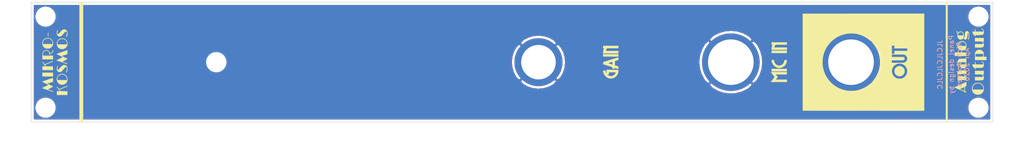
<source format=kicad_pcb>
(kicad_pcb (version 20171130) (host pcbnew 5.1.6-c6e7f7d~87~ubuntu20.04.1)
  (layers (0 F.Cu signal) (31 B.Cu signal) (34 B.Paste user) (35 F.Paste user) (36 B.SilkS user) (37 F.SilkS user) (38 B.Mask user) (39 F.Mask user hide) (44 Edge.Cuts user))
  (net 0 "")
  (net 1 GND)
  (module MountingHole:MountingHole_6.5mm_Pad (layer F.Cu) (at 220.5 92.5)
    (fp_text reference H3 hide)
    (fp_text value MountingHole_Pad)
    (pad 1 thru_hole circle (at 0 0) (size 12 12) (drill 9.5) (layers *.Cu *.Mask) (net 1 GND))
  )
  (module MountingHole:MountingHole_6.5mm_Pad (layer F.Cu) (at 195.5 92.5)
    (fp_text reference H2 hide)
    (fp_text value MountingHole_Pad)
    (pad 1 thru_hole circle (at 0 0) (size 12 12) (drill 9.5) (layers *.Cu *.Mask) (net 1 GND))
  )
  (module MountingHole:MountingHole_6.5mm_Pad (layer F.Cu) (at 155.5 92.5)
    (fp_text reference H1 hide)
    (fp_text value MountingHole_Pad)
    (pad 1 thru_hole circle (at 0 0) (size 10 10) (drill 7.2) (layers *.Cu *.Mask) (net 1 GND))
  )
  (module Panel:art2 (layer F.Cu) (at 150.5 92.5 90)
    (fp_text reference G*** hide)
    (fp_text value LOGO hide)
  )
  (module MountingHole:MountingHole_3.2mm_M3 (layer F.Cu) (at 247 102)
    (fp_text reference REF** hide)
    (fp_text value MountingHole_3.2mm_M3)
    (pad 1 np_thru_hole circle (at 0 0) (size 3.2 3.2) (drill 3.2) (layers *.Cu *.Mask))
  )
  (module MountingHole:MountingHole_3.2mm_M3 (layer F.Cu) (at 247 83)
    (fp_text reference REF** hide)
    (fp_text value MountingHole_3.2mm_M3)
    (pad 1 np_thru_hole circle (at 0 0) (size 3.2 3.2) (drill 3.2) (layers *.Cu *.Mask))
  )
  (module MountingHole:MountingHole_3.2mm_M3 (layer F.Cu) (at 53 83)
    (fp_text reference REF** hide)
    (fp_text value MountingHole_3.2mm_M3)
    (pad 1 np_thru_hole circle (at 0 0) (size 3.2 3.2) (drill 3.2) (layers *.Cu *.Mask))
  )
  (module MountingHole:MountingHole_3.2mm_M3 (layer F.Cu) (at 53 102)
    (fp_text reference REF** hide)
    (fp_text value MountingHole_3.2mm_M3)
    (pad 1 np_thru_hole circle (at 0 0) (size 3.2 3.2) (drill 3.2) (layers *.Cu *.Mask))
  )
  (module MountingHole:MountingHole_3.2mm_M3 (layer F.Cu) (at 88.5 92.5)
    (fp_text reference REF** hide)
    (fp_text value MountingHole_3.2mm_M3)
    (pad 1 np_thru_hole circle (at 0 0) (size 3.2 3.2) (drill 3.2) (layers *.Cu *.Mask))
  )
  (module Panel:artc (layer F.Cu) (at 90.6 92.6 90)
    (fp_text reference G*** hide)
    (fp_text value LOGO hide)
    (fp_poly (pts (xy 2.798127 -29.797717) (xy 3.147498 -29.565993) (xy 3.537863 -29.691721) (xy 3.690268 -29.740346) (xy 3.844281 -29.788681) (xy 3.985171 -29.832157) (xy 4.09821 -29.866202) (xy 4.131631 -29.875955) (xy 4.226213 -29.903776) (xy 4.300242 -29.926709) (xy 4.34153 -29.940936) (xy 4.345891 -29.943069) (xy 4.336975 -29.962573) (xy 4.307753 -29.988744) (xy 4.298359 -29.999399) (xy 4.304759 -30.007795) (xy 4.331771 -30.014177) (xy 4.384214 -30.018789) (xy 4.466906 -30.021874) (xy 4.584665 -30.023679) (xy 4.742311 -30.024447) (xy 4.944661 -30.024422) (xy 5.008808 -30.024309) (xy 5.231876 -30.023918) (xy 5.405908 -30.023152) (xy 5.532717 -30.02113) (xy 5.614117 -30.016968) (xy 5.651919 -30.009786) (xy 5.647938 -29.998701) (xy 5.603986 -29.982833) (xy 5.521876 -29.961299) (xy 5.403421 -29.933218) (xy 5.263063 -29.900648) (xy 5.157608 -29.874767) (xy 5.071125 -29.851028) (xy 5.015462 -29.832816) (xy 5.001869 -29.826027) (xy 5.014975 -29.805534) (xy 5.06269 -29.758556) (xy 5.139551 -29.689913) (xy 5.240097 -29.604427) (xy 5.358866 -29.506921) (xy 5.408676 -29.466893) (xy 5.561542 -29.344078) (xy 5.725434 -29.211236) (xy 5.887364 -29.078972) (xy 6.034344 -28.957892) (xy 6.145181 -28.865504) (xy 6.455227 -28.604825) (xy 6.818955 -28.640426) (xy 6.981707 -28.65563) (xy 7.156886 -28.670797) (xy 7.323579 -28.684182) (xy 7.460874 -28.69404) (xy 7.462322 -28.694134) (xy 7.741962 -28.712241) (xy 7.564024 -28.876334) (xy 7.497371 -28.936889) (xy 7.399421 -29.024648) (xy 7.277193 -29.133381) (xy 7.137706 -29.256863) (xy 6.987981 -29.388864) (xy 6.835036 -29.523157) (xy 6.829999 -29.527571) (xy 6.273912 -30.014715) (xy 6.457654 -30.02224) (xy 6.580696 -30.022016) (xy 6.662177 -30.008715) (xy 6.695923 -29.993033) (xy 6.732721 -29.964044) (xy 6.802275 -29.905275) (xy 6.899652 -29.821084) (xy 7.019918 -29.715827) (xy 7.158142 -29.593863) (xy 7.309388 -29.459547) (xy 7.468725 -29.317237) (xy 7.631218 -29.171291) (xy 7.791935 -29.026064) (xy 7.834577 -28.987367) (xy 8.125843 -28.722781) (xy 8.442451 -28.71507) (xy 8.598854 -28.710722) (xy 8.7818 -28.704805) (xy 8.967036 -28.698142) (xy 9.110922 -28.692389) (xy 9.462786 -28.677419) (xy 8.983795 -29.142353) (xy 8.840551 -29.281391) (xy 8.696126 -29.42157) (xy 8.558627 -29.555022) (xy 8.436159 -29.673881) (xy 8.336827 -29.770279) (xy 8.288688 -29.816993) (xy 8.072572 -30.026698) (xy 8.259616 -30.027063) (xy 8.446661 -30.027428) (xy 8.640998 -29.844033) (xy 8.711577 -29.776651) (xy 8.811272 -29.68038) (xy 8.933035 -29.562082) (xy 9.069819 -29.428619) (xy 9.214576 -29.286853) (xy 9.356556 -29.147293) (xy 9.877777 -28.633948) (xy 10.184313 -28.59335) (xy 10.303989 -28.577683) (xy 10.404828 -28.564824) (xy 10.476401 -28.556079) (xy 10.508279 -28.552756) (xy 10.508487 -28.552753) (xy 10.518089 -28.529738) (xy 10.524495 -28.470294) (xy 10.526126 -28.410893) (xy 10.525044 -28.330453) (xy 10.517717 -28.289657) (xy 10.498023 -28.277301) (xy 10.459842 -28.282177) (xy 10.456206 -28.282897) (xy 10.383495 -28.296366) (xy 10.296714 -28.311251) (xy 10.284584 -28.313233) (xy 10.182883 -28.329705) (xy 10.354504 -28.154555) (xy 10.526126 -27.979405) (xy 10.525141 -27.789352) (xy 10.524155 -27.5993) (xy 9.761029 -28.378954) (xy 9.527011 -28.401364) (xy 9.419146 -28.41018) (xy 9.275556 -28.419756) (xy 9.111341 -28.429197) (xy 8.941599 -28.437606) (xy 8.852262 -28.441429) (xy 8.411531 -28.459086) (xy 8.992102 -27.898035) (xy 9.160227 -27.734931) (xy 9.339372 -27.560028) (xy 9.520006 -27.382709) (xy 9.692598 -27.212355) (xy 9.847617 -27.058345) (xy 9.975533 -26.930063) (xy 9.976445 -26.929142) (xy 10.136112 -26.77045) (xy 10.263592 -26.64951) (xy 10.359823 -26.565492) (xy 10.425739 -26.517562) (xy 10.453172 -26.505277) (xy 10.526126 -26.489253) (xy 10.524272 -25.972073) (xy 10.38517 -26.119657) (xy 10.309716 -26.193408) (xy 10.237635 -26.253222) (xy 10.182762 -26.287794) (xy 10.176337 -26.290284) (xy 10.116691 -26.305849) (xy 10.020477 -26.32612) (xy 9.895682 -26.349826) (xy 9.750294 -26.375694) (xy 9.592301 -26.40245) (xy 9.429691 -26.428824) (xy 9.270452 -26.453542) (xy 9.12257 -26.475333) (xy 8.994034 -26.492923) (xy 8.892831 -26.50504) (xy 8.826949 -26.510412) (xy 8.804737 -26.508772) (xy 8.821023 -26.490365) (xy 8.86971 -26.439373) (xy 8.94737 -26.359296) (xy 9.050576 -26.253634) (xy 9.175901 -26.125887) (xy 9.319918 -25.979554) (xy 9.479199 -25.818137) (xy 9.650317 -25.645134) (xy 9.662845 -25.632482) (xy 10.526126 -24.760827) (xy 10.526126 -24.442058) (xy 10.525151 -24.306846) (xy 10.521715 -24.215632) (xy 10.51505 -24.161593) (xy 10.504388 -24.137904) (xy 10.491748 -24.136481) (xy 10.417179 -24.162207) (xy 10.30888 -24.195783) (xy 10.175774 -24.234807) (xy 10.026788 -24.276878) (xy 9.870846 -24.319595) (xy 9.716873 -24.360557) (xy 9.573793 -24.397363) (xy 9.450531 -24.427612) (xy 9.356013 -24.448902) (xy 9.299163 -24.458833) (xy 9.291987 -24.45926) (xy 9.29874 -24.441893) (xy 9.338308 -24.392124) (xy 9.407488 -24.31345) (xy 9.503079 -24.209365) (xy 9.621879 -24.083366) (xy 9.760687 -23.93895) (xy 9.887735 -23.808686) (xy 10.526126 -23.158112) (xy 10.526126 -22.751463) (xy 10.267125 -23.026933) (xy 10.185388 -23.112713) (xy 10.074205 -23.227688) (xy 9.940147 -23.365157) (xy 9.789783 -23.518416) (xy 9.629682 -23.680761) (xy 9.466413 -23.845489) (xy 9.370879 -23.941463) (xy 8.733633 -24.580523) (xy 8.403103 -24.621665) (xy 8.14633 -24.65257) (xy 7.923505 -24.676569) (xy 7.721167 -24.694484) (xy 7.525855 -24.707137) (xy 7.32411 -24.715353) (xy 7.102469 -24.719952) (xy 6.847473 -24.721758) (xy 6.763163 -24.721877) (xy 6.449379 -24.720261) (xy 6.172022 -24.714514) (xy 5.916773 -24.703747) (xy 5.66931 -24.687074) (xy 5.415315 -24.663607) (xy 5.140466 -24.632459) (xy 4.965622 -24.610494) (xy 4.234659 -24.496824) (xy 3.486919 -24.343283) (xy 2.733481 -24.152539) (xy 1.985425 -23.927261) (xy 1.627227 -23.80614) (xy 1.46713 -23.749035) (xy 1.296178 -23.686384) (xy 1.121356 -23.620917) (xy 0.949651 -23.555365) (xy 0.788048 -23.492458) (xy 0.643534 -23.434926) (xy 0.523093 -23.385501) (xy 0.433712 -23.346913) (xy 0.382377 -23.321892) (xy 0.374119 -23.316348) (xy 0.389914 -23.300348) (xy 0.445292 -23.2658) (xy 0.533995 -23.216158) (xy 0.649762 -23.154878) (xy 0.786333 -23.085412) (xy 0.847927 -23.054856) (xy 1.012323 -22.973197) (xy 1.178409 -22.88947) (xy 1.334622 -22.809593) (xy 1.469395 -22.739483) (xy 1.571165 -22.68506) (xy 1.579222 -22.680631) (xy 1.816736 -22.549599) (xy 2.187976 -22.652775) (xy 2.354823 -22.697954) (xy 2.539524 -22.746037) (xy 2.720322 -22.791463) (xy 2.875459 -22.828674) (xy 2.884211 -22.830693) (xy 3.005673 -22.85913) (xy 3.107916 -22.884019) (xy 3.18142 -22.902973) (xy 3.216668 -22.913604) (xy 3.218265 -22.914495) (xy 3.201455 -22.930505) (xy 3.149045 -22.967919) (xy 3.068741 -23.021485) (xy 2.96825 -23.085955) (xy 2.94643 -23.09968) (xy 2.840511 -23.166977) (xy 2.750912 -23.225571) (xy 2.686145 -23.269776) (xy 2.65472 -23.293901) (xy 2.653324 -23.295568) (xy 2.655301 -23.331532) (xy 2.68018 -23.386794) (xy 2.717532 -23.44527) (xy 2.756929 -23.490876) (xy 2.787943 -23.507529) (xy 2.790358 -23.506917) (xy 2.821762 -23.489306) (xy 2.888192 -23.448367) (xy 2.982236 -23.388791) (xy 3.096484 -23.315271) (xy 3.2156 -23.23769) (xy 3.606649 -22.981584) (xy 3.951922 -23.034256) (xy 4.239072 -23.075923) (xy 4.501824 -23.108942) (xy 4.753873 -23.134428) (xy 5.008912 -23.153496) (xy 5.280635 -23.167261) (xy 5.582737 -23.176838) (xy 5.746146 -23.180342) (xy 6.107273 -23.184477) (xy 6.429769 -23.182042) (xy 6.725504 -23.172434) (xy 7.006346 -23.155052) (xy 7.284164 -23.129295) (xy 7.570827 -23.09456) (xy 7.649357 -23.083833) (xy 8.249412 -22.9827) (xy 8.847743 -22.848009) (xy 9.43182 -22.683126) (xy 9.989118 -22.491419) (xy 10.271872 -22.379033) (xy 10.513413 -22.278072) (xy 10.521038 -22.135533) (xy 10.523723 -22.058165) (xy 10.522734 -22.006398) (xy 10.519643 -21.992993) (xy 10.494194 -22.002178) (xy 10.430466 -22.027405) (xy 10.33713 -22.065184) (xy 10.222857 -22.112024) (xy 10.179231 -22.130032) (xy 9.673294 -22.324136) (xy 9.160848 -22.48972) (xy 8.633111 -22.628936) (xy 8.0813 -22.743939) (xy 7.496631 -22.836882) (xy 7.093693 -22.88661) (xy 6.967188 -22.896964) (xy 6.799 -22.90529) (xy 6.598257 -22.91158) (xy 6.374087 -22.915829) (xy 6.135619 -22.918029) (xy 5.89198 -22.918172) (xy 5.652299 -22.916253) (xy 5.425703 -22.912265) (xy 5.22132 -22.906201) (xy 5.048278 -22.898053) (xy 4.919819 -22.888235) (xy 4.705417 -22.865624) (xy 4.50836 -22.842925) (xy 4.334043 -22.820905) (xy 4.187862 -22.800332) (xy 4.075211 -22.781974) (xy 4.001487 -22.766597) (xy 3.972084 -22.754968) (xy 3.971884 -22.753414) (xy 3.993643 -22.733364) (xy 4.050817 -22.687964) (xy 4.13759 -22.621626) (xy 4.248147 -22.538765) (xy 4.376673 -22.443795) (xy 4.462162 -22.381256) (xy 4.62999 -22.257995) (xy 4.812279 -22.1225) (xy 4.995453 -21.984971) (xy 5.165932 -21.855609) (xy 5.310139 -21.744612) (xy 5.323473 -21.734229) (xy 5.7017 -21.439272) (xy 5.971821 -21.422045) (xy 6.142647 -21.409288) (xy 6.335786 -21.391809) (xy 6.537026 -21.37116) (xy 6.732151 -21.348891) (xy 6.90695 -21.326552) (xy 7.047207 -21.305695) (xy 7.063298 -21.302978) (xy 7.147735 -21.290473) (xy 7.210149 -21.285034) (xy 7.235611 -21.287397) (xy 7.220652 -21.306434) (xy 7.173239 -21.353515) (xy 7.099299 -21.423324) (xy 7.004756 -21.510549) (xy 6.895538 -21.609874) (xy 6.777571 -21.715985) (xy 6.656781 -21.823567) (xy 6.539094 -21.927306) (xy 6.430436 -22.021887) (xy 6.336733 -22.101997) (xy 6.263913 -22.16232) (xy 6.23252 -22.186947) (xy 6.241454 -22.208906) (xy 6.274538 -22.257571) (xy 6.304852 -22.297274) (xy 6.386606 -22.400496) (xy 6.505664 -22.300815) (xy 6.62813 -22.19673) (xy 6.779334 -22.065736) (xy 6.950658 -21.915421) (xy 7.133486 -21.753379) (xy 7.319199 -21.5872) (xy 7.457222 -21.462578) (xy 7.782613 -21.167512) (xy 8.053848 -21.096776) (xy 8.600115 -20.935768) (xy 9.151186 -20.737966) (xy 9.688309 -20.510592) (xy 10.106606 -20.306403) (xy 10.247492 -20.231573) (xy 10.347515 -20.17473) (xy 10.41191 -20.1324) (xy 10.445914 -20.101109) (xy 10.454765 -20.077383) (xy 10.454519 -20.075573) (xy 10.464123 -20.022089) (xy 10.487427 -19.985005) (xy 10.509534 -19.946935) (xy 10.520601 -19.88702) (xy 10.522316 -19.79325) (xy 10.520895 -19.746958) (xy 10.513413 -19.55416) (xy 10.31001 -19.785199) (xy 10.231347 -19.873602) (xy 10.167761 -19.940043) (xy 10.108577 -19.992231) (xy 10.043118 -20.037878) (xy 9.960709 -20.084694) (xy 9.850674 -20.14039) (xy 9.75065 -20.1892) (xy 9.607235 -20.257676) (xy 9.460455 -20.325679) (xy 9.325148 -20.386465) (xy 9.216153 -20.433289) (xy 9.191291 -20.443412) (xy 9.098039 -20.479308) (xy 8.980434 -20.522568) (xy 8.847472 -20.570107) (xy 8.708149 -20.618844) (xy 8.571463 -20.665693) (xy 8.44641 -20.707574) (xy 8.341987 -20.741402) (xy 8.26719 -20.764095) (xy 8.231017 -20.77257) (xy 8.230756 -20.772573) (xy 8.242135 -20.755202) (xy 8.285738 -20.705657) (xy 8.357901 -20.627793) (xy 8.454961 -20.525462) (xy 8.573255 -20.402517) (xy 8.709119 -20.262814) (xy 8.858891 -20.110203) (xy 8.901503 -20.067017) (xy 9.081778 -19.883373) (xy 9.272544 -19.686986) (xy 9.465609 -19.486431) (xy 9.652778 -19.290282) (xy 9.82586 -19.107112) (xy 9.97666 -18.945496) (xy 10.061685 -18.852953) (xy 10.524879 -18.344445) (xy 10.524757 -18.141041) (xy 10.524635 -17.937638) (xy 10.445139 -18.026627) (xy 10.405998 -18.070414) (xy 10.338727 -18.145639) (xy 10.249101 -18.245845) (xy 10.142896 -18.364574) (xy 10.02589 -18.495368) (xy 9.944819 -18.585986) (xy 9.839846 -18.701096) (xy 9.704491 -18.846023) (xy 9.544498 -19.014798) (xy 9.36561 -19.201455) (xy 9.173573 -19.400023) (xy 8.974131 -19.604536) (xy 8.773027 -19.809023) (xy 8.59488 -19.988591) (xy 7.665765 -20.920825) (xy 7.525926 -20.949709) (xy 7.391477 -20.975715) (xy 7.235511 -21.002991) (xy 7.065421 -21.03054) (xy 6.888604 -21.057366) (xy 6.712455 -21.082474) (xy 6.544369 -21.104866) (xy 6.391741 -21.123546) (xy 6.261968 -21.137519) (xy 6.162444 -21.145788) (xy 6.100565 -21.147356) (xy 6.083671 -21.143999) (xy 6.099558 -21.125757) (xy 6.148776 -21.079434) (xy 6.225912 -21.009881) (xy 6.325554 -20.921953) (xy 6.442289 -20.820502) (xy 6.496471 -20.773861) (xy 7.340964 -20.023934) (xy 8.178497 -19.230607) (xy 9.001575 -18.401329) (xy 9.802702 -17.543548) (xy 10.229244 -17.064608) (xy 10.526126 -16.725512) (xy 10.525628 -16.517961) (xy 10.52513 -16.310411) (xy 10.430283 -16.424626) (xy 9.925118 -17.01507) (xy 9.379873 -17.618946) (xy 8.801189 -18.229622) (xy 8.195713 -18.840464) (xy 7.570086 -19.44484) (xy 6.930953 -20.036116) (xy 6.284958 -20.607662) (xy 5.974975 -20.872556) (xy 5.606306 -21.183931) (xy 5.021521 -21.165785) (xy 4.842895 -21.159764) (xy 4.671187 -21.153096) (xy 4.516383 -21.146238) (xy 4.388468 -21.139642) (xy 4.297427 -21.133765) (xy 4.273682 -21.131728) (xy 4.110627 -21.115816) (xy 4.273682 -21.001893) (xy 4.419025 -20.898234) (xy 4.594451 -20.769708) (xy 4.790531 -20.623456) (xy 4.997837 -20.466621) (xy 5.20694 -20.306344) (xy 5.408411 -20.149768) (xy 5.592821 -20.004035) (xy 5.625139 -19.978172) (xy 5.747877 -19.879903) (xy 5.857485 -19.792496) (xy 5.947641 -19.720962) (xy 6.012026 -19.670312) (xy 6.044318 -19.645561) (xy 6.046315 -19.644192) (xy 6.078143 -19.635253) (xy 6.149849 -19.62023) (xy 6.251108 -19.601149) (xy 6.371596 -19.580035) (xy 6.383437 -19.578036) (xy 6.517888 -19.553923) (xy 6.666565 -19.524785) (xy 6.820796 -19.492601) (xy 6.971912 -19.459351) (xy 7.111243 -19.427014) (xy 7.230116 -19.397568) (xy 7.319863 -19.372994) (xy 7.371813 -19.355269) (xy 7.380063 -19.350545) (xy 7.38586 -19.316974) (xy 7.37504 -19.257295) (xy 7.371467 -19.245443) (xy 7.350381 -19.179057) (xy 7.335908 -19.132488) (xy 7.334958 -19.12931) (xy 7.309251 -19.1215) (xy 7.240009 -19.128643) (xy 7.12555 -19.150998) (xy 6.987597 -19.183093) (xy 6.853268 -19.215297) (xy 6.727673 -19.244484) (xy 6.623667 -19.267728) (xy 6.554105 -19.282102) (xy 6.547047 -19.28338) (xy 6.445345 -19.301137) (xy 6.585105 -19.178747) (xy 6.897071 -18.900396) (xy 7.230369 -18.593643) (xy 7.576254 -18.267032) (xy 7.925979 -17.92911) (xy 8.270799 -17.588422) (xy 8.601968 -17.253513) (xy 8.910741 -16.932929) (xy 9.188371 -16.635216) (xy 9.189999 -16.633435) (xy 9.326149 -16.488282) (xy 9.476057 -16.334835) (xy 9.627888 -16.184793) (xy 9.76981 -16.049852) (xy 9.888509 -15.942985) (xy 10.011378 -15.83529) (xy 10.134893 -15.724231) (xy 10.247585 -15.620305) (xy 10.337985 -15.534012) (xy 10.368013 -15.50406) (xy 10.527718 -15.34127) (xy 10.520565 -15.017026) (xy 10.513413 -14.692781) (xy 10.10995 -15.178072) (xy 9.921196 -15.403473) (xy 9.757774 -15.594056) (xy 9.613865 -15.755199) (xy 9.483655 -15.892277) (xy 9.361325 -16.010667) (xy 9.241059 -16.115748) (xy 9.117041 -16.212894) (xy 8.983453 -16.307484) (xy 8.834478 -16.404893) (xy 8.676644 -16.50296) (xy 8.592852 -16.556979) (xy 8.528987 -16.60347) (xy 8.495227 -16.634811) (xy 8.492404 -16.640941) (xy 8.504614 -16.67764) (xy 8.534939 -16.736002) (xy 8.543038 -16.749614) (xy 8.576268 -16.812244) (xy 8.593232 -16.860107) (xy 8.593793 -16.865938) (xy 8.57629 -16.890902) (xy 8.526512 -16.947141) (xy 8.448558 -17.030392) (xy 8.346525 -17.136395) (xy 8.224511 -17.260887) (xy 8.086615 -17.399606) (xy 7.951801 -17.533603) (xy 7.729533 -17.751579) (xy 7.505342 -17.968191) (xy 7.282689 -18.180313) (xy 7.065033 -18.384816) (xy 6.855834 -18.578575) (xy 6.658549 -18.758462) (xy 6.47664 -18.92135) (xy 6.313564 -19.064113) (xy 6.172782 -19.183624) (xy 6.057752 -19.276755) (xy 5.971934 -19.340379) (xy 5.918787 -19.37137) (xy 5.918666 -19.371416) (xy 5.858841 -19.385227) (xy 5.757426 -19.398944) (xy 5.623676 -19.41199) (xy 5.466851 -19.423788) (xy 5.296207 -19.433764) (xy 5.121001 -19.441339) (xy 4.950491 -19.445937) (xy 4.793935 -19.446982) (xy 4.721893 -19.445948) (xy 4.371413 -19.437738) (xy 4.899871 -19.040253) (xy 5.698698 -18.413803) (xy 6.491464 -17.741468) (xy 7.273099 -17.028204) (xy 8.03853 -16.278968) (xy 8.78269 -15.498716) (xy 9.500507 -14.692404) (xy 10.160925 -13.897426) (xy 10.526126 -13.4422) (xy 10.526126 -13.224924) (xy 10.523915 -13.130598) (xy 10.518005 -13.062789) (xy 10.509476 -13.031469) (xy 10.505187 -13.031802) (xy 10.482001 -13.060786) (xy 10.43509 -13.120969) (xy 10.371598 -13.203144) (xy 10.308875 -13.284785) (xy 9.837956 -13.879279) (xy 9.328269 -14.485727) (xy 8.787684 -15.095814) (xy 8.224071 -15.701227) (xy 7.645298 -16.293651) (xy 7.059235 -16.864773) (xy 6.473751 -17.406278) (xy 6.075846 -17.756899) (xy 5.929403 -17.881197) (xy 5.761586 -18.020191) (xy 5.577445 -18.169975) (xy 5.38203 -18.326644) (xy 5.180392 -18.486291) (xy 4.977581 -18.64501) (xy 4.778646 -18.798895) (xy 4.588638 -18.94404) (xy 4.412606 -19.076539) (xy 4.255601 -19.192486) (xy 4.122673 -19.287975) (xy 4.018872 -19.359101) (xy 3.949248 -19.401956) (xy 3.948334 -19.402447) (xy 3.913117 -19.41528) (xy 3.861673 -19.421662) (xy 3.785233 -19.421623) (xy 3.675027 -19.415196) (xy 3.539208 -19.40393) (xy 3.381003 -19.388155) (xy 3.214231 -19.368621) (xy 3.045833 -19.346462) (xy 2.882748 -19.322811) (xy 2.731918 -19.2988) (xy 2.600283 -19.275562) (xy 2.494782 -19.254229) (xy 2.422357 -19.235934) (xy 2.389948 -19.22181) (xy 2.391092 -19.21656) (xy 2.632951 -19.072988) (xy 2.839052 -18.949648) (xy 3.017701 -18.841391) (xy 3.177202 -18.743066) (xy 3.32586 -18.649523) (xy 3.471981 -18.555611) (xy 3.623869 -18.456181) (xy 3.722467 -18.390906) (xy 3.897528 -18.275796) (xy 4.035896 -18.187675) (xy 4.142196 -18.123894) (xy 4.221053 -18.081799) (xy 4.277091 -18.058741) (xy 4.313528 -18.052053) (xy 4.404415 -18.044651) (xy 4.454956 -18.018662) (xy 4.473987 -17.96841) (xy 4.474875 -17.948414) (xy 4.479471 -17.916694) (xy 4.497205 -17.883388) (xy 4.533992 -17.842664) (xy 4.595745 -17.788688) (xy 4.688382 -17.715629) (xy 4.786336 -17.641301) (xy 5.66441 -16.950565) (xy 6.50761 -16.225444) (xy 6.97204 -15.797587) (xy 7.111263 -15.670586) (xy 7.231112 -15.572459) (xy 7.344942 -15.493158) (xy 7.46611 -15.422639) (xy 7.481271 -15.414558) (xy 7.985416 -15.120873) (xy 8.476546 -14.780971) (xy 8.950253 -14.39875) (xy 9.402134 -13.97811) (xy 9.827782 -13.52295) (xy 10.222792 -13.037168) (xy 10.328543 -12.894487) (xy 10.525055 -12.623724) (xy 10.52559 -12.374965) (xy 10.526126 -12.126207) (xy 10.273799 -12.502093) (xy 9.909216 -13.009179) (xy 9.524573 -13.472787) (xy 9.115201 -13.897905) (xy 8.67643 -14.289519) (xy 8.38533 -14.519378) (xy 8.241178 -14.627113) (xy 8.135641 -14.703467) (xy 8.067508 -14.748677) (xy 8.035569 -14.762982) (xy 8.038614 -14.746618) (xy 8.075432 -14.699824) (xy 8.144813 -14.622838) (xy 8.209448 -14.553918) (xy 8.520095 -14.217524) (xy 8.847526 -13.847961) (xy 9.182776 -13.455906) (xy 9.516881 -13.052039) (xy 9.840876 -12.647041) (xy 10.145796 -12.25159) (xy 10.178075 -12.208749) (xy 10.526126 -11.745679) (xy 10.524713 -11.523641) (xy 10.523301 -11.301602) (xy 10.475175 -11.365166) (xy 10.446222 -11.403812) (xy 10.392115 -11.476413) (xy 10.317982 -11.576073) (xy 10.228951 -11.695894) (xy 10.130151 -11.828982) (xy 10.087561 -11.886387) (xy 9.666414 -12.438763) (xy 9.221254 -12.993843) (xy 8.760616 -13.541718) (xy 8.293037 -14.072474) (xy 7.827054 -14.5762) (xy 7.371202 -15.042984) (xy 7.356179 -15.057892) (xy 7.2494 -15.163007) (xy 7.166822 -15.240288) (xy 7.096685 -15.297856) (xy 7.027229 -15.343828) (xy 6.946693 -15.386324) (xy 6.843315 -15.433462) (xy 6.758991 -15.470138) (xy 6.604359 -15.534576) (xy 6.430871 -15.602946) (xy 6.261297 -15.666462) (xy 6.136166 -15.710434) (xy 6.008796 -15.753529) (xy 5.923049 -15.786295) (xy 5.872591 -15.815311) (xy 5.851088 -15.847159) (xy 5.852206 -15.888418) (xy 5.869611 -15.945671) (xy 5.880318 -15.976252) (xy 5.911411 -16.065325) (xy 6.20279 -15.966501) (xy 6.315325 -15.928867) (xy 6.408486 -15.898726) (xy 6.472823 -15.879061) (xy 6.498887 -15.872859) (xy 6.498996 -15.872928) (xy 6.482843 -15.891048) (xy 6.4336 -15.937155) (xy 6.356925 -16.006309) (xy 6.25848 -16.09357) (xy 6.143923 -16.193998) (xy 6.018915 -16.302652) (xy 5.889115 -16.414593) (xy 5.760183 -16.524881) (xy 5.63778 -16.628574) (xy 5.529475 -16.71915) (xy 5.325559 -16.885646) (xy 5.099161 -17.06606) (xy 4.8643 -17.249479) (xy 4.634997 -17.424989) (xy 4.425273 -17.581676) (xy 4.361401 -17.628373) (xy 4.157057 -17.776765) (xy 3.572272 -17.7612) (xy 3.387173 -17.755134) (xy 3.202977 -17.747048) (xy 3.031269 -17.737601) (xy 2.883635 -17.727452) (xy 2.77166 -17.717261) (xy 2.745946 -17.714189) (xy 2.635264 -17.699326) (xy 2.568189 -17.687981) (xy 2.537865 -17.677383) (xy 2.537438 -17.664763) (xy 2.560054 -17.647352) (xy 2.567968 -17.642268) (xy 2.61002 -17.616298) (xy 2.687287 -17.569338) (xy 2.791335 -17.506485) (xy 2.913728 -17.432835) (xy 3.025625 -17.365708) (xy 3.792989 -16.87958) (xy 4.553278 -16.345519) (xy 5.303669 -15.766264) (xy 6.041338 -15.144554) (xy 6.763462 -14.483129) (xy 7.467217 -13.784729) (xy 8.149779 -13.052094) (xy 8.808324 -12.287962) (xy 9.440029 -11.495073) (xy 10.04207 -10.676167) (xy 10.290774 -10.317235) (xy 10.528057 -9.968504) (xy 10.513413 -9.500934) (xy 10.339722 -9.771989) (xy 10.273484 -9.874234) (xy 10.217309 -9.958833) (xy 10.176675 -10.017688) (xy 10.15706 -10.0427) (xy 10.156352 -10.043043) (xy 10.161352 -10.021502) (xy 10.182855 -9.963795) (xy 10.216877 -9.8803) (xy 10.236841 -9.833284) (xy 10.286466 -9.71454) (xy 10.344312 -9.571124) (xy 10.401137 -9.42612) (xy 10.426567 -9.359465) (xy 10.526126 -9.095407) (xy 10.523479 -8.647554) (xy 10.522371 -8.488087) (xy 10.520823 -8.374538) (xy 10.518227 -8.301972) (xy 10.513979 -8.265457) (xy 10.507473 -8.26006) (xy 10.498105 -8.280846) (xy 10.485269 -8.322883) (xy 10.484128 -8.326827) (xy 10.327028 -8.836819) (xy 10.161308 -9.306265) (xy 9.983148 -9.745245) (xy 9.788729 -10.163836) (xy 9.785591 -10.170171) (xy 9.473599 -10.748038) (xy 9.130332 -11.286097) (xy 8.755044 -11.785209) (xy 8.346989 -12.246232) (xy 7.905419 -12.670028) (xy 7.429589 -13.057455) (xy 7.042842 -13.329254) (xy 6.889416 -13.425428) (xy 6.708077 -13.531197) (xy 6.510135 -13.640635) (xy 6.306898 -13.747812) (xy 6.109672 -13.846801) (xy 5.929767 -13.931674) (xy 5.778491 -13.996503) (xy 5.746146 -14.009006) (xy 5.606306 -14.061506) (xy 5.708801 -13.965538) (xy 5.758531 -13.919354) (xy 5.838404 -13.845625) (xy 5.941048 -13.751136) (xy 6.059091 -13.642672) (xy 6.185162 -13.527016) (xy 6.21731 -13.497554) (xy 6.892219 -12.848626) (xy 7.5504 -12.154648) (xy 8.188629 -11.419592) (xy 8.803687 -10.647432) (xy 9.39235 -9.84214) (xy 9.951399 -9.007691) (xy 10.264386 -8.506025) (xy 10.526126 -8.075013) (xy 10.525004 -7.538639) (xy 10.445456 -7.678479) (xy 9.90506 -8.585973) (xy 9.337143 -9.455536) (xy 8.736024 -10.295162) (xy 8.096017 -11.112842) (xy 7.51648 -11.797398) (xy 7.407045 -11.918711) (xy 7.267743 -12.067551) (xy 7.104874 -12.237617) (xy 6.924742 -12.422613) (xy 6.733646 -12.616239) (xy 6.537889 -12.812197) (xy 6.343772 -13.004189) (xy 6.157598 -13.185917) (xy 5.985667 -13.351081) (xy 5.834281 -13.493385) (xy 5.709742 -13.606528) (xy 5.682582 -13.630353) (xy 5.480218 -13.805146) (xy 5.30281 -13.956304) (xy 5.152865 -14.081756) (xy 5.032893 -14.179431) (xy 4.945402 -14.247256) (xy 4.8929 -14.283161) (xy 4.890483 -14.284488) (xy 4.841031 -14.301912) (xy 4.750936 -14.325273) (xy 4.629799 -14.352683) (xy 4.487223 -14.382254) (xy 4.33281 -14.412096) (xy 4.176162 -14.440322) (xy 4.02688 -14.465042) (xy 3.894567 -14.484368) (xy 3.839239 -14.491251) (xy 3.676805 -14.509834) (xy 3.558038 -14.523977) (xy 3.476144 -14.535516) (xy 3.424326 -14.546287) (xy 3.395789 -14.558126) (xy 3.38374 -14.572869) (xy 3.381382 -14.592352) (xy 3.381928 -14.614822) (xy 3.388431 -14.692195) (xy 3.398216 -14.742721) (xy 3.408391 -14.771869) (xy 3.426914 -14.788344) (xy 3.464842 -14.794226) (xy 3.533231 -14.791593) (xy 3.620341 -14.784492) (xy 3.737603 -14.772345) (xy 3.882061 -14.754413) (xy 4.030814 -14.733637) (xy 4.105211 -14.722216) (xy 4.383897 -14.677705) (xy 4.295902 -14.751351) (xy 4.233145 -14.799682) (xy 4.134427 -14.870532) (xy 4.006764 -14.959238) (xy 3.857171 -15.06114) (xy 3.692665 -15.171576) (xy 3.520261 -15.285884) (xy 3.346975 -15.399403) (xy 3.179824 -15.507471) (xy 3.025822 -15.605426) (xy 2.891987 -15.688608) (xy 2.819423 -15.732372) (xy 2.713342 -15.794451) (xy 2.589514 -15.865607) (xy 2.455378 -15.941711) (xy 2.318374 -16.018634) (xy 2.185943 -16.092248) (xy 2.065526 -16.158423) (xy 1.964562 -16.21303) (xy 1.890491 -16.251941) (xy 1.850755 -16.271027) (xy 1.846527 -16.272273) (xy 1.843081 -16.249485) (xy 1.84157 -16.191638) (xy 1.841745 -16.154009) (xy 1.843343 -16.035745) (xy 1.525525 -15.97734) (xy 1.375878 -15.948305) (xy 1.217373 -15.914903) (xy 1.057334 -15.878974) (xy 0.903084 -15.842359) (xy 0.761946 -15.806898) (xy 0.641244 -15.774432) (xy 0.548301 -15.746801) (xy 0.49044 -15.725845) (xy 0.474985 -15.713404) (xy 0.475046 -15.713349) (xy 0.507453 -15.696609) (xy 0.574759 -15.668537) (xy 0.663843 -15.634536) (xy 0.686486 -15.626282) (xy 1.233409 -15.410308) (xy 1.797043 -15.152509) (xy 2.371393 -14.856565) (xy 2.950466 -14.526153) (xy 3.528269 -14.164949) (xy 4.098807 -13.776632) (xy 4.656089 -13.364878) (xy 5.194119 -12.933367) (xy 5.49362 -12.676693) (xy 5.644499 -12.551313) (xy 5.814507 -12.421645) (xy 5.983095 -12.302967) (xy 6.08369 -12.238027) (xy 6.593805 -11.89685) (xy 7.065493 -11.5242) (xy 7.501079 -11.117722) (xy 7.902893 -10.675062) (xy 8.273263 -10.193863) (xy 8.605263 -9.687088) (xy 8.696711 -9.527815) (xy 8.80003 -9.334175) (xy 8.908843 -9.119264) (xy 9.016775 -8.896178) (xy 9.117449 -8.678014) (xy 9.204489 -8.477867) (xy 9.255143 -8.352253) (xy 9.308701 -8.226018) (xy 9.380906 -8.073604) (xy 9.463357 -7.911892) (xy 9.547654 -7.757766) (xy 9.57141 -7.716617) (xy 9.752528 -7.401397) (xy 9.932144 -7.077499) (xy 10.103039 -6.758348) (xy 10.257994 -6.457373) (xy 10.36207 -6.246112) (xy 10.527715 -5.901647) (xy 10.513413 -5.280011) (xy 10.426961 -5.481297) (xy 10.393865 -5.554996) (xy 10.344697 -5.660069) (xy 10.282764 -5.789824) (xy 10.211372 -5.937566) (xy 10.133826 -6.096604) (xy 10.053433 -6.260244) (xy 9.973499 -6.421793) (xy 9.89733 -6.574559) (xy 9.828232 -6.711848) (xy 9.769512 -6.826968) (xy 9.724474 -6.913225) (xy 9.696426 -6.963927) (xy 9.689555 -6.974118) (xy 9.686358 -6.958912) (xy 9.692295 -6.902674) (xy 9.706155 -6.814157) (xy 9.726727 -6.702118) (xy 9.728227 -6.694439) (xy 9.781203 -6.392149) (xy 9.828962 -6.057154) (xy 9.869337 -5.707504) (xy 9.900159 -5.361253) (xy 9.91393 -5.148649) (xy 9.937265 -4.716417) (xy 10.106618 -4.258759) (xy 10.172448 -4.076203) (xy 10.24311 -3.872396) (xy 10.312093 -3.666613) (xy 10.372888 -3.47813) (xy 10.401049 -3.386931) (xy 10.526126 -2.97276) (xy 10.526126 -0.956541) (xy 10.421459 -0.611754) (xy 10.382992 -0.48917) (xy 10.335061 -0.342794) (xy 10.280549 -0.180804) (xy 10.222338 -0.011376) (xy 10.16331 0.157315) (xy 10.106347 0.31709) (xy 10.054333 0.459775) (xy 10.010149 0.577192) (xy 9.976678 0.661165) (xy 9.95932 0.699199) (xy 9.943302 0.749819) (xy 9.928148 0.832919) (xy 9.917478 0.926971) (xy 9.908178 1.02108) (xy 9.896208 1.076251) (xy 9.877017 1.104362) (xy 9.846053 1.117291) (xy 9.84438 1.117689) (xy 9.819945 1.130546) (xy 9.791907 1.161759) (xy 9.757075 1.21697) (xy 9.712253 1.301819) (xy 9.65425 1.421947) (xy 9.579872 1.582994) (xy 9.575347 1.592922) (xy 9.178602 2.406104) (xy 8.739334 3.198692) (xy 8.259811 3.96797) (xy 7.742302 4.711221) (xy 7.189076 5.425729) (xy 6.6024 6.108778) (xy 5.984544 6.757651) (xy 5.337775 7.369632) (xy 4.664363 7.942005) (xy 3.966575 8.472052) (xy 3.641263 8.698725) (xy 3.508406 8.789633) (xy 3.414923 8.85601) (xy 3.357359 8.900736) (xy 3.332259 8.926692) (xy 3.336167 8.936758) (xy 3.357377 8.93539) (xy 3.871204 8.83374) (xy 4.34494 8.712251) (xy 4.786277 8.568477) (xy 5.202909 8.399971) (xy 5.520826 8.247141) (xy 5.583732 8.213709) (xy 5.640744 8.180073) (xy 5.696958 8.141756) (xy 5.75747 8.094284) (xy 5.827379 8.033181) (xy 5.911779 7.953971) (xy 6.015768 7.85218) (xy 6.144443 7.72333) (xy 6.3029 7.562947) (xy 6.321727 7.543837) (xy 6.783272 7.055555) (xy 7.166161 7.055555) (xy 7.404254 6.812745) (xy 7.514 6.697045) (xy 7.629613 6.568893) (xy 7.736263 6.445047) (xy 7.809251 6.355087) (xy 7.910459 6.223345) (xy 7.999411 6.104742) (xy 8.072063 6.004917) (xy 8.12437 5.929512) (xy 8.152289 5.884165) (xy 8.154773 5.873273) (xy 8.135732 5.892072) (xy 8.090944 5.943868) (xy 8.026189 6.021758) (xy 7.947247 6.118843) (xy 7.904585 6.172022) (xy 7.791879 6.3115) (xy 7.661931 6.469767) (xy 7.530903 6.627271) (xy 7.416058 6.763163) (xy 7.166161 7.055555) (xy 6.783272 7.055555) (xy 6.942555 6.887045) (xy 7.523279 6.216744) (xy 7.816112 5.846192) (xy 8.167795 5.846192) (xy 8.171273 5.847847) (xy 8.194476 5.829948) (xy 8.199699 5.822422) (xy 8.206178 5.798652) (xy 8.2027 5.796997) (xy 8.179498 5.814896) (xy 8.174274 5.822422) (xy 8.167795 5.846192) (xy 7.816112 5.846192) (xy 8.069444 5.525626) (xy 8.58659 4.806383) (xy 9.08026 4.051707) (xy 9.497551 3.356156) (xy 9.589489 3.192409) (xy 9.697269 2.993257) (xy 9.815395 2.769456) (xy 9.938372 2.531758) (xy 10.060704 2.290918) (xy 10.176897 2.057689) (xy 10.281455 1.842826) (xy 10.368883 1.657082) (xy 10.394032 1.601801) (xy 10.525532 1.309409) (xy 10.525829 1.633429) (xy 10.526126 1.95745) (xy 10.247362 2.510607) (xy 9.891268 3.189602) (xy 9.527644 3.82757) (xy 9.283168 4.227236) (xy 9.198023 4.364346) (xy 9.138498 4.465035) (xy 9.101758 4.535024) (xy 9.084971 4.580038) (xy 9.0853 4.605798) (xy 9.091694 4.61379) (xy 9.099365 4.650086) (xy 9.081939 4.723892) (xy 9.042029 4.830084) (xy 8.982253 4.963536) (xy 8.905225 5.119125) (xy 8.813563 5.291726) (xy 8.709881 5.476213) (xy 8.596796 5.667463) (xy 8.476923 5.860351) (xy 8.377418 6.013113) (xy 8.0215 6.507619) (xy 7.640013 6.959584) (xy 7.229731 7.372145) (xy 6.78743 7.748439) (xy 6.309882 8.091604) (xy 6.107929 8.220507) (xy 6.005681 8.289061) (xy 5.879035 8.382268) (xy 5.740868 8.490196) (xy 5.604059 8.602911) (xy 5.535857 8.661762) (xy 5.121041 9.01476) (xy 4.689019 9.36024) (xy 4.251193 9.689633) (xy 3.81896 9.994367) (xy 3.403721 10.265874) (xy 3.394123 10.271871) (xy 3.235935 10.370219) (xy 3.118915 10.443823) (xy 3.041824 10.495997) (xy 3.003419 10.530055) (xy 3.002459 10.549312) (xy 3.037703 10.55708) (xy 3.107911 10.556675) (xy 3.21184 10.551409) (xy 3.290991 10.54724) (xy 3.564358 10.52747) (xy 3.854326 10.495399) (xy 4.146369 10.453278) (xy 4.42596 10.403358) (xy 4.678575 10.347887) (xy 4.819628 10.310441) (xy 4.900546 10.273737) (xy 5.013007 10.202457) (xy 5.153923 10.099262) (xy 5.320211 9.966814) (xy 5.508783 9.807776) (xy 5.716554 9.624809) (xy 5.940439 9.420575) (xy 6.17735 9.197736) (xy 6.424204 8.958954) (xy 6.674174 8.710654) (xy 7.417965 7.92668) (xy 8.121443 7.112112) (xy 8.785285 6.266062) (xy 9.410169 5.387641) (xy 9.996775 4.475959) (xy 10.312627 3.943934) (xy 10.526126 3.573527) (xy 10.526126 4.109088) (xy 10.328275 4.438178) (xy 9.744795 5.3606) (xy 9.120735 6.254865) (xy 8.458556 7.117668) (xy 7.76072 7.945706) (xy 7.497281 8.238991) (xy 7.323417 8.425411) (xy 7.124609 8.632052) (xy 6.909753 8.850122) (xy 6.687746 9.070831) (xy 6.467486 9.285388) (xy 6.25787 9.485003) (xy 6.067794 9.660884) (xy 5.964796 9.753156) (xy 5.860426 9.845804) (xy 5.771376 9.926074) (xy 5.703824 9.988296) (xy 5.663953 10.026798) (xy 5.655849 10.036644) (xy 5.683187 10.032344) (xy 5.749048 10.00804) (xy 5.846623 9.966772) (xy 5.969105 9.91158) (xy 6.109686 9.845503) (xy 6.261558 9.771583) (xy 6.362519 9.721065) (xy 6.868644 9.438132) (xy 7.349355 9.113865) (xy 7.808006 8.74582) (xy 8.189024 8.390771) (xy 8.541533 8.020768) (xy 8.84608 7.659645) (xy 9.042567 7.395538) (xy 9.105898 7.310193) (xy 9.16103 7.245064) (xy 9.200387 7.20863) (xy 9.21353 7.204165) (xy 9.261835 7.223852) (xy 9.283541 7.232627) (xy 9.30517 7.228879) (xy 9.339164 7.201661) (xy 9.388892 7.147039) (xy 9.457722 7.061082) (xy 9.549023 6.939858) (xy 9.635381 6.821903) (xy 9.755652 6.654395) (xy 9.890179 6.463868) (xy 10.026899 6.267603) (xy 10.153745 6.082887) (xy 10.229617 5.970587) (xy 10.513413 5.54668) (xy 10.520718 5.773105) (xy 10.528022 5.99953) (xy 10.370141 6.23515) (xy 10.12883 6.58634) (xy 9.860837 6.960508) (xy 9.57571 7.344951) (xy 9.282996 7.726969) (xy 8.992246 8.093859) (xy 8.760995 8.375705) (xy 8.565865 8.607235) (xy 8.382126 8.820434) (xy 8.202552 9.023127) (xy 8.019916 9.223139) (xy 7.826992 9.428296) (xy 7.616551 9.646425) (xy 7.381368 9.88535) (xy 7.184875 10.08242) (xy 6.918938 10.346215) (xy 6.67927 10.579739) (xy 6.457875 10.790293) (xy 6.246752 10.985176) (xy 6.037904 11.171689) (xy 5.823333 11.357131) (xy 5.595041 11.548801) (xy 5.422972 11.690435) (xy 5.308956 11.784241) (xy 5.210405 11.866445) (xy 5.133359 11.931914) (xy 5.08386 11.975517) (xy 5.067895 11.992086) (xy 5.095908 11.990671) (xy 5.16389 11.977869) (xy 5.262815 11.9559) (xy 5.383655 11.926985) (xy 5.517383 11.893343) (xy 5.654973 11.857195) (xy 5.787396 11.820762) (xy 5.905628 11.786264) (xy 5.90974 11.785015) (xy 6.145794 11.708361) (xy 6.391528 11.619994) (xy 6.631261 11.526003) (xy 6.849316 11.432478) (xy 6.994187 11.363808) (xy 7.056875 11.330769) (xy 7.114541 11.295545) (xy 7.173047 11.252954) (xy 7.238255 11.197811) (xy 7.316025 11.124931) (xy 7.41222 11.029132) (xy 7.532701 10.905228) (xy 7.644623 10.788544) (xy 8.045105 10.364598) (xy 8.413013 9.963917) (xy 8.755534 9.578067) (xy 9.079855 9.198614) (xy 9.393162 8.817124) (xy 9.702643 8.425163) (xy 10.015484 8.014296) (xy 10.064304 7.94896) (xy 10.16752 7.810539) (xy 10.263582 7.681794) (xy 10.347278 7.569703) (xy 10.413397 7.481246) (xy 10.456724 7.423401) (xy 10.467506 7.409074) (xy 10.523301 7.335235) (xy 10.524713 7.556366) (xy 10.526126 7.777498) (xy 10.263769 8.128438) (xy 9.896471 8.607711) (xy 9.502504 9.099735) (xy 9.095741 9.5877) (xy 8.690054 10.054795) (xy 8.495033 10.271871) (xy 8.394624 10.382309) (xy 8.298554 10.488028) (xy 8.215603 10.57936) (xy 8.154553 10.64664) (xy 8.138134 10.664761) (xy 8.095194 10.714672) (xy 8.077792 10.740319) (xy 8.085285 10.738816) (xy 8.2213 10.640651) (xy 8.3803 10.51972) (xy 8.54768 10.387506) (xy 8.708834 10.255487) (xy 8.812508 10.167259) (xy 9.069361 9.944213) (xy 9.161528 10.0386) (xy 9.253694 10.132987) (xy 9.095365 10.273626) (xy 8.711673 10.598331) (xy 8.331756 10.885742) (xy 7.941248 11.146066) (xy 7.52578 11.389513) (xy 7.521538 11.391849) (xy 7.283712 11.545041) (xy 7.080981 11.718827) (xy 6.841216 11.94542) (xy 6.575544 12.187694) (xy 6.292398 12.438485) (xy 6.000211 12.690634) (xy 5.707416 12.936978) (xy 5.422448 13.170356) (xy 5.15374 13.383608) (xy 4.909725 13.569571) (xy 4.847477 13.615409) (xy 4.673433 13.742442) (xy 4.756257 13.750717) (xy 4.832425 13.750924) (xy 4.949647 13.741923) (xy 5.099241 13.72509) (xy 5.272523 13.701802) (xy 5.46081 13.673434) (xy 5.65542 13.641365) (xy 5.847669 13.606968) (xy 6.028875 13.571622) (xy 6.190355 13.536703) (xy 6.323426 13.503586) (xy 6.334347 13.500564) (xy 6.389948 13.474118) (xy 6.470895 13.418315) (xy 6.578352 13.332094) (xy 6.713484 13.214394) (xy 6.877454 13.064156) (xy 7.071427 12.88032) (xy 7.296568 12.661825) (xy 7.55404 12.407611) (xy 7.755452 12.206517) (xy 8.314235 11.633983) (xy 8.83868 11.06998) (xy 9.340451 10.501373) (xy 9.831213 9.915024) (xy 10.207816 9.444605) (xy 10.301651 9.325335) (xy 10.384444 9.220253) (xy 10.451171 9.135726) (xy 10.496803 9.078121) (xy 10.516315 9.053806) (xy 10.516523 9.05357) (xy 10.520854 9.072019) (xy 10.52417 9.130363) (xy 10.525956 9.217645) (xy 10.526126 9.257671) (xy 10.526126 9.472366) (xy 10.179373 9.903901) (xy 9.811902 10.353756) (xy 9.449994 10.780937) (xy 9.084655 11.195395) (xy 8.706891 11.607085) (xy 8.307707 12.025959) (xy 7.878109 12.46197) (xy 7.773257 12.566516) (xy 7.617685 12.721453) (xy 7.474499 12.864624) (xy 7.34747 12.992216) (xy 7.240369 13.100415) (xy 7.156968 13.185407) (xy 7.101038 13.243378) (xy 7.07635 13.270514) (xy 7.075591 13.272072) (xy 7.118192 13.261484) (xy 7.198577 13.232076) (xy 7.308856 13.187375) (xy 7.441137 13.130913) (xy 7.58753 13.066218) (xy 7.740143 12.99682) (xy 7.891087 12.92625) (xy 8.032469 12.858036) (xy 8.156399 12.795709) (xy 8.239588 12.751401) (xy 8.344424 12.695776) (xy 8.413715 12.665439) (xy 8.45448 12.657856) (xy 8.472004 12.667492) (xy 8.51031 12.730328) (xy 8.544734 12.796393) (xy 8.565786 12.846797) (xy 8.568368 12.859304) (xy 8.546462 12.880135) (xy 8.485674 12.918277) (xy 8.393399 12.969965) (xy 8.277035 13.031437) (xy 8.143977 13.098927) (xy 8.00162 13.168671) (xy 7.857362 13.236905) (xy 7.718597 13.299864) (xy 7.614915 13.344573) (xy 7.474443 13.400876) (xy 7.304814 13.465078) (xy 7.125444 13.530029) (xy 6.955747 13.588578) (xy 6.922318 13.599667) (xy 6.534827 13.727097) (xy 6.261257 13.965856) (xy 6.054923 14.142314) (xy 5.817805 14.338928) (xy 5.560912 14.546888) (xy 5.295252 14.75738) (xy 5.031836 14.961594) (xy 4.781671 15.150718) (xy 4.770827 15.158788) (xy 4.36758 15.458658) (xy 4.770827 15.458441) (xy 5.012764 15.454848) (xy 5.262414 15.444947) (xy 5.504294 15.429673) (xy 5.722921 15.409961) (xy 5.866944 15.392167) (xy 5.914647 15.381193) (xy 5.965314 15.358926) (xy 6.02643 15.3203) (xy 6.10548 15.26025) (xy 6.209949 15.173708) (xy 6.286464 15.108238) (xy 7.087294 14.392671) (xy 7.879873 13.634026) (xy 8.656571 12.840073) (xy 9.40976 12.018582) (xy 10.04947 11.276176) (xy 10.188708 11.109206) (xy 10.29815 10.977991) (xy 10.381337 10.87989) (xy 10.441814 10.81226) (xy 10.483124 10.772461) (xy 10.50881 10.757851) (xy 10.522415 10.765789) (xy 10.527482 10.793633) (xy 10.527555 10.838742) (xy 10.526177 10.898475) (xy 10.526007 10.920926) (xy 10.525888 11.123623) (xy 10.283287 11.413819) (xy 9.810425 11.967406) (xy 9.328417 12.507148) (xy 8.831255 13.039193) (xy 8.312931 13.569689) (xy 7.767436 14.104783) (xy 7.188762 14.650621) (xy 6.570902 15.213351) (xy 6.5613 15.221957) (xy 6.47077 15.303073) (xy 6.763163 15.240188) (xy 6.967313 15.195194) (xy 7.122583 15.158516) (xy 7.230206 15.12985) (xy 7.280532 15.113375) (xy 7.303241 15.12802) (xy 7.327866 15.175897) (xy 7.34915 15.239897) (xy 7.361837 15.302908) (xy 7.360671 15.347821) (xy 7.3553 15.356759) (xy 7.314831 15.375169) (xy 7.232495 15.400591) (xy 7.116492 15.431144) (xy 6.975022 15.464948) (xy 6.816284 15.500121) (xy 6.64848 15.534784) (xy 6.479808 15.567055) (xy 6.318468 15.595054) (xy 6.310985 15.596269) (xy 6.080265 15.633585) (xy 5.639882 15.986456) (xy 5.094005 16.414978) (xy 4.56789 16.809641) (xy 4.36046 16.959928) (xy 4.131631 17.124024) (xy 4.284184 17.140147) (xy 4.354462 17.145717) (xy 4.465801 17.152283) (xy 4.60843 17.159374) (xy 4.772582 17.166518) (xy 4.948487 17.173243) (xy 5.022477 17.175795) (xy 5.608217 17.195319) (xy 5.92508 16.93246) (xy 6.623979 16.334806) (xy 7.327487 15.69863) (xy 8.025611 15.033777) (xy 8.70836 14.350088) (xy 9.365744 13.657407) (xy 9.987771 12.965578) (xy 10.195309 12.725425) (xy 10.287279 12.618068) (xy 10.369665 12.522323) (xy 10.435874 12.44582) (xy 10.479317 12.396185) (xy 10.491128 12.38309) (xy 10.508516 12.37117) (xy 10.519079 12.385834) (xy 10.524406 12.434645) (xy 10.526087 12.525163) (xy 10.526126 12.549572) (xy 10.526126 12.753285) (xy 10.192649 13.133449) (xy 9.728397 13.65123) (xy 9.236519 14.17841) (xy 8.725909 14.706115) (xy 8.205463 15.225467) (xy 7.684075 15.727591) (xy 7.170641 16.203611) (xy 6.674174 16.644546) (xy 5.798374 17.377812) (xy 4.910399 18.070113) (xy 4.012283 18.720181) (xy 3.106061 19.326744) (xy 2.193768 19.888535) (xy 1.277437 20.404284) (xy 0.359105 20.87272) (xy -0.559195 21.292574) (xy -1.194995 21.554566) (xy -1.622114 21.715586) (xy -2.077035 21.874249) (xy -2.54714 22.026715) (xy -3.019811 22.169143) (xy -3.482429 22.297694) (xy -3.922378 22.408529) (xy -4.225668 22.476829) (xy -4.359246 22.506476) (xy -4.472277 22.534115) (xy -4.556761 22.55758) (xy -4.604696 22.574705) (xy -4.612405 22.581515) (xy -4.588306 22.602684) (xy -4.528608 22.649202) (xy -4.439072 22.716841) (xy -4.325462 22.801369) (xy -4.193538 22.898557) (xy -4.049064 23.004174) (xy -3.897801 23.113991) (xy -3.745513 23.223776) (xy -3.597961 23.329301) (xy -3.477524 23.414635) (xy -3.179371 23.624763) (xy -3.007153 23.568268) (xy -2.911831 23.536303) (xy -2.792553 23.495251) (xy -2.657132 23.447916) (xy -2.513378 23.397101) (xy -2.369102 23.345611) (xy -2.232116 23.296249) (xy -2.110232 23.251818) (xy -2.011259 23.215123) (xy -1.943009 23.188968) (xy -1.913294 23.176155) (xy -1.912688 23.175416) (xy -1.935463 23.160963) (xy -1.994391 23.124089) (xy -2.082421 23.069193) (xy -2.192503 23.000672) (xy -2.301001 22.933225) (xy -2.424847 22.856195) (xy -2.533052 22.788726) (xy -2.618487 22.735278) (xy -2.674023 22.70031) (xy -2.69246 22.688397) (xy -2.689169 22.66275) (xy -2.661382 22.61524) (xy -2.620279 22.560236) (xy -2.577039 22.512112) (xy -2.542843 22.485238) (xy -2.533382 22.483907) (xy -2.50279 22.50062) (xy -2.436462 22.539905) (xy -2.341738 22.597314) (xy -2.22596 22.668397) (xy -2.096517 22.748675) (xy -1.965481 22.830138) (xy -1.846763 22.903592) (xy -1.748113 22.964269) (xy -1.677284 23.007399) (xy -1.642442 23.027988) (xy -1.619983 23.03419) (xy -1.585457 23.031976) (xy -1.534275 23.019637) (xy -1.461849 22.99546) (xy -1.363593 22.957735) (xy -1.234917 22.90475) (xy -1.071233 22.834795) (xy -0.867955 22.746159) (xy -0.762763 22.699908) (xy -0.596357 22.624274) (xy -0.394573 22.528775) (xy -0.166598 22.418039) (xy 0.078383 22.296695) (xy 0.331184 22.169373) (xy 0.58262 22.040702) (xy 0.823504 21.915309) (xy 1.044653 21.797825) (xy 1.236879 21.692878) (xy 1.249248 21.68599) (xy 2.195658 21.133012) (xy 3.139709 20.531462) (xy 4.078607 19.883618) (xy 5.00956 19.191756) (xy 5.929775 18.458154) (xy 6.836457 17.685089) (xy 7.726815 16.874837) (xy 8.598053 16.029677) (xy 9.447381 15.151885) (xy 9.992192 14.558426) (xy 10.513413 13.978643) (xy 10.520888 14.159549) (xy 10.521909 14.254556) (xy 10.517477 14.331962) (xy 10.508548 14.37548) (xy 10.508176 14.376173) (xy 10.478238 14.416374) (xy 10.416683 14.488813) (xy 10.327413 14.589341) (xy 10.214328 14.713805) (xy 10.08133 14.858054) (xy 9.932321 15.017936) (xy 9.771201 15.189302) (xy 9.601873 15.367998) (xy 9.428237 15.549875) (xy 9.254195 15.73078) (xy 9.083648 15.906563) (xy 8.920497 16.073072) (xy 8.784484 16.210293) (xy 7.835548 17.13096) (xy 6.874891 18.002434) (xy 5.902599 18.824648) (xy 4.918757 19.597536) (xy 3.923449 20.321031) (xy 2.916761 20.995068) (xy 1.898776 21.61958) (xy 1.706575 21.731203) (xy 1.20425 22.012875) (xy 0.68945 22.287345) (xy 0.173986 22.548675) (xy -0.33033 22.79093) (xy -0.811687 23.008173) (xy -0.966167 23.074498) (xy -1.079523 23.123112) (xy -1.175925 23.165628) (xy -1.245601 23.197655) (xy -1.278783 23.214802) (xy -1.279475 23.215322) (xy -1.265211 23.232261) (xy -1.212412 23.268883) (xy -1.127724 23.32153) (xy -1.017792 23.386548) (xy -0.889262 23.460283) (xy -0.748779 23.539078) (xy -0.602988 23.61928) (xy -0.458535 23.697231) (xy -0.322065 23.769279) (xy -0.200223 23.831767) (xy -0.099655 23.88104) (xy -0.027007 23.913443) (xy 0.011078 23.925322) (xy 0.011377 23.925325) (xy 0.049496 23.913111) (xy 0.126671 23.878224) (xy 0.237853 23.823298) (xy 0.377991 23.750966) (xy 0.542036 23.66386) (xy 0.724937 23.564613) (xy 0.921643 23.455859) (xy 1.051205 23.383185) (xy 1.326935 23.227654) (xy 1.160326 23.150614) (xy 0.993717 23.073573) (xy 1.097031 22.838373) (xy 1.355359 22.947331) (xy 1.475579 22.996354) (xy 1.55913 23.025589) (xy 1.615096 23.037435) (xy 1.652563 23.034291) (xy 1.664951 23.029087) (xy 1.731905 22.99093) (xy 1.834617 22.929007) (xy 1.966411 22.847566) (xy 2.120607 22.750859) (xy 2.290529 22.643134) (xy 2.469498 22.528641) (xy 2.650837 22.41163) (xy 2.827866 22.29635) (xy 2.993908 22.18705) (xy 3.114614 22.106591) (xy 4.120152 21.404715) (xy 5.117856 20.654621) (xy 6.105015 19.858687) (xy 7.078915 19.019285) (xy 8.036847 18.138794) (xy 8.976097 17.219586) (xy 9.893954 16.264039) (xy 10.341217 15.776476) (xy 10.524976 15.573073) (xy 10.525551 15.836649) (xy 10.525222 15.954475) (xy 10.522503 16.030033) (xy 10.515723 16.071903) (xy 10.503212 16.088663) (xy 10.483299 16.08889) (xy 10.476736 16.087309) (xy 10.446307 16.091281) (xy 10.402204 16.11944) (xy 10.339143 16.176254) (xy 10.251839 16.266195) (xy 10.203413 16.318471) (xy 10.062337 16.470091) (xy 9.891786 16.649869) (xy 9.698819 16.850599) (xy 9.490498 17.06507) (xy 9.273882 17.286075) (xy 9.056033 17.506405) (xy 8.844012 17.718851) (xy 8.644878 17.916205) (xy 8.492062 18.065694) (xy 7.60605 18.899917) (xy 6.69877 19.703253) (xy 5.774663 20.472196) (xy 4.838171 21.203242) (xy 3.893732 21.892884) (xy 2.945789 22.537617) (xy 2.326426 22.93308) (xy 2.202824 23.010009) (xy 2.095064 23.077194) (xy 2.010212 23.130221) (xy 1.955332 23.164676) (xy 1.93746 23.176114) (xy 1.956591 23.186812) (xy 2.016424 23.211441) (xy 2.109607 23.247304) (xy 2.228786 23.291704) (xy 2.366609 23.341945) (xy 2.515721 23.395331) (xy 2.66877 23.449164) (xy 2.818402 23.500749) (xy 2.875223 23.520004) (xy 3.19519 23.627828) (xy 3.358306 23.517669) (xy 3.475867 23.436994) (xy 3.610041 23.342782) (xy 3.755139 23.239243) (xy 3.905473 23.130588) (xy 4.055353 23.021027) (xy 4.199091 22.914771) (xy 4.330998 22.816031) (xy 4.445385 22.729016) (xy 4.536563 22.657938) (xy 4.598844 22.607007) (xy 4.626538 22.580433) (xy 4.627427 22.578354) (xy 4.604557 22.564022) (xy 4.577262 22.555638) (xy 7.031401 22.555638) (xy 7.047204 22.562594) (xy 7.105862 22.568251) (xy 7.199395 22.572574) (xy 7.319822 22.575529) (xy 7.459164 22.577081) (xy 7.609439 22.577196) (xy 7.762668 22.575838) (xy 7.91087 22.572973) (xy 8.046066 22.568567) (xy 8.160274 22.562583) (xy 8.186792 22.560669) (xy 8.402714 22.543865) (xy 9.438994 21.504656) (xy 9.62839 21.314361) (xy 9.806612 21.134583) (xy 9.970488 20.968575) (xy 10.116842 20.819584) (xy 10.2425 20.690862) (xy 10.344286 20.585658) (xy 10.419026 20.507222) (xy 10.463546 20.458804) (xy 10.475275 20.443792) (xy 10.453044 20.440721) (xy 10.39388 20.451516) (xy 10.309076 20.473918) (xy 10.278228 20.483212) (xy 9.938663 20.581104) (xy 9.555716 20.677988) (xy 9.2614 20.74515) (xy 8.924703 20.818828) (xy 8.737679 20.992747) (xy 8.665689 21.059712) (xy 8.56428 21.154066) (xy 8.441253 21.268552) (xy 8.304407 21.39591) (xy 8.161544 21.528881) (xy 8.070072 21.614026) (xy 7.92135 21.751945) (xy 7.767769 21.893442) (xy 7.618578 22.030066) (xy 7.483024 22.15336) (xy 7.370355 22.25487) (xy 7.322522 22.297443) (xy 7.224045 22.384572) (xy 7.138352 22.46049) (xy 7.073105 22.518401) (xy 7.035966 22.551512) (xy 7.031401 22.555638) (xy 4.577262 22.555638) (xy 4.544849 22.545682) (xy 4.468518 22.528785) (xy 4.35423 22.506827) (xy 4.281359 22.489415) (xy 4.241541 22.470729) (xy 4.226411 22.44495) (xy 4.227603 22.40626) (xy 4.228275 22.402067) (xy 5.339339 22.402067) (xy 5.363277 22.411097) (xy 5.429606 22.424) (xy 5.530101 22.439774) (xy 5.656538 22.457421) (xy 5.800691 22.47594) (xy 5.954334 22.494332) (xy 6.109243 22.511597) (xy 6.257191 22.526736) (xy 6.389954 22.538747) (xy 6.499307 22.546632) (xy 6.547047 22.548866) (xy 6.578272 22.544767) (xy 6.617341 22.527953) (xy 6.669533 22.494494) (xy 6.740128 22.440458) (xy 6.834409 22.361914) (xy 6.957655 22.254931) (xy 7.042842 22.17976) (xy 7.194248 22.044837) (xy 7.353067 21.90185) (xy 7.51499 21.754811) (xy 7.675708 21.607734) (xy 7.830911 21.464632) (xy 7.976291 21.32952) (xy 8.107538 21.206409) (xy 8.220342 21.099314) (xy 8.310394 21.012248) (xy 8.373386 20.949224) (xy 8.405007 20.914255) (xy 8.407749 20.908583) (xy 8.380046 20.907268) (xy 8.311035 20.910821) (xy 8.209961 20.918585) (xy 8.086066 20.929903) (xy 8.031459 20.935353) (xy 7.860787 20.951445) (xy 7.670331 20.967244) (xy 7.483937 20.980881) (xy 7.332604 20.990117) (xy 6.999442 21.007515) (xy 6.582554 21.362946) (xy 6.422289 21.49853) (xy 6.240095 21.650944) (xy 6.051956 21.806924) (xy 5.873853 21.953206) (xy 5.752502 22.051783) (xy 5.629207 22.152049) (xy 5.520581 22.241863) (xy 5.432459 22.316278) (xy 5.370678 22.370346) (xy 5.341074 22.39912) (xy 5.339339 22.402067) (xy 4.228275 22.402067) (xy 4.234103 22.365718) (xy 4.248813 22.295342) (xy 4.264735 22.247783) (xy 4.269272 22.240622) (xy 4.299659 22.238084) (xy 4.369622 22.245127) (xy 4.469072 22.260396) (xy 4.587924 22.282537) (xy 4.600682 22.285116) (xy 4.721573 22.309397) (xy 4.824494 22.329429) (xy 4.899145 22.343252) (xy 4.935226 22.348907) (xy 4.936228 22.348948) (xy 4.964662 22.333115) (xy 5.02748 22.28802) (xy 5.120267 22.217275) (xy 5.238608 22.124492) (xy 5.378088 22.01328) (xy 5.534294 21.88725) (xy 5.702811 21.750013) (xy 5.879224 21.60518) (xy 6.059119 21.456361) (xy 6.238081 21.307168) (xy 6.411695 21.161211) (xy 6.575547 21.0221) (xy 6.725224 20.893447) (xy 6.856309 20.778863) (xy 6.86217 20.773679) (xy 7.078129 20.581372) (xy 7.29679 20.384437) (xy 7.514938 20.185932) (xy 7.729356 19.988913) (xy 7.936828 19.79644) (xy 8.134137 19.611568) (xy 8.318067 19.437356) (xy 8.485402 19.27686) (xy 8.632925 19.133139) (xy 8.75742 19.009249) (xy 8.855671 18.908248) (xy 8.924462 18.833194) (xy 8.960575 18.787145) (xy 8.965169 18.774562) (xy 8.952146 18.728404) (xy 8.937372 18.660221) (xy 8.936385 18.655019) (xy 8.92004 18.567889) (xy 9.131942 18.50136) (xy 9.343843 18.43483) (xy 9.854786 17.893841) (xy 9.989276 17.751278) (xy 10.116078 17.616553) (xy 10.229922 17.49529) (xy 10.325537 17.393114) (xy 10.397652 17.315649) (xy 10.440995 17.268521) (xy 10.445182 17.263863) (xy 10.524635 17.174874) (xy 10.52538 17.372153) (xy 10.526126 17.569431) (xy 10.222415 17.89265) (xy 10.124471 17.99798) (xy 10.040788 18.090073) (xy 9.976772 18.162808) (xy 9.937824 18.210064) (xy 9.928472 18.225635) (xy 9.954126 18.21988) (xy 10.017155 18.197126) (xy 10.108402 18.160893) (xy 10.218715 18.114698) (xy 10.232182 18.108918) (xy 10.526126 17.982434) (xy 10.526126 18.274583) (xy 10.270297 18.380754) (xy 10.132305 18.43644) (xy 9.971068 18.499102) (xy 9.811424 18.559176) (xy 9.730063 18.588807) (xy 9.60053 18.636997) (xy 9.507877 18.677078) (xy 9.440281 18.71557) (xy 9.385921 18.758993) (xy 9.343899 18.801794) (xy 9.284165 18.864229) (xy 9.192635 18.956275) (xy 9.074645 19.072802) (xy 8.935534 19.20868) (xy 8.780639 19.35878) (xy 8.615298 19.517972) (xy 8.444849 19.681127) (xy 8.274628 19.843115) (xy 8.109974 19.998807) (xy 7.956225 20.143073) (xy 7.818717 20.270784) (xy 7.743265 20.340034) (xy 7.626743 20.448105) (xy 7.526439 20.54455) (xy 7.447304 20.624318) (xy 7.39429 20.682356) (xy 7.372349 20.713613) (xy 7.373317 20.717465) (xy 7.413145 20.719823) (xy 7.494956 20.71674) (xy 7.610262 20.70899) (xy 7.750576 20.697347) (xy 7.907411 20.682583) (xy 8.072279 20.665473) (xy 8.236693 20.646789) (xy 8.392165 20.627306) (xy 8.452425 20.619117) (xy 8.781426 20.573182) (xy 9.305743 20.043598) (xy 9.462729 19.884422) (xy 9.628913 19.714844) (xy 9.794888 19.544537) (xy 9.95125 19.383174) (xy 10.08859 19.240428) (xy 10.178093 19.14651) (xy 10.526126 18.779006) (xy 10.526126 19.185123) (xy 9.901068 19.826295) (xy 9.757121 19.974674) (xy 9.626301 20.110918) (xy 9.512421 20.230947) (xy 9.419292 20.330682) (xy 9.350728 20.406042) (xy 9.310542 20.452949) (xy 9.301852 20.467467) (xy 9.342519 20.460791) (xy 9.422625 20.44243) (xy 9.532776 20.414887) (xy 9.66358 20.380665) (xy 9.805643 20.342265) (xy 9.949572 20.30219) (xy 10.085975 20.262943) (xy 10.205458 20.227025) (xy 10.211862 20.225037) (xy 10.324468 20.190402) (xy 10.418646 20.16217) (xy 10.484188 20.143352) (xy 10.510611 20.136936) (xy 10.516423 20.160775) (xy 10.521244 20.22595) (xy 10.524619 20.322948) (xy 10.526096 20.442257) (xy 10.526126 20.462478) (xy 10.526126 20.78802) (xy 9.672389 21.64476) (xy 9.475551 21.842433) (xy 9.312014 22.00717) (xy 9.179092 22.141963) (xy 9.074099 22.249801) (xy 8.99435 22.333677) (xy 8.93716 22.396582) (xy 8.899842 22.441506) (xy 8.87971 22.471442) (xy 8.87408 22.489381) (xy 8.880266 22.498313) (xy 8.895581 22.50123) (xy 8.90327 22.501384) (xy 8.970422 22.497027) (xy 9.077782 22.485044) (xy 9.215525 22.466884) (xy 9.373825 22.443997) (xy 9.542856 22.417831) (xy 9.712792 22.389836) (xy 9.873807 22.361461) (xy 9.954054 22.3464) (xy 10.233733 22.292522) (xy 10.37993 22.149909) (xy 10.526126 22.007297) (xy 10.526126 22.254399) (xy 10.525566 22.367896) (xy 10.522437 22.439937) (xy 10.514562 22.479915) (xy 10.499764 22.497225) (xy 10.475866 22.501259) (xy 10.468919 22.501297) (xy 10.437475 22.514112) (xy 10.383333 22.554135) (xy 10.304142 22.623512) (xy 10.197547 22.724389) (xy 10.061197 22.858911) (xy 9.915916 23.005615) (xy 9.750089 23.1733) (xy 9.562403 23.36132) (xy 9.365775 23.55685) (xy 9.173121 23.747065) (xy 8.99736 23.919139) (xy 8.929842 23.984698) (xy 8.439565 24.459259) (xy 8.616358 24.459259) (xy 8.745437 24.456504) (xy 8.908668 24.448768) (xy 9.097369 24.436847) (xy 9.30286 24.421536) (xy 9.516458 24.403629) (xy 9.729481 24.383921) (xy 9.933249 24.363208) (xy 10.11908 24.342284) (xy 10.278292 24.321945) (xy 10.402203 24.302984) (xy 10.468919 24.289627) (xy 10.502647 24.285409) (xy 10.519609 24.301696) (xy 10.525514 24.349915) (xy 10.526126 24.404151) (xy 10.522 24.4804) (xy 10.511467 24.533342) (xy 10.50351 24.546511) (xy 10.456721 24.56153) (xy 10.365613 24.578422) (xy 10.236659 24.596612) (xy 10.076331 24.615521) (xy 9.891104 24.634573) (xy 9.687449 24.653189) (xy 9.471839 24.670792) (xy 9.250748 24.686806) (xy 9.030647 24.700652) (xy 8.818011 24.711753) (xy 8.619311 24.719532) (xy 8.539435 24.721719) (xy 8.141832 24.73096) (xy 7.751246 25.085956) (xy 7.599827 25.222757) (xy 7.425348 25.379065) (xy 7.243228 25.541146) (xy 7.068891 25.695265) (xy 6.947838 25.801458) (xy 6.811232 25.921473) (xy 6.709757 26.012688) (xy 6.63964 26.079052) (xy 6.59711 26.124512) (xy 6.578393 26.153018) (xy 6.57972 26.168516) (xy 6.591882 26.17404) (xy 6.752073 26.203403) (xy 6.955022 26.233138) (xy 7.19265 26.262428) (xy 7.456877 26.290458) (xy 7.739625 26.316412) (xy 8.032813 26.339475) (xy 8.328362 26.358831) (xy 8.528202 26.369538) (xy 8.79726 26.380568) (xy 9.041184 26.385774) (xy 9.279596 26.38514) (xy 9.532117 26.378649) (xy 9.774048 26.36844) (xy 9.951906 26.359491) (xy 10.115272 26.350439) (xy 10.256523 26.341773) (xy 10.368036 26.333981) (xy 10.442188 26.327553) (xy 10.468919 26.323867) (xy 10.501583 26.319425) (xy 10.518651 26.334206) (xy 10.525152 26.379294) (xy 10.526126 26.449952) (xy 10.526126 26.590101) (xy 10.252802 26.611617) (xy 10.162266 26.616631) (xy 10.028954 26.621122) (xy 9.860938 26.624959) (xy 9.666291 26.628009) (xy 9.453085 26.630141) (xy 9.229395 26.631223) (xy 9.051451 26.631249) (xy 8.681753 26.628451) (xy 8.351042 26.621071) (xy 8.04759 26.608235) (xy 7.75967 26.58907) (xy 7.475553 26.562703) (xy 7.183512 26.528262) (xy 6.871819 26.484872) (xy 6.668291 26.453836) (xy 6.511605 26.430165) (xy 6.397431 26.415311) (xy 6.318292 26.408756) (xy 6.266714 26.409985) (xy 6.23522 26.418482) (xy 6.227148 26.423373) (xy 6.195094 26.448586) (xy 6.13036 26.500931) (xy 6.039436 26.575109) (xy 5.928811 26.665822) (xy 5.804973 26.767771) (xy 5.76529 26.800519) (xy 5.620188 26.919786) (xy 5.46876 27.043309) (xy 5.322372 27.161882) (xy 5.192388 27.266299) (xy 5.090546 27.347062) (xy 4.978137 27.438361) (xy 4.902605 27.506737) (xy 4.865903 27.550294) (xy 4.86557 27.565868) (xy 4.898135 27.577065) (xy 4.970963 27.598494) (xy 5.075063 27.627748) (xy 5.201442 27.662425) (xy 5.341107 27.700118) (xy 5.485067 27.738425) (xy 5.62433 27.774939) (xy 5.749901 27.807256) (xy 5.852791 27.832972) (xy 5.924006 27.849682) (xy 5.937474 27.852505) (xy 5.966057 27.855204) (xy 5.997057 27.849002) (xy 6.03624 27.829917) (xy 6.089373 27.793968) (xy 6.162223 27.737175) (xy 6.260555 27.655558) (xy 6.390138 27.545135) (xy 6.420557 27.519033) (xy 6.561506 27.397516) (xy 6.707322 27.270948) (xy 6.84703 27.148914) (xy 6.969658 27.040999) (xy 7.06187 26.95891) (xy 7.153168 26.878246) (xy 7.231369 26.811776) (xy 7.288544 26.766056) (xy 7.316762 26.747644) (xy 7.317493 26.747547) (xy 7.345921 26.764336) (xy 7.39448 26.806864) (xy 7.420774 26.832977) (xy 7.503576 26.918406) (xy 7.190576 27.196422) (xy 7.057662 27.313955) (xy 6.911748 27.442121) (xy 6.768441 27.56726) (xy 6.64335 27.675712) (xy 6.615661 27.699556) (xy 6.521697 27.78283) (xy 6.445716 27.855024) (xy 6.394155 27.909634) (xy 6.373455 27.940157) (xy 6.374119 27.943553) (xy 6.404982 27.953999) (xy 6.478382 27.971309) (xy 6.586691 27.994039) (xy 6.722276 28.020742) (xy 6.877509 28.049975) (xy 7.04476 28.080292) (xy 7.216399 28.110249) (xy 7.384796 28.1384) (xy 7.5005 28.156856) (xy 7.647376 28.177937) (xy 7.831432 28.201639) (xy 8.039164 28.226465) (xy 8.257066 28.250922) (xy 8.471636 28.273515) (xy 8.669368 28.292749) (xy 8.836758 28.307129) (xy 8.898899 28.31164) (xy 9.14044 28.327736) (xy 9.825829 27.639343) (xy 9.978938 27.485753) (xy 10.12052 27.344089) (xy 10.24664 27.218262) (xy 10.353364 27.112182) (xy 10.436756 27.029757) (xy 10.492882 26.974899) (xy 10.517807 26.951515) (xy 10.518672 26.95095) (xy 10.522347 26.97423) (xy 10.52501 27.035489) (xy 10.52612 27.121859) (xy 10.526126 27.128818) (xy 10.526126 27.306685) (xy 10.017852 27.821661) (xy 9.887166 27.954276) (xy 9.768907 28.074678) (xy 9.667569 28.178257) (xy 9.587646 28.260408) (xy 9.533632 28.316521) (xy 9.510022 28.341991) (xy 9.509344 28.342993) (xy 9.533427 28.344924) (xy 9.600753 28.34662) (xy 9.703717 28.347984) (xy 9.834711 28.348921) (xy 9.986129 28.349337) (xy 10.017617 28.349349) (xy 10.526126 28.349349) (xy 10.526126 28.946486) (xy 9.872739 29.600236) (xy 9.67998 29.794432) (xy 9.522687 29.955786) (xy 9.401194 30.083938) (xy 9.315832 30.178528) (xy 9.266935 30.239196) (xy 9.254834 30.265584) (xy 9.256173 30.26655) (xy 9.299957 30.274409) (xy 9.384231 30.283791) (xy 9.498686 30.293981) (xy 9.633009 30.304264) (xy 9.776891 30.313926) (xy 9.92002 30.322252) (xy 10.052085 30.328527) (xy 10.162776 30.332037) (xy 10.208107 30.332532) (xy 10.314519 30.330467) (xy 10.384152 30.322284) (xy 10.430981 30.305002) (xy 10.46728 30.277249) (xy 10.526126 30.221966) (xy 10.526126 30.604991) (xy 9.73761 31.384749) (xy 9.573642 31.547828) (xy 9.422652 31.69981) (xy 9.288139 31.83704) (xy 9.1736 31.95586) (xy 9.082537 32.052616) (xy 9.018448 32.123651) (xy 8.984833 32.16531) (xy 8.981203 32.175005) (xy 9.016457 32.18164) (xy 9.094742 32.193512) (xy 9.208625 32.209615) (xy 9.350672 32.228942) (xy 9.513447 32.250489) (xy 9.689517 32.273249) (xy 9.871448 32.296216) (xy 9.938021 32.304474) (xy 10.074542 32.321322) (xy 10.300334 32.096576) (xy 10.526126 31.871831) (xy 10.526126 32.059989) (xy 10.522215 32.173966) (xy 10.509228 32.248195) (xy 10.485284 32.293267) (xy 10.484527 32.294114) (xy 10.456893 32.329794) (xy 10.465474 32.3477) (xy 10.484527 32.356044) (xy 10.511544 32.382305) (xy 10.524167 32.441165) (xy 10.526126 32.499375) (xy 10.526126 32.626744) (xy 10.358798 32.608825) (xy 10.191469 32.590906) (xy 9.469942 33.306106) (xy 9.312203 33.462842) (xy 9.166254 33.608595) (xy 9.03595 33.739462) (xy 8.925146 33.851537) (xy 8.837696 33.940916) (xy 8.777455 34.003695) (xy 8.748278 34.035969) (xy 8.746122 34.039272) (xy 8.767444 34.052608) (xy 8.834681 34.072104) (xy 8.94878 34.097967) (xy 9.11069 34.130401) (xy 9.321362 34.169609) (xy 9.491413 34.199974) (xy 9.816961 34.257337) (xy 10.171543 33.903433) (xy 10.526126 33.54953) (xy 10.526126 33.931594) (xy 10.349391 34.106974) (xy 10.275405 34.183156) (xy 10.219032 34.246534) (xy 10.187553 34.288609) (xy 10.183773 34.300339) (xy 10.212916 34.31205) (xy 10.27825 34.325101) (xy 10.360507 34.33606) (xy 10.526126 34.353797) (xy 10.526126 34.493326) (xy 10.52403 34.573226) (xy 10.515269 34.612962) (xy 10.496134 34.623138) (xy 10.481631 34.620486) (xy 10.438436 34.612304) (xy 10.357844 34.600205) (xy 10.252977 34.586083) (xy 10.178204 34.576737) (xy 9.919271 34.545358) (xy 9.216261 35.229385) (xy 8.51325 35.913413) (xy 8.620564 35.944588) (xy 8.723751 35.972304) (xy 8.86685 36.007553) (xy 9.039867 36.048112) (xy 9.23281 36.091761) (xy 9.435682 36.136281) (xy 9.638491 36.17945) (xy 9.831242 36.219048) (xy 10.003941 36.252854) (xy 10.03033 36.257817) (xy 10.173918 36.284812) (xy 10.301089 36.309053) (xy 10.402986 36.328826) (xy 10.470751 36.342415) (xy 10.494344 36.347655) (xy 10.515282 36.378932) (xy 10.525415 36.453471) (xy 10.526126 36.486922) (xy 10.526126 36.617082) (xy 10.418068 36.600418) (xy 10.311373 36.582173) (xy 10.16452 36.554506) (xy 9.986906 36.51939) (xy 9.787929 36.478799) (xy 9.576987 36.434709) (xy 9.363478 36.389094) (xy 9.156801 36.343928) (xy 8.966353 36.301187) (xy 8.801532 36.262843) (xy 8.736155 36.247042) (xy 8.281019 36.135273) (xy 7.63647 36.73484) (xy 6.991922 37.334407) (xy 7.189004 37.406802) (xy 7.473512 37.506943) (xy 7.798491 37.613726) (xy 8.154428 37.724432) (xy 8.531813 37.83634) (xy 8.921133 37.94673) (xy 9.312877 38.052881) (xy 9.697534 38.152073) (xy 10.065592 38.241586) (xy 10.278228 38.290349) (xy 10.526126 38.345715) (xy 10.526126 38.616188) (xy 10.354504 38.578876) (xy 9.963473 38.489596) (xy 9.545476 38.386407) (xy 9.11135 38.272398) (xy 8.671931 38.150656) (xy 8.238054 38.024271) (xy 7.820555 37.896329) (xy 7.430269 37.769919) (xy 7.078033 37.64813) (xy 7.038282 37.633771) (xy 6.766754 37.535179) (xy 6.351795 37.903199) (xy 6.214857 38.024426) (xy 6.076825 38.146229) (xy 5.947144 38.260303) (xy 5.835256 38.35834) (xy 5.750608 38.432036) (xy 5.741555 38.439864) (xy 5.546273 38.608508) (xy 5.652566 38.655412) (xy 6.211387 38.89411) (xy 6.79852 39.130147) (xy 7.403673 39.359924) (xy 8.016555 39.579845) (xy 8.626876 39.786312) (xy 9.224345 39.975729) (xy 9.798669 40.144498) (xy 10.290941 40.2767) (xy 10.526126 40.336656) (xy 10.526126 40.47053) (xy 10.523169 40.545245) (xy 10.515573 40.59384) (xy 10.508874 40.604404) (xy 10.479844 40.598143) (xy 10.40995 40.58077) (xy 10.307429 40.554401) (xy 10.180516 40.521149) (xy 10.057573 40.48851) (xy 9.05138 40.20007) (xy 8.037488 39.87081) (xy 7.030221 39.505743) (xy 6.043903 39.109886) (xy 5.708083 38.965771) (xy 5.563976 38.903646) (xy 5.458905 38.860734) (xy 5.38579 38.834818) (xy 5.337554 38.823676) (xy 5.30712 38.825091) (xy 5.289831 38.834617) (xy 5.260347 38.859653) (xy 5.197468 38.912689) (xy 5.106755 38.989044) (xy 4.993774 39.084038) (xy 4.864088 39.192991) (xy 4.729129 39.306297) (xy 4.590472 39.423239) (xy 4.465085 39.530083) (xy 4.358139 39.62233) (xy 4.274807 39.695487) (xy 4.220261 39.745057) (xy 4.199694 39.766486) (xy 4.219472 39.783387) (xy 4.280037 39.819189) (xy 4.376102 39.871266) (xy 4.502384 39.936992) (xy 4.653598 40.013743) (xy 4.82446 40.098893) (xy 5.009685 40.189817) (xy 5.203988 40.28389) (xy 5.402085 40.378486) (xy 5.598692 40.470981) (xy 5.788524 40.558748) (xy 5.86056 40.591574) (xy 6.704252 40.963228) (xy 7.52347 41.301257) (xy 8.328176 41.609453) (xy 9.128335 41.891607) (xy 9.933909 42.151511) (xy 10.06622 42.191967) (xy 10.513413 42.327672) (xy 10.521098 42.457629) (xy 10.522267 42.538099) (xy 10.512083 42.578153) (xy 10.492538 42.587587) (xy 10.446825 42.579564) (xy 10.358812 42.556731) (xy 10.234243 42.520947) (xy 10.078862 42.474069) (xy 9.898411 42.417952) (xy 9.698632 42.354454) (xy 9.485271 42.285433) (xy 9.264069 42.212745) (xy 9.040769 42.138248) (xy 8.821115 42.063797) (xy 8.61085 41.991251) (xy 8.415717 41.922466) (xy 8.25055 41.86265) (xy 7.355466 41.518284) (xy 6.444129 41.138899) (xy 5.530343 40.730491) (xy 4.62791 40.299058) (xy 4.463309 40.217199) (xy 4.297274 40.134541) (xy 4.170373 40.072761) (xy 4.076523 40.029477) (xy 4.009639 40.002309) (xy 3.963637 39.988874) (xy 3.932432 39.98679) (xy 3.90994 39.993676) (xy 3.902912 39.997822) (xy 3.868998 40.022825) (xy 3.801515 40.074992) (xy 3.706486 40.149577) (xy 3.589935 40.241835) (xy 3.457886 40.34702) (xy 3.346992 40.435797) (xy 2.844108 40.839262) (xy 2.92851 40.8909) (xy 2.974659 40.917987) (xy 3.057688 40.965567) (xy 3.170063 41.029372) (xy 3.304252 41.105131) (xy 3.452721 41.188574) (xy 3.534134 41.23418) (xy 4.643232 41.834085) (xy 5.754048 42.39388) (xy 6.861349 42.911053) (xy 7.959902 43.383093) (xy 8.291329 43.517264) (xy 8.491391 43.595956) (xy 8.713233 43.681272) (xy 8.949137 43.770402) (xy 9.191387 43.860535) (xy 9.432263 43.948862) (xy 9.664049 44.032572) (xy 9.879026 44.108856) (xy 10.069478 44.174904) (xy 10.227687 44.227906) (xy 10.341791 44.263823) (xy 10.526126 44.318669) (xy 10.526126 44.457433) (xy 10.524521 44.533701) (xy 10.520386 44.584102) (xy 10.516444 44.596196) (xy 10.490254 44.588631) (xy 10.424175 44.567736) (xy 10.326574 44.536205) (xy 10.205822 44.496735) (xy 10.122477 44.469287) (xy 9.13975 44.126386) (xy 8.13905 43.74132) (xy 7.126341 43.316788) (xy 6.107591 42.855488) (xy 5.088764 42.360119) (xy 4.075825 41.833379) (xy 3.100288 41.292588) (xy 2.614719 41.014928) (xy 2.081567 41.422951) (xy 1.92054 41.546623) (xy 1.79621 41.643455) (xy 1.704558 41.717074) (xy 1.641565 41.771105) (xy 1.603213 41.809176) (xy 1.585485 41.834911) (xy 1.584361 41.851938) (xy 1.594177 41.862778) (xy 1.627494 41.884377) (xy 1.697797 41.928853) (xy 1.798844 41.992296) (xy 1.924398 42.070798) (xy 2.068218 42.160448) (xy 2.212012 42.249855) (xy 3.427662 42.982121) (xy 4.636661 43.664783) (xy 5.840277 44.298466) (xy 7.039777 44.883794) (xy 8.236427 45.421395) (xy 9.431495 45.911892) (xy 10.271872 46.229038) (xy 10.513413 46.316902) (xy 10.528553 46.601096) (xy 10.285693 46.514294) (xy 9.254713 46.126773) (xy 8.20679 45.695573) (xy 7.146606 45.223043) (xy 6.078843 44.711529) (xy 5.008183 44.163377) (xy 3.939308 43.580934) (xy 2.876899 42.966546) (xy 1.825639 42.32256) (xy 1.467746 42.094814) (xy 1.390612 42.049792) (xy 1.328505 42.021798) (xy 1.294664 42.01678) (xy 1.294391 42.01694) (xy 1.265164 42.037143) (xy 1.202456 42.081808) (xy 1.113384 42.145778) (xy 1.005064 42.223891) (xy 0.884611 42.310989) (xy 0.759141 42.401914) (xy 0.63577 42.491504) (xy 0.521614 42.574602) (xy 0.423788 42.646048) (xy 0.349408 42.700682) (xy 0.30559 42.733346) (xy 0.297345 42.739845) (xy 0.313394 42.757287) (xy 0.367515 42.799572) (xy 0.455251 42.863668) (xy 0.572142 42.946548) (xy 0.713727 43.045182) (xy 0.875548 43.15654) (xy 1.053146 43.277594) (xy 1.24206 43.405315) (xy 1.437832 43.536674) (xy 1.636002 43.668641) (xy 1.832111 43.798187) (xy 2.021699 43.922283) (xy 2.200307 44.0379) (xy 2.335425 44.124243) (xy 3.518933 44.85489) (xy 4.696437 45.541305) (xy 5.866423 46.182703) (xy 7.027372 46.778297) (xy 8.177769 47.3273) (xy 9.316096 47.828926) (xy 10.087537 48.144567) (xy 10.526126 48.31831) (xy 10.526126 48.453149) (xy 10.522279 48.528162) (xy 10.512388 48.577117) (xy 10.503521 48.587988) (xy 10.472125 48.578617) (xy 10.400154 48.552212) (xy 10.293957 48.511334) (xy 10.159881 48.458547) (xy 10.004276 48.396411) (xy 9.83349 48.327488) (xy 9.653871 48.254341) (xy 9.471767 48.179531) (xy 9.293528 48.105621) (xy 9.125501 48.035171) (xy 8.975175 47.971233) (xy 7.903742 47.492261) (xy 6.817195 46.969056) (xy 5.720195 46.40423) (xy 4.617406 45.800399) (xy 3.51349 45.160176) (xy 2.413109 44.486175) (xy 1.320926 43.78101) (xy 0.449159 43.191325) (xy 0.046568 42.91333) (xy -0.199189 43.083542) (xy -1.175124 43.744728) (xy -2.159447 44.382607) (xy -3.148385 44.995134) (xy -4.138161 45.580263) (xy -5.125002 46.13595) (xy -6.105133 46.660149) (xy -7.074779 47.150817) (xy -8.030166 47.605907) (xy -8.967518 48.023376) (xy -9.883063 48.401178) (xy -10.343069 48.57894) (xy -10.503254 48.639362) (xy -10.495621 48.497444) (xy -10.487988 48.355525) (xy -9.814215 48.082086) (xy -8.649704 47.588922) (xy -7.489924 47.056293) (xy -6.331971 46.482646) (xy -5.172946 45.866427) (xy -4.009946 45.206084) (xy -2.840072 44.500064) (xy -1.66042 43.746814) (xy -1.423824 43.590865) (xy -1.162029 43.417202) (xy -0.939807 43.269195) (xy -0.754169 43.144677) (xy -0.602126 43.041478) (xy -0.480688 42.957429) (xy -0.386867 42.890362) (xy -0.317672 42.838109) (xy -0.270116 42.7985) (xy -0.241208 42.769366) (xy -0.227959 42.74854) (xy -0.227381 42.733852) (xy -0.23245 42.726503) (xy -0.262327 42.702454) (xy -0.327211 42.653429) (xy -0.420786 42.584091) (xy -0.536739 42.499104) (xy -0.668754 42.40313) (xy -0.745322 42.347782) (xy -1.223678 42.002696) (xy -1.889467 42.418698) (xy -3.049273 43.123468) (xy -4.196884 43.780641) (xy -5.334549 44.391377) (xy -6.464518 44.956835) (xy -7.589039 45.478174) (xy -8.71036 45.956555) (xy -8.898899 46.032916) (xy -9.059095 46.096682) (xy -9.235022 46.165645) (xy -9.420389 46.237442) (xy -9.608905 46.309709) (xy -9.794282 46.380083) (xy -9.970228 46.4462) (xy -10.130453 46.505698) (xy -10.268666 46.556212) (xy -10.378578 46.59538) (xy -10.453899 46.620837) (xy -10.488337 46.630221) (xy -10.488675 46.63023) (xy -10.495326 46.607254) (xy -10.499693 46.548109) (xy -10.500701 46.493433) (xy -10.500701 46.356637) (xy -10.163814 46.236193) (xy -9.382937 45.944071) (xy -8.574699 45.616802) (xy -7.745348 45.257405) (xy -6.901128 44.868897) (xy -6.048287 44.454294) (xy -5.193069 44.016615) (xy -4.341722 43.558877) (xy -3.500491 43.084096) (xy -2.870733 42.713103) (xy -2.666616 42.589778) (xy -2.464713 42.46629) (xy -2.26961 42.345572) (xy -2.085899 42.230556) (xy -1.918166 42.124173) (xy -1.771002 42.029356) (xy -1.648994 41.949038) (xy -1.556731 41.886149) (xy -1.513532 41.854436) (xy -0.960505 41.854436) (xy -0.939448 41.872938) (xy -0.883933 41.915971) (xy -0.800875 41.978499) (xy -0.697186 42.055482) (xy -0.579778 42.141882) (xy -0.455566 42.232662) (xy -0.331462 42.322784) (xy -0.214379 42.407209) (xy -0.111229 42.4809) (xy -0.028926 42.538818) (xy 0.025617 42.575926) (xy 0.045191 42.587367) (xy 0.067254 42.573479) (xy 0.122687 42.535301) (xy 0.203637 42.478323) (xy 0.302257 42.408033) (xy 0.324871 42.391812) (xy 0.535428 42.24001) (xy 0.713203 42.110587) (xy 0.856517 42.004795) (xy 0.963694 41.923891) (xy 1.033059 41.869128) (xy 1.062935 41.84176) (xy 1.063829 41.838943) (xy 1.041146 41.823309) (xy 0.982108 41.783422) (xy 0.892652 41.723266) (xy 0.778711 41.64683) (xy 0.646219 41.558099) (xy 0.55155 41.494776) (xy 0.047945 41.158078) (xy -0.459806 41.495722) (xy -0.601234 41.590796) (xy -0.726918 41.677259) (xy -0.831133 41.751008) (xy -0.908152 41.807942) (xy -0.952252 41.843959) (xy -0.960505 41.854436) (xy -1.513532 41.854436) (xy -1.498802 41.843623) (xy -1.479796 41.824391) (xy -1.479815 41.824335) (xy -1.501388 41.80393) (xy -1.557088 41.758376) (xy -1.640176 41.692785) (xy -1.743915 41.612268) (xy -1.861565 41.521939) (xy -1.986389 41.426909) (xy -2.111647 41.332291) (xy -2.230601 41.243197) (xy -2.336512 41.16474) (xy -2.422642 41.102031) (xy -2.482252 41.060184) (xy -2.507564 41.044618) (xy -2.537909 41.053192) (xy -2.605646 41.08392) (xy -2.704187 41.133433) (xy -2.826943 41.198361) (xy -2.967326 41.275333) (xy -3.055935 41.325135) (xy -3.239285 41.428508) (xy -3.441868 41.541714) (xy -3.648063 41.65609) (xy -3.842251 41.762973) (xy -4.008811 41.853701) (xy -4.016905 41.858075) (xy -4.461538 42.098208) (xy -4.518264 42.00601) (xy -4.553853 41.941932) (xy -4.574091 41.893454) (xy -4.575783 41.88422) (xy -4.554737 41.86244) (xy -4.496337 41.822635) (xy -4.408589 41.769771) (xy -4.299498 41.70881) (xy -4.252403 41.683654) (xy -4.150367 41.629082) (xy -4.018293 41.557308) (xy -3.864162 41.472776) (xy -3.695953 41.379929) (xy -3.521647 41.283209) (xy -3.349223 41.187059) (xy -3.18666 41.095922) (xy -3.04194 41.014241) (xy -2.923042 40.946457) (xy -2.837945 40.897015) (xy -2.81727 40.884651) (xy -2.812164 40.881556) (xy -2.232883 40.881556) (xy -2.231142 40.897927) (xy -2.218965 40.912871) (xy -2.169073 40.956882) (xy -2.090319 41.020647) (xy -1.989495 41.099178) (xy -1.873395 41.187484) (xy -1.74881 41.280576) (xy -1.622534 41.373463) (xy -1.50136 41.461156) (xy -1.39208 41.538665) (xy -1.301488 41.601) (xy -1.236377 41.643172) (xy -1.203538 41.660191) (xy -1.201587 41.660201) (xy -1.172112 41.64327) (xy -1.106841 41.60218) (xy -1.012209 41.541102) (xy -0.894647 41.464203) (xy -0.760591 41.375654) (xy -0.686722 41.326537) (xy -0.548538 41.233641) (xy -0.425759 41.149551) (xy -0.324349 41.078478) (xy -0.25027 41.024635) (xy -0.212327 40.994492) (xy 0.280228 40.994492) (xy 0.782106 41.33175) (xy 0.92446 41.426078) (xy 1.053914 41.509327) (xy 1.16422 41.577684) (xy 1.249129 41.627336) (xy 1.302393 41.654468) (xy 1.317028 41.658241) (xy 1.345669 41.640436) (xy 1.408828 41.596031) (xy 1.500637 41.529321) (xy 1.615227 41.444605) (xy 1.74673 41.34618) (xy 1.85793 41.262153) (xy 1.996119 41.156617) (xy 2.119191 41.0613) (xy 2.221846 40.980416) (xy 2.298782 40.91818) (xy 2.3447 40.878806) (xy 2.35549 40.866534) (xy 2.331724 40.850957) (xy 2.270683 40.812884) (xy 2.178599 40.756145) (xy 2.061702 40.684573) (xy 1.926223 40.601998) (xy 1.843442 40.551698) (xy 1.341693 40.247161) (xy 1.2728 40.292299) (xy 1.232219 40.320032) (xy 1.15733 40.372301) (xy 1.055226 40.444112) (xy 0.932998 40.530473) (xy 0.797739 40.626391) (xy 0.742068 40.665964) (xy 0.280228 40.994492) (xy -0.212327 40.994492) (xy -0.209485 40.992235) (xy -0.203404 40.985126) (xy -0.223195 40.95949) (xy -0.235186 40.95336) (xy -0.264202 40.935664) (xy -0.328436 40.892732) (xy -0.421689 40.828833) (xy -0.537761 40.748236) (xy -0.670453 40.655207) (xy -0.757455 40.59379) (xy -1.247944 40.24666) (xy -1.755999 40.557713) (xy -1.916923 40.656518) (xy -2.039022 40.732598) (xy -2.126982 40.789547) (xy -2.185489 40.83096) (xy -2.219227 40.860432) (xy -2.232883 40.881556) (xy -2.812164 40.881556) (xy -2.748754 40.843122) (xy -3.274605 40.425014) (xy -3.431596 40.299329) (xy -3.614932 40.151121) (xy -3.817207 39.98649) (xy -4.031015 39.811537) (xy -4.248951 39.632364) (xy -4.463609 39.455072) (xy -4.667583 39.285761) (xy -4.853468 39.130534) (xy -5.013858 38.99549) (xy -5.131519 38.895195) (xy -5.266941 38.778721) (xy -5.436624 38.8557) (xy -5.842976 39.034162) (xy -6.282773 39.21659) (xy -6.748102 39.400246) (xy -7.231047 39.582389) (xy -7.723695 39.76028) (xy -8.218131 39.931181) (xy -8.706441 40.092353) (xy -9.18071 40.241054) (xy -9.633024 40.374548) (xy -10.055469 40.490093) (xy -10.418068 40.579849) (xy -10.500701 40.599049) (xy -10.500701 40.333265) (xy -9.915695 40.174304) (xy -9.208465 39.971316) (xy -8.48096 39.741982) (xy -7.747858 39.49148) (xy -7.023836 39.224988) (xy -6.323574 38.947683) (xy -5.761474 38.708869) (xy -5.677062 38.67176) (xy -4.982297 38.67176) (xy -4.962689 38.693101) (xy -4.907605 38.742667) (xy -4.821125 38.817146) (xy -4.707326 38.913225) (xy -4.570287 39.027591) (xy -4.414086 39.156931) (xy -4.242801 39.297932) (xy -4.06051 39.447281) (xy -3.871293 39.601666) (xy -3.679227 39.757773) (xy -3.488391 39.91229) (xy -3.302862 40.061904) (xy -3.12672 40.203302) (xy -2.964043 40.333171) (xy -2.818908 40.448199) (xy -2.695394 40.545071) (xy -2.59758 40.620477) (xy -2.529544 40.671102) (xy -2.495364 40.693634) (xy -2.4923 40.694409) (xy -2.467632 40.679569) (xy -2.405861 40.642178) (xy -2.313339 40.586087) (xy -2.196421 40.515151) (xy -2.06146 40.43322) (xy -1.98954 40.389543) (xy -1.848789 40.303289) (xy -1.723987 40.225338) (xy -1.621275 40.15965) (xy -1.546793 40.11018) (xy -1.527233 40.095895) (xy -0.990236 40.095895) (xy -0.970251 40.113384) (xy -0.914172 40.155849) (xy -0.827629 40.2192) (xy -0.716252 40.299347) (xy -0.585672 40.392199) (xy -0.476042 40.469455) (xy 0.03794 40.830302) (xy 0.114315 40.782131) (xy 0.157448 40.753351) (xy 0.234694 40.700227) (xy 0.338716 40.627871) (xy 0.462176 40.541392) (xy 0.597735 40.445902) (xy 0.644291 40.412989) (xy 0.776024 40.319203) (xy 0.891933 40.235585) (xy 0.986198 40.166426) (xy 1.053 40.116016) (xy 1.086518 40.088644) (xy 1.089236 40.085014) (xy 1.073707 40.074715) (xy 1.571283 40.074715) (xy 1.910717 40.284072) (xy 2.098431 40.399637) (xy 2.247622 40.490914) (xy 2.362879 40.560581) (xy 2.448788 40.611318) (xy 2.509937 40.645805) (xy 2.550915 40.666722) (xy 2.576308 40.676747) (xy 2.586337 40.678675) (xy 2.61389 40.663964) (xy 2.675395 40.621502) (xy 2.765239 40.55548) (xy 2.877809 40.470091) (xy 3.007491 40.369526) (xy 3.132984 40.270472) (xy 3.272968 40.159009) (xy 3.400167 40.057566) (xy 3.509048 39.970568) (xy 3.594081 39.902438) (xy 3.649734 39.857601) (xy 3.670047 39.840895) (xy 3.658391 39.821677) (xy 3.609871 39.785188) (xy 3.532919 39.737268) (xy 3.466643 39.700045) (xy 3.350556 39.636995) (xy 3.209426 39.559827) (xy 3.062639 39.479165) (xy 2.951456 39.417758) (xy 2.661171 39.256953) (xy 1.571283 40.074715) (xy 1.073707 40.074715) (xy 1.066362 40.069844) (xy 1.006703 40.03095) (xy 0.916194 39.972185) (xy 0.800776 39.8974) (xy 0.666384 39.810448) (xy 0.562571 39.743352) (xy 0.044562 39.408695) (xy -0.472943 39.745939) (xy -0.616503 39.84) (xy -0.744751 39.924998) (xy -0.851881 39.997006) (xy -0.93209 40.052099) (xy -0.979572 40.086347) (xy -0.990236 40.095895) (xy -1.527233 40.095895) (xy -1.506684 40.080888) (xy -1.50144 40.075014) (xy -1.521373 40.056166) (xy -1.577313 40.010674) (xy -1.664468 39.942245) (xy -1.778044 39.854588) (xy -1.913249 39.75141) (xy -2.065292 39.63642) (xy -2.168857 39.558613) (xy -2.366521 39.409654) (xy -2.583583 39.244639) (xy -2.807929 39.072875) (xy -3.027442 38.903668) (xy -3.23001 38.746324) (xy -3.399687 38.613175) (xy -3.964439 38.16688) (xy -4.473911 38.412807) (xy -4.621202 38.484487) (xy -4.751696 38.549106) (xy -4.858892 38.603352) (xy -4.936286 38.643913) (xy -4.977377 38.667476) (xy -4.982297 38.67176) (xy -5.677062 38.67176) (xy -5.48441 38.587067) (xy -5.544752 38.538205) (xy -5.579621 38.508517) (xy -5.646738 38.450078) (xy -5.740358 38.367937) (xy -5.854739 38.267146) (xy -5.984137 38.152754) (xy -6.110862 38.040417) (xy -6.248026 37.918937) (xy -6.374611 37.807337) (xy -6.485067 37.710468) (xy -6.573845 37.633183) (xy -6.635394 37.580334) (xy -6.663403 37.557317) (xy -6.68461 37.547416) (xy -6.716147 37.545451) (xy -6.764576 37.553074) (xy -6.836461 37.571936) (xy -6.938366 37.603687) (xy -7.076853 37.649979) (xy -7.200684 37.692475) (xy -7.623667 37.833939) (xy -8.072647 37.975826) (xy -8.52804 38.112221) (xy -8.97026 38.237207) (xy -9.254855 38.313024) (xy -9.424635 38.356268) (xy -9.603511 38.400604) (xy -9.783973 38.444292) (xy -9.958511 38.485596) (xy -10.119613 38.522775) (xy -10.259771 38.554092) (xy -10.371473 38.577807) (xy -10.447209 38.592184) (xy -10.476417 38.595795) (xy -10.491783 38.572177) (xy -10.49706 38.506997) (xy -10.495673 38.463956) (xy -10.487988 38.332117) (xy -10.322723 38.296821) (xy -10.12453 38.252653) (xy -9.890983 38.197592) (xy -9.635535 38.135021) (xy -9.371639 38.06832) (xy -9.112747 38.000871) (xy -8.872313 37.936055) (xy -8.736463 37.898121) (xy -8.593527 37.856521) (xy -8.425106 37.805845) (xy -8.23872 37.748511) (xy -8.041886 37.686935) (xy -7.842123 37.623535) (xy -7.646948 37.560727) (xy -7.46388 37.500929) (xy -7.300437 37.446558) (xy -7.198763 37.41185) (xy -6.408201 37.41185) (xy -6.299646 37.518589) (xy -6.248834 37.566526) (xy -6.171138 37.63728) (xy -6.072454 37.725704) (xy -5.958675 37.826655) (xy -5.835695 37.934987) (xy -5.709408 38.045555) (xy -5.585708 38.153214) (xy -5.470489 38.252818) (xy -5.369646 38.339224) (xy -5.289071 38.407284) (xy -5.23466 38.451855) (xy -5.212306 38.467792) (xy -5.212282 38.467791) (xy -5.186548 38.457123) (xy -5.121742 38.427771) (xy -5.024708 38.382907) (xy -4.902289 38.325702) (xy -4.761326 38.259329) (xy -4.703704 38.23207) (xy -4.55818 38.162545) (xy -4.429537 38.099948) (xy -4.324423 38.047607) (xy -4.249482 38.008851) (xy -4.211361 37.987007) (xy -4.207908 37.983787) (xy -4.226681 37.964744) (xy -4.279792 37.917376) (xy -4.362429 37.845808) (xy -4.469778 37.754165) (xy -4.597026 37.646572) (xy -4.739363 37.527154) (xy -4.788397 37.486211) (xy -5.368886 37.002074) (xy -5.888544 37.206962) (xy -6.408201 37.41185) (xy -7.198763 37.41185) (xy -7.164137 37.40003) (xy -7.062498 37.363763) (xy -7.008453 37.342583) (xy -6.935924 37.311112) (xy -7.565191 36.726677) (xy -7.715505 36.587682) (xy -7.854778 36.460063) (xy -7.978458 36.347901) (xy -8.081993 36.255278) (xy -8.160829 36.186275) (xy -8.210415 36.144974) (xy -8.225514 36.134666) (xy -8.258986 36.138117) (xy -8.333495 36.152262) (xy -8.440779 36.175324) (xy -8.572578 36.205524) (xy -8.720629 36.241086) (xy -8.724255 36.241976) (xy -8.889456 36.281087) (xy -9.092416 36.326825) (xy -9.32088 36.376623) (xy -9.562593 36.427913) (xy -9.805302 36.478128) (xy -10.036751 36.524701) (xy -10.244687 36.565064) (xy -10.416855 36.59665) (xy -10.418068 36.596862) (xy -10.500701 36.611341) (xy -10.500656 36.478493) (xy -10.50061 36.345645) (xy -9.884089 36.224402) (xy -9.663501 36.180178) (xy -9.445389 36.134888) (xy -9.235671 36.089893) (xy -9.040271 36.046557) (xy -8.980903 36.032893) (xy -7.919846 36.032893) (xy -7.754246 36.189269) (xy -7.511214 36.417821) (xy -7.29458 36.619604) (xy -7.105777 36.793333) (xy -6.94624 36.937721) (xy -6.817402 37.051485) (xy -6.720698 37.133337) (xy -6.657563 37.181993) (xy -6.630731 37.196337) (xy -6.594837 37.187693) (xy -6.519432 37.162939) (xy -6.412222 37.124834) (xy -6.280915 37.076138) (xy -6.13322 37.019611) (xy -6.089495 37.002567) (xy -5.942996 36.944075) (xy -5.838993 36.90074) (xy -5.067151 36.90074) (xy -5.044593 36.92235) (xy -4.987894 36.972017) (xy -4.902133 37.045431) (xy -4.792385 37.138278) (xy -4.663726 37.246247) (xy -4.521235 37.365025) (xy -4.492122 37.389202) (xy -3.931347 37.854597) (xy -3.835062 37.805476) (xy -3.738776 37.756355) (xy -3.684272 37.863192) (xy -3.650975 37.942186) (xy -3.647988 37.994138) (xy -3.655386 38.011051) (xy -3.661453 38.02392) (xy -3.660901 38.038608) (xy -3.650043 38.058371) (xy -3.625189 38.086464) (xy -3.582652 38.12614) (xy -3.518742 38.180655) (xy -3.429772 38.253263) (xy -3.312052 38.34722) (xy -3.161894 38.46578) (xy -2.97561 38.612197) (xy -2.962062 38.622835) (xy -2.848113 38.711646) (xy -2.713087 38.815791) (xy -2.561914 38.931564) (xy -2.399523 39.055261) (xy -2.230844 39.183176) (xy -2.060805 39.311605) (xy -1.894336 39.436844) (xy -1.736366 39.555187) (xy -1.591824 39.662929) (xy -1.46564 39.756366) (xy -1.362742 39.831793) (xy -1.28806 39.885505) (xy -1.246524 39.913797) (xy -1.239841 39.91726) (xy -1.213958 39.904229) (xy -1.151821 39.867362) (xy -1.059774 39.810594) (xy -0.944163 39.73786) (xy -0.81133 39.653096) (xy -0.744045 39.609761) (xy -0.603936 39.51886) (xy -0.477179 39.435862) (xy -0.370399 39.365165) (xy -0.290221 39.311171) (xy -0.243272 39.278279) (xy -0.234801 39.271582) (xy -0.233877 39.263805) (xy 0.317551 39.263805) (xy 0.326676 39.274508) (xy 0.359631 39.29585) (xy 0.42834 39.340591) (xy 0.526002 39.404295) (xy 0.645816 39.482524) (xy 0.780981 39.57084) (xy 0.839039 39.608792) (xy 0.977276 39.697793) (xy 1.102318 39.775684) (xy 1.207619 39.838601) (xy 1.286632 39.882678) (xy 1.332811 39.904047) (xy 1.341047 39.905259) (xy 1.369532 39.88748) (xy 1.432647 39.843448) (xy 1.524401 39.777497) (xy 1.638802 39.693959) (xy 1.769857 39.59717) (xy 1.867062 39.524776) (xy 2.005358 39.420907) (xy 2.129994 39.326291) (xy 2.235179 39.245406) (xy 2.315124 39.182728) (xy 2.364039 39.142736) (xy 2.376701 39.130661) (xy 2.370637 39.099904) (xy 2.346482 39.078585) (xy 2.341474 39.075614) (xy 2.909551 39.075614) (xy 2.911211 39.095268) (xy 2.940144 39.110311) (xy 3.006771 39.146135) (xy 3.104228 39.199013) (xy 3.225655 39.265217) (xy 3.364189 39.341021) (xy 3.419719 39.371474) (xy 3.561615 39.449182) (xy 3.687772 39.517969) (xy 3.791645 39.574292) (xy 3.866686 39.614606) (xy 3.906349 39.635366) (xy 3.910845 39.637401) (xy 3.931639 39.62195) (xy 3.986189 39.577955) (xy 4.069372 39.509648) (xy 4.176062 39.421257) (xy 4.301135 39.317012) (xy 4.439466 39.201143) (xy 4.441245 39.199649) (xy 4.58244 39.081176) (xy 4.712842 38.971906) (xy 4.826776 38.876585) (xy 4.918565 38.799956) (xy 4.982533 38.746766) (xy 5.012451 38.722194) (xy 5.025559 38.708458) (xy 5.026023 38.693515) (xy 5.008863 38.674346) (xy 4.969099 38.647935) (xy 4.901751 38.611264) (xy 4.801841 38.561314) (xy 4.664387 38.495068) (xy 4.539973 38.435869) (xy 4.018647 38.188409) (xy 3.508494 38.594715) (xy 3.367004 38.707278) (xy 3.236127 38.811165) (xy 3.121914 38.901588) (xy 3.030419 38.973763) (xy 2.967692 39.022904) (xy 2.942063 39.042586) (xy 2.909551 39.075614) (xy 2.341474 39.075614) (xy 2.311651 39.057924) (xy 2.240156 39.015744) (xy 2.139179 38.956275) (xy 2.015905 38.883748) (xy 1.877518 38.802391) (xy 1.831045 38.775083) (xy 1.36109 38.498965) (xy 1.169984 38.633533) (xy 1.080066 38.696553) (xy 0.961258 38.779396) (xy 0.826542 38.873031) (xy 0.688901 38.968428) (xy 0.631781 39.007925) (xy 0.502531 39.098208) (xy 0.411182 39.164831) (xy 0.353036 39.211901) (xy 0.323392 39.243523) (xy 0.317551 39.263805) (xy -0.233877 39.263805) (xy -0.232968 39.25617) (xy -0.252914 39.229414) (xy -0.298341 39.18836) (xy -0.372952 39.130055) (xy -0.480449 39.051548) (xy -0.624533 38.949886) (xy -0.730597 38.876193) (xy -1.698784 38.190702) (xy -2.672339 37.470287) (xy -3.449682 36.873253) (xy -4.039004 36.413516) (xy -4.560205 36.645595) (xy -4.709489 36.713315) (xy -4.840824 36.775291) (xy -4.947842 36.828317) (xy -5.02417 36.869187) (xy -5.063438 36.894694) (xy -5.067151 36.90074) (xy -5.838993 36.90074) (xy -5.815446 36.890929) (xy -5.713428 36.846058) (xy -5.643528 36.812393) (xy -5.612331 36.792863) (xy -5.611718 36.789957) (xy -5.635468 36.769105) (xy -5.692318 36.719295) (xy -5.777096 36.645057) (xy -5.884632 36.550917) (xy -6.009754 36.441403) (xy -6.147292 36.321042) (xy -6.151488 36.31737) (xy -6.29381 36.19281) (xy -6.427958 36.075364) (xy -6.547837 35.970369) (xy -6.647355 35.883164) (xy -6.720419 35.819085) (xy -6.759531 35.78471) (xy -6.847819 35.706858) (xy -7.231367 35.826235) (xy -7.377314 35.871411) (xy -7.519476 35.914973) (xy -7.644738 35.952932) (xy -7.739986 35.981301) (xy -7.767381 35.989252) (xy -7.919846 36.032893) (xy -8.980903 36.032893) (xy -8.86511 36.006243) (xy -8.716107 35.970314) (xy -8.599185 35.940132) (xy -8.520266 35.917062) (xy -8.485269 35.902465) (xy -8.485188 35.902391) (xy -8.498385 35.881293) (xy -8.544419 35.82889) (xy -8.619462 35.749115) (xy -8.719689 35.6459) (xy -8.841271 35.523176) (xy -8.980381 35.384876) (xy -9.133194 35.234932) (xy -9.164644 35.204301) (xy -9.863716 34.524251) (xy -10.132128 34.564127) (xy -10.275358 34.585386) (xy -10.375752 34.59833) (xy -10.440895 34.601218) (xy -10.478375 34.592314) (xy -10.495778 34.569876) (xy -10.500692 34.532165) (xy -10.5007 34.480457) (xy -9.49574 34.480457) (xy -9.483262 34.502317) (xy -9.438293 34.554003) (xy -9.365699 34.630837) (xy -9.270344 34.728141) (xy -9.157093 34.84124) (xy -9.030811 34.965456) (xy -8.896362 35.096112) (xy -8.758611 35.228531) (xy -8.622424 35.358036) (xy -8.492664 35.47995) (xy -8.374197 35.589596) (xy -8.271887 35.682297) (xy -8.1906 35.753377) (xy -8.135199 35.798157) (xy -8.110711 35.812019) (xy -8.075385 35.80153) (xy -7.999412 35.779098) (xy -7.890932 35.747121) (xy -7.758085 35.708) (xy -7.60901 35.664134) (xy -7.590355 35.658646) (xy -7.441937 35.61458) (xy -7.432261 35.611649) (xy -6.557556 35.611649) (xy -6.401928 35.749818) (xy -6.318153 35.823857) (xy -6.214387 35.915038) (xy -6.096337 36.0184) (xy -5.969713 36.128977) (xy -5.840225 36.241809) (xy -5.713579 36.351932) (xy -5.595487 36.454382) (xy -5.491656 36.544197) (xy -5.407795 36.616414) (xy -5.349614 36.66607) (xy -5.32282 36.688202) (xy -5.321725 36.688888) (xy -5.29785 36.679225) (xy -5.235049 36.652431) (xy -5.140965 36.611806) (xy -5.023238 36.560645) (xy -4.914647 36.513244) (xy -4.772223 36.450866) (xy -4.636673 36.391333) (xy -4.518855 36.339426) (xy -4.44409 36.306327) (xy -3.747206 36.306327) (xy -3.712598 36.335115) (xy -3.643026 36.390378) (xy -3.544033 36.467853) (xy -3.421165 36.563277) (xy -3.279966 36.672389) (xy -3.12598 36.790923) (xy -2.964752 36.914619) (xy -2.801826 37.039213) (xy -2.642747 37.160441) (xy -2.49306 37.274042) (xy -2.358308 37.375752) (xy -2.275576 37.437787) (xy -2.094888 37.571955) (xy -1.899944 37.715229) (xy -1.694893 37.864678) (xy -1.483885 38.017368) (xy -1.27107 38.170366) (xy -1.060598 38.320738) (xy -0.856619 38.465553) (xy -0.663282 38.601877) (xy -0.484737 38.726776) (xy -0.325135 38.837319) (xy -0.188624 38.930571) (xy -0.079355 39.0036) (xy -0.001478 39.053472) (xy 0.040858 39.077255) (xy 0.046329 39.078878) (xy 0.071191 39.065429) (xy 0.128865 39.028981) (xy 0.21029 38.97538) (xy 0.290093 38.921595) (xy 0.484815 38.788335) (xy 0.658995 38.667642) (xy 0.808938 38.562166) (xy 0.930949 38.474557) (xy 1.021334 38.407463) (xy 1.076399 38.363534) (xy 1.092706 38.346027) (xy 1.07573 38.33123) (xy 1.623764 38.33123) (xy 1.644263 38.348643) (xy 1.70145 38.386689) (xy 1.787782 38.440918) (xy 1.895714 38.506877) (xy 2.017703 38.580117) (xy 2.146205 38.656185) (xy 2.273675 38.73063) (xy 2.392569 38.799002) (xy 2.495344 38.856847) (xy 2.574454 38.899717) (xy 2.622356 38.923158) (xy 2.632136 38.926203) (xy 2.6583 38.911133) (xy 2.718866 38.868575) (xy 2.808369 38.802611) (xy 2.921347 38.717324) (xy 3.052337 38.616795) (xy 3.195874 38.505105) (xy 3.197852 38.503556) (xy 3.340334 38.391367) (xy 3.468687 38.289205) (xy 3.577728 38.201282) (xy 3.662278 38.131812) (xy 3.717155 38.085007) (xy 3.737178 38.065081) (xy 3.737187 38.064967) (xy 3.715559 38.049157) (xy 3.655116 38.013503) (xy 3.624115 37.99616) (xy 4.244677 37.99616) (xy 4.315281 38.033934) (xy 4.360111 38.056441) (xy 4.442429 38.096372) (xy 4.553656 38.14962) (xy 4.685211 38.212078) (xy 4.828516 38.279638) (xy 4.83083 38.280726) (xy 4.991644 38.355334) (xy 5.112809 38.409076) (xy 5.200035 38.444076) (xy 5.259031 38.462461) (xy 5.295504 38.466355) (xy 5.312723 38.460137) (xy 5.341984 38.435344) (xy 5.403502 38.38228) (xy 5.491266 38.306165) (xy 5.599263 38.212214) (xy 5.721484 38.105646) (xy 5.783093 38.051844) (xy 5.917471 37.934218) (xy 6.047337 37.820138) (xy 6.164888 37.716492) (xy 6.26232 37.630163) (xy 6.33183 37.568038) (xy 6.34754 37.553813) (xy 6.478564 37.434467) (xy 5.955044 37.227308) (xy 5.781087 37.159028) (xy 5.648119 37.108429) (xy 5.550175 37.073678) (xy 5.481288 37.052941) (xy 5.435492 37.044382) (xy 5.406819 37.04617) (xy 5.391788 37.054163) (xy 5.325612 37.110231) (xy 5.233307 37.18764) (xy 5.121494 37.28091) (xy 4.996799 37.384565) (xy 4.865842 37.493127) (xy 4.735249 37.601117) (xy 4.611642 37.703057) (xy 4.501645 37.79347) (xy 4.411879 37.866877) (xy 4.34897 37.917802) (xy 4.321704 37.939212) (xy 4.244677 37.99616) (xy 3.624115 37.99616) (xy 3.56221 37.961529) (xy 3.443192 37.896755) (xy 3.304412 37.822704) (xy 3.224115 37.780427) (xy 2.711393 37.511704) (xy 2.168164 37.912357) (xy 2.023567 38.019631) (xy 1.89337 38.117426) (xy 1.782932 38.201619) (xy 1.697613 38.268085) (xy 1.642773 38.312702) (xy 1.623764 38.33123) (xy 1.07573 38.33123) (xy 1.071945 38.327931) (xy 1.014412 38.287568) (xy 0.926667 38.229282) (xy 0.815267 38.157419) (xy 0.686771 38.076324) (xy 0.66683 38.063883) (xy 0.308312 37.836876) (xy -0.080931 37.583742) (xy -0.492156 37.310417) (xy -0.91662 37.022839) (xy -1.345582 36.726946) (xy -1.770298 36.428674) (xy -2.182027 36.13396) (xy -2.287259 36.05764) (xy -2.705749 35.753248) (xy -3.237668 36.019438) (xy -3.386541 36.095234) (xy -3.517452 36.164383) (xy -3.624409 36.22351) (xy -3.701419 36.269241) (xy -3.74249 36.298202) (xy -3.747206 36.306327) (xy -4.44409 36.306327) (xy -4.429628 36.299925) (xy -4.39172 36.282994) (xy -4.270426 36.228389) (xy -4.417145 36.107379) (xy -4.480205 36.055258) (xy -4.574352 35.977298) (xy -4.691557 35.880155) (xy -4.823793 35.770482) (xy -4.96303 35.654936) (xy -5.018722 35.608701) (xy -5.47358 35.231032) (xy -5.565369 35.257861) (xy -5.618378 35.275034) (xy -5.709635 35.306369) (xy -5.82964 35.348532) (xy -5.968895 35.398187) (xy -6.107357 35.448169) (xy -6.557556 35.611649) (xy -7.432261 35.611649) (xy -7.310808 35.574863) (xy -7.20457 35.541862) (xy -7.130828 35.517945) (xy -7.097186 35.505479) (xy -7.096073 35.504747) (xy -7.10186 35.480516) (xy -7.120633 35.45913) (xy -7.329554 35.267286) (xy -7.535548 35.077295) (xy -7.731103 34.896126) (xy -7.908706 34.73075) (xy -8.060844 34.588137) (xy -8.140149 34.513198) (xy -8.411128 34.256033) (xy -8.945688 34.360499) (xy -9.104203 34.392035) (xy -9.245491 34.421206) (xy -9.362042 34.446375) (xy -9.446346 34.465903) (xy -9.490892 34.478154) (xy -9.49574 34.480457) (xy -10.5007 34.480457) (xy -10.500701 34.479633) (xy -10.499593 34.418019) (xy -10.490261 34.377111) (xy -10.463694 34.351111) (xy -10.410881 34.334219) (xy -10.32281 34.320633) (xy -10.237528 34.310246) (xy -10.08877 34.292399) (xy -10.294735 34.085358) (xy -10.500701 33.878317) (xy -10.500701 33.498633) (xy -9.750651 34.240225) (xy -9.623524 34.218364) (xy -9.459763 34.189389) (xy -9.440193 34.185755) (xy -8.082319 34.185755) (xy -8.072425 34.202626) (xy -8.033146 34.245315) (xy -7.963195 34.31505) (xy -7.861289 34.413058) (xy -7.726143 34.540567) (xy -7.55647 34.698804) (xy -7.350986 34.888996) (xy -7.208108 35.020676) (xy -7.071627 35.145519) (xy -6.966667 35.239247) (xy -6.887979 35.305867) (xy -6.830313 35.349388) (xy -6.78842 35.373817) (xy -6.75705 35.383163) (xy -6.73455 35.382205) (xy -6.689704 35.369739) (xy -6.606053 35.343024) (xy -6.492625 35.305075) (xy -6.358444 35.258907) (xy -6.226042 35.212338) (xy -6.083697 35.161461) (xy -5.95686 35.115562) (xy -5.934884 35.107484) (xy -5.186787 35.107484) (xy -5.168052 35.12729) (xy -5.11554 35.174684) (xy -5.03479 35.245005) (xy -4.931342 35.333593) (xy -4.810733 35.435786) (xy -4.678505 35.546923) (xy -4.540196 35.662344) (xy -4.401344 35.777386) (xy -4.26749 35.887389) (xy -4.144173 35.987692) (xy -4.068124 36.048808) (xy -4.046415 36.066413) (xy -4.026631 36.07862) (xy -4.003083 36.08338) (xy -3.97008 36.078641) (xy -3.921931 36.062352) (xy -3.852945 36.032462) (xy -3.757431 35.986919) (xy -3.6297 35.923673) (xy -3.46406 35.840673) (xy -3.396088 35.806581) (xy -3.014532 35.615294) (xy -2.442899 35.615294) (xy -2.168547 35.81737) (xy -1.959982 35.969452) (xy -1.733908 36.131528) (xy -1.493889 36.301232) (xy -1.243486 36.476198) (xy -0.986264 36.654058) (xy -0.725786 36.832446) (xy -0.465614 37.008995) (xy -0.209313 37.181339) (xy 0.039555 37.347112) (xy 0.277427 37.503945) (xy 0.500739 37.649474) (xy 0.705928 37.781331) (xy 0.889431 37.89715) (xy 1.047685 37.994563) (xy 1.177126 38.071206) (xy 1.274191 38.12471) (xy 1.335318 38.152709) (xy 1.353011 38.156316) (xy 1.384784 38.140297) (xy 1.45136 38.098088) (xy 1.546714 38.033811) (xy 1.664821 37.95159) (xy 1.799656 37.855547) (xy 1.918341 37.769469) (xy 2.059992 37.665438) (xy 2.187012 37.571223) (xy 2.293932 37.490956) (xy 2.375283 37.428771) (xy 2.425595 37.388799) (xy 2.439871 37.375375) (xy 2.418603 37.360023) (xy 2.388755 37.341599) (xy 2.957949 37.341599) (xy 2.985559 37.358411) (xy 3.050319 37.393431) (xy 3.144181 37.442594) (xy 3.259097 37.501833) (xy 3.38702 37.567084) (xy 3.519901 37.63428) (xy 3.649692 37.699355) (xy 3.768346 37.758243) (xy 3.867813 37.806879) (xy 3.940046 37.841196) (xy 3.976997 37.857128) (xy 3.979642 37.857764) (xy 4.012935 37.843275) (xy 4.069313 37.805505) (xy 4.106769 37.776602) (xy 4.148397 37.742544) (xy 4.220344 37.683299) (xy 4.315948 37.604383) (xy 4.428553 37.51131) (xy 4.551496 37.409594) (xy 4.67812 37.304752) (xy 4.801765 37.202297) (xy 4.91577 37.107744) (xy 5.013478 37.026609) (xy 5.088227 36.964407) (xy 5.133359 36.926651) (xy 5.142114 36.919209) (xy 5.129305 36.902667) (xy 5.078885 36.872601) (xy 5.000432 36.834436) (xy 4.96524 36.818939) (xy 5.671462 36.818939) (xy 5.693352 36.83242) (xy 5.754476 36.860432) (xy 5.846447 36.899662) (xy 5.960881 36.946799) (xy 6.089391 36.998531) (xy 6.223593 37.051547) (xy 6.355102 37.102534) (xy 6.475532 37.14818) (xy 6.576498 37.185175) (xy 6.649615 37.210206) (xy 6.686498 37.219962) (xy 6.686887 37.219982) (xy 6.71412 37.203573) (xy 6.773671 37.156377) (xy 6.86085 37.08248) (xy 6.970969 36.985971) (xy 7.099337 36.870937) (xy 7.241267 36.741467) (xy 7.333322 36.656385) (xy 7.480289 36.51934) (xy 7.614937 36.39274) (xy 7.732807 36.280863) (xy 7.829436 36.187984) (xy 7.900365 36.118379) (xy 7.941133 36.076323) (xy 7.949304 36.065966) (xy 7.928362 36.051601) (xy 7.865452 36.025675) (xy 7.767493 35.990618) (xy 7.641404 35.948861) (xy 7.494104 35.902836) (xy 7.431181 35.88389) (xy 6.905374 35.727241) (xy 6.662647 35.943038) (xy 6.560694 36.033122) (xy 6.432397 36.145641) (xy 6.289997 36.269908) (xy 6.145733 36.395234) (xy 6.046487 36.481069) (xy 5.930978 36.581442) (xy 5.829827 36.67068) (xy 5.748953 36.743447) (xy 5.694278 36.79441) (xy 5.671725 36.818232) (xy 5.671462 36.818939) (xy 4.96524 36.818939) (xy 4.964136 36.818453) (xy 4.864821 36.775195) (xy 4.735282 36.717778) (xy 4.591477 36.65332) (xy 4.449365 36.588943) (xy 4.433459 36.581687) (xy 4.099651 36.429286) (xy 3.797823 36.66876) (xy 3.66067 36.777054) (xy 3.507562 36.897101) (xy 3.356774 37.014615) (xy 3.226582 37.115313) (xy 3.221374 37.119318) (xy 3.122246 37.196875) (xy 3.040706 37.263291) (xy 2.983755 37.312658) (xy 2.958391 37.33907) (xy 2.957949 37.341599) (xy 2.388755 37.341599) (xy 2.358658 37.323022) (xy 2.265662 37.267682) (xy 2.145242 37.197313) (xy 2.003025 37.115227) (xy 1.844636 37.024733) (xy 1.823689 37.01283) (xy 1.266097 36.689364) (xy 0.68411 36.338858) (xy 0.090379 35.969105) (xy -0.502443 35.587898) (xy -0.693455 35.46241) (xy -1.351272 35.027912) (xy -1.457468 35.082241) (xy -1.513193 35.111485) (xy -1.604467 35.160226) (xy -1.722213 35.223579) (xy -1.857355 35.296662) (xy -2.000816 35.37459) (xy -2.003281 35.375932) (xy -2.442899 35.615294) (xy -3.014532 35.615294) (xy -2.940224 35.578041) (xy -3.202434 35.377058) (xy -3.321046 35.28588) (xy -3.463834 35.175716) (xy -3.614883 35.058864) (xy -3.75828 34.947623) (xy -3.794166 34.919721) (xy -4.123689 34.663367) (xy -4.623456 34.874821) (xy -4.773027 34.937517) (xy -4.90773 34.992865) (xy -5.020213 35.037936) (xy -5.103129 35.069801) (xy -5.149127 35.08553) (xy -5.155005 35.086681) (xy -5.184591 35.100025) (xy -5.186787 35.107484) (xy -5.934884 35.107484) (xy -5.853755 35.077663) (xy -5.782604 35.050785) (xy -5.752135 35.038231) (xy -5.762844 35.018104) (xy -5.808135 34.968679) (xy -5.883924 34.893688) (xy -5.986129 34.796859) (xy -6.110666 34.681923) (xy -6.253451 34.552611) (xy -6.410403 34.412651) (xy -6.577437 34.265775) (xy -6.75047 34.115713) (xy -6.925418 33.966194) (xy -6.928772 33.963351) (xy -7.009676 33.894771) (xy -7.23602 33.957637) (xy -7.357159 33.990641) (xy -7.506186 34.030298) (xy -7.661653 34.070939) (xy -7.767282 34.098071) (xy -7.884579 34.128485) (xy -7.98266 34.155006) (xy -8.051712 34.174902) (xy -8.081916 34.185441) (xy -8.082319 34.185755) (xy -9.440193 34.185755) (xy -9.294066 34.158621) (xy -9.133864 34.127597) (xy -8.986589 34.097852) (xy -8.859671 34.070922) (xy -8.760541 34.048344) (xy -8.696632 34.031652) (xy -8.675366 34.022402) (xy -8.6945 34.001614) (xy -8.745944 33.949038) (xy -8.825793 33.868581) (xy -8.930139 33.764151) (xy -9.055075 33.639653) (xy -9.196696 33.498995) (xy -9.351094 33.346084) (xy -9.399631 33.2981) (xy -10.116478 32.589693) (xy -10.30859 32.599395) (xy -10.500701 32.609096) (xy -10.500701 32.554599) (xy -9.756469 32.554599) (xy -9.740621 32.573427) (xy -9.692369 32.624077) (xy -9.615535 32.702687) (xy -9.513944 32.805398) (xy -9.39142 32.928348) (xy -9.251786 33.067675) (xy -9.098866 33.219519) (xy -9.05449 33.263453) (xy -8.859222 33.455761) (xy -8.696994 33.613477) (xy -8.565574 33.738637) (xy -8.462733 33.833281) (xy -8.38624 33.899444) (xy -8.333863 33.939166) (xy -8.303372 33.954484) (xy -8.297938 33.954579) (xy -8.259127 33.945281) (xy -8.179603 33.925743) (xy -8.067975 33.898097) (xy -7.932851 33.864475) (xy -7.782841 33.82701) (xy -7.780181 33.826344) (xy -7.750688 33.818873) (xy -6.680512 33.818873) (xy -6.671164 33.829662) (xy -6.644922 33.854878) (xy -6.59928 33.896746) (xy -6.531735 33.957489) (xy -6.439783 34.039333) (xy -6.320918 34.144503) (xy -6.172636 34.275223) (xy -5.992434 34.433717) (xy -5.777807 34.622211) (xy -5.644445 34.739244) (xy -5.561858 34.81013) (xy -5.492893 34.866401) (xy -5.446713 34.900739) (xy -5.433308 34.90783) (xy -5.403853 34.899213) (xy -5.335818 34.87459) (xy -5.237699 34.837177) (xy -5.117993 34.790188) (xy -5.039214 34.758684) (xy -4.83256 34.674708) (xy -4.660734 34.603253) (xy -4.569124 34.563855) (xy -3.811073 34.563855) (xy -3.807476 34.570387) (xy -3.779457 34.593877) (xy -3.716671 34.643893) (xy -3.624728 34.716051) (xy -3.509241 34.805967) (xy -3.375819 34.909257) (xy -3.230074 35.021537) (xy -3.229772 35.021769) (xy -2.683953 35.441266) (xy -2.339924 35.260428) (xy -2.199278 35.185836) (xy -2.055314 35.10835) (xy -1.923006 35.0361) (xy -1.817328 34.977215) (xy -1.79788 34.96614) (xy -1.641109 34.87632) (xy -1.097625 34.87632) (xy -0.796711 35.079479) (xy -0.594983 35.214049) (xy -0.374323 35.358341) (xy -0.138437 35.510131) (xy 0.108968 35.667198) (xy 0.364187 35.827319) (xy 0.623513 35.988272) (xy 0.883241 36.147834) (xy 1.139664 36.303783) (xy 1.389077 36.453896) (xy 1.627772 36.595952) (xy 1.852045 36.727728) (xy 2.058189 36.847001) (xy 2.242498 36.95155) (xy 2.401266 37.039151) (xy 2.530787 37.107583) (xy 2.627355 37.154623) (xy 2.687264 37.178048) (xy 2.705136 37.179376) (xy 2.732296 37.159707) (xy 2.793676 37.113194) (xy 2.883444 37.044325) (xy 2.995766 36.957585) (xy 3.124811 36.857461) (xy 3.224678 36.779702) (xy 3.364107 36.670982) (xy 3.492726 36.570689) (xy 3.604279 36.483704) (xy 3.692506 36.414907) (xy 3.75115 36.369177) (xy 3.770945 36.35374) (xy 3.806848 36.319158) (xy 3.813434 36.299604) (xy 3.788063 36.285486) (xy 3.732379 36.256647) (xy 4.365321 36.256647) (xy 4.394334 36.272415) (xy 4.461989 36.30479) (xy 4.560302 36.350085) (xy 4.681291 36.404614) (xy 4.792692 36.454015) (xy 4.971861 36.532923) (xy 5.110147 36.593547) (xy 5.213278 36.63794) (xy 5.286976 36.668156) (xy 5.336969 36.686248) (xy 5.36898 36.694271) (xy 5.388734 36.694279) (xy 5.401957 36.688324) (xy 5.414374 36.678461) (xy 5.415615 36.677477) (xy 5.443843 36.65369) (xy 5.505284 36.600856) (xy 5.594857 36.523379) (xy 5.70748 36.425666) (xy 5.838069 36.312123) (xy 5.981542 36.187155) (xy 6.032313 36.142882) (xy 6.176559 36.016646) (xy 6.307215 35.901498) (xy 6.419671 35.801565) (xy 6.509317 35.720977) (xy 6.571543 35.663858) (xy 6.601737 35.634338) (xy 6.603845 35.631206) (xy 6.578833 35.620704) (xy 6.513793 35.595921) (xy 6.416553 35.559769) (xy 6.29494 35.515163) (xy 6.268872 35.505694) (xy 7.172559 35.505694) (xy 7.193883 35.519228) (xy 7.255384 35.544051) (xy 7.348361 35.577416) (xy 7.464118 35.61657) (xy 7.593955 35.658764) (xy 7.729174 35.701248) (xy 7.861078 35.741271) (xy 7.980966 35.776083) (xy 8.080142 35.802935) (xy 8.149907 35.819075) (xy 8.174535 35.822495) (xy 8.208801 35.804711) (xy 8.277848 35.750216) (xy 8.381467 35.659198) (xy 8.519452 35.531845) (xy 8.691594 35.368346) (xy 8.897684 35.168889) (xy 8.909051 35.157805) (xy 9.592456 34.491186) (xy 9.038261 34.383498) (xy 8.484066 34.275809) (xy 8.363428 34.382699) (xy 8.276224 34.460986) (xy 8.169396 34.558504) (xy 8.048173 34.670319) (xy 7.917789 34.7915) (xy 7.783473 34.917112) (xy 7.650458 35.042222) (xy 7.523975 35.161898) (xy 7.409255 35.271205) (xy 7.31153 35.365212) (xy 7.23603 35.438984) (xy 7.187988 35.487588) (xy 7.172559 35.505694) (xy 6.268872 35.505694) (xy 6.177838 35.472627) (xy 6.032589 35.419846) (xy 5.896385 35.369906) (xy 5.779643 35.32666) (xy 5.692782 35.293963) (xy 5.654396 35.279036) (xy 5.549934 35.236995) (xy 4.947345 35.737703) (xy 4.799047 35.862027) (xy 4.66531 35.976266) (xy 4.550681 36.076365) (xy 4.459707 36.158271) (xy 4.396936 36.217928) (xy 4.366915 36.251282) (xy 4.365321 36.256647) (xy 3.732379 36.256647) (xy 3.723721 36.252163) (xy 3.627013 36.202984) (xy 3.504545 36.141298) (xy 3.362919 36.070454) (xy 3.283277 36.0308) (xy 2.765454 35.773376) (xy 2.360461 36.06896) (xy 2.236259 36.158935) (xy 2.126833 36.236919) (xy 2.03847 36.298539) (xy 1.977454 36.339422) (xy 1.950069 36.355194) (xy 1.949228 36.355095) (xy 1.931748 36.330787) (xy 1.894472 36.279829) (xy 1.871529 36.24863) (xy 1.831483 36.190557) (xy 1.810044 36.152027) (xy 1.808994 36.144181) (xy 1.831603 36.127489) (xy 1.888206 36.086248) (xy 1.971586 36.025703) (xy 2.074528 35.951096) (xy 2.141749 35.902435) (xy 2.253301 35.821087) (xy 2.349763 35.749539) (xy 2.423806 35.693325) (xy 2.468097 35.657978) (xy 2.477267 35.649215) (xy 2.460157 35.631392) (xy 2.411752 35.598863) (xy 3.020411 35.598863) (xy 3.024287 35.602133) (xy 3.025625 35.603265) (xy 3.056061 35.622001) (xy 3.123608 35.658199) (xy 3.220033 35.707817) (xy 3.3371 35.766812) (xy 3.466576 35.831141) (xy 3.600226 35.896761) (xy 3.729815 35.95963) (xy 3.84711 36.015706) (xy 3.943876 36.060945) (xy 4.011879 36.091306) (xy 4.042883 36.102744) (xy 4.04301 36.102751) (xy 4.079666 36.08825) (xy 4.143201 36.0485) (xy 4.221726 35.991162) (xy 4.246414 35.971688) (xy 4.316894 35.914593) (xy 4.417623 35.832315) (xy 4.539717 35.732146) (xy 4.674291 35.621376) (xy 4.812463 35.507297) (xy 4.838776 35.485531) (xy 5.26624 35.131788) (xy 5.049903 35.041655) (xy 5.797252 35.041655) (xy 5.798531 35.046201) (xy 5.825988 35.058946) (xy 5.89277 35.085272) (xy 5.990178 35.122048) (xy 6.109511 35.166143) (xy 6.24207 35.214423) (xy 6.379154 35.263757) (xy 6.512064 35.311012) (xy 6.632099 35.353057) (xy 6.73056 35.386759) (xy 6.798746 35.408987) (xy 6.82744 35.416619) (xy 6.853067 35.400414) (xy 6.910087 35.354511) (xy 6.992707 35.283899) (xy 7.095134 35.193565) (xy 7.211575 35.088497) (xy 7.259672 35.044477) (xy 7.39991 34.915413) (xy 7.546507 34.780141) (xy 7.688559 34.648744) (xy 7.815165 34.531308) (xy 7.915422 34.437919) (xy 7.917248 34.436212) (xy 8.16873 34.201087) (xy 8.0698 34.175167) (xy 7.998199 34.156768) (xy 7.896349 34.131042) (xy 7.78338 34.102814) (xy 7.754754 34.095711) (xy 7.623832 34.062374) (xy 7.472762 34.022554) (xy 7.330257 33.983842) (xy 7.30476 33.976746) (xy 7.070881 33.911318) (xy 6.972297 33.99705) (xy 6.925319 34.038019) (xy 6.846818 34.106608) (xy 6.743525 34.196931) (xy 6.622168 34.303104) (xy 6.489476 34.419241) (xy 6.405275 34.492961) (xy 6.270625 34.610767) (xy 6.144686 34.720771) (xy 6.033812 34.817436) (xy 5.944356 34.895226) (xy 5.882672 34.948607) (xy 5.86056 34.967525) (xy 5.815696 35.011317) (xy 5.797252 35.041655) (xy 5.049903 35.041655) (xy 4.749787 34.916617) (xy 4.597705 34.853595) (xy 4.460716 34.797475) (xy 4.346013 34.751149) (xy 4.260789 34.717512) (xy 4.212235 34.699458) (xy 4.20451 34.697219) (xy 4.177394 34.711027) (xy 4.115828 34.7521) (xy 4.025424 34.81638) (xy 3.911791 34.89981) (xy 3.78054 34.998334) (xy 3.647779 35.099799) (xy 3.470846 35.23613) (xy 3.330122 35.344631) (xy 3.221578 35.428564) (xy 3.141183 35.491191) (xy 3.084909 35.535772) (xy 3.048724 35.565569) (xy 3.028599 35.583842) (xy 3.020505 35.593853) (xy 3.020411 35.598863) (xy 2.411752 35.598863) (xy 2.405307 35.594532) (xy 2.320053 35.543132) (xy 2.211733 35.481689) (xy 2.140722 35.442949) (xy 1.825539 35.27075) (xy 1.483612 35.079268) (xy 1.130523 34.877405) (xy 0.781853 34.674065) (xy 0.471803 34.48938) (xy 0.337161 34.408691) (xy 0.217413 34.337802) (xy 0.119324 34.280647) (xy 0.049657 34.241159) (xy 0.015178 34.223269) (xy 0.012973 34.222622) (xy -0.013354 34.235468) (xy -0.079756 34.272669) (xy -0.182825 34.332221) (xy -0.31915 34.412121) (xy -0.485322 34.510364) (xy -0.677932 34.624946) (xy -0.893569 34.753863) (xy -1.02554 34.833028) (xy -1.097625 34.87632) (xy -1.641109 34.87632) (xy -1.599863 34.852689) (xy -1.785167 34.723694) (xy -1.86998 34.664077) (xy -1.984192 34.582983) (xy -2.116046 34.488799) (xy -2.253785 34.389915) (xy -2.33684 34.330029) (xy -2.457472 34.243527) (xy -2.565427 34.167325) (xy -2.653337 34.106528) (xy -2.713836 34.066239) (xy -2.738264 34.051908) (xy -2.770412 34.058472) (xy -2.841446 34.08422) (xy -2.944439 34.126268) (xy -3.072464 34.18173) (xy -3.218594 34.247723) (xy -3.306341 34.288479) (xy -3.480951 34.37111) (xy -3.613459 34.435725) (xy -3.708295 34.484815) (xy -3.769889 34.520871) (xy -3.802672 34.546388) (xy -3.811073 34.563855) (xy -4.569124 34.563855) (xy -4.526495 34.545522) (xy -4.432601 34.502719) (xy -4.381811 34.476045) (xy -4.373174 34.468235) (xy -4.39172 34.449379) (xy -4.440958 34.407584) (xy -4.511282 34.35093) (xy -4.532082 34.334569) (xy -4.598876 34.281298) (xy -4.696445 34.20216) (xy -4.81655 34.103904) (xy -4.950955 33.993277) (xy -5.09142 33.877029) (xy -5.145844 33.831809) (xy -5.600696 33.453432) (xy -6.143773 33.628267) (xy -6.299757 33.67924) (xy -6.437669 33.725757) (xy -6.550755 33.765421) (xy -6.632259 33.795831) (xy -6.675426 33.814589) (xy -6.680512 33.818873) (xy -7.750688 33.818873) (xy -7.631302 33.788631) (xy -7.498512 33.754118) (xy -7.390063 33.725023) (xy -7.314208 33.703559) (xy -7.279199 33.691944) (xy -7.278824 33.691748) (xy -7.288752 33.670541) (xy -7.334175 33.617988) (xy -7.412574 33.536513) (xy -7.521428 33.428544) (xy -7.658218 33.296505) (xy -7.820424 33.142823) (xy -8.005525 32.969924) (xy -8.211001 32.780234) (xy -8.434333 32.576179) (xy -8.492356 32.523481) (xy -8.641698 32.388004) (xy -9.19549 32.467709) (xy -9.356908 32.491208) (xy -9.500449 32.512615) (xy -9.618802 32.530797) (xy -9.704657 32.544623) (xy -9.750701 32.552959) (xy -9.756469 32.554599) (xy -10.500701 32.554599) (xy -10.500701 32.475118) (xy -10.499034 32.397241) (xy -10.489701 32.357455) (xy -10.466201 32.343013) (xy -10.432381 32.341141) (xy -10.36406 32.341141) (xy -10.381583 32.322851) (xy -8.314139 32.322851) (xy -8.053516 32.569723) (xy -7.952245 32.665071) (xy -7.824211 32.784731) (xy -7.680178 32.918697) (xy -7.530906 33.056962) (xy -7.387157 33.189517) (xy -7.373374 33.20219) (xy -7.236152 33.327771) (xy -7.130592 33.422558) (xy -7.051313 33.490589) (xy -6.992931 33.535906) (xy -6.950066 33.562548) (xy -6.917334 33.574556) (xy -6.889353 33.575969) (xy -6.877578 33.57435) (xy -6.830145 33.562554) (xy -6.743246 33.537662) (xy -6.625761 33.502348) (xy -6.486568 33.459284) (xy -6.334547 33.411143) (xy -6.321008 33.406804) (xy -6.154503 33.352696) (xy -6.141507 33.348274) (xy -5.316031 33.348274) (xy -5.108089 33.522337) (xy -5.018993 33.596312) (xy -4.910719 33.685263) (xy -4.789386 33.784262) (xy -4.661113 33.888382) (xy -4.53202 33.992695) (xy -4.408226 34.092274) (xy -4.295852 34.182192) (xy -4.201016 34.257519) (xy -4.129839 34.31333) (xy -4.088439 34.344697) (xy -4.080515 34.349749) (xy -4.055564 34.339793) (xy -3.993302 34.312559) (xy -3.902625 34.271997) (xy -3.792431 34.22206) (xy -3.771326 34.212433) (xy -3.628322 34.146805) (xy -3.474035 34.075452) (xy -3.32902 34.007906) (xy -3.233257 33.962903) (xy -3.107715 33.90354) (xy -2.458213 33.90354) (xy -2.43696 33.922336) (xy -2.380861 33.965781) (xy -2.296532 34.029082) (xy -2.190588 34.107446) (xy -2.069645 34.19608) (xy -1.940319 34.290192) (xy -1.809224 34.384989) (xy -1.682976 34.475679) (xy -1.568192 34.557469) (xy -1.471486 34.625566) (xy -1.399473 34.675178) (xy -1.358771 34.701512) (xy -1.352642 34.704472) (xy -1.327344 34.694899) (xy -1.275833 34.669908) (xy -1.269596 34.666701) (xy -1.225676 34.642317) (xy -1.145765 34.596318) (xy -1.03752 34.533179) (xy -0.908599 34.457372) (xy -0.766658 34.373371) (xy -0.719003 34.345054) (xy -0.563479 34.252171) (xy -0.447106 34.181341) (xy -0.365113 34.12899) (xy -0.312729 34.091544) (xy -0.285183 34.06543) (xy -0.280523 34.053991) (xy 0.30564 34.053991) (xy 0.321422 34.074936) (xy 0.358131 34.104886) (xy 0.420255 34.147084) (xy 0.512283 34.204771) (xy 0.638703 34.281191) (xy 0.804005 34.379586) (xy 0.82741 34.393464) (xy 1.00983 34.501178) (xy 1.181943 34.601785) (xy 1.351672 34.699773) (xy 1.52694 34.799627) (xy 1.715667 34.905833) (xy 1.925777 35.022878) (xy 2.165192 35.155246) (xy 2.428128 35.299899) (xy 2.533512 35.355974) (xy 2.625545 35.401632) (xy 2.693468 35.43174) (xy 2.724531 35.441289) (xy 2.755897 35.426859) (xy 2.821176 35.385411) (xy 2.914224 35.321248) (xy 3.028896 35.238677) (xy 3.159048 35.142) (xy 3.245753 35.076153) (xy 3.386561 34.968004) (xy 3.518806 34.865851) (xy 3.635461 34.775165) (xy 3.729502 34.701419) (xy 3.793902 34.650086) (xy 3.813813 34.633668) (xy 3.902802 34.558074) (xy 3.775811 34.499467) (xy 4.45318 34.499467) (xy 4.4676 34.511973) (xy 4.501166 34.527459) (xy 4.571924 34.557979) (xy 4.67143 34.600044) (xy 4.791241 34.650168) (xy 4.922913 34.704865) (xy 5.058002 34.760646) (xy 5.188065 34.814026) (xy 5.304658 34.861516) (xy 5.399337 34.89963) (xy 5.46366 34.924882) (xy 5.488998 34.933784) (xy 5.510369 34.918183) (xy 5.56392 34.874333) (xy 5.643504 34.807404) (xy 5.742974 34.722567) (xy 5.856182 34.624992) (xy 5.857666 34.623706) (xy 6.070058 34.439486) (xy 6.246719 34.285561) (xy 6.39057 34.159178) (xy 6.504527 34.057584) (xy 6.591509 33.978026) (xy 6.654433 33.91775) (xy 6.696218 33.874004) (xy 6.719782 33.844035) (xy 6.728043 33.825089) (xy 6.723918 33.814413) (xy 6.718546 33.811475) (xy 6.681713 33.798675) (xy 6.604502 33.772786) (xy 6.494888 33.73645) (xy 6.36085 33.692307) (xy 6.34609 33.687471) (xy 7.325627 33.687471) (xy 7.327196 33.701837) (xy 7.356371 33.713316) (xy 7.425903 33.734278) (xy 7.526686 33.762392) (xy 7.649618 33.795331) (xy 7.785593 33.830767) (xy 7.925507 33.866371) (xy 8.060256 33.899814) (xy 8.180736 33.928769) (xy 8.277843 33.950907) (xy 8.342472 33.963899) (xy 8.361354 33.966322) (xy 8.386389 33.958132) (xy 8.427837 33.930635) (xy 8.488521 33.88126) (xy 8.571262 33.807437) (xy 8.678883 33.706594) (xy 8.814205 33.576162) (xy 8.980053 33.413569) (xy 9.117761 33.277315) (xy 9.272529 33.123299) (xy 9.415346 32.980313) (xy 9.542305 32.852333) (xy 9.649501 32.743335) (xy 9.733027 32.657296) (xy 9.788976 32.598192) (xy 9.813441 32.57) (xy 9.814214 32.56839) (xy 9.790957 32.557492) (xy 9.72958 32.545243) (xy 9.642672 32.534074) (xy 9.62988 32.532801) (xy 9.534969 32.522085) (xy 9.405562 32.505286) (xy 9.257344 32.484541) (xy 9.106 32.461986) (xy 9.076877 32.457467) (xy 8.708208 32.399851) (xy 8.551674 32.542118) (xy 8.48994 32.598579) (xy 8.397935 32.683193) (xy 8.282651 32.789508) (xy 8.151077 32.911071) (xy 8.010204 33.041432) (xy 7.890613 33.152256) (xy 7.755481 33.277561) (xy 7.631291 33.392698) (xy 7.523318 33.492782) (xy 7.436832 33.572926) (xy 7.377108 33.628242) (xy 7.349461 33.653803) (xy 7.325627 33.687471) (xy 6.34609 33.687471) (xy 6.210364 33.643002) (xy 6.173384 33.630921) (xy 5.672594 33.467421) (xy 5.258069 33.809787) (xy 5.11769 33.925386) (xy 4.974967 34.042307) (xy 4.840173 34.15218) (xy 4.723579 34.24663) (xy 4.63546 34.317287) (xy 4.632865 34.319347) (xy 4.53963 34.39472) (xy 4.482058 34.445838) (xy 4.454968 34.478742) (xy 4.45318 34.499467) (xy 3.775811 34.499467) (xy 3.61041 34.423134) (xy 3.496582 34.36952) (xy 3.346115 34.297029) (xy 3.167018 34.209655) (xy 2.9673 34.11139) (xy 2.754968 34.006227) (xy 2.538031 33.898158) (xy 2.324497 33.791177) (xy 2.122374 33.689274) (xy 1.939671 33.596445) (xy 1.784396 33.516679) (xy 1.664556 33.453972) (xy 1.637762 33.439648) (xy 1.406756 33.315301) (xy 0.887712 33.652544) (xy 0.740493 33.748359) (xy 0.605338 33.836627) (xy 0.488805 33.913042) (xy 0.397447 33.973298) (xy 0.337822 34.013089) (xy 0.318902 34.026147) (xy 0.306296 34.038809) (xy 0.30564 34.053991) (xy -0.280523 34.053991) (xy -0.277704 34.047075) (xy -0.285523 34.032905) (xy -0.29354 34.026372) (xy -0.328219 34.002737) (xy -0.398972 33.955673) (xy -0.499257 33.889493) (xy -0.622528 33.808507) (xy -0.762243 33.717026) (xy -0.862018 33.651862) (xy -1.380792 33.31339) (xy -1.662919 33.464101) (xy -1.80538 33.539509) (xy -1.964458 33.622613) (xy -2.117262 33.701502) (xy -2.205816 33.746616) (xy -2.307967 33.800639) (xy -2.389833 33.848519) (xy -2.442707 33.884842) (xy -2.458213 33.90354) (xy -3.107715 33.90354) (xy -2.995943 33.850689) (xy -3.385809 33.557031) (xy -3.526855 33.450581) (xy -3.671801 33.340821) (xy -3.808794 33.236753) (xy -3.925982 33.147375) (xy -3.9945 33.094816) (xy -4.213324 32.926259) (xy -4.680986 33.105112) (xy -4.831147 33.162547) (xy -4.970189 33.215743) (xy -5.089137 33.261265) (xy -5.179014 33.295677) (xy -5.230841 33.315544) (xy -5.23234 33.31612) (xy -5.316031 33.348274) (xy -6.141507 33.348274) (xy -6.031608 33.310883) (xy -5.947178 33.279209) (xy -5.896069 33.25552) (xy -5.873135 33.237659) (xy -5.873233 33.223473) (xy -5.876064 33.22042) (xy -5.907147 33.19305) (xy -5.96908 33.139284) (xy -6.054112 33.065825) (xy -6.154491 32.979378) (xy -6.203804 32.936992) (xy -6.329668 32.828265) (xy -6.477991 32.699173) (xy -6.633309 32.563226) (xy -6.78016 32.433939) (xy -6.833916 32.386362) (xy -6.94413 32.289694) (xy -7.041831 32.206013) (xy -7.120497 32.140744) (xy -7.173601 32.099315) (xy -7.193974 32.086886) (xy -7.226639 32.092381) (xy -7.297427 32.107232) (xy -7.395 32.128993) (xy -7.479177 32.148433) (xy -7.623391 32.181127) (xy -7.790854 32.217464) (xy -7.954836 32.251699) (xy -8.028091 32.266415) (xy -8.314139 32.322851) (xy -10.381583 32.322851) (xy -10.432381 32.26983) (xy -10.468134 32.227371) (xy -10.488707 32.182937) (xy -10.498191 32.120951) (xy -10.500678 32.025834) (xy -10.500701 32.009721) (xy -10.500701 31.820924) (xy -10.265038 32.055607) (xy -10.165969 32.152897) (xy -10.093815 32.219134) (xy -10.040465 32.260127) (xy -9.997806 32.281685) (xy -9.957724 32.289617) (xy -9.937273 32.29029) (xy -9.874875 32.286534) (xy -9.76833 32.275771) (xy -9.623744 32.258754) (xy -9.447224 32.236241) (xy -9.244877 32.208985) (xy -9.022811 32.177743) (xy -8.995884 32.17387) (xy -8.876752 32.1567) (xy -9.653518 31.390812) (xy -9.818582 31.22866) (xy -9.973295 31.077829) (xy -10.113752 30.942043) (xy -10.236049 30.825023) (xy -10.33628 30.730493) (xy -10.410541 30.662176) (xy -10.454925 30.623794) (xy -10.465492 30.616704) (xy -10.483104 30.599499) (xy -10.073422 30.599499) (xy -9.322383 31.343193) (xy -9.128991 31.533519) (xy -8.958223 31.699182) (xy -8.81227 31.838147) (xy -8.693319 31.948381) (xy -8.603559 32.02785) (xy -8.545179 32.074518) (xy -8.522132 32.086886) (xy -8.480742 32.081957) (xy -8.39968 32.068384) (xy -8.289039 32.047992) (xy -8.15891 32.022604) (xy -8.108247 32.012368) (xy -6.83944 32.012368) (xy -6.820989 32.033376) (xy -6.76881 32.08331) (xy -6.68766 32.15786) (xy -6.582297 32.252716) (xy -6.45748 32.363569) (xy -6.317966 32.486109) (xy -6.275248 32.523382) (xy -6.127883 32.651769) (xy -5.989526 32.772312) (xy -5.865809 32.880103) (xy -5.762366 32.970231) (xy -5.684833 33.037789) (xy -5.638843 33.077866) (xy -5.633791 33.082271) (xy -5.556526 33.149627) (xy -5.314449 33.06232) (xy -5.187645 33.015801) (xy -5.03527 32.95872) (xy -4.879029 32.899257) (xy -4.773624 32.858508) (xy -4.660831 32.813287) (xy -4.622482 32.796943) (xy -3.904946 32.796943) (xy -3.904042 32.81857) (xy -3.875277 32.848205) (xy -3.841571 32.876503) (xy -3.77564 32.928601) (xy -3.6838 32.999736) (xy -3.57237 33.085142) (xy -3.447667 33.180056) (xy -3.316008 33.279715) (xy -3.18371 33.379353) (xy -3.057092 33.474207) (xy -2.942471 33.559513) (xy -2.846163 33.630507) (xy -2.774488 33.682425) (xy -2.733761 33.710502) (xy -2.72702 33.714114) (xy -2.701572 33.702906) (xy -2.637559 33.671482) (xy -2.541504 33.623138) (xy -2.419931 33.56117) (xy -2.279363 33.488876) (xy -2.196694 33.446102) (xy -2.048185 33.368465) (xy -1.915147 33.2977) (xy -1.804147 33.237401) (xy -1.721755 33.191162) (xy -1.704852 33.180928) (xy -1.084793 33.180928) (xy -1.078082 33.195208) (xy -1.065414 33.205605) (xy -1.011232 33.242702) (xy -0.927216 33.298375) (xy -0.820436 33.368106) (xy -0.697963 33.447379) (xy -0.566869 33.531675) (xy -0.434223 33.616478) (xy -0.307097 33.69727) (xy -0.19256 33.769535) (xy -0.097685 33.828754) (xy -0.029542 33.870411) (xy 0.0048 33.889989) (xy 0.007268 33.890904) (xy 0.035506 33.878537) (xy 0.097141 33.84405) (xy 0.182823 33.792865) (xy 0.274235 33.736078) (xy 0.393392 33.660338) (xy 0.537282 33.568159) (xy 0.688111 33.470977) (xy 0.828082 33.380226) (xy 0.833284 33.376839) (xy 1.145347 33.173614) (xy 0.858709 33.008375) (xy 0.713911 32.924634) (xy 0.550135 32.829496) (xy 0.390677 32.736511) (xy 0.293088 32.679365) (xy 0.014104 32.515594) (xy -0.064881 32.561851) (xy -0.109955 32.587987) (xy -0.191433 32.634974) (xy -0.301603 32.698376) (xy -0.432754 32.773756) (xy -0.577173 32.856675) (xy -0.631397 32.887787) (xy -0.78966 32.978863) (xy -0.908464 33.048378) (xy -0.992593 33.099839) (xy -1.046835 33.136747) (xy -1.075973 33.162609) (xy -1.084793 33.180928) (xy -1.704852 33.180928) (xy -1.674536 33.162574) (xy -1.665991 33.155766) (xy -1.680205 33.133561) (xy -1.729105 33.089598) (xy -1.805007 33.030238) (xy -1.900228 32.961843) (xy -1.900321 32.961778) (xy -2.01426 32.882527) (xy -2.153878 32.784773) (xy -2.30346 32.679551) (xy -2.447293 32.577896) (xy -2.483211 32.552417) (xy -2.817974 32.31472) (xy -3.309538 32.532271) (xy -3.459844 32.598731) (xy -3.597561 32.65951) (xy -3.714746 32.711111) (xy -3.803456 32.75004) (xy -3.855751 32.772799) (xy -3.862565 32.775704) (xy -3.904946 32.796943) (xy -4.622482 32.796943) (xy -4.567725 32.773607) (xy -4.503244 32.743451) (xy -4.476327 32.726803) (xy -4.476046 32.725905) (xy -4.495328 32.704375) (xy -4.546257 32.659512) (xy -4.620062 32.598842) (xy -4.672608 32.557257) (xy -4.752407 32.494006) (xy -4.861935 32.405846) (xy -4.991829 32.300384) (xy -5.132726 32.18523) (xy -5.275259 32.067992) (xy -5.305323 32.043158) (xy -5.742645 31.681613) (xy -6.06857 31.77891) (xy -6.215845 31.822213) (xy -6.370362 31.866539) (xy -6.51297 31.906453) (xy -6.616967 31.934547) (xy -6.714926 31.962238) (xy -6.790879 31.98752) (xy -6.833804 32.006537) (xy -6.83944 32.012368) (xy -8.108247 32.012368) (xy -8.094769 32.009645) (xy -7.899007 31.969602) (xy -7.747436 31.938353) (xy -7.634412 31.914574) (xy -7.554293 31.896937) (xy -7.501435 31.884116) (xy -7.470196 31.874785) (xy -7.454934 31.867616) (xy -7.450004 31.861285) (xy -7.44965 31.858001) (xy -7.467387 31.835423) (xy -7.516485 31.784616) (xy -7.59078 31.711665) (xy -7.684105 31.622653) (xy -7.761111 31.550654) (xy -7.881705 31.438425) (xy -8.026692 31.302899) (xy -8.183587 31.155784) (xy -8.3399 31.008788) (xy -8.473858 30.8824) (xy -8.875143 30.50303) (xy -9.211195 30.534031) (xy -9.368777 30.54797) (xy -9.538632 30.562018) (xy -9.698682 30.574396) (xy -9.810335 30.582266) (xy -10.073422 30.599499) (xy -10.483104 30.599499) (xy -10.483647 30.598969) (xy -10.494718 30.550895) (xy -10.499851 30.465635) (xy -8.506543 30.465635) (xy -8.492505 30.485924) (xy -8.445712 30.535767) (xy -8.371088 30.610566) (xy -8.273554 30.705726) (xy -8.158035 30.816651) (xy -8.029453 30.938745) (xy -7.89273 31.06741) (xy -7.752791 31.198051) (xy -7.614557 31.326071) (xy -7.482953 31.446875) (xy -7.3629 31.555866) (xy -7.259321 31.648447) (xy -7.177141 31.720022) (xy -7.121281 31.765996) (xy -7.096857 31.781781) (xy -7.06492 31.775782) (xy -6.996797 31.759832) (xy -6.905457 31.737007) (xy -6.87601 31.72942) (xy -6.71742 31.68748) (xy -6.557924 31.643883) (xy -6.405447 31.600945) (xy -6.366928 31.589752) (xy -5.42077 31.589752) (xy -5.418422 31.606469) (xy -5.39674 31.626234) (xy -5.361171 31.654913) (xy -5.29343 31.709986) (xy -5.200676 31.785615) (xy -5.090068 31.875963) (xy -4.968765 31.975192) (xy -4.967039 31.976604) (xy -4.763942 32.142826) (xy -4.597012 32.279349) (xy -4.463106 32.388727) (xy -4.359079 32.473518) (xy -4.28179 32.536277) (xy -4.228092 32.57956) (xy -4.194843 32.605923) (xy -4.178899 32.617923) (xy -4.17652 32.619321) (xy -4.152536 32.610093) (xy -4.088599 32.583405) (xy -3.991378 32.542099) (xy -3.867545 32.489016) (xy -3.723768 32.426998) (xy -3.644556 32.39269) (xy -3.491979 32.326034) (xy -3.355049 32.265296) (xy -3.240689 32.21362) (xy -3.190701 32.190374) (xy -2.517117 32.190374) (xy -2.500564 32.207475) (xy -2.450016 32.24735) (xy -2.36414 32.310959) (xy -2.241604 32.39926) (xy -2.081076 32.513215) (xy -1.881222 32.653782) (xy -1.640711 32.821921) (xy -1.627228 32.831325) (xy -1.531036 32.897781) (xy -1.450725 32.952092) (xy -1.395038 32.988424) (xy -1.372973 33.000967) (xy -1.347514 32.989499) (xy -1.286152 32.957157) (xy -1.197083 32.90839) (xy -1.088501 32.847645) (xy -1.042443 32.82156) (xy -0.900915 32.740785) (xy -0.749331 32.653697) (xy -0.605692 32.57067) (xy -0.488001 32.502077) (xy -0.486189 32.501013) (xy -0.247753 32.361076) (xy -0.247988 32.360926) (xy 0.273408 32.360926) (xy 0.575293 32.538631) (xy 0.717317 32.621557) (xy 0.873621 32.71173) (xy 1.024121 32.797616) (xy 1.13644 32.860843) (xy 1.395703 33.00535) (xy 1.738845 32.770631) (xy 1.871105 32.680665) (xy 1.968523 32.617732) (xy 2.038273 32.580221) (xy 2.087528 32.566521) (xy 2.123461 32.57502) (xy 2.153246 32.604108) (xy 2.184056 32.652171) (xy 2.193637 32.668459) (xy 2.238826 32.745432) (xy 1.958452 32.93929) (xy 1.855271 33.01207) (xy 1.76919 33.075529) (xy 1.70794 33.123758) (xy 1.679257 33.150848) (xy 1.678078 33.153534) (xy 1.700137 33.169699) (xy 1.762916 33.205397) (xy 1.861316 33.258105) (xy 1.990241 33.325295) (xy 2.144592 33.404444) (xy 2.319271 33.493027) (xy 2.509181 33.588519) (xy 2.709224 33.688394) (xy 2.914302 33.790128) (xy 3.119317 33.891196) (xy 3.319171 33.989073) (xy 3.508767 34.081235) (xy 3.683007 34.165155) (xy 3.836792 34.23831) (xy 3.965026 34.298174) (xy 4.06261 34.342222) (xy 4.124447 34.36793) (xy 4.140451 34.373137) (xy 4.162225 34.358712) (xy 4.215861 34.317729) (xy 4.293978 34.25597) (xy 4.389195 34.179217) (xy 4.420131 34.154019) (xy 4.649443 33.966402) (xy 4.841437 33.808419) (xy 4.998541 33.677982) (xy 5.123181 33.573007) (xy 5.217786 33.491405) (xy 5.284782 33.431092) (xy 5.326597 33.389981) (xy 5.345658 33.365986) (xy 5.34643 33.357921) (xy 5.313842 33.341458) (xy 5.247425 33.314586) (xy 5.161544 33.283117) (xy 5.161361 33.283053) (xy 5.097358 33.259628) (xy 5.928808 33.259628) (xy 5.949109 33.273231) (xy 6.010395 33.298713) (xy 6.104978 33.333244) (xy 6.225166 33.37399) (xy 6.335615 33.409482) (xy 6.480959 33.455267) (xy 6.616839 33.498325) (xy 6.732613 33.535265) (xy 6.817639 33.562695) (xy 6.852152 33.57408) (xy 6.921473 33.595944) (xy 6.970982 33.608835) (xy 6.979279 33.61009) (xy 7.004842 33.594163) (xy 7.061779 33.548692) (xy 7.144185 33.478718) (xy 7.246159 33.389284) (xy 7.361796 33.285432) (xy 7.398798 33.251735) (xy 7.542035 33.120406) (xy 7.695909 32.978528) (xy 7.847917 32.837684) (xy 7.985555 32.709456) (xy 8.083068 32.617937) (xy 8.191898 32.514575) (xy 8.267393 32.440411) (xy 8.313682 32.390257) (xy 8.33489 32.358925) (xy 8.335146 32.341226) (xy 8.318577 32.331972) (xy 8.311897 32.33028) (xy 8.197897 32.304855) (xy 8.061993 32.275198) (xy 7.913757 32.243325) (xy 7.762759 32.211251) (xy 7.618569 32.18099) (xy 7.490758 32.154559) (xy 7.388896 32.133972) (xy 7.322554 32.121244) (xy 7.306144 32.118518) (xy 7.268597 32.117309) (xy 7.230109 32.128299) (xy 7.182408 32.156764) (xy 7.117225 32.207979) (xy 7.02629 32.287217) (xy 6.988326 32.321219) (xy 6.892087 32.407053) (xy 6.768283 32.516454) (xy 6.62787 32.639798) (xy 6.481805 32.767458) (xy 6.343643 32.887559) (xy 6.222479 32.993119) (xy 6.114926 33.08791) (xy 6.026754 33.166759) (xy 5.96373 33.224491) (xy 5.931624 33.255932) (xy 5.928808 33.259628) (xy 5.097358 33.259628) (xy 4.84847 33.168537) (xy 4.498828 33.031782) (xy 4.119734 32.875947) (xy 3.718493 32.704191) (xy 3.302404 32.519673) (xy 2.878769 32.325552) (xy 2.454891 32.124988) (xy 2.210148 32.00614) (xy 1.432809 31.624918) (xy 0.964302 31.922056) (xy 0.818989 32.014233) (xy 0.68125 32.101635) (xy 0.559345 32.179017) (xy 0.461536 32.241136) (xy 0.396082 32.282749) (xy 0.384602 32.29006) (xy 0.273408 32.360926) (xy -0.247988 32.360926) (xy -0.359062 32.290135) (xy -0.41388 32.255264) (xy -0.503399 32.198398) (xy -0.619375 32.124768) (xy -0.753564 32.03961) (xy -0.897721 31.948156) (xy -0.940199 31.921214) (xy -1.410027 31.623235) (xy -1.963572 31.899093) (xy -2.117049 31.976185) (xy -2.254188 32.046233) (xy -2.368787 32.105974) (xy -2.454647 32.152147) (xy -2.505569 32.181487) (xy -2.517117 32.190374) (xy -3.190701 32.190374) (xy -3.155823 32.174155) (xy -3.107375 32.150046) (xy -3.099029 32.144792) (xy -3.113675 32.125258) (xy -3.164473 32.079385) (xy -3.246654 32.011021) (xy -3.35545 31.924016) (xy -3.486092 31.822219) (xy -3.633813 31.709481) (xy -3.699736 31.659843) (xy -4.319968 31.194661) (xy -4.670745 31.319636) (xy -4.818535 31.371858) (xy -4.970986 31.424991) (xy -5.111365 31.473248) (xy -5.222941 31.51084) (xy -5.235107 31.514856) (xy -5.336119 31.548773) (xy -5.395671 31.572129) (xy -5.42077 31.589752) (xy -6.366928 31.589752) (xy -6.267915 31.560981) (xy -6.153254 31.526307) (xy -6.069389 31.499238) (xy -6.024245 31.482092) (xy -6.019286 31.479092) (xy -6.03089 31.457358) (xy -6.075502 31.409175) (xy -6.146978 31.340548) (xy -6.239179 31.257479) (xy -6.298966 31.205702) (xy -6.418911 31.102466) (xy -6.563506 30.976796) (xy -6.719557 30.840231) (xy -6.873872 30.704306) (xy -6.984326 30.606348) (xy -7.370753 30.262344) (xy -7.543685 30.29758) (xy -7.632198 30.314341) (xy -7.756546 30.33618) (xy -7.902275 30.360639) (xy -8.05493 30.385257) (xy -8.105534 30.393178) (xy -8.240133 30.414697) (xy -8.356134 30.434432) (xy -8.444618 30.450771) (xy -8.496665 30.462104) (xy -8.506543 30.465635) (xy -10.499851 30.465635) (xy -10.499908 30.4647) (xy -10.500701 30.389244) (xy -10.500701 30.170004) (xy -10.413549 30.254475) (xy -10.326398 30.338946) (xy -9.873259 30.309366) (xy -9.715453 30.298686) (xy -9.565016 30.287817) (xy -9.433536 30.277647) (xy -9.332605 30.269064) (xy -9.284238 30.264239) (xy -9.148355 30.248691) (xy -10.500701 28.895649) (xy -10.500701 28.609541) (xy -10.405474 28.609541) (xy -9.607692 29.409352) (xy -8.80991 30.209162) (xy -8.763562 30.204378) (xy -7.017418 30.204378) (xy -6.998934 30.226633) (xy -6.946662 30.277685) (xy -6.865374 30.35318) (xy -6.759843 30.448761) (xy -6.634838 30.560076) (xy -6.495132 30.682769) (xy -6.453255 30.719243) (xy -6.304944 30.84829) (xy -6.164903 30.970346) (xy -6.038943 31.080331) (xy -5.932875 31.173164) (xy -5.852512 31.243764) (xy -5.803664 31.28705) (xy -5.798551 31.291654) (xy -5.739169 31.340206) (xy -5.691748 31.369959) (xy -5.677761 31.374287) (xy -5.645123 31.366599) (xy -5.572531 31.3448) (xy -5.468062 31.311469) (xy -5.339795 31.269183) (xy -5.19581 31.22052) (xy -5.194678 31.220133) (xy -5.045918 31.169312) (xy -4.90849 31.122444) (xy -4.791733 31.08271) (xy -4.77219 31.076081) (xy -3.984712 31.076081) (xy -3.974837 31.096486) (xy -3.943717 31.129835) (xy -3.887857 31.179098) (xy -3.803762 31.247247) (xy -3.687937 31.33725) (xy -3.536887 31.452081) (xy -3.40897 31.548338) (xy -3.254614 31.663447) (xy -3.113294 31.767448) (xy -2.990107 31.856701) (xy -2.890151 31.927564) (xy -2.818522 31.976396) (xy -2.780318 31.999556) (xy -2.775577 32.000843) (xy -2.748031 31.987012) (xy -2.682569 31.95517) (xy -2.587181 31.909175) (xy -2.46986 31.852882) (xy -2.377278 31.808611) (xy -2.234592 31.739653) (xy -2.094315 31.670404) (xy -1.968899 31.607111) (xy -1.870798 31.556022) (xy -1.835689 31.536899) (xy -1.740062 31.483423) (xy -1.112026 31.483423) (xy -1.111802 31.484716) (xy -1.088429 31.505361) (xy -1.028579 31.547747) (xy -0.93936 31.607424) (xy -0.827885 31.679944) (xy -0.701261 31.760856) (xy -0.566601 31.845712) (xy -0.431012 31.930062) (xy -0.301606 32.009457) (xy -0.185492 32.079447) (xy -0.089781 32.135584) (xy -0.021582 32.173417) (xy 0.011994 32.188498) (xy 0.012984 32.188588) (xy 0.042618 32.175553) (xy 0.108982 32.138888) (xy 0.205897 32.082251) (xy 0.327184 32.009301) (xy 0.466664 31.923697) (xy 0.58736 31.848458) (xy 0.735796 31.754611) (xy 0.869325 31.668856) (xy 0.982062 31.595083) (xy 1.068121 31.537179) (xy 1.121616 31.499035) (xy 1.137034 31.485293) (xy 1.119804 31.463612) (xy 1.105414 31.45333) (xy 1.704572 31.45333) (xy 1.726261 31.468513) (xy 1.78813 31.502469) (xy 1.884338 31.552349) (xy 2.00904 31.615306) (xy 2.156393 31.688489) (xy 2.320554 31.76905) (xy 2.49568 31.85414) (xy 2.675926 31.94091) (xy 2.85545 32.026512) (xy 3.028408 32.108096) (xy 3.188957 32.182813) (xy 3.331253 32.247815) (xy 3.368155 32.26439) (xy 4.040052 32.555657) (xy 4.699727 32.822652) (xy 4.943123 32.916376) (xy 5.088803 32.971838) (xy 5.223997 33.023512) (xy 5.33908 33.067704) (xy 5.42443 33.10072) (xy 5.466466 33.117259) (xy 5.536928 33.139718) (xy 5.593505 33.147976) (xy 5.599256 33.147574) (xy 5.629983 33.129987) (xy 5.693171 33.083479) (xy 5.783056 33.012663) (xy 5.893871 32.922151) (xy 6.019853 32.816555) (xy 6.120477 32.730534) (xy 6.263548 32.606868) (xy 6.403839 32.484971) (xy 6.533484 32.371725) (xy 6.644618 32.274012) (xy 6.729377 32.198712) (xy 6.762086 32.169176) (xy 6.926275 32.019326) (xy 6.622246 31.935761) (xy 6.415463 31.876348) (xy 7.532995 31.876348) (xy 7.540429 31.888831) (xy 7.542707 31.889972) (xy 7.579693 31.900635) (xy 7.657 31.919197) (xy 7.765073 31.943642) (xy 7.894358 31.971954) (xy 8.035302 32.002116) (xy 8.17835 32.03211) (xy 8.313948 32.059921) (xy 8.432542 32.083531) (xy 8.524578 32.100925) (xy 8.580502 32.110084) (xy 8.589658 32.110967) (xy 8.614471 32.093891) (xy 8.671258 32.044563) (xy 8.756069 31.966722) (xy 8.864955 31.864106) (xy 8.993967 31.740453) (xy 9.139157 31.599502) (xy 9.296574 31.444993) (xy 9.373797 31.368618) (xy 10.123933 30.624924) (xy 9.937292 30.606363) (xy 9.844566 30.597379) (xy 9.715705 30.585217) (xy 9.565225 30.571231) (xy 9.407638 30.556777) (xy 9.344238 30.55102) (xy 8.937825 30.514238) (xy 8.683177 30.760644) (xy 8.588715 30.851173) (xy 8.466235 30.96724) (xy 8.325165 31.099981) (xy 8.174937 31.240536) (xy 8.024981 31.380042) (xy 7.962226 31.438154) (xy 7.816538 31.573543) (xy 7.70524 31.678894) (xy 7.624785 31.758029) (xy 7.571625 31.814769) (xy 7.542211 31.852935) (xy 7.532995 31.876348) (xy 6.415463 31.876348) (xy 6.125863 31.79314) (xy 5.612407 31.634024) (xy 5.093055 31.462337) (xy 4.578986 31.282005) (xy 4.081378 31.096952) (xy 3.61141 30.911103) (xy 3.180258 30.728382) (xy 3.167637 30.722811) (xy 2.915555 30.611409) (xy 2.735405 30.73809) (xy 2.656132 30.793219) (xy 2.545061 30.869614) (xy 2.412592 30.960164) (xy 2.269124 31.057761) (xy 2.130448 31.151655) (xy 2.001531 31.239382) (xy 1.888245 31.317745) (xy 1.796927 31.382255) (xy 1.733912 31.428424) (xy 1.705536 31.451765) (xy 1.704572 31.45333) (xy 1.105414 31.45333) (xy 1.067222 31.426041) (xy 0.989375 31.379522) (xy 0.960094 31.363516) (xy 0.87247 31.31582) (xy 0.753589 31.249948) (xy 0.616278 31.173067) (xy 0.473366 31.092342) (xy 0.404046 31.052907) (xy 0.279971 30.982745) (xy 0.171205 30.922395) (xy 0.085422 30.876025) (xy 0.030296 30.847798) (xy 0.013722 30.841041) (xy -0.013473 30.852987) (xy -0.077411 30.88616) (xy -0.170683 30.936562) (xy -0.285878 31.000193) (xy -0.403036 31.065954) (xy -0.545035 31.145873) (xy -0.684486 31.223729) (xy -0.810151 31.293292) (xy -0.910787 31.348329) (xy -0.960607 31.375026) (xy -1.037905 31.419651) (xy -1.091971 31.458389) (xy -1.112026 31.483423) (xy -1.740062 31.483423) (xy -1.675483 31.44731) (xy -2.108541 31.150532) (xy -2.2527 31.051627) (xy -2.394996 30.953803) (xy -2.5255 30.863899) (xy -2.634284 30.788754) (xy -2.71142 30.735208) (xy -2.713692 30.733623) (xy -2.885786 30.613492) (xy -3.407007 30.829531) (xy -3.561438 30.893538) (xy -3.702153 30.951853) (xy -3.82162 31.001358) (xy -3.912308 31.03893) (xy -3.966689 31.06145) (xy -3.976837 31.065648) (xy -3.984712 31.076081) (xy -4.77219 31.076081) (xy -4.704987 31.053286) (xy -4.65921 31.037889) (xy -4.604185 31.01571) (xy -4.578097 30.997429) (xy -4.577747 30.995684) (xy -4.597025 30.974729) (xy -4.647947 30.930353) (xy -4.721752 30.870008) (xy -4.774537 30.828328) (xy -4.854749 30.764849) (xy -4.96463 30.676573) (xy -5.094718 30.571174) (xy -5.235547 30.456325) (xy -5.377652 30.339699) (xy -5.403664 30.318263) (xy -5.531348 30.213217) (xy -5.646725 30.118781) (xy -5.743725 30.039883) (xy -5.81628 29.98145) (xy -5.85832 29.948411) (xy -5.865474 29.943258) (xy -5.897641 29.943853) (xy -5.971339 29.95551) (xy -6.07884 29.976678) (xy -6.212414 30.005806) (xy -6.364332 30.041345) (xy -6.411103 30.052724) (xy -6.568304 30.090805) (xy -6.710594 30.124334) (xy -6.829913 30.151488) (xy -6.918198 30.170442) (xy -6.967389 30.179374) (xy -6.972923 30.17983) (xy -7.010667 30.191475) (xy -7.017418 30.204378) (xy -8.763562 30.204378) (xy -8.67007 30.194728) (xy -8.597649 30.185899) (xy -8.48686 30.170718) (xy -8.349543 30.150885) (xy -8.19754 30.128097) (xy -8.091642 30.111751) (xy -7.949422 30.088615) (xy -7.826444 30.06687) (xy -7.730774 30.048085) (xy -7.670474 30.03383) (xy -7.653053 30.026436) (xy -7.670761 30.004333) (xy -7.719688 29.954089) (xy -7.793543 29.881893) (xy -7.886034 29.793935) (xy -7.951802 29.732509) (xy -8.060572 29.631198) (xy -8.195844 29.504574) (xy -8.347271 29.362362) (xy -8.504502 29.214286) (xy -8.657187 29.070072) (xy -8.708209 29.021768) (xy -9.165866 28.588181) (xy -10.405474 28.609541) (xy -10.500701 28.609541) (xy -10.500701 28.565717) (xy -8.80601 28.565717) (xy -8.37531 28.972398) (xy -8.227056 29.111997) (xy -8.067297 29.26177) (xy -7.907755 29.41077) (xy -7.760154 29.548052) (xy -7.636217 29.66267) (xy -7.622699 29.67511) (xy -7.300789 29.971141) (xy -7.127322 29.93486) (xy -7.038566 29.915635) (xy -6.914836 29.887943) (xy -6.770631 29.855069) (xy -6.680901 29.834295) (xy -5.575253 29.834295) (xy -5.489078 29.907535) (xy -5.446948 29.942467) (xy -5.371215 30.004366) (xy -5.267911 30.088338) (xy -5.143067 30.189491) (xy -5.002714 30.30293) (xy -4.852882 30.423764) (xy -4.837978 30.435769) (xy -4.273052 30.890765) (xy -4.126066 30.835613) (xy -4.052026 30.806891) (xy -3.942804 30.763309) (xy -3.810141 30.70961) (xy -3.665777 30.650533) (xy -3.576063 30.6135) (xy -3.444832 30.557543) (xy -3.332519 30.506602) (xy -3.282072 30.481778) (xy -2.573743 30.481778) (xy -2.559866 30.500923) (xy -2.509983 30.543381) (xy -2.430418 30.604291) (xy -2.327497 30.678792) (xy -2.221157 30.752741) (xy -2.081261 30.848562) (xy -1.938007 30.947075) (xy -1.804111 31.039509) (xy -1.692289 31.117094) (xy -1.643311 31.151305) (xy -1.552098 31.213165) (xy -1.474195 31.262135) (xy -1.420241 31.29173) (xy -1.403526 31.297501) (xy -1.371707 31.286127) (xy -1.303083 31.253772) (xy -1.20523 31.204269) (xy -1.085727 31.141452) (xy -0.952154 31.069156) (xy -0.95186 31.068995) (xy -0.770249 30.968912) (xy -0.608535 30.878931) (xy -0.471657 30.801855) (xy -0.36455 30.740487) (xy -0.292155 30.697628) (xy -0.271497 30.684036) (xy 0.292177 30.684036) (xy 0.321666 30.703727) (xy 0.387813 30.742747) (xy 0.483133 30.797014) (xy 0.600143 30.862446) (xy 0.731357 30.934961) (xy 0.869292 31.010474) (xy 1.006462 31.084905) (xy 1.135384 31.15417) (xy 1.248574 31.214188) (xy 1.338546 31.260875) (xy 1.397817 31.290149) (xy 1.418295 31.298298) (xy 1.447486 31.284591) (xy 1.512446 31.24583) (xy 1.607129 31.185894) (xy 1.725489 31.108665) (xy 1.86148 31.018023) (xy 1.977655 30.939311) (xy 2.125667 30.838089) (xy 2.262536 30.744041) (xy 2.381743 30.661682) (xy 2.476764 30.595531) (xy 2.541078 30.550102) (xy 2.565072 30.532478) (xy 2.62574 30.485034) (xy 2.497403 30.426922) (xy 3.19741 30.426922) (xy 3.218057 30.445474) (xy 3.281561 30.479134) (xy 3.382889 30.525916) (xy 3.517006 30.583832) (xy 3.678879 30.650897) (xy 3.863473 30.725124) (xy 4.065754 30.804528) (xy 4.280689 30.887122) (xy 4.503243 30.970919) (xy 4.728381 31.053933) (xy 4.951071 31.134179) (xy 5.166278 31.20967) (xy 5.278742 31.248143) (xy 5.430029 31.298331) (xy 5.604371 31.354419) (xy 5.795135 31.414433) (xy 5.995687 31.476399) (xy 6.199395 31.538344) (xy 6.399626 31.598296) (xy 6.589746 31.654279) (xy 6.763124 31.70432) (xy 6.913126 31.746447) (xy 7.033119 31.778685) (xy 7.11647 31.799061) (xy 7.151865 31.805458) (xy 7.176362 31.789671) (xy 7.231414 31.744874) (xy 7.310397 31.676746) (xy 7.406685 31.590969) (xy 7.482395 31.522034) (xy 7.602316 31.411312) (xy 7.746697 31.277091) (xy 7.903162 31.13093) (xy 8.059337 30.984387) (xy 8.19573 30.855754) (xy 8.598568 30.474648) (xy 8.221156 30.416951) (xy 7.372331 30.267321) (xy 6.500714 30.074653) (xy 5.609394 29.83968) (xy 4.920102 29.633066) (xy 4.777412 29.58854) (xy 4.650941 29.549887) (xy 4.548874 29.519542) (xy 4.479397 29.499943) (xy 4.451148 29.493493) (xy 4.42491 29.508141) (xy 4.364485 29.549039) (xy 4.276012 29.611615) (xy 4.165631 29.691298) (xy 4.039481 29.783517) (xy 3.903701 29.883702) (xy 3.764432 29.987281) (xy 3.627813 30.089684) (xy 3.499983 30.186339) (xy 3.387082 30.272676) (xy 3.295249 30.344123) (xy 3.230624 30.396109) (xy 3.199347 30.424065) (xy 3.19741 30.426922) (xy 2.497403 30.426922) (xy 2.450658 30.405756) (xy 2.366492 30.367013) (xy 2.249073 30.3121) (xy 2.110955 30.246931) (xy 1.964691 30.177419) (xy 1.883937 30.138814) (xy 1.754035 30.0771) (xy 1.639985 30.023922) (xy 1.549699 29.982889) (xy 1.49109 29.95761) (xy 1.472455 29.951151) (xy 1.445139 29.963992) (xy 1.38269 29.999436) (xy 1.292927 30.052864) (xy 1.183665 30.119655) (xy 1.114043 30.162945) (xy 0.971195 30.251749) (xy 0.818471 30.345767) (xy 0.672297 30.434939) (xy 0.549102 30.509208) (xy 0.526885 30.522447) (xy 0.429817 30.581933) (xy 0.353005 30.632493) (xy 0.304595 30.668517) (xy 0.292177 30.684036) (xy -0.271497 30.684036) (xy -0.259406 30.676081) (xy -0.259102 30.675806) (xy -0.275242 30.660666) (xy -0.325113 30.627928) (xy -0.39797 30.58464) (xy -0.398942 30.584083) (xy -0.467103 30.544005) (xy -0.568798 30.482768) (xy -0.694465 30.406201) (xy -0.834539 30.320134) (xy -0.979456 30.230395) (xy -0.98749 30.225398) (xy -1.121523 30.142583) (xy -1.241061 30.069802) (xy -1.339355 30.011074) (xy -1.409655 29.970423) (xy -1.445211 29.95187) (xy -1.447776 29.951151) (xy -1.475698 29.961584) (xy -1.541617 29.990431) (xy -1.637729 30.034015) (xy -1.756231 30.088659) (xy -1.889319 30.150683) (xy -2.029189 30.216411) (xy -2.168036 30.282166) (xy -2.298058 30.344268) (xy -2.411449 30.399041) (xy -2.500407 30.442807) (xy -2.557128 30.471888) (xy -2.573743 30.481778) (xy -3.282072 30.481778) (xy -3.246555 30.464301) (xy -3.19437 30.434262) (xy -3.181969 30.421395) (xy -3.203848 30.400392) (xy -3.26149 30.353025) (xy -3.349827 30.283239) (xy -3.463791 30.194979) (xy -3.598315 30.092189) (xy -3.74833 29.978816) (xy -3.807964 29.934065) (xy -4.425037 29.471879) (xy -4.714768 29.569215) (xy -4.867811 29.61945) (xy -5.041139 29.674508) (xy -5.208139 29.726003) (xy -5.289876 29.750424) (xy -5.575253 29.834295) (xy -6.680901 29.834295) (xy -6.620451 29.8203) (xy -6.575203 29.80971) (xy -6.442476 29.778052) (xy -6.327224 29.749603) (xy -6.238577 29.726693) (xy -6.185667 29.711651) (xy -6.175356 29.707741) (xy -6.187174 29.688042) (xy -6.232424 29.640647) (xy -6.305701 29.570682) (xy -6.401601 29.483276) (xy -6.514719 29.383558) (xy -6.541295 29.360549) (xy -6.679301 29.241022) (xy -6.822359 29.116374) (xy -6.959133 28.996533) (xy -7.078286 28.891429) (xy -7.157258 28.82108) (xy -7.258564 28.730332) (xy -7.357218 28.642261) (xy -7.440813 28.567928) (xy -7.490021 28.524457) (xy -7.593955 28.433209) (xy -7.7697 28.456938) (xy -7.856266 28.467676) (xy -7.980103 28.481775) (xy -8.127859 28.497774) (xy -8.286182 28.514214) (xy -8.375728 28.523192) (xy -8.80601 28.565717) (xy -10.500701 28.565717) (xy -10.500701 28.387487) (xy -7.247666 28.387487) (xy -6.884644 28.709376) (xy -6.624649 28.938814) (xy -6.401055 29.13376) (xy -6.213319 29.294662) (xy -6.060898 29.421971) (xy -5.94325 29.516134) (xy -5.85983 29.577603) (xy -5.810095 29.606825) (xy -5.796997 29.609341) (xy -5.761734 29.599197) (xy -5.685884 29.576815) (xy -5.577554 29.544609) (xy -5.444854 29.504988) (xy -5.295892 29.460364) (xy -5.275776 29.454328) (xy -5.124679 29.409016) (xy -4.998096 29.371124) (xy -4.120366 29.371124) (xy -3.89717 29.539643) (xy -3.791284 29.619187) (xy -3.66912 29.710299) (xy -3.536909 29.808404) (xy -3.40088 29.908927) (xy -3.267264 30.00729) (xy -3.142289 30.09892) (xy -3.032186 30.179239) (xy -2.943185 30.243673) (xy -2.881516 30.287645) (xy -2.853408 30.306579) (xy -2.852437 30.30698) (xy -2.828122 30.296663) (xy -2.764878 30.267802) (xy -2.669716 30.223654) (xy -2.549647 30.167475) (xy -2.411683 30.102521) (xy -2.382067 30.08853) (xy -2.234106 30.01874) (xy -2.09581 29.953775) (xy -1.976046 29.897779) (xy -1.883679 29.854896) (xy -1.827575 29.829271) (xy -1.824533 29.82792) (xy -1.783525 29.807516) (xy -1.136934 29.807516) (xy -1.113785 29.826998) (xy -1.053906 29.867989) (xy -0.964368 29.926168) (xy -0.852243 29.997211) (xy -0.724599 30.076794) (xy -0.588508 30.160593) (xy -0.45104 30.244286) (xy -0.319265 30.323548) (xy -0.200255 30.394057) (xy -0.101079 30.451489) (xy -0.028807 30.49152) (xy 0.009489 30.509827) (xy 0.012712 30.51051) (xy 0.041689 30.49772) (xy 0.107784 30.461719) (xy 0.204875 30.40606) (xy 0.326842 30.334298) (xy 0.467566 30.249984) (xy 0.598641 30.170319) (xy 0.749551 30.077352) (xy 0.885477 29.992352) (xy 1.000553 29.919088) (xy 1.088918 29.86133) (xy 1.144706 29.822847) (xy 1.162173 29.808006) (xy 1.143798 29.788551) (xy 1.121295 29.773416) (xy 1.754354 29.773416) (xy 1.775787 29.791622) (xy 1.832396 29.823515) (xy 1.912647 29.862686) (xy 1.925976 29.868777) (xy 2.009886 29.907227) (xy 2.126934 29.961452) (xy 2.264293 30.025483) (xy 2.409134 30.093347) (xy 2.478979 30.126203) (xy 2.606989 30.186115) (xy 2.718662 30.237632) (xy 2.806029 30.277136) (xy 2.861118 30.301011) (xy 2.876284 30.306492) (xy 2.899873 30.292019) (xy 2.959082 30.25074) (xy 3.048835 30.186335) (xy 3.164055 30.102488) (xy 3.299667 30.00288) (xy 3.450592 29.891194) (xy 3.518925 29.84038) (xy 4.145642 29.373653) (xy 3.986084 29.316087) (xy 3.908535 29.287406) (xy 3.880266 29.276721) (xy 4.699972 29.276721) (xy 4.962448 29.360133) (xy 5.631175 29.561079) (xy 6.312786 29.743681) (xy 6.996143 29.905445) (xy 7.670108 30.043874) (xy 8.323544 30.156475) (xy 8.835484 30.227692) (xy 8.858178 30.2109) (xy 8.912973 30.161585) (xy 8.996163 30.083329) (xy 9.10404 29.979712) (xy 9.232897 29.854317) (xy 9.379027 29.710725) (xy 9.538722 29.552518) (xy 9.674374 29.417217) (xy 10.48769 28.603603) (xy 9.227117 28.603603) (xy 8.598994 29.197271) (xy 8.445061 29.342577) (xy 8.298442 29.480633) (xy 8.164375 29.606533) (xy 8.048099 29.71537) (xy 7.954852 29.802238) (xy 7.889874 29.86223) (xy 7.865271 29.884495) (xy 7.759672 29.978051) (xy 7.680803 29.882369) (xy 7.636305 29.824365) (xy 7.610919 29.783325) (xy 7.608424 29.772983) (xy 7.62791 29.752837) (xy 7.680006 29.702305) (xy 7.760161 29.625712) (xy 7.863824 29.527382) (xy 7.986443 29.411639) (xy 8.123468 29.282809) (xy 8.186987 29.223245) (xy 8.369201 29.052242) (xy 8.517001 28.912861) (xy 8.633322 28.802213) (xy 8.721099 28.717413) (xy 8.783268 28.655572) (xy 8.822765 28.613804) (xy 8.842524 28.589221) (xy 8.845481 28.578937) (xy 8.842838 28.578178) (xy 8.796459 28.575279) (xy 8.708804 28.567263) (xy 8.589077 28.555151) (xy 8.44648 28.539963) (xy 8.290217 28.522721) (xy 8.12949 28.504446) (xy 7.973504 28.486159) (xy 7.831461 28.46888) (xy 7.712564 28.45363) (xy 7.678478 28.449011) (xy 7.500776 28.423016) (xy 7.298666 28.391049) (xy 7.084097 28.355212) (xy 6.869018 28.317605) (xy 6.665378 28.280331) (xy 6.485128 28.245491) (xy 6.340216 28.215185) (xy 6.310284 28.208419) (xy 6.219713 28.189022) (xy 6.144581 28.175611) (xy 6.105875 28.171371) (xy 6.071105 28.186983) (xy 6.006281 28.229791) (xy 5.919835 28.293756) (xy 5.820199 28.372838) (xy 5.791092 28.396862) (xy 5.68142 28.487395) (xy 5.544276 28.599434) (xy 5.392056 28.722921) (xy 5.237154 28.847794) (xy 5.110101 28.949537) (xy 4.699972 29.276721) (xy 3.880266 29.276721) (xy 3.79536 29.244629) (xy 3.658273 29.192229) (xy 3.50899 29.134677) (xy 3.401209 29.092825) (xy 2.975892 28.927129) (xy 2.803711 29.047624) (xy 2.728013 29.099943) (xy 2.619943 29.173746) (xy 2.489433 29.262296) (xy 2.346412 29.358856) (xy 2.200811 29.45669) (xy 2.192943 29.461962) (xy 2.06173 29.550682) (xy 1.946188 29.630354) (xy 1.852562 29.696545) (xy 1.787096 29.744821) (xy 1.756035 29.770746) (xy 1.754354 29.773416) (xy 1.121295 29.773416) (xy 1.088321 29.751239) (xy 1.004002 29.701193) (xy 0.899101 29.643533) (xy 0.88351 29.635285) (xy 0.738554 29.558163) (xy 0.572791 29.468733) (xy 0.409686 29.379706) (xy 0.30658 29.322722) (xy 0.015663 29.160759) (xy -0.125652 29.237969) (xy -0.193489 29.27478) (xy -0.296143 29.330163) (xy -0.423584 29.398722) (xy -0.565782 29.475061) (xy -0.705719 29.550043) (xy -0.840185 29.623317) (xy -0.957216 29.689572) (xy -1.050126 29.744817) (xy -1.112232 29.785062) (xy -1.13685 29.806313) (xy -1.136934 29.807516) (xy -1.783525 29.807516) (xy -1.76511 29.798354) (xy -1.731779 29.775376) (xy -1.729188 29.770803) (xy -1.749199 29.752465) (xy -1.804823 29.711076) (xy -1.889177 29.651512) (xy -1.995379 29.578652) (xy -2.091242 29.514205) (xy -2.234812 29.417868) (xy -2.38595 29.315378) (xy -2.530077 29.216688) (xy -2.652613 29.131755) (xy -2.695095 29.101898) (xy -2.826676 29.01344) (xy -2.921508 28.960128) (xy -2.979592 28.94196) (xy -2.987488 28.94269) (xy -3.027058 28.955434) (xy -3.10515 28.983565) (xy -3.21298 29.023813) (xy -3.341767 29.072908) (xy -3.457858 29.117866) (xy -3.604093 29.174745) (xy -3.743007 29.228514) (xy -3.863871 29.275038) (xy -3.955954 29.310183) (xy -3.998872 29.326292) (xy -4.120366 29.371124) (xy -4.998096 29.371124) (xy -4.988214 29.368166) (xy -4.874648 29.334248) (xy -4.792249 29.30973) (xy -4.749283 29.29708) (xy -4.747159 29.296473) (xy -4.712638 29.276791) (xy -4.709021 29.263351) (xy -4.730211 29.24206) (xy -4.785241 29.194059) (xy -4.868179 29.124317) (xy -4.973089 29.037806) (xy -5.094037 28.939497) (xy -5.135936 28.905733) (xy -5.282091 28.787787) (xy -5.434246 28.664276) (xy -5.580878 28.544601) (xy -5.710468 28.438166) (xy -5.808875 28.356561) (xy -5.906039 28.278232) (xy -5.991168 28.214965) (xy -6.05595 28.17256) (xy -6.092074 28.156813) (xy -6.094695 28.157176) (xy -6.128898 28.165672) (xy -6.204708 28.181879) (xy -6.313759 28.204096) (xy -6.447686 28.230618) (xy -6.598123 28.259743) (xy -6.604038 28.260876) (xy -6.759308 28.290677) (xy -6.902571 28.318339) (xy -7.024288 28.342007) (xy -7.114919 28.359827) (xy -7.164324 28.369815) (xy -7.247666 28.387487) (xy -10.500701 28.387487) (xy -10.500701 28.318366) (xy -10.221286 28.336619) (xy -10.071474 28.342898) (xy -9.906443 28.344292) (xy -9.75296 28.340759) (xy -9.693709 28.337474) (xy -9.445546 28.320075) (xy -9.973123 27.788252) (xy -10.500701 27.256429) (xy -10.500701 26.88191) (xy -9.092393 28.298498) (xy -8.938806 28.298498) (xy -8.860775 28.296042) (xy -8.750301 28.289308) (xy -8.617411 28.279249) (xy -8.472134 28.266818) (xy -8.324497 28.252968) (xy -8.184528 28.23865) (xy -8.062254 28.224818) (xy -7.967704 28.212425) (xy -7.910904 28.202423) (xy -7.902855 28.200079) (xy -7.895123 28.186539) (xy -7.910766 28.15695) (xy -7.953202 28.107516) (xy -8.025852 28.034441) (xy -8.132135 27.933931) (xy -8.194983 27.875854) (xy -8.311734 27.767471) (xy -8.454557 27.633236) (xy -8.613202 27.482885) (xy -8.777417 27.326151) (xy -8.93695 27.172768) (xy -9.013965 27.098233) (xy -9.468566 26.65711) (xy -9.071192 26.65711) (xy -9.055742 26.676039) (xy -9.008101 26.72528) (xy -8.933046 26.800228) (xy -8.835356 26.896281) (xy -8.719809 27.008835) (xy -8.591182 27.133286) (xy -8.454254 27.26503) (xy -8.313803 27.399465) (xy -8.174607 27.531987) (xy -8.041445 27.657992) (xy -7.919093 27.772876) (xy -7.81233 27.872037) (xy -7.767468 27.913206) (xy -7.670688 27.998779) (xy -7.584149 28.070177) (xy -7.516099 28.120958) (xy -7.474787 28.144677) (xy -7.469916 28.145628) (xy -7.432315 28.141313) (xy -7.35319 28.129105) (xy -7.241009 28.110418) (xy -7.104239 28.086667) (xy -7.058789 28.078521) (xy -5.729507 28.078521) (xy -5.642481 28.152702) (xy -5.572214 28.211484) (xy -5.476436 28.290003) (xy -5.360871 28.383713) (xy -5.231241 28.488071) (xy -5.093269 28.598531) (xy -4.952679 28.710547) (xy -4.815192 28.819574) (xy -4.686533 28.921068) (xy -4.572424 29.010483) (xy -4.478587 29.083274) (xy -4.410746 29.134896) (xy -4.374624 29.160804) (xy -4.37044 29.162963) (xy -4.342006 29.154415) (xy -4.273172 29.130498) (xy -4.171111 29.093803) (xy -4.042999 29.046919) (xy -3.896009 28.992437) (xy -3.834681 28.969526) (xy -3.680085 28.911331) (xy -3.539713 28.857895) (xy -3.42124 28.812188) (xy -3.396294 28.802364) (xy -2.644204 28.802364) (xy -2.624101 28.821341) (xy -2.568192 28.863742) (xy -2.483034 28.924862) (xy -2.375184 28.999997) (xy -2.251198 29.084443) (xy -2.24787 29.086686) (xy -2.10585 29.182418) (xy -1.962634 29.27906) (xy -1.829779 29.368804) (xy -1.718845 29.443845) (xy -1.65677 29.485925) (xy -1.568981 29.544046) (xy -1.496258 29.589442) (xy -1.449258 29.61559) (xy -1.438705 29.619408) (xy -1.410054 29.608518) (xy -1.343537 29.577421) (xy -1.246269 29.529627) (xy -1.125368 29.468644) (xy -0.987948 29.397982) (xy -0.955622 29.381182) (xy -0.761917 29.280173) (xy -0.608817 29.199901) (xy -0.49173 29.137792) (xy -0.406067 29.091277) (xy -0.347236 29.057783) (xy -0.310647 29.034739) (xy -0.29171 29.019573) (xy -0.285834 29.009714) (xy -0.286265 29.006221) (xy -0.286906 29.005736) (xy 0.311364 29.005736) (xy 0.330569 29.022851) (xy 0.387855 29.05936) (xy 0.476215 29.111148) (xy 0.58864 29.174095) (xy 0.705458 29.237338) (xy 0.848235 29.313666) (xy 0.987574 29.388473) (xy 1.112254 29.455713) (xy 1.211053 29.50934) (xy 1.258558 29.535403) (xy 1.340758 29.578218) (xy 1.408575 29.608733) (xy 1.446746 29.620228) (xy 1.476709 29.606624) (xy 1.542679 29.568111) (xy 1.638673 29.508467) (xy 1.758713 29.431467) (xy 1.896815 29.340889) (xy 2.031531 29.250934) (xy 2.214662 29.127575) (xy 2.359803 29.029536) (xy 2.471192 28.953811) (xy 2.553068 28.897391) (xy 2.609668 28.857268) (xy 2.645232 28.830435) (xy 2.663998 28.813882) (xy 2.670204 28.804603) (xy 2.668089 28.799589) (xy 2.667813 28.799375) (xy 2.641429 28.786554) (xy 2.578352 28.758127) (xy 2.532399 28.737868) (xy 3.245419 28.737868) (xy 3.434271 28.813512) (xy 3.550237 28.859114) (xy 3.683611 28.910198) (xy 3.825893 28.963665) (xy 3.968588 29.016414) (xy 4.103197 29.065349) (xy 4.221223 29.107368) (xy 4.314169 29.139374) (xy 4.373538 29.158268) (xy 4.389955 29.162046) (xy 4.417962 29.147097) (xy 4.478998 29.10485) (xy 4.566634 29.040082) (xy 4.674437 28.957565) (xy 4.795976 28.862074) (xy 4.822187 28.841183) (xy 4.96763 28.724562) (xy 5.120683 28.601121) (xy 5.26897 28.480893) (xy 5.400115 28.373906) (xy 5.4873 28.302167) (xy 5.749676 28.08493) (xy 5.525438 28.02547) (xy 5.414935 27.995844) (xy 5.27258 27.95721) (xy 5.115499 27.914236) (xy 4.960817 27.871595) (xy 4.936955 27.864982) (xy 4.806909 27.830611) (xy 4.693234 27.80376) (xy 4.60533 27.786403) (xy 4.552597 27.780519) (xy 4.542861 27.782131) (xy 4.514428 27.802144) (xy 4.451642 27.847927) (xy 4.360865 27.914787) (xy 4.24846 27.998033) (xy 4.120791 28.092972) (xy 4.068068 28.13228) (xy 3.923113 28.240234) (xy 3.778703 28.34743) (xy 3.64447 28.446744) (xy 3.530048 28.53105) (xy 3.445071 28.593222) (xy 3.434271 28.60106) (xy 3.245419 28.737868) (xy 2.532399 28.737868) (xy 2.488608 28.718563) (xy 2.402702 28.681184) (xy 2.27642 28.625773) (xy 2.123872 28.557691) (xy 1.964851 28.485823) (xy 1.827533 28.422933) (xy 1.506618 28.274715) (xy 0.912218 28.63124) (xy 0.755745 28.725591) (xy 0.614225 28.811879) (xy 0.49335 28.886556) (xy 0.398812 28.946074) (xy 0.336303 28.986887) (xy 0.311515 29.005446) (xy 0.311364 29.005736) (xy -0.286906 29.005736) (xy -0.308822 28.989177) (xy -0.369366 28.949619) (xy -0.462218 28.891088) (xy -0.581698 28.817126) (xy -0.722127 28.731277) (xy -0.877823 28.637083) (xy -0.886759 28.631705) (xy -1.481125 28.274091) (xy -2.005478 28.511683) (xy -2.159867 28.581292) (xy -2.301411 28.644457) (xy -2.422626 28.697889) (xy -2.516029 28.738301) (xy -2.574137 28.762407) (xy -2.587037 28.767142) (xy -2.631288 28.787359) (xy -2.644204 28.802364) (xy -3.396294 28.802364) (xy -3.332345 28.777181) (xy -3.280706 28.755845) (xy -3.272761 28.752107) (xy -3.262577 28.73938) (xy -3.271538 28.717997) (xy -3.304017 28.684065) (xy -3.364385 28.633691) (xy -3.457015 28.562981) (xy -3.58628 28.468042) (xy -3.616004 28.446463) (xy -3.762457 28.339585) (xy -3.917014 28.225595) (xy -4.066129 28.114563) (xy -4.196255 28.016558) (xy -4.264143 27.964683) (xy -4.363944 27.889408) (xy -4.450674 27.827065) (xy -4.515789 27.783577) (xy -4.550745 27.764869) (xy -4.552741 27.764564) (xy -4.587997 27.771263) (xy -4.66043 27.78936) (xy -4.758446 27.815853) (xy -4.83975 27.838846) (xy -4.973729 27.876684) (xy -5.134373 27.920953) (xy -5.299083 27.965474) (xy -5.413653 27.995825) (xy -5.729507 28.078521) (xy -7.058789 28.078521) (xy -6.951349 28.059265) (xy -6.935982 28.056467) (xy -6.780387 28.027656) (xy -6.638708 28.000609) (xy -6.519819 27.977084) (xy -6.432596 27.95884) (xy -6.385916 27.947636) (xy -6.384345 27.947144) (xy -6.362973 27.937283) (xy -6.357464 27.922211) (xy -6.372293 27.896556) (xy -6.411936 27.854946) (xy -6.480871 27.79201) (xy -6.583572 27.702374) (xy -6.600461 27.687768) (xy -6.769041 27.54143) (xy -6.94173 27.390398) (xy -7.112173 27.24032) (xy -7.274017 27.096843) (xy -7.420908 26.965614) (xy -7.546493 26.852281) (xy -7.644419 26.762489) (xy -7.693641 26.716154) (xy -7.823217 26.591737) (xy -8.443296 26.620515) (xy -8.615265 26.628789) (xy -8.769555 26.636771) (xy -8.899169 26.644055) (xy -8.997106 26.650231) (xy -9.056368 26.654892) (xy -9.071192 26.65711) (xy -9.468566 26.65711) (xy -9.497699 26.628841) (xy -9.903855 26.611729) (xy -10.050475 26.604815) (xy -10.186382 26.597059) (xy -10.30019 26.58921) (xy -10.380513 26.582015) (xy -10.405356 26.578766) (xy -10.462049 26.567088) (xy -10.476249 26.556856) (xy -7.483621 26.556856) (xy -7.078898 26.915478) (xy -6.989209 26.994671) (xy -6.880616 27.090113) (xy -6.758785 27.196869) (xy -6.629385 27.310002) (xy -6.498082 27.424578) (xy -6.370545 27.535659) (xy -6.252439 27.638312) (xy -6.149433 27.7276) (xy -6.067194 27.798587) (xy -6.011389 27.846337) (xy -5.987685 27.865916) (xy -5.987337 27.866121) (xy -5.963877 27.860219) (xy -5.898916 27.843733) (xy -5.800225 27.818639) (xy -5.675578 27.786915) (xy -5.542392 27.752993) (xy -5.387043 27.712936) (xy -5.23762 27.673545) (xy -5.198046 27.662862) (xy -4.219603 27.662862) (xy -4.200392 27.682893) (xy -4.149984 27.72433) (xy -4.078495 27.778934) (xy -4.063538 27.78999) (xy -3.996722 27.839137) (xy -3.89745 27.912179) (xy -3.774216 28.002865) (xy -3.635516 28.104943) (xy -3.489845 28.212163) (xy -3.435 28.252534) (xy -3.298782 28.351888) (xy -3.175152 28.440324) (xy -3.07029 28.51356) (xy -2.990379 28.567316) (xy -2.941597 28.597312) (xy -2.930219 28.602133) (xy -2.89704 28.592943) (xy -2.826012 28.566606) (xy -2.725787 28.526546) (xy -2.605021 28.476186) (xy -2.523412 28.4412) (xy -2.311174 28.349001) (xy -2.141605 28.274633) (xy -2.010529 28.216136) (xy -1.913773 28.17155) (xy -1.847644 28.13915) (xy -1.198444 28.13915) (xy -0.643717 28.46964) (xy -0.458265 28.580199) (xy -0.311656 28.667466) (xy -0.198918 28.733956) (xy -0.115079 28.782183) (xy -0.055167 28.814663) (xy -0.014208 28.833911) (xy 0.012767 28.842442) (xy 0.030733 28.842772) (xy 0.04466 28.837415) (xy 0.059522 28.828887) (xy 0.062907 28.827092) (xy 0.098299 28.807156) (xy 0.170801 28.764972) (xy 0.273879 28.704391) (xy 0.400998 28.629261) (xy 0.545624 28.543434) (xy 0.669097 28.469921) (xy 1.22378 28.139203) (xy 1.13698 28.094607) (xy 1.810746 28.094607) (xy 1.830162 28.110815) (xy 1.888819 28.143233) (xy 1.979054 28.188424) (xy 2.093206 28.242951) (xy 2.223613 28.303377) (xy 2.362613 28.366265) (xy 2.502545 28.428179) (xy 2.635746 28.485682) (xy 2.754556 28.535336) (xy 2.851311 28.573704) (xy 2.918351 28.597351) (xy 2.944907 28.603364) (xy 2.976202 28.589161) (xy 3.040461 28.549817) (xy 3.12981 28.490493) (xy 3.236377 28.416348) (xy 3.300863 28.370114) (xy 3.550758 28.188119) (xy 3.75956 28.033983) (xy 3.92822 27.906962) (xy 4.057688 27.80631) (xy 4.148915 27.731284) (xy 4.20285 27.681137) (xy 4.220444 27.655124) (xy 4.2176 27.651338) (xy 4.165128 27.63288) (xy 4.076045 27.601757) (xy 3.959503 27.561148) (xy 3.824654 27.514232) (xy 3.68065 27.464186) (xy 3.536642 27.41419) (xy 3.401782 27.367421) (xy 3.285222 27.327059) (xy 3.196113 27.296281) (xy 3.143607 27.278266) (xy 3.13732 27.276145) (xy 3.11286 27.269708) (xy 3.086752 27.269201) (xy 3.053903 27.277446) (xy 3.009217 27.297262) (xy 2.947598 27.33147) (xy 2.863953 27.382888) (xy 2.753185 27.454339) (xy 2.610201 27.54864) (xy 2.438121 27.663136) (xy 2.280429 27.768679) (xy 2.137022 27.865499) (xy 2.013233 27.949931) (xy 1.914389 28.018309) (xy 1.845822 28.066967) (xy 1.812861 28.09224) (xy 1.810746 28.094607) (xy 1.13698 28.094607) (xy 0.611326 27.82454) (xy 0.4282 27.730732) (xy 0.284686 27.658184) (xy 0.175316 27.604624) (xy 0.094624 27.567778) (xy 0.037145 27.545374) (xy -0.002589 27.535139) (xy -0.030044 27.534798) (xy -0.050686 27.542079) (xy -0.057772 27.546302) (xy -0.095875 27.567934) (xy -0.172183 27.60895) (xy -0.279603 27.665622) (xy -0.411046 27.734224) (xy -0.559419 27.811027) (xy -0.656429 27.860938) (xy -1.198444 28.13915) (xy -1.847644 28.13915) (xy -1.847164 28.138915) (xy -1.806527 28.116272) (xy -1.787688 28.101661) (xy -1.78539 28.094702) (xy -1.807554 28.076623) (xy -1.866755 28.034096) (xy -1.957662 27.970792) (xy -2.074944 27.890383) (xy -2.213269 27.796542) (xy -2.367308 27.692942) (xy -2.410669 27.663929) (xy -2.603478 27.535992) (xy -2.758448 27.435399) (xy -2.879177 27.360015) (xy -2.969259 27.307703) (xy -3.032291 27.276331) (xy -3.071871 27.263763) (xy -3.084442 27.263965) (xy -3.133907 27.27831) (xy -3.218257 27.305503) (xy -3.329433 27.342712) (xy -3.459376 27.387106) (xy -3.600027 27.435852) (xy -3.743325 27.486117) (xy -3.881211 27.535071) (xy -4.005627 27.57988) (xy -4.108513 27.617713) (xy -4.181809 27.645738) (xy -4.217456 27.661123) (xy -4.219603 27.662862) (xy -5.198046 27.662862) (xy -5.105697 27.637933) (xy -5.002851 27.609216) (xy -4.951785 27.594084) (xy -4.805772 27.548448) (xy -5.20507 27.23063) (xy -5.356253 27.10962) (xy -5.520785 26.976788) (xy -5.684324 26.843785) (xy -5.832525 26.722266) (xy -5.921153 26.648865) (xy -6.237938 26.384917) (xy -6.697598 26.452511) (xy -6.858285 26.475824) (xy -7.014153 26.497871) (xy -7.153135 26.516984) (xy -7.263163 26.531499) (xy -7.320439 26.53848) (xy -7.483621 26.556856) (xy -10.476249 26.556856) (xy -10.490143 26.546845) (xy -10.499682 26.503149) (xy -10.500701 26.437415) (xy -10.500701 26.311914) (xy -10.227378 26.327498) (xy -10.105198 26.335203) (xy -9.993637 26.343557) (xy -9.907673 26.35137) (xy -9.871422 26.355776) (xy -9.8156 26.358917) (xy -9.789126 26.349713) (xy -9.788789 26.347908) (xy -9.805989 26.32444) (xy -9.853943 26.271057) (xy -9.92718 26.193537) (xy -10.020232 26.097652) (xy -10.127629 25.989179) (xy -10.144745 25.972072) (xy -10.500701 25.616797) (xy -10.500701 25.239335) (xy -9.951731 25.802751) (xy -9.402762 26.366166) (xy -8.928358 26.365985) (xy -8.764282 26.365055) (xy -8.605031 26.362588) (xy -8.462659 26.358886) (xy -8.34922 26.35425) (xy -8.286366 26.349972) (xy -8.118779 26.33414) (xy -8.130127 26.32339) (xy -5.889824 26.32339) (xy -5.872936 26.340602) (xy -5.821708 26.385145) (xy -5.741548 26.452633) (xy -5.637863 26.538681) (xy -5.51606 26.638902) (xy -5.381548 26.748912) (xy -5.239734 26.864324) (xy -5.096025 26.980754) (xy -4.955829 27.093814) (xy -4.824553 27.19912) (xy -4.707605 27.292286) (xy -4.610394 27.368926) (xy -4.538325 27.424655) (xy -4.496807 27.455087) (xy -4.489042 27.459459) (xy -4.463853 27.451666) (xy -4.397793 27.429908) (xy -4.298127 27.396612) (xy -4.172118 27.35421) (xy -4.027032 27.305131) (xy -3.98881 27.292163) (xy -3.833995 27.239627) (xy -3.690714 27.19104) (xy -3.567774 27.149385) (xy -3.503632 27.12768) (xy -2.719552 27.12768) (xy -2.707595 27.14215) (xy -2.670868 27.171489) (xy -2.606482 27.217667) (xy -2.511546 27.282653) (xy -2.383173 27.368415) (xy -2.218472 27.476921) (xy -2.014555 27.610142) (xy -1.948392 27.653211) (xy -1.468655 27.965291) (xy -1.109353 27.7857) (xy -0.961329 27.711094) (xy -0.806217 27.63187) (xy -0.66017 27.55634) (xy -0.539338 27.492819) (xy -0.513849 27.479191) (xy -0.281158 27.354159) (xy 0.32811 27.354159) (xy 0.334629 27.373122) (xy 0.365993 27.390175) (xy 0.43606 27.426865) (xy 0.538213 27.479772) (xy 0.665832 27.545478) (xy 0.812297 27.620561) (xy 0.926997 27.679167) (xy 1.106381 27.770039) (xy 1.246228 27.839119) (xy 1.351814 27.888654) (xy 1.428411 27.920889) (xy 1.481297 27.938068) (xy 1.515745 27.942437) (xy 1.534493 27.937743) (xy 1.570138 27.916171) (xy 1.640984 27.871296) (xy 1.739769 27.807791) (xy 1.85923 27.730327) (xy 1.992107 27.64358) (xy 2.018607 27.626214) (xy 2.162022 27.5318) (xy 2.301464 27.439332) (xy 2.427385 27.355191) (xy 2.530239 27.285758) (xy 2.600478 27.237414) (xy 2.602775 27.235797) (xy 2.678899 27.18112) (xy 2.718426 27.147535) (xy 2.726632 27.12728) (xy 2.708793 27.112597) (xy 2.691764 27.104923) (xy 2.651599 27.087833) (xy 2.611724 27.070877) (xy 3.345417 27.070877) (xy 3.450189 27.10803) (xy 3.578384 27.152672) (xy 3.722057 27.202126) (xy 3.873264 27.253713) (xy 4.024061 27.304755) (xy 4.166503 27.352573) (xy 4.292646 27.394489) (xy 4.394545 27.427825) (xy 4.464256 27.449902) (xy 4.493821 27.458041) (xy 4.520645 27.442965) (xy 4.581941 27.399547) (xy 4.672767 27.331574) (xy 4.788178 27.242828) (xy 4.923229 27.137094) (xy 5.072976 27.018157) (xy 5.164641 26.944594) (xy 5.322753 26.817292) (xy 5.470555 26.69841) (xy 5.602754 26.592195) (xy 5.714054 26.502898) (xy 5.799163 26.434767) (xy 5.852786 26.392053) (xy 5.86663 26.381171) (xy 5.929459 26.332613) (xy 5.437352 26.221245) (xy 5.276532 26.184885) (xy 5.12406 26.150475) (xy 4.99018 26.120323) (xy 4.885142 26.096738) (xy 4.81919 26.082026) (xy 4.818118 26.081789) (xy 4.690991 26.0537) (xy 4.233333 26.395399) (xy 4.08355 26.506913) (xy 3.931494 26.619554) (xy 3.787393 26.725788) (xy 3.661473 26.818077) (xy 3.563964 26.888885) (xy 3.548821 26.899771) (xy 3.460023 26.965567) (xy 3.391888 27.020181) (xy 3.351775 27.057422) (xy 3.345417 27.070877) (xy 2.611724 27.070877) (xy 2.572154 27.054051) (xy 2.46095 27.006776) (xy 2.325507 26.949204) (xy 2.173347 26.884532) (xy 2.090797 26.849449) (xy 1.550064 26.619647) (xy 1.061068 26.909262) (xy 0.90966 26.998761) (xy 0.764369 27.084324) (xy 0.633893 27.160853) (xy 0.526927 27.223252) (xy 0.45217 27.266422) (xy 0.436331 27.275422) (xy 0.36036 27.322454) (xy 0.32811 27.354159) (xy -0.281158 27.354159) (xy -0.277648 27.352273) (xy -0.729965 27.091971) (xy -0.880535 27.004982) (xy -1.028611 26.918827) (xy -1.163859 26.839563) (xy -1.275944 26.773247) (xy -1.354532 26.725936) (xy -1.356269 26.724871) (xy -1.530255 26.618074) (xy -2.030043 26.831859) (xy -2.184614 26.897664) (xy -2.329065 26.958579) (xy -2.454809 27.011029) (xy -2.553261 27.051438) (xy -2.615835 27.076231) (xy -2.625176 27.079681) (xy -2.685007 27.104256) (xy -2.71753 27.123885) (xy -2.719552 27.12768) (xy -3.503632 27.12768) (xy -3.473979 27.117646) (xy -3.418136 27.098807) (xy -3.413364 27.097207) (xy -3.357938 27.073952) (xy -3.331177 27.053489) (xy -3.330731 27.05146) (xy -3.350297 27.031083) (xy -3.404212 26.986938) (xy -3.485298 26.924606) (xy -3.586378 26.84967) (xy -3.642193 26.809205) (xy -3.775964 26.712215) (xy -3.933899 26.596588) (xy -4.099619 26.47438) (xy -4.256743 26.357646) (xy -4.316441 26.312993) (xy -4.679227 26.04095) (xy -4.863087 26.088981) (xy -4.952645 26.111222) (xy -5.078337 26.140873) (xy -5.226549 26.174799) (xy -5.38367 26.209863) (xy -5.466054 26.22787) (xy -5.604551 26.2581) (xy -5.724301 26.284629) (xy -5.817078 26.305603) (xy -5.874657 26.319168) (xy -5.889824 26.32339) (xy -8.130127 26.32339) (xy -8.336736 26.127681) (xy -8.406898 26.06087) (xy -8.507654 25.964436) (xy -8.633045 25.844105) (xy -8.777112 25.705604) (xy -8.933899 25.554662) (xy -9.097445 25.397004) (xy -9.229318 25.269725) (xy -9.862029 24.658706) (xy -9.470971 24.658706) (xy -9.102051 25.022996) (xy -8.97395 25.148515) (xy -8.819746 25.298055) (xy -8.650527 25.460959) (xy -8.47738 25.626568) (xy -8.311394 25.784225) (xy -8.239521 25.852063) (xy -7.745912 26.316839) (xy -7.591424 26.300901) (xy -7.5145 26.292216) (xy -7.399151 26.278241) (xy -7.257353 26.260471) (xy -7.101076 26.240402) (xy -6.982384 26.224849) (xy -6.836693 26.205241) (xy -6.709603 26.187489) (xy -6.609225 26.172778) (xy -6.543668 26.162295) (xy -6.52107 26.157392) (xy -6.537212 26.139332) (xy -6.586178 26.09342) (xy -6.66217 26.024881) (xy -6.75939 25.938941) (xy -6.872038 25.840826) (xy -6.879641 25.834251) (xy -7.014939 25.716338) (xy -7.17479 25.575492) (xy -7.346292 25.423172) (xy -7.516545 25.27084) (xy -7.672648 25.129957) (xy -7.683768 25.119861) (xy -8.122563 24.721269) (xy -8.220944 24.718382) (xy -7.742042 24.718382) (xy -7.64922 24.79858) (xy -7.60514 24.837122) (xy -7.529279 24.903951) (xy -7.42786 24.993564) (xy -7.307103 25.100461) (xy -7.173229 25.21914) (xy -7.051723 25.326988) (xy -6.848647 25.50721) (xy -6.679982 25.656462) (xy -6.542215 25.77765) (xy -6.431832 25.873678) (xy -6.34532 25.947452) (xy -6.279165 26.001877) (xy -6.229855 26.039859) (xy -6.193874 26.064302) (xy -6.16771 26.078112) (xy -6.14785 26.084194) (xy -6.134479 26.085442) (xy -6.091518 26.080709) (xy -6.008375 26.066944) (xy -5.894563 26.045888) (xy -5.759595 26.019286) (xy -5.651396 25.996989) (xy -5.488523 25.962442) (xy -4.322323 25.962442) (xy -4.302463 25.984974) (xy -4.246917 26.032159) (xy -4.161734 26.0996) (xy -4.052961 26.182898) (xy -3.926647 26.277655) (xy -3.788841 26.379473) (xy -3.645591 26.483953) (xy -3.502946 26.586698) (xy -3.366955 26.68331) (xy -3.243667 26.769389) (xy -3.139128 26.840539) (xy -3.059389 26.892361) (xy -3.010498 26.920456) (xy -2.999621 26.924229) (xy -2.958898 26.91609) (xy -2.885034 26.893319) (xy -2.792029 26.860343) (xy -2.76458 26.849928) (xy -2.628783 26.79658) (xy -2.483633 26.737752) (xy -2.336654 26.6767) (xy -2.195368 26.616676) (xy -2.067299 26.560935) (xy -1.959968 26.512731) (xy -1.890061 26.479651) (xy -1.215167 26.479651) (xy -1.196668 26.49479) (xy -1.137613 26.532796) (xy -1.041692 26.591469) (xy -0.912593 26.66861) (xy -0.754004 26.762021) (xy -0.569614 26.869502) (xy -0.363112 26.988853) (xy -0.305105 27.022218) (xy -0.197619 27.082141) (xy -0.103053 27.131468) (xy -0.031718 27.165043) (xy 0.005826 27.177702) (xy 0.040971 27.166132) (xy 0.112177 27.132704) (xy 0.21171 27.081403) (xy 0.331836 27.016215) (xy 0.463484 26.941892) (xy 0.609916 26.857378) (xy 0.755677 26.772698) (xy 0.889252 26.694582) (xy 0.999129 26.629756) (xy 1.060704 26.59291) (xy 1.244231 26.481815) (xy 1.175432 26.447467) (xy 1.8217 26.447467) (xy 1.997787 26.525561) (xy 2.144575 26.589402) (xy 2.300564 26.655068) (xy 2.458473 26.719729) (xy 2.611023 26.780551) (xy 2.750933 26.834704) (xy 2.870923 26.879354) (xy 2.963713 26.911671) (xy 3.022023 26.928821) (xy 3.038338 26.930337) (xy 3.067216 26.91136) (xy 3.129484 26.86852) (xy 3.217086 26.80742) (xy 3.321966 26.73366) (xy 3.368868 26.70051) (xy 3.576949 26.552025) (xy 3.766731 26.414238) (xy 3.934797 26.289779) (xy 4.077729 26.181279) (xy 4.192109 26.091368) (xy 4.27452 26.022678) (xy 4.321545 25.977838) (xy 4.330795 25.960055) (xy 4.298443 25.944895) (xy 4.22928 25.91985) (xy 4.135351 25.889144) (xy 4.08078 25.872361) (xy 3.967126 25.837591) (xy 3.956853 25.834391) (xy 4.984268 25.834391) (xy 5.007455 25.844662) (xy 5.072118 25.863401) (xy 5.16995 25.888723) (xy 5.292642 25.918744) (xy 5.431884 25.95158) (xy 5.57937 25.985345) (xy 5.726789 26.018156) (xy 5.865834 26.048128) (xy 5.988194 26.073375) (xy 6.085563 26.092015) (xy 6.149631 26.102162) (xy 6.169752 26.103275) (xy 6.198166 26.086046) (xy 6.257716 26.041046) (xy 6.341253 25.973973) (xy 6.441628 25.890521) (xy 6.512995 25.829781) (xy 6.64183 25.718284) (xy 6.793713 25.58548) (xy 6.954031 25.444228) (xy 7.108169 25.307384) (xy 7.192118 25.232283) (xy 7.313991 25.122952) (xy 7.430243 25.018841) (xy 7.53271 24.927249) (xy 7.613228 24.855472) (xy 7.66172 24.812492) (xy 7.765932 24.72078) (xy 7.474307 24.702648) (xy 7.330112 24.692648) (xy 7.15777 24.679124) (xy 6.979699 24.663906) (xy 6.8296 24.649939) (xy 6.476518 24.615362) (xy 5.977542 25.02675) (xy 5.82441 25.152467) (xy 5.668542 25.27948) (xy 5.519161 25.400339) (xy 5.38549 25.507598) (xy 5.276754 25.593809) (xy 5.231859 25.628828) (xy 5.137197 25.703088) (xy 5.059191 25.766356) (xy 5.005642 25.812156) (xy 4.984349 25.834013) (xy 4.984268 25.834391) (xy 3.956853 25.834391) (xy 3.822946 25.792682) (xy 3.666071 25.743225) (xy 3.51433 25.694813) (xy 3.502364 25.690965) (xy 3.152776 25.57847) (xy 2.625187 25.928585) (xy 2.471028 26.030596) (xy 2.322932 26.128058) (xy 2.188725 26.215862) (xy 2.076231 26.288899) (xy 1.993279 26.342061) (xy 1.959648 26.363084) (xy 1.8217 26.447467) (xy 1.175432 26.447467) (xy 0.628472 26.174398) (xy 0.012712 25.866981) (xy -0.597498 26.169631) (xy -0.759395 26.250059) (xy -0.9057 26.322994) (xy -1.030423 26.385428) (xy -1.127568 26.434353) (xy -1.191144 26.46676) (xy -1.215158 26.479643) (xy -1.215167 26.479651) (xy -1.890061 26.479651) (xy -1.880901 26.475317) (xy -1.837618 26.451948) (xy -1.831748 26.446459) (xy -1.852483 26.428874) (xy -1.910658 26.387081) (xy -2.001094 26.324605) (xy -2.11861 26.244974) (xy -2.258026 26.151714) (xy -2.414163 26.048352) (xy -2.482274 26.003568) (xy -3.131682 25.577407) (xy -3.479104 25.68904) (xy -3.631896 25.737494) (xy -3.793966 25.787824) (xy -3.946374 25.834206) (xy -4.070184 25.870821) (xy -4.074425 25.872043) (xy -4.178013 25.903618) (xy -4.260356 25.93205) (xy -4.311117 25.95357) (xy -4.322323 25.962442) (xy -5.488523 25.962442) (xy -5.442405 25.95266) (xy -5.278803 25.91677) (xy -5.156045 25.888156) (xy -5.069583 25.865652) (xy -5.014873 25.848095) (xy -4.987368 25.834318) (xy -4.981875 25.825455) (xy -5.001286 25.805067) (xy -5.05512 25.757414) (xy -5.138065 25.686962) (xy -5.244808 25.598178) (xy -5.370039 25.49553) (xy -5.48554 25.401933) (xy -5.638694 25.278059) (xy -5.793136 25.152452) (xy -5.939848 25.032496) (xy -6.069811 24.925578) (xy -6.174006 24.839081) (xy -6.216517 24.803351) (xy -6.445346 24.609654) (xy -6.572473 24.62213) (xy -6.641125 24.628058) (xy -6.748736 24.63638) (xy -6.883517 24.646229) (xy -7.033682 24.656735) (xy -7.131832 24.663363) (xy -7.281872 24.673765) (xy -7.420393 24.68414) (xy -7.536748 24.693633) (xy -7.620288 24.701387) (xy -7.653053 24.705251) (xy -7.742042 24.718382) (xy -8.220944 24.718382) (xy -8.66964 24.705215) (xy -8.840239 24.699673) (xy -9.001595 24.693443) (xy -9.14392 24.686978) (xy -9.257425 24.680734) (xy -9.332323 24.675164) (xy -9.343844 24.673933) (xy -9.470971 24.658706) (xy -9.862029 24.658706) (xy -9.903943 24.61823) (xy -10.043413 24.600488) (xy -10.150337 24.585828) (xy -10.227647 24.57428) (xy -6.039208 24.57428) (xy -6.013283 24.613075) (xy -5.956228 24.670836) (xy -5.86535 24.75114) (xy -5.737959 24.857563) (xy -5.678233 24.906565) (xy -5.52712 25.029608) (xy -5.361775 25.163311) (xy -5.196438 25.296218) (xy -5.045353 25.416873) (xy -4.949472 25.492814) (xy -4.62194 25.750893) (xy -4.389499 25.687445) (xy -4.276803 25.655711) (xy -4.132636 25.613699) (xy -3.974022 25.566439) (xy -3.817983 25.51896) (xy -3.788389 25.509821) (xy -3.660113 25.469817) (xy -3.631072 25.460621) (xy -2.789617 25.460621) (xy -2.772143 25.476556) (xy -2.718176 25.515886) (xy -2.633974 25.574475) (xy -2.5258 25.648189) (xy -2.399912 25.732892) (xy -2.262573 25.82445) (xy -2.120041 25.918727) (xy -1.978579 26.011589) (xy -1.844445 26.0989) (xy -1.723902 26.176526) (xy -1.623208 26.240332) (xy -1.548625 26.286183) (xy -1.506412 26.309944) (xy -1.5001 26.312328) (xy -1.474807 26.301927) (xy -1.409982 26.27194) (xy -1.311697 26.225273) (xy -1.186028 26.164829) (xy -1.039048 26.093513) (xy -0.878562 26.01508) (xy -0.269737 25.716524) (xy -0.272028 25.71524) (xy 0.294104 25.71524) (xy 0.903458 26.015084) (xy 1.06515 26.094561) (xy 1.211107 26.166139) (xy 1.335356 26.226901) (xy 1.431921 26.273929) (xy 1.494827 26.304309) (xy 1.5181 26.315122) (xy 1.540295 26.302423) (xy 1.597175 26.267575) (xy 1.680495 26.215687) (xy 1.782008 26.151865) (xy 1.79778 26.141903) (xy 1.951683 26.043982) (xy 2.108806 25.942837) (xy 2.263426 25.842272) (xy 2.40982 25.74609) (xy 2.542264 25.658095) (xy 2.655038 25.582089) (xy 2.742417 25.521876) (xy 2.798679 25.48126) (xy 2.818102 25.464043) (xy 2.818006 25.463867) (xy 2.79254 25.452455) (xy 2.727844 25.426351) (xy 2.632258 25.388842) (xy 2.594163 25.374129) (xy 3.450223 25.374129) (xy 3.464356 25.388622) (xy 3.518267 25.413906) (xy 3.603016 25.446206) (xy 3.691765 25.476086) (xy 3.804061 25.511412) (xy 3.935171 25.551759) (xy 4.076203 25.594497) (xy 4.218267 25.636992) (xy 4.352473 25.676613) (xy 4.469929 25.710727) (xy 4.561745 25.736701) (xy 4.619031 25.751904) (xy 4.632965 25.754752) (xy 4.656529 25.739701) (xy 4.714763 25.696469) (xy 4.802796 25.628849) (xy 4.915757 25.540634) (xy 5.048772 25.435614) (xy 5.196973 25.317584) (xy 5.281313 25.250003) (xy 5.440674 25.121828) (xy 5.591597 25.000037) (xy 5.728326 24.889306) (xy 5.845106 24.794311) (xy 5.936181 24.719728) (xy 5.995795 24.670231) (xy 6.010352 24.6578) (xy 6.109292 24.571549) (xy 5.626977 24.4887) (xy 5.465082 24.460427) (xy 5.310057 24.432512) (xy 5.172934 24.407003) (xy 5.064747 24.385951) (xy 5.025857 24.377706) (xy 6.751687 24.377706) (xy 6.916334 24.395262) (xy 7.064913 24.409218) (xy 7.244133 24.423176) (xy 7.436053 24.435986) (xy 7.622732 24.446501) (xy 7.786229 24.453569) (xy 7.857016 24.455519) (xy 8.048267 24.459259) (xy 8.467226 24.061605) (xy 8.59554 23.939102) (xy 8.736481 23.803305) (xy 8.885787 23.658434) (xy 9.039196 23.508707) (xy 9.192447 23.358346) (xy 9.341279 23.21157) (xy 9.48143 23.0726) (xy 9.608639 22.945655) (xy 9.718644 22.834955) (xy 9.807184 22.74472) (xy 9.869997 22.67917) (xy 9.902821 22.642525) (xy 9.906593 22.636256) (xy 9.880274 22.637403) (xy 9.81231 22.645356) (xy 9.711281 22.658978) (xy 9.585768 22.677129) (xy 9.494373 22.690932) (xy 9.324835 22.715799) (xy 9.142675 22.740602) (xy 8.967158 22.762833) (xy 8.817554 22.779982) (xy 8.785346 22.783292) (xy 8.481104 22.813538) (xy 8.123851 23.146959) (xy 7.975272 23.284318) (xy 7.797013 23.446969) (xy 7.597896 23.626986) (xy 7.386744 23.816444) (xy 7.172378 24.007419) (xy 6.963621 24.191985) (xy 6.82864 24.310424) (xy 6.751687 24.377706) (xy 5.025857 24.377706) (xy 5.000107 24.372247) (xy 4.855553 24.338644) (xy 4.544443 24.572511) (xy 4.412635 24.670847) (xy 4.255254 24.787096) (xy 4.088122 24.909638) (xy 3.927062 25.026851) (xy 3.851952 25.081125) (xy 3.72985 25.169274) (xy 3.621706 25.247701) (xy 3.534418 25.311373) (xy 3.474884 25.355261) (xy 3.450223 25.374129) (xy 2.594163 25.374129) (xy 2.514118 25.343215) (xy 2.44084 25.315199) (xy 2.287702 25.256356) (xy 2.12741 25.193915) (xy 1.976932 25.134537) (xy 1.853233 25.084883) (xy 1.83063 25.075651) (xy 1.589089 24.976556) (xy 1.36026 25.112262) (xy 1.260241 25.17074) (xy 1.128621 25.246478) (xy 0.978298 25.33212) (xy 0.822166 25.42031) (xy 0.712767 25.481604) (xy 0.294104 25.71524) (xy -0.272028 25.71524) (xy -0.687872 25.482196) (xy -0.840189 25.396409) (xy -0.996236 25.307778) (xy -1.143066 25.223708) (xy -1.267733 25.151602) (xy -1.336587 25.1112) (xy -1.567168 24.974532) (xy -1.845096 25.087242) (xy -1.983121 25.142585) (xy -2.147113 25.207376) (xy -2.315462 25.273121) (xy -2.451676 25.325642) (xy -2.571489 25.371856) (xy -2.67313 25.411804) (xy -2.747712 25.441938) (xy -2.786344 25.458706) (xy -2.789617 25.460621) (xy -3.631072 25.460621) (xy -3.550373 25.435068) (xy -3.467722 25.408322) (xy -3.420715 25.392331) (xy -3.413204 25.389188) (xy -3.430011 25.372932) (xy -3.480581 25.333542) (xy -3.556994 25.277006) (xy -3.647175 25.212258) (xy -3.740716 25.145188) (xy -3.86485 25.055063) (xy -4.009456 24.949293) (xy -4.164414 24.835289) (xy -4.319601 24.72046) (xy -4.364676 24.686968) (xy -4.51577 24.576308) (xy -4.647026 24.483613) (xy -4.753756 24.411995) (xy -4.831274 24.364567) (xy -4.874893 24.344442) (xy -4.880755 24.344219) (xy -4.924964 24.354611) (xy -5.0086 24.371485) (xy -5.122092 24.393139) (xy -5.255872 24.417866) (xy -5.400369 24.443964) (xy -5.546015 24.469727) (xy -5.68324 24.493451) (xy -5.802474 24.513432) (xy -5.894148 24.527965) (xy -5.948692 24.535347) (xy -5.957103 24.535924) (xy -6.008427 24.539281) (xy -6.036692 24.550874) (xy -6.039208 24.57428) (xy -10.227647 24.57428) (xy -10.272743 24.567544) (xy -10.341792 24.556531) (xy -10.500701 24.530315) (xy -10.500701 24.262797) (xy -10.370963 24.286378) (xy -10.295571 24.297695) (xy -10.243365 24.301071) (xy -10.229782 24.298517) (xy -10.240451 24.276043) (xy -10.278867 24.226258) (xy -10.337592 24.158562) (xy -10.359521 24.134583) (xy -10.500701 23.982092) (xy -10.500701 23.619966) (xy -9.750651 24.378414) (xy -9.521822 24.395511) (xy -9.400768 24.403878) (xy -9.260267 24.412502) (xy -9.108839 24.420983) (xy -8.955001 24.428923) (xy -8.807273 24.435922) (xy -8.674173 24.441581) (xy -8.564219 24.445502) (xy -8.48593 24.447285) (xy -8.447825 24.446531) (xy -8.4456 24.445923) (xy -8.460196 24.426159) (xy -8.50741 24.375027) (xy -8.583248 24.296448) (xy -8.683714 24.194344) (xy -8.804813 24.072634) (xy -8.942549 23.935239) (xy -9.092928 23.78608) (xy -9.251954 23.629077) (xy -9.415631 23.46815) (xy -9.579964 23.307221) (xy -9.740959 23.150209) (xy -9.894619 23.001036) (xy -10.036949 22.863622) (xy -10.163955 22.741887) (xy -10.27164 22.639752) (xy -10.295489 22.617529) (xy -9.877124 22.617529) (xy -9.856036 22.65126) (xy -9.822628 22.695583) (xy -9.789834 22.732388) (xy -9.724402 22.800444) (xy -9.630348 22.895755) (xy -9.511688 23.014326) (xy -9.372437 23.152163) (xy -9.216611 23.305268) (xy -9.048227 23.469648) (xy -8.898899 23.614598) (xy -8.047148 24.439231) (xy -7.551352 24.421437) (xy -7.384873 24.414892) (xy -7.224114 24.40754) (xy -7.080518 24.39998) (xy -6.965525 24.392813) (xy -6.893617 24.386956) (xy -6.731677 24.37027) (xy -7.122445 24.025178) (xy -7.258557 23.904247) (xy -7.420266 23.759399) (xy -7.595826 23.601228) (xy -7.773489 23.44033) (xy -7.941508 23.287299) (xy -8.003416 23.230633) (xy -8.1526 23.094219) (xy -8.269656 22.988527) (xy -8.359703 22.90966) (xy -8.427858 22.853721) (xy -8.440354 22.844744) (xy -8.037868 22.844744) (xy -7.572137 23.267246) (xy -7.415072 23.409146) (xy -7.244266 23.56246) (xy -7.071761 23.716447) (xy -6.909602 23.860362) (xy -6.769831 23.983464) (xy -6.738999 24.010425) (xy -6.611602 24.121314) (xy -6.51597 24.202916) (xy -6.445621 24.259456) (xy -6.394074 24.295161) (xy -6.354849 24.314256) (xy -6.321465 24.320967) (xy -6.28744 24.31952) (xy -6.268628 24.31712) (xy -6.210238 24.308478) (xy -6.112046 24.293166) (xy -5.984417 24.272833) (xy -5.837713 24.249128) (xy -5.823753 24.246846) (xy -4.44719 24.246846) (xy -4.436599 24.263628) (xy -4.390227 24.305797) (xy -4.313668 24.369175) (xy -4.212514 24.449583) (xy -4.092359 24.542843) (xy -3.958794 24.644778) (xy -3.817414 24.75121) (xy -3.67381 24.85796) (xy -3.533576 24.96085) (xy -3.402305 25.055703) (xy -3.285589 25.13834) (xy -3.189021 25.204584) (xy -3.118195 25.250256) (xy -3.078702 25.271178) (xy -3.074825 25.272042) (xy -3.047804 25.263649) (xy -2.980537 25.239726) (xy -2.880266 25.202939) (xy -2.75423 25.155949) (xy -2.60967 25.101422) (xy -2.566317 25.08496) (xy -2.409845 25.025166) (xy -2.262497 24.968321) (xy -2.133513 24.918031) (xy -2.032131 24.877901) (xy -1.96759 24.851538) (xy -1.961234 24.84881) (xy -1.952704 24.845101) (xy -1.245412 24.845101) (xy -1.22435 24.863114) (xy -1.165421 24.901394) (xy -1.075513 24.956064) (xy -0.961512 25.023246) (xy -0.830305 25.099065) (xy -0.688779 25.179641) (xy -0.543822 25.261099) (xy -0.402319 25.339561) (xy -0.271158 25.41115) (xy -0.157227 25.471989) (xy -0.067411 25.5182) (xy -0.008597 25.545906) (xy 0.010623 25.55222) (xy 0.041773 25.540967) (xy 0.106517 25.510437) (xy 0.193934 25.465928) (xy 0.252164 25.43502) (xy 0.442042 25.331572) (xy 0.623468 25.230519) (xy 0.791433 25.13484) (xy 0.940931 25.047518) (xy 1.066954 24.971531) (xy 1.164497 24.909859) (xy 1.228551 24.865485) (xy 1.25411 24.841387) (xy 1.253822 24.838801) (xy 1.223812 24.821086) (xy 1.165118 24.79161) (xy 1.898169 24.79161) (xy 1.914899 24.804998) (xy 1.971697 24.833291) (xy 2.061042 24.873464) (xy 2.175416 24.922495) (xy 2.307299 24.97736) (xy 2.449174 25.035036) (xy 2.593521 25.092498) (xy 2.73282 25.146724) (xy 2.859554 25.194689) (xy 2.966203 25.233372) (xy 3.045247 25.259747) (xy 3.089169 25.270791) (xy 3.090003 25.270865) (xy 3.120786 25.257779) (xy 3.182237 25.220948) (xy 3.26407 25.166772) (xy 3.318832 25.12849) (xy 3.460793 25.026945) (xy 3.612893 24.917501) (xy 3.76877 24.804801) (xy 3.92206 24.693487) (xy 4.0664 24.588202) (xy 4.195427 24.493588) (xy 4.302777 24.414288) (xy 4.382087 24.354944) (xy 4.426993 24.320199) (xy 4.429053 24.318501) (xy 4.497647 24.261371) (xy 4.327352 24.219541) (xy 4.246636 24.198804) (xy 4.128788 24.167331) (xy 3.985578 24.128325) (xy 3.977995 24.126229) (xy 5.176041 24.126229) (xy 5.180252 24.139144) (xy 5.218884 24.147629) (xy 5.298789 24.16264) (xy 5.41104 24.182588) (xy 5.54671 24.205884) (xy 5.682582 24.228584) (xy 5.833427 24.253469) (xy 5.970572 24.276102) (xy 6.084628 24.294933) (xy 6.16621 24.308414) (xy 6.203803 24.314638) (xy 6.268562 24.32414) (xy 6.322256 24.325697) (xy 6.372707 24.315245) (xy 6.427738 24.288723) (xy 6.495172 24.242068) (xy 6.582832 24.171217) (xy 6.698541 24.072108) (xy 6.739937 24.036219) (xy 6.841513 23.947431) (xy 6.961249 23.841698) (xy 7.094153 23.723532) (xy 7.23523 23.597446) (xy 7.379485 23.467954) (xy 7.521924 23.33957) (xy 7.657553 23.216805) (xy 7.781378 23.104173) (xy 7.888403 23.006188) (xy 7.973636 22.927363) (xy 8.032081 22.87221) (xy 8.058744 22.845243) (xy 8.059859 22.843455) (xy 8.035536 22.841215) (xy 7.966971 22.839103) (xy 7.860774 22.837214) (xy 7.723556 22.835642) (xy 7.561925 22.834482) (xy 7.385513 22.833834) (xy 6.711166 22.832456) (xy 6.400278 23.095467) (xy 6.284794 23.192233) (xy 6.140896 23.311368) (xy 5.979939 23.443554) (xy 5.813279 23.579472) (xy 5.652275 23.709805) (xy 5.612485 23.741833) (xy 5.454834 23.869691) (xy 5.335106 23.969539) (xy 5.25056 24.043897) (xy 5.198452 24.095287) (xy 5.176041 24.126229) (xy 3.977995 24.126229) (xy 3.828777 24.084985) (xy 3.697394 24.048201) (xy 3.237732 23.91869) (xy 2.858355 24.171214) (xy 2.708983 24.269932) (xy 2.548757 24.374627) (xy 2.392803 24.475493) (xy 2.256242 24.562724) (xy 2.199299 24.598575) (xy 2.092655 24.665594) (xy 2.001283 24.723678) (xy 1.93406 24.767135) (xy 1.899862 24.790276) (xy 1.898169 24.79161) (xy 1.165118 24.79161) (xy 1.156931 24.787499) (xy 1.062821 24.742723) (xy 0.951122 24.691439) (xy 0.941393 24.687051) (xy 0.794039 24.619308) (xy 0.625195 24.539563) (xy 0.458576 24.459107) (xy 0.350643 24.405745) (xy 0.236435 24.349756) (xy 0.136829 24.303275) (xy 0.06148 24.27064) (xy 0.020043 24.256191) (xy 0.017055 24.255855) (xy -0.015501 24.266442) (xy -0.086323 24.295985) (xy -0.187966 24.341161) (xy -0.312986 24.398648) (xy -0.453938 24.465121) (xy -0.485488 24.480209) (xy -0.638374 24.553098) (xy -0.785753 24.622616) (xy -0.917724 24.684151) (xy -1.024392 24.733089) (xy -1.095858 24.764818) (xy -1.099216 24.766245) (xy -1.17527 24.800938) (xy -1.228169 24.829857) (xy -1.245412 24.845101) (xy -1.952704 24.845101) (xy -1.850295 24.800573) (xy -2.012085 24.701912) (xy -2.079936 24.6595) (xy -2.181851 24.594445) (xy -2.309476 24.512147) (xy -2.454453 24.418007) (xy -2.608427 24.317423) (xy -2.695095 24.260539) (xy -3.216317 23.917827) (xy -3.356157 23.955786) (xy -3.426562 23.974736) (xy -3.535063 24.003741) (xy -3.670595 24.039852) (xy -3.822095 24.080121) (xy -3.953654 24.115017) (xy -4.100598 24.154009) (xy -4.231901 24.188953) (xy -4.33912 24.217595) (xy -4.413811 24.237677) (xy -4.44719 24.246846) (xy -5.823753 24.246846) (xy -5.705894 24.227581) (xy -5.511587 24.196218) (xy -5.363739 24.171883) (xy -5.258987 24.151409) (xy -5.193973 24.13163) (xy -5.165335 24.109379) (xy -5.169714 24.081489) (xy -5.203747 24.044794) (xy -5.264076 23.996128) (xy -5.347339 23.932323) (xy -5.372098 23.913044) (xy -5.464401 23.839666) (xy -5.586905 23.74077) (xy -5.730845 23.623515) (xy -5.88746 23.495057) (xy -6.047985 23.362556) (xy -6.165838 23.264696) (xy -6.700667 22.819319) (xy -7.369267 22.832032) (xy -8.037868 22.844744) (xy -8.440354 22.844744) (xy -8.479238 22.816813) (xy -8.518962 22.795037) (xy -8.522563 22.793893) (xy -6.307236 22.793893) (xy -6.04576 23.01139) (xy -5.754141 23.25243) (xy -5.476077 23.479252) (xy -5.219806 23.685182) (xy -5.00343 23.85586) (xy -4.75651 24.048398) (xy -4.596624 24.011549) (xy -4.504838 23.989542) (xy -4.381835 23.958887) (xy -4.245517 23.92409) (xy -4.144345 23.897729) (xy -4.007846 23.861316) (xy -3.86932 23.82355) (xy -3.845417 23.816884) (xy -2.902514 23.816884) (xy -2.411067 24.133072) (xy -2.20239 24.26728) (xy -2.032199 24.376513) (xy -1.896235 24.463338) (xy -1.790239 24.530325) (xy -1.709953 24.580044) (xy -1.651118 24.615063) (xy -1.609475 24.637951) (xy -1.580766 24.651279) (xy -1.560733 24.657614) (xy -1.545115 24.659526) (xy -1.538239 24.659628) (xy -1.501938 24.649159) (xy -1.426567 24.619757) (xy -1.318961 24.57436) (xy -1.185957 24.515906) (xy -1.034392 24.447333) (xy -0.90569 24.387781) (xy -0.747024 24.31291) (xy -0.604599 24.24428) (xy -0.484622 24.184997) (xy -0.3933 24.138169) (xy -0.338987 24.108092) (xy 0.331215 24.108092) (xy 0.334529 24.110819) (xy 0.366235 24.125311) (xy 0.437311 24.158244) (xy 0.54107 24.206503) (xy 0.670823 24.266975) (xy 0.819883 24.336548) (xy 0.94074 24.39302) (xy 1.100498 24.466914) (xy 1.246769 24.533071) (xy 1.372722 24.588521) (xy 1.471524 24.630296) (xy 1.536344 24.655424) (xy 1.558518 24.661559) (xy 1.592639 24.648757) (xy 1.662614 24.612306) (xy 1.761584 24.556145) (xy 1.882686 24.484211) (xy 2.019059 24.400444) (xy 2.07974 24.362365) (xy 2.304395 24.220143) (xy 2.488485 24.102791) (xy 2.634741 24.008505) (xy 2.745891 23.935484) (xy 2.824666 23.881923) (xy 2.873795 23.846022) (xy 2.896009 23.825976) (xy 2.897969 23.822012) (xy 2.875362 23.809446) (xy 2.812202 23.783203) (xy 2.716012 23.746181) (xy 2.67184 23.729882) (xy 3.552544 23.729882) (xy 3.552992 23.730558) (xy 3.585989 23.742435) (xy 3.659761 23.764504) (xy 3.76578 23.794509) (xy 3.89552 23.830189) (xy 4.040452 23.869287) (xy 4.19205 23.909544) (xy 4.341786 23.948701) (xy 4.481132 23.9845) (xy 4.601561 24.014683) (xy 4.694545 24.036991) (xy 4.751557 24.049165) (xy 4.761409 24.050611) (xy 4.787274 24.036358) (xy 4.845421 23.995882) (xy 4.928362 23.934646) (xy 5.028609 23.858117) (xy 5.079227 23.81869) (xy 5.2255 23.70295) (xy 5.400883 23.562386) (xy 5.595597 23.404937) (xy 5.799862 23.238541) (xy 6.003897 23.071136) (xy 6.197447 22.911056) (xy 6.256947 22.858886) (xy 6.296194 22.819246) (xy 6.305505 22.80487) (xy 6.282038 22.795769) (xy 6.219289 22.785339) (xy 6.128733 22.775305) (xy 6.083033 22.771459) (xy 5.97809 22.761655) (xy 5.838087 22.746052) (xy 5.67824 22.726474) (xy 5.513764 22.704743) (xy 5.441041 22.694569) (xy 5.021521 22.634696) (xy 4.678278 22.891239) (xy 4.536787 22.996143) (xy 4.369878 23.118553) (xy 4.193706 23.246697) (xy 4.024431 23.368804) (xy 3.934374 23.433221) (xy 3.811851 23.521762) (xy 3.706443 23.600347) (xy 3.624113 23.664329) (xy 3.570826 23.709057) (xy 3.552544 23.729882) (xy 2.67184 23.729882) (xy 2.594313 23.701276) (xy 2.45991 23.653247) (xy 2.302871 23.597765) (xy 2.146898 23.542332) (xy 2.004608 23.491456) (xy 1.888623 23.449645) (xy 1.828577 23.42772) (xy 1.635834 23.356633) (xy 1.154804 23.625186) (xy 0.998996 23.712024) (xy 0.84527 23.797436) (xy 0.703764 23.875811) (xy 0.584613 23.941534) (xy 0.497955 23.988993) (xy 0.487081 23.994896) (xy 0.399054 24.04617) (xy 0.345339 24.085239) (xy 0.331215 24.108092) (xy -0.338987 24.108092) (xy -0.336841 24.106904) (xy -0.320905 24.095018) (xy -0.340871 24.07592) (xy -0.397768 24.038128) (xy -0.483524 23.986628) (xy -0.59007 23.926405) (xy -0.622923 23.908444) (xy -0.765546 23.830425) (xy -0.932168 23.738309) (xy -1.102665 23.643272) (xy -1.256911 23.55649) (xy -1.265579 23.55158) (xy -1.417343 23.468034) (xy -1.530604 23.411492) (xy -1.608906 23.380358) (xy -1.655789 23.373032) (xy -1.659674 23.373724) (xy -1.698635 23.385884) (xy -1.778108 23.412927) (xy -1.890834 23.452302) (xy -2.029556 23.50146) (xy -2.187016 23.557849) (xy -2.309365 23.60202) (xy -2.902514 23.816884) (xy -3.845417 23.816884) (xy -3.747522 23.789584) (xy -3.679708 23.770078) (xy -3.507463 23.719397) (xy -3.857686 23.468956) (xy -4.00103 23.365576) (xy -4.168717 23.24325) (xy -4.344621 23.113822) (xy -4.512615 22.989138) (xy -4.602002 22.922212) (xy -4.739284 22.819541) (xy -4.842841 22.744049) (xy -4.919243 22.691899) (xy -4.975061 22.659253) (xy -5.016865 22.642272) (xy -5.051226 22.637118) (xy -5.084713 22.639953) (xy -5.085085 22.640012) (xy -5.143735 22.648445) (xy -5.24257 22.661737) (xy -5.371303 22.678577) (xy -5.519644 22.697655) (xy -5.677306 22.717657) (xy -5.833998 22.737274) (xy -5.979432 22.755193) (xy -6.103319 22.770104) (xy -6.134749 22.773794) (xy -6.307236 22.793893) (xy -8.522563 22.793893) (xy -8.552147 22.784497) (xy -8.583912 22.781294) (xy -8.593584 22.781181) (xy -8.677343 22.777089) (xy -8.800605 22.765766) (xy -8.952764 22.748641) (xy -9.123215 22.727142) (xy -9.301354 22.702698) (xy -9.476574 22.676737) (xy -9.638271 22.650687) (xy -9.775839 22.625978) (xy -9.835341 22.613914) (xy -9.869743 22.608181) (xy -9.877124 22.617529) (xy -10.295489 22.617529) (xy -10.35601 22.561137) (xy -10.413069 22.509964) (xy -10.438582 22.490237) (xy -10.468046 22.476059) (xy -10.486332 22.454043) (xy -10.496099 22.41335) (xy -10.500003 22.343141) (xy -10.500701 22.236851) (xy -10.500701 22.007442) (xy -10.367218 22.138544) (xy -10.233734 22.269646) (xy -9.826927 22.346941) (xy -9.69245 22.371425) (xy -9.540386 22.397365) (xy -9.380447 22.423297) (xy -9.222343 22.447753) (xy -9.075785 22.469268) (xy -8.950482 22.486374) (xy -8.856145 22.497606) (xy -8.803425 22.501501) (xy -8.817434 22.484105) (xy -8.864007 22.434235) (xy -8.939746 22.355371) (xy -9.041255 22.250991) (xy -9.165135 22.124573) (xy -9.307989 21.979597) (xy -9.466419 21.81954) (xy -9.637028 21.647882) (xy -9.643766 21.641116) (xy -10.500701 20.780732) (xy -10.500701 20.443401) (xy -10.500502 20.395963) (xy -10.47578 20.395963) (xy -10.411384 20.472494) (xy -10.353027 20.538306) (xy -10.26353 20.634618) (xy -10.147979 20.756244) (xy -10.011461 20.897999) (xy -9.859062 21.054698) (xy -9.695869 21.221155) (xy -9.526968 21.392184) (xy -9.357446 21.562602) (xy -9.192389 21.727221) (xy -9.036884 21.880857) (xy -8.896017 22.018324) (xy -8.876821 22.036883) (xy -8.356134 22.539639) (xy -8.01095 22.553763) (xy -7.770393 22.562792) (xy -7.574639 22.568208) (xy -7.417772 22.570031) (xy -7.293874 22.568278) (xy -7.197028 22.562969) (xy -7.137251 22.556481) (xy -7.015543 22.539639) (xy -7.276432 22.31081) (xy -7.458384 22.149339) (xy -7.664691 21.963091) (xy -7.883492 21.762986) (xy -8.102926 21.559944) (xy -8.31113 21.364884) (xy -8.496246 21.188726) (xy -8.517518 21.168245) (xy -8.643645 21.046551) (xy -8.740675 20.954584) (xy -8.816626 20.887312) (xy -8.818559 20.885848) (xy -8.410085 20.885848) (xy -8.394626 20.90471) (xy -8.346012 20.953492) (xy -8.268781 21.027983) (xy -8.167473 21.123974) (xy -8.046627 21.237253) (xy -7.910783 21.363609) (xy -7.76448 21.498833) (xy -7.612256 21.638714) (xy -7.458652 21.77904) (xy -7.308206 21.915602) (xy -7.165459 22.044189) (xy -7.055556 22.142304) (xy -6.623324 22.526242) (xy -6.472406 22.526584) (xy -6.397667 22.523791) (xy -6.283968 22.51583) (xy -6.142826 22.50368) (xy -5.985758 22.488323) (xy -5.849483 22.473608) (xy -5.698459 22.455794) (xy -5.563831 22.438489) (xy -5.454182 22.422912) (xy -5.378096 22.41028) (xy -5.344358 22.401928) (xy -5.350252 22.379406) (xy -5.397365 22.328043) (xy -5.485812 22.247733) (xy -5.615707 22.138369) (xy -5.700314 22.069464) (xy -5.910666 21.898831) (xy -6.105376 21.739289) (xy -6.281134 21.593649) (xy -6.43463 21.464724) (xy -6.562551 21.355324) (xy -6.661588 21.268263) (xy -6.72843 21.20635) (xy -6.759765 21.172399) (xy -6.761749 21.168057) (xy -6.746517 21.135736) (xy -6.706987 21.085795) (xy -6.694843 21.072712) (xy -6.638703 21.014114) (xy -6.556432 21.014114) (xy -6.208496 21.308717) (xy -5.999983 21.483883) (xy -5.798344 21.650628) (xy -5.607334 21.806032) (xy -5.430708 21.947174) (xy -5.272221 22.071133) (xy -5.135629 22.17499) (xy -5.024686 22.255822) (xy -4.943148 22.310709) (xy -4.89477 22.336732) (xy -4.884823 22.338248) (xy -4.839202 22.327825) (xy -4.761222 22.312645) (xy -4.678279 22.297829) (xy -4.528113 22.269549) (xy -4.340963 22.230367) (xy -4.128812 22.183098) (xy -3.903641 22.130557) (xy -3.677431 22.07556) (xy -3.462166 22.020923) (xy -3.269826 21.969462) (xy -3.21212 21.953284) (xy -2.395174 21.703736) (xy -1.59662 21.424211) (xy -0.808092 21.111249) (xy -0.021228 20.761387) (xy 0.772339 20.371164) (xy 1.347547 20.066001) (xy 1.518958 19.971086) (xy 1.703396 19.866632) (xy 1.896061 19.755562) (xy 2.092157 19.640802) (xy 2.286883 19.525274) (xy 2.475442 19.411903) (xy 2.653035 19.303612) (xy 2.814863 19.203327) (xy 2.956129 19.113971) (xy 3.072033 19.038467) (xy 3.157776 18.97974) (xy 3.208561 18.940714) (xy 3.220355 18.924792) (xy 3.192738 18.915344) (xy 3.125042 18.897371) (xy 3.02685 18.873287) (xy 2.907744 18.845502) (xy 2.882226 18.839707) (xy 2.727473 18.803413) (xy 2.546106 18.758854) (xy 2.360438 18.711612) (xy 2.192784 18.667271) (xy 2.18888 18.666211) (xy 1.822505 18.566642) (xy 1.515106 18.73316) (xy 1.385069 18.802136) (xy 1.224791 18.884912) (xy 1.049977 18.973502) (xy 0.876335 19.059921) (xy 0.775475 19.109236) (xy 0.343243 19.318794) (xy 0.47037 19.375207) (xy 0.541874 19.407431) (xy 0.591247 19.430614) (xy 0.604917 19.437861) (xy 0.600271 19.461628) (xy 0.583177 19.514814) (xy 0.560021 19.579608) (xy 0.537193 19.638195) (xy 0.52108 19.672763) (xy 0.520228 19.674019) (xy 0.496083 19.667969) (xy 0.434854 19.64584) (xy 0.346312 19.611307) (xy 0.259455 19.576009) (xy 0.004119 19.470546) (xy -0.334828 19.611655) (xy -1.163132 19.937163) (xy -1.975838 20.217049) (xy -2.777353 20.452441) (xy -3.572085 20.644469) (xy -4.364442 20.794261) (xy -5.158831 20.902946) (xy -5.517318 20.93867) (xy -5.678646 20.951796) (xy -5.841588 20.963097) (xy -5.991017 20.971655) (xy -6.111806 20.97655) (xy -6.152953 20.977313) (xy -6.266382 20.980174) (xy -6.372217 20.986318) (xy -6.450977 20.99454) (xy -6.46275 20.99651) (xy -6.556432 21.014114) (xy -6.638703 21.014114) (xy -6.626523 21.001401) (xy -6.701199 21.001049) (xy -6.803519 20.998692) (xy -6.945336 20.992831) (xy -7.115474 20.984163) (xy -7.302754 20.973387) (xy -7.495998 20.9612) (xy -7.684027 20.948302) (xy -7.855663 20.935389) (xy -7.999728 20.923161) (xy -8.085286 20.914601) (xy -8.206106 20.901705) (xy -8.30695 20.891992) (xy -8.378005 20.88633) (xy -8.409459 20.885587) (xy -8.410085 20.885848) (xy -8.818559 20.885848) (xy -8.879517 20.839704) (xy -8.937367 20.806727) (xy -8.998194 20.78335) (xy -9.070019 20.764541) (xy -9.16086 20.745268) (xy -9.20667 20.735813) (xy -9.457556 20.681071) (xy -9.692314 20.623851) (xy -9.932305 20.558656) (xy -10.189492 20.482841) (xy -10.47578 20.395963) (xy -10.500502 20.395963) (xy -10.500125 20.306571) (xy -10.497757 20.213168) (xy -10.492639 20.155775) (xy -10.483811 20.126975) (xy -10.470315 20.119349) (xy -10.459145 20.122017) (xy -10.384766 20.147883) (xy -10.27731 20.181732) (xy -10.145757 20.221081) (xy -9.999086 20.263448) (xy -9.846276 20.306348) (xy -9.696305 20.347299) (xy -9.558153 20.383819) (xy -9.4408 20.413424) (xy -9.353223 20.433631) (xy -9.304403 20.441958) (xy -9.301837 20.442042) (xy -9.307833 20.42505) (xy -9.344917 20.37784) (xy -9.408125 20.306058) (xy -9.492498 20.215351) (xy -9.58668 20.117867) (xy -9.720502 19.981204) (xy -9.870939 19.826915) (xy -10.022441 19.670988) (xy -10.159454 19.529411) (xy -10.20288 19.484368) (xy -10.500701 19.175043) (xy -10.500523 18.97586) (xy -10.500346 18.776676) (xy -10.038246 19.259759) (xy -9.883432 19.420825) (xy -9.711724 19.598151) (xy -9.535032 19.779526) (xy -9.365267 19.952736) (xy -9.214338 20.105569) (xy -9.167603 20.152551) (xy -8.759059 20.56226) (xy -8.441242 20.604375) (xy -8.219208 20.633075) (xy -8.028096 20.655742) (xy -7.85547 20.673295) (xy -7.688891 20.686649) (xy -7.515923 20.69672) (xy -7.324128 20.704426) (xy -7.101069 20.710683) (xy -6.953854 20.71398) (xy -6.527221 20.718142) (xy -6.132688 20.711172) (xy -5.752551 20.692209) (xy -5.369108 20.660391) (xy -4.996096 20.618766) (xy -4.174313 20.493784) (xy -3.342044 20.320678) (xy -2.50252 20.100291) (xy -1.658969 19.833465) (xy -0.864298 19.540686) (xy -0.716106 19.482073) (xy -0.58363 19.429196) (xy -0.474317 19.385068) (xy -0.395615 19.352698) (xy -0.354972 19.3351) (xy -0.351644 19.33337) (xy -0.36604 19.318324) (xy -0.42001 19.284737) (xy -0.507281 19.236068) (xy -0.621579 19.175775) (xy -0.756632 19.107317) (xy -0.805716 19.083017) (xy -0.970463 19.001169) (xy -1.139426 18.915891) (xy -1.300047 18.833614) (xy -1.439771 18.76077) (xy -1.544348 18.704718) (xy -1.804712 18.561819) (xy -2.11642 18.647168) (xy -2.265148 18.686583) (xy -2.441792 18.731384) (xy -2.624576 18.776149) (xy -2.791729 18.815455) (xy -2.796797 18.816612) (xy -2.927802 18.847296) (xy -3.041175 18.875363) (xy -3.127632 18.898396) (xy -3.177887 18.913981) (xy -3.18621 18.917914) (xy -3.173685 18.936937) (xy -3.125007 18.977274) (xy -3.047317 19.033569) (xy -2.947756 19.100462) (xy -2.913017 19.122866) (xy -2.805975 19.192778) (xy -2.71635 19.254252) (xy -2.651982 19.301686) (xy -2.620709 19.329477) (xy -2.61895 19.333035) (xy -2.632255 19.373068) (xy -2.664534 19.429435) (xy -2.703881 19.484598) (xy -2.738387 19.521018) (xy -2.750451 19.526726) (xy -2.778898 19.51352) (xy -2.84293 19.476726) (xy -2.935572 19.420581) (xy -3.049845 19.349321) (xy -3.178772 19.267183) (xy -3.193307 19.257822) (xy -3.61038 18.988917) (xy -4.061697 19.053049) (xy -4.242346 19.077597) (xy -4.438559 19.102386) (xy -4.63137 19.125137) (xy -4.801814 19.143569) (xy -4.868969 19.150107) (xy -5.026081 19.16129) (xy -5.222129 19.169986) (xy -5.447235 19.176198) (xy -5.69152 19.17993) (xy -5.945108 19.181184) (xy -6.198119 19.179965) (xy -6.440677 19.176276) (xy -6.662902 19.17012) (xy -6.854918 19.161499) (xy -7.006845 19.150419) (xy -7.017418 19.149382) (xy -7.740238 19.057291) (xy -8.429381 18.929548) (xy -9.088209 18.765342) (xy -9.720084 18.563862) (xy -10.182883 18.385919) (xy -10.487988 18.259611) (xy -10.495614 18.117693) (xy -10.497445 18.040537) (xy -10.494236 17.988994) (xy -10.488936 17.975775) (xy -10.46159 17.98513) (xy -10.396236 18.01083) (xy -10.301666 18.049325) (xy -10.186669 18.097068) (xy -10.141934 18.115848) (xy -9.519846 18.351921) (xy -8.86503 18.550312) (xy -8.179458 18.710512) (xy -7.465101 18.832011) (xy -7.271672 18.857601) (xy -7.15857 18.870447) (xy -7.042247 18.880783) (xy -6.915732 18.888848) (xy -6.772057 18.894883) (xy -6.604253 18.899126) (xy -6.40535 18.901818) (xy -6.16838 18.903198) (xy -5.936837 18.903519) (xy -5.676007 18.903207) (xy -5.458152 18.902068) (xy -5.275398 18.89978) (xy -5.11987 18.896025) (xy -4.983696 18.890479) (xy -4.859001 18.882824) (xy -4.737911 18.872738) (xy -4.612553 18.8599) (xy -4.475053 18.84399) (xy -4.474875 18.843969) (xy -4.321223 18.825036) (xy -4.184891 18.807319) (xy -4.073927 18.79194) (xy -3.996378 18.780019) (xy -3.960293 18.772676) (xy -3.9591 18.772137) (xy -3.97124 18.753881) (xy -4.018282 18.71219) (xy -4.093369 18.65265) (xy -4.189647 18.580846) (xy -4.226067 18.554577) (xy -4.379788 18.443484) (xy -4.554331 18.315446) (xy -4.740664 18.177255) (xy -4.929753 18.035698) (xy -5.112565 17.897565) (xy -5.280068 17.769645) (xy -5.423229 17.658729) (xy -5.521244 17.581107) (xy -5.687212 17.447505) (xy -5.260234 17.447505) (xy -5.191729 17.504014) (xy -5.119279 17.56164) (xy -5.012867 17.643416) (xy -4.879866 17.743878) (xy -4.727647 17.857558) (xy -4.563585 17.978989) (xy -4.395051 18.102706) (xy -4.229418 18.223241) (xy -4.07406 18.335127) (xy -3.991206 18.394159) (xy -3.830282 18.506439) (xy -3.705062 18.589484) (xy -3.611473 18.645742) (xy -3.545446 18.67766) (xy -3.503079 18.687687) (xy -3.45356 18.682355) (xy -3.364719 18.667623) (xy -3.246812 18.645392) (xy -3.110099 18.617562) (xy -3.019494 18.598132) (xy -2.87043 18.565039) (xy -2.72842 18.532626) (xy -2.605494 18.503704) (xy -2.513682 18.481081) (xy -2.480943 18.47238) (xy -2.405049 18.451493) (xy -1.456658 18.451493) (xy -1.155485 18.612143) (xy -1.054268 18.664989) (xy -0.930209 18.727984) (xy -0.790688 18.797566) (xy -0.643086 18.870176) (xy -0.494785 18.942254) (xy -0.353164 19.010239) (xy -0.225606 19.070571) (xy -0.119491 19.11969) (xy -0.0422 19.154036) (xy -0.001114 19.170049) (xy 0.002666 19.17077) (xy 0.032847 19.161334) (xy 0.095347 19.136714) (xy 0.168458 19.105761) (xy 0.247292 19.069972) (xy 0.354205 19.019322) (xy 0.482283 18.957293) (xy 0.624612 18.887362) (xy 0.774276 18.813012) (xy 0.924362 18.73772) (xy 1.067955 18.664969) (xy 1.198141 18.598236) (xy 1.308005 18.541003) (xy 1.390632 18.496748) (xy 1.439109 18.468953) (xy 1.44904 18.461263) (xy 1.426231 18.44822) (xy 1.36352 18.422309) (xy 1.276983 18.389651) (xy 2.179591 18.389651) (xy 2.180028 18.390472) (xy 2.210347 18.400001) (xy 2.281238 18.418974) (xy 2.383772 18.445205) (xy 2.509017 18.476509) (xy 2.648042 18.510698) (xy 2.791918 18.545587) (xy 2.931713 18.578991) (xy 3.058497 18.608723) (xy 3.163339 18.632599) (xy 3.216316 18.644115) (xy 3.29997 18.662837) (xy 3.344808 18.680017) (xy 3.361781 18.704545) (xy 3.361843 18.745308) (xy 3.360309 18.760967) (xy 3.351749 18.845718) (xy 3.427376 18.801044) (xy 3.471358 18.772811) (xy 3.549085 18.720623) (xy 3.65274 18.649824) (xy 3.774505 18.565756) (xy 3.906561 18.473762) (xy 3.919019 18.465042) (xy 4.054956 18.36889) (xy 4.2049 18.26119) (xy 4.363108 18.146228) (xy 4.523834 18.028289) (xy 4.681334 17.911662) (xy 4.829862 17.800632) (xy 4.963674 17.699485) (xy 5.077026 17.612509) (xy 5.164171 17.543989) (xy 5.219366 17.498212) (xy 5.235062 17.483083) (xy 5.236922 17.470606) (xy 5.215538 17.460659) (xy 5.165226 17.452583) (xy 5.080301 17.445717) (xy 4.955079 17.439403) (xy 4.811613 17.433939) (xy 4.638115 17.426703) (xy 4.456817 17.41713) (xy 4.284297 17.406227) (xy 4.137132 17.394999) (xy 4.07435 17.389187) (xy 3.78824 17.360198) (xy 3.400576 17.613813) (xy 3.241811 17.716292) (xy 3.057041 17.833344) (xy 2.864113 17.953793) (xy 2.680872 18.066463) (xy 2.586835 18.12338) (xy 2.45716 18.202376) (xy 2.345343 18.272607) (xy 2.257639 18.329969) (xy 2.200303 18.370352) (xy 2.179591 18.389651) (xy 1.276983 18.389651) (xy 1.269248 18.386732) (xy 1.151756 18.344691) (xy 1.086728 18.322184) (xy 0.919 18.263228) (xy 0.730184 18.194405) (xy 0.543439 18.124282) (xy 0.382285 18.061573) (xy 0.258079 18.012844) (xy 0.149374 17.971786) (xy 0.065505 17.941805) (xy 0.015805 17.926308) (xy 0.007771 17.924924) (xy -0.027778 17.933986) (xy -0.099266 17.958533) (xy -0.195646 17.994606) (xy -0.285525 18.030019) (xy -0.398532 18.074072) (xy -0.545369 18.129215) (xy -0.711718 18.190183) (xy -0.883261 18.251713) (xy -1.001652 18.293303) (xy -1.456658 18.451493) (xy -2.405049 18.451493) (xy -2.379828 18.444552) (xy -2.277268 18.417115) (xy -2.243287 18.408266) (xy -2.134721 18.380349) (xy -2.621563 18.086561) (xy -2.790455 17.983661) (xy -2.969867 17.872664) (xy -3.14639 17.761978) (xy -3.306618 17.660014) (xy -3.437144 17.57518) (xy -3.442317 17.571759) (xy -3.776229 17.350745) (xy -4.106483 17.380618) (xy -4.257008 17.392913) (xy -4.437908 17.405657) (xy -4.62874 17.417518) (xy -4.809061 17.427163) (xy -4.848485 17.428999) (xy -5.260234 17.447505) (xy -5.687212 17.447505) (xy -5.715861 17.424443) (xy -6.010504 17.407615) (xy -6.16166 17.396444) (xy -6.350017 17.378562) (xy -6.562587 17.355444) (xy -6.786383 17.328567) (xy -6.982243 17.302843) (xy -3.37499 17.302843) (xy -3.328696 17.334616) (xy -3.2463 17.388068) (xy -3.135233 17.4586) (xy -3.002927 17.54161) (xy -2.856813 17.632499) (xy -2.704321 17.726666) (xy -2.552884 17.819511) (xy -2.409932 17.906433) (xy -2.282897 17.982831) (xy -2.17921 18.044106) (xy -2.154089 18.058667) (xy -1.778348 18.275102) (xy -1.620155 18.224142) (xy -1.508728 18.188229) (xy -1.380291 18.146808) (xy -1.283984 18.115733) (xy -1.187237 18.083302) (xy -1.068564 18.041695) (xy -0.93691 17.994261) (xy -0.80122 17.944348) (xy -0.67044 17.895304) (xy -0.553513 17.850477) (xy -0.459387 17.813215) (xy -0.397004 17.786867) (xy -0.375887 17.775825) (xy -0.386266 17.765534) (xy 0.347809 17.765534) (xy 0.561642 17.849332) (xy 0.630697 17.8755) (xy 0.732013 17.912726) (xy 0.857603 17.958186) (xy 0.999483 18.009057) (xy 1.149665 18.062515) (xy 1.300164 18.115736) (xy 1.442993 18.165896) (xy 1.570167 18.210171) (xy 1.673699 18.245738) (xy 1.745604 18.269772) (xy 1.777895 18.27945) (xy 1.77816 18.279488) (xy 1.803368 18.268302) (xy 1.863557 18.236854) (xy 1.949527 18.190063) (xy 2.045127 18.136765) (xy 2.185103 18.056086) (xy 2.356698 17.954269) (xy 2.548969 17.837999) (xy 2.750975 17.713965) (xy 2.951772 17.588854) (xy 3.140419 17.469354) (xy 3.203603 17.428767) (xy 3.394294 17.305744) (xy 3.063763 17.248421) (xy 2.915145 17.221078) (xy 2.736818 17.18585) (xy 2.548511 17.146764) (xy 2.36995 17.107847) (xy 2.323134 17.097242) (xy 1.913035 17.003387) (xy 1.331542 17.293987) (xy 1.160187 17.379217) (xy 0.991865 17.462199) (xy 0.835689 17.538495) (xy 0.700775 17.603667) (xy 0.596239 17.653277) (xy 0.548929 17.675061) (xy 0.347809 17.765534) (xy -0.386266 17.765534) (xy -0.391761 17.760087) (xy -0.446913 17.726619) (xy -0.534509 17.679129) (xy -0.647717 17.621327) (xy -0.775803 17.558784) (xy -0.943031 17.477955) (xy -1.125485 17.388407) (xy -1.305602 17.298844) (xy -1.465815 17.217971) (xy -1.531348 17.184351) (xy -1.652556 17.122978) (xy -1.759759 17.071062) (xy -1.843983 17.032769) (xy -1.896255 17.012267) (xy -1.906907 17.009956) (xy -1.943905 17.015314) (xy -2.020981 17.030109) (xy -2.128651 17.052401) (xy -2.257432 17.08025) (xy -2.335345 17.097575) (xy -2.505377 17.134506) (xy -2.692059 17.173011) (xy -2.874474 17.20889) (xy -3.031707 17.237946) (xy -3.053378 17.241724) (xy -3.174314 17.262982) (xy -3.274167 17.281308) (xy -3.343882 17.294982) (xy -3.374406 17.302282) (xy -3.37499 17.302843) (xy -6.982243 17.302843) (xy -7.00842 17.299405) (xy -7.182683 17.274431) (xy -7.284385 17.259191) (xy -7.190601 17.34416) (xy -7.144374 17.385507) (xy -7.066806 17.454287) (xy -6.964793 17.54441) (xy -6.845232 17.649788) (xy -6.715021 17.764331) (xy -6.65127 17.820332) (xy -6.505881 17.948164) (xy -6.395285 18.047293) (xy -6.316261 18.122792) (xy -6.265587 18.179731) (xy -6.240041 18.223183) (xy -6.236403 18.258218) (xy -6.25145 18.289909) (xy -6.281961 18.323327) (xy -6.313135 18.35265) (xy -6.376285 18.411707) (xy -6.677782 18.151177) (xy -6.914195 17.945267) (xy -7.144542 17.741552) (xy -7.359223 17.548622) (xy -7.548642 17.375063) (xy -7.627628 17.301292) (xy -7.699891 17.234725) (xy -7.758817 17.187341) (xy -7.817488 17.152432) (xy -7.888986 17.123285) (xy -7.986391 17.093191) (xy -8.088733 17.064752) (xy -8.460217 16.957122) (xy -8.803018 16.844302) (xy -9.134332 16.719829) (xy -9.471357 16.577238) (xy -9.83129 16.410065) (xy -9.834176 16.408675) (xy -9.96302 16.346977) (xy -10.075505 16.293839) (xy -10.163837 16.252884) (xy -10.220225 16.227735) (xy -10.236972 16.221421) (xy -10.274902 16.203111) (xy -10.330305 16.156358) (xy -10.390185 16.09343) (xy -10.438376 16.031324) (xy -10.472824 15.971573) (xy -10.491703 15.908608) (xy -10.499084 15.824165) (xy -10.499692 15.756278) (xy -10.498684 15.573073) (xy -10.315358 15.76982) (xy -10.240749 15.847925) (xy -10.175733 15.909036) (xy -10.10942 15.96069) (xy -10.030923 16.010423) (xy -9.929354 16.065772) (xy -9.793823 16.134273) (xy -9.776076 16.143082) (xy -9.354158 16.341237) (xy -8.944064 16.510198) (xy -8.54655 16.651553) (xy -8.428885 16.690237) (xy -8.330045 16.722377) (xy -8.259283 16.74499) (xy -8.22585 16.755095) (xy -8.224506 16.755355) (xy -8.239753 16.738085) (xy -8.286666 16.68917) (xy -8.360983 16.612954) (xy -8.458444 16.513781) (xy -8.574788 16.395993) (xy -8.705754 16.263933) (xy -8.767546 16.20179) (xy -8.937427 16.029617) (xy -9.121174 15.840806) (xy -9.313069 15.64143) (xy -9.507395 15.437565) (xy -9.698431 15.235284) (xy -9.88046 15.040663) (xy -10.047764 14.859775) (xy -10.194625 14.698696) (xy -10.315323 14.563499) (xy -10.37993 14.488986) (xy -10.500701 14.34717) (xy -10.500701 13.95769) (xy -10.154034 14.345862) (xy -9.868739 14.661296) (xy -9.562734 14.99235) (xy -9.245781 15.328792) (xy -8.927644 15.660388) (xy -8.618087 15.976905) (xy -8.326874 16.268109) (xy -8.219621 16.373349) (xy -8.066835 16.523137) (xy -7.944427 16.6428) (xy -7.84509 16.736357) (xy -7.76152 16.807827) (xy -7.68641 16.861229) (xy -7.612455 16.900583) (xy -7.53235 16.929907) (xy -7.43879 16.953221) (xy -7.324469 16.974545) (xy -7.182081 16.997896) (xy -7.042843 17.020775) (xy -6.881822 17.046567) (xy -6.71647 17.070845) (xy -6.555184 17.092608) (xy -6.406362 17.110854) (xy -6.278401 17.124583) (xy -6.179697 17.132793) (xy -6.118649 17.134483) (xy -6.104934 17.132595) (xy -6.115647 17.114348) (xy -6.159742 17.069062) (xy -6.231451 17.002145) (xy -6.325007 16.919008) (xy -6.416107 16.840724) (xy -6.912214 16.409327) (xy -7.426278 15.941363) (xy -7.950779 15.444271) (xy -8.478192 14.925489) (xy -9.000996 14.392456) (xy -9.511667 13.852611) (xy -10.002682 13.313393) (xy -10.140803 13.157657) (xy -10.499357 12.75085) (xy -10.500029 12.553803) (xy -10.499301 12.460979) (xy -10.496769 12.391679) (xy -10.492935 12.358131) (xy -10.491902 12.356756) (xy -10.47329 12.375039) (xy -10.427113 12.425755) (xy -10.358871 12.50271) (xy -10.274067 12.599707) (xy -10.193153 12.69319) (xy -9.504568 13.469775) (xy -8.790388 14.232122) (xy -8.058151 14.972762) (xy -7.315394 15.684225) (xy -6.569656 16.359043) (xy -6.004811 16.84341) (xy -5.615126 17.169403) (xy -4.921796 17.156528) (xy -4.737274 17.152281) (xy -4.568102 17.146826) (xy -4.421343 17.140516) (xy -4.30406 17.133702) (xy -4.223316 17.126738) (xy -4.186173 17.119975) (xy -4.185852 17.119805) (xy -4.175605 17.10548) (xy -4.187457 17.08168) (xy -4.226101 17.044034) (xy -4.296229 16.988175) (xy -4.402532 16.909734) (xy -4.442157 16.881162) (xy -4.63595 16.739679) (xy -4.8542 16.576579) (xy -5.084692 16.401258) (xy -5.315209 16.223113) (xy -5.533537 16.05154) (xy -5.72746 15.895935) (xy -5.796997 15.839001) (xy -5.96324 15.70188) (xy -5.542743 15.70188) (xy -5.523082 15.722912) (xy -5.467509 15.770106) (xy -5.381141 15.839582) (xy -5.269095 15.92746) (xy -5.136488 16.02986) (xy -4.988437 16.142902) (xy -4.830058 16.262707) (xy -4.666468 16.385395) (xy -4.502784 16.507086) (xy -4.344122 16.6239) (xy -4.1956 16.731957) (xy -4.062335 16.827379) (xy -4.006903 16.866424) (xy -3.896139 16.943575) (xy -3.810205 16.998715) (xy -3.737501 17.034088) (xy -3.66643 17.051936) (xy -3.585393 17.054502) (xy -3.482792 17.044027) (xy -3.347027 17.022755) (xy -3.267168 17.00945) (xy -3.099554 16.980603) (xy -2.929048 16.949531) (xy -2.763414 16.917829) (xy -2.646083 16.894256) (xy -1.494924 16.894256) (xy -1.477506 16.908984) (xy -1.420394 16.941913) (xy -1.330059 16.989918) (xy -1.212968 17.049872) (xy -1.07559 17.118647) (xy -0.924395 17.193117) (xy -0.765851 17.270156) (xy -0.606426 17.346635) (xy -0.452589 17.419429) (xy -0.310809 17.485411) (xy -0.187555 17.541453) (xy -0.089295 17.584429) (xy -0.022498 17.611212) (xy 0.004174 17.618893) (xy 0.031835 17.609277) (xy 0.097879 17.582053) (xy 0.19438 17.540615) (xy 0.31341 17.488355) (xy 0.417176 17.442092) (xy 0.586955 17.364568) (xy 0.776893 17.275653) (xy 0.966593 17.185019) (xy 1.135659 17.102341) (xy 1.175764 17.082314) (xy 1.538238 16.900264) (xy 1.436536 16.867834) (xy 1.267935 16.813914) (xy 2.280905 16.813914) (xy 2.318637 16.826282) (xy 2.398423 16.845657) (xy 2.512192 16.870498) (xy 2.651869 16.899269) (xy 2.809383 16.93043) (xy 2.976659 16.962443) (xy 3.145626 16.993769) (xy 3.30821 17.02287) (xy 3.456338 17.048207) (xy 3.581938 17.068241) (xy 3.676935 17.081435) (xy 3.69588 17.083582) (xy 3.724285 17.070828) (xy 3.785145 17.034427) (xy 3.869369 16.980056) (xy 3.962847 16.916858) (xy 4.086936 16.829893) (xy 4.228937 16.728057) (xy 4.383917 16.6151) (xy 4.546947 16.494775) (xy 4.713096 16.370832) (xy 4.877433 16.247022) (xy 5.035027 16.127098) (xy 5.180948 16.014809) (xy 5.310266 15.913909) (xy 5.418049 15.828147) (xy 5.499366 15.761276) (xy 5.549288 15.717046) (xy 5.563097 15.699367) (xy 5.536267 15.698191) (xy 5.467728 15.700336) (xy 5.366489 15.705383) (xy 5.241554 15.712915) (xy 5.173843 15.717426) (xy 4.997902 15.726322) (xy 4.795457 15.731544) (xy 4.590744 15.732727) (xy 4.408002 15.729505) (xy 4.397032 15.729119) (xy 4.001371 15.71465) (xy 3.824959 15.833146) (xy 3.613983 15.972609) (xy 3.379177 16.123998) (xy 3.135411 16.27796) (xy 2.897554 16.425141) (xy 2.680476 16.556187) (xy 2.602667 16.602066) (xy 2.487333 16.670926) (xy 2.391196 16.731077) (xy 2.321201 16.777948) (xy 2.284286 16.80697) (xy 2.280905 16.813914) (xy 1.267935 16.813914) (xy 1.203367 16.793265) (xy 1.010554 16.731037) (xy 0.849895 16.678393) (xy 0.713189 16.632576) (xy 0.592233 16.59083) (xy 0.478827 16.550399) (xy 0.364766 16.508527) (xy 0.34079 16.499602) (xy 0.007807 16.375396) (xy -0.409186 16.52817) (xy -0.57822 16.588849) (xy -0.761787 16.652664) (xy -0.941724 16.713428) (xy -1.099872 16.764956) (xy -1.155253 16.782302) (xy -1.276588 16.820187) (xy -1.379366 16.853249) (xy -1.454344 16.878442) (xy -1.492279 16.892718) (xy -1.494924 16.894256) (xy -2.646083 16.894256) (xy -2.610415 16.88709) (xy -2.477816 16.858909) (xy -2.37338 16.834879) (xy -2.304872 16.816595) (xy -2.28089 16.806954) (xy -2.29532 16.789102) (xy -2.347468 16.750171) (xy -2.430959 16.694407) (xy -2.539417 16.62606) (xy -2.666465 16.549378) (xy -2.674984 16.544343) (xy -2.837937 16.446409) (xy -3.025954 16.330611) (xy -3.222001 16.207609) (xy -3.409043 16.088064) (xy -3.528837 16.009945) (xy -3.968484 15.72007) (xy -4.755614 15.707448) (xy -4.949826 15.704553) (xy -5.126624 15.702337) (xy -5.279891 15.700845) (xy -5.40351 15.700119) (xy -5.491366 15.700203) (xy -5.537341 15.701141) (xy -5.542743 15.70188) (xy -5.96324 15.70188) (xy -5.99503 15.675659) (xy -3.546847 15.675659) (xy -3.318018 15.829459) (xy -3.188629 15.914732) (xy -3.04046 16.009555) (xy -2.879514 16.110357) (xy -2.711799 16.213566) (xy -2.543319 16.315611) (xy -2.38008 16.41292) (xy -2.228087 16.501921) (xy -2.093347 16.579044) (xy -1.981864 16.640716) (xy -1.899644 16.683366) (xy -1.852692 16.703423) (xy -1.846624 16.704504) (xy -1.814852 16.697555) (xy -1.742885 16.678294) (xy -1.639209 16.649104) (xy -1.512312 16.612364) (xy -1.399887 16.579169) (xy -1.215556 16.523103) (xy -1.034672 16.465902) (xy -0.863659 16.409807) (xy -0.708938 16.357057) (xy -0.576932 16.309894) (xy -0.474064 16.270556) (xy -0.406757 16.241286) (xy -0.38404 16.22607) (xy 0.36942 16.22607) (xy 0.453552 16.261445) (xy 0.528467 16.290411) (xy 0.637505 16.329207) (xy 0.772659 16.37529) (xy 0.925924 16.426118) (xy 1.089295 16.479149) (xy 1.254766 16.531839) (xy 1.414332 16.581648) (xy 1.559986 16.626032) (xy 1.683725 16.662449) (xy 1.777542 16.688356) (xy 1.833432 16.701212) (xy 1.841174 16.702126) (xy 1.885099 16.691449) (xy 1.959148 16.660958) (xy 2.049557 16.61652) (xy 2.078663 16.60088) (xy 2.200894 16.532227) (xy 2.341767 16.450492) (xy 2.495598 16.359232) (xy 2.656705 16.262001) (xy 2.819403 16.162354) (xy 2.978009 16.063846) (xy 3.12684 15.970031) (xy 3.260213 15.884464) (xy 3.372443 15.8107) (xy 3.457848 15.752293) (xy 3.510745 15.712799) (xy 3.525587 15.69589) (xy 3.497681 15.688832) (xy 3.428552 15.677029) (xy 3.32745 15.66191) (xy 3.203627 15.6449) (xy 3.149216 15.637812) (xy 2.980423 15.614607) (xy 2.785051 15.585312) (xy 2.586435 15.553552) (xy 2.40791 15.522952) (xy 2.395462 15.520711) (xy 2.006841 15.450451) (xy 1.351939 15.772373) (xy 1.18354 15.854906) (xy 1.030153 15.929614) (xy 0.897645 15.993676) (xy 0.791883 16.044274) (xy 0.718733 16.078585) (xy 0.684063 16.093792) (xy 0.682212 16.094294) (xy 0.652969 16.103839) (xy 0.591298 16.128744) (xy 0.518404 16.160182) (xy 0.36942 16.22607) (xy -0.38404 16.22607) (xy -0.381431 16.224323) (xy -0.381382 16.223883) (xy -0.402847 16.204875) (xy -0.456229 16.179495) (xy -0.47466 16.172481) (xy -0.543227 16.144747) (xy -0.648643 16.098456) (xy -0.782236 16.037713) (xy -0.935334 15.966626) (xy -1.099263 15.889301) (xy -1.265353 15.809844) (xy -1.42493 15.732362) (xy -1.569323 15.660961) (xy -1.689859 15.599747) (xy -1.741642 15.572551) (xy -1.995896 15.436711) (xy -2.224725 15.483833) (xy -2.370738 15.511611) (xy -2.551912 15.542605) (xy -2.752864 15.574476) (xy -2.95821 15.604885) (xy -3.152564 15.631495) (xy -3.320541 15.651967) (xy -3.356157 15.655805) (xy -3.546847 15.675659) (xy -5.99503 15.675659) (xy -6.063964 15.618801) (xy -6.381782 15.563147) (xy -6.518824 15.537802) (xy -6.667415 15.508058) (xy -6.818833 15.47592) (xy -6.964354 15.443391) (xy -7.095257 15.412476) (xy -7.202817 15.385181) (xy -7.278313 15.363509) (xy -7.313021 15.349465) (xy -7.313495 15.349035) (xy -7.319335 15.315171) (xy -7.312764 15.254289) (xy -7.297498 15.187596) (xy -7.277257 15.136298) (xy -7.275774 15.133869) (xy -7.256656 15.122597) (xy -7.215046 15.121584) (xy -7.143889 15.131748) (xy -7.03613 15.154008) (xy -6.926548 15.179311) (xy -6.798343 15.209548) (xy -6.683208 15.236468) (xy -6.592721 15.25738) (xy -6.538464 15.269593) (xy -6.534335 15.270473) (xy -6.470771 15.283797) (xy -6.534335 15.22212) (xy -6.572401 15.18668) (xy -6.64164 15.12367) (xy -6.735192 15.039276) (xy -6.846196 14.939682) (xy -6.967793 14.831073) (xy -6.991992 14.809514) (xy -7.131169 14.682674) (xy -7.299426 14.524546) (xy -7.491008 14.340889) (xy -7.700161 14.137459) (xy -7.921131 13.920016) (xy -8.148162 13.694315) (xy -8.3755 13.466115) (xy -8.59739 13.241174) (xy -8.808078 13.02525) (xy -9.001809 12.8241) (xy -9.172828 12.643481) (xy -9.315381 12.489152) (xy -9.354506 12.445745) (xy -9.471375 12.316692) (xy -9.585804 12.193234) (xy -9.69038 12.083155) (xy -9.777687 11.994239) (xy -9.840312 11.93427) (xy -9.848933 11.926683) (xy -9.916728 11.866064) (xy -10.009178 11.780216) (xy -10.114934 11.679822) (xy -10.22265 11.575563) (xy -10.24009 11.558468) (xy -10.500701 11.30251) (xy -10.500419 10.99695) (xy -10.500137 10.691391) (xy -10.430499 10.77997) (xy -10.321231 10.916637) (xy -10.197697 11.067281) (xy -10.066674 11.223989) (xy -9.934942 11.378845) (xy -9.809278 11.523937) (xy -9.696461 11.65135) (xy -9.60327 11.753169) (xy -9.548182 11.81011) (xy -9.382875 11.958994) (xy -9.175114 12.121678) (xy -8.930125 12.29429) (xy -8.653135 12.472961) (xy -8.652338 12.473455) (xy -8.41849 12.618278) (xy -8.467641 12.714621) (xy -8.511186 12.790718) (xy -8.54846 12.824699) (xy -8.590934 12.822103) (xy -8.637571 12.796643) (xy -8.650211 12.794366) (xy -8.630092 12.823824) (xy -8.580869 12.881257) (xy -8.5062 12.962906) (xy -8.40974 13.065014) (xy -8.295145 13.183822) (xy -8.166071 13.315571) (xy -8.026176 13.456503) (xy -7.879114 13.602859) (xy -7.728542 13.750882) (xy -7.578116 13.896811) (xy -7.431493 14.036889) (xy -7.426372 14.041737) (xy -7.131321 14.319318) (xy -6.86545 14.566023) (xy -6.629596 14.781127) (xy -6.424594 14.963902) (xy -6.251279 15.113621) (xy -6.110487 15.229556) (xy -6.003054 15.310981) (xy -5.929814 15.357169) (xy -5.903143 15.367563) (xy -5.804369 15.383057) (xy -5.663584 15.398704) (xy -5.48962 15.413827) (xy -5.291313 15.427752) (xy -5.077493 15.4398) (xy -4.856995 15.449296) (xy -4.818118 15.450654) (xy -4.335035 15.466908) (xy -4.818118 15.103196) (xy -5.74575 14.373411) (xy -6.649861 13.598616) (xy -7.53029 12.77897) (xy -8.386875 11.914629) (xy -9.219454 11.005754) (xy -10.027866 10.0525) (xy -10.213884 9.822605) (xy -10.502823 9.462328) (xy -10.495406 9.255219) (xy -10.487988 9.048109) (xy -10.07821 9.564645) (xy -9.330045 10.473473) (xy -8.556398 11.346363) (xy -7.759572 12.18109) (xy -6.941871 12.975425) (xy -6.105597 13.727141) (xy -5.253053 14.434011) (xy -4.386543 15.093808) (xy -4.286067 15.166592) (xy -3.906568 15.440054) (xy -3.574155 15.410273) (xy -3.424342 15.395348) (xy -3.25137 15.375692) (xy -3.067226 15.352903) (xy -3.044999 15.349954) (xy -1.589089 15.349954) (xy -1.220421 15.535303) (xy -1.063681 15.612153) (xy -0.878827 15.699717) (xy -0.684716 15.789238) (xy -0.500209 15.871955) (xy -0.423778 15.905298) (xy -0.272684 15.970285) (xy -0.160602 16.017261) (xy -0.07986 16.048378) (xy -0.022788 16.065786) (xy 0.018287 16.071635) (xy 0.051035 16.068076) (xy 0.083128 16.057259) (xy 0.097443 16.051405) (xy 0.161422 16.024781) (xy 0.256768 15.984888) (xy 0.367991 15.938214) (xy 0.432232 15.911197) (xy 0.536598 15.865919) (xy 0.662366 15.809229) (xy 0.802321 15.744609) (xy 0.94925 15.67554) (xy 1.095937 15.605503) (xy 1.235168 15.53798) (xy 1.359728 15.476451) (xy 1.462403 15.424398) (xy 1.535978 15.385303) (xy 1.573238 15.362646) (xy 1.576376 15.359115) (xy 1.553347 15.347089) (xy 1.49087 15.325975) (xy 1.398862 15.298894) (xy 1.302288 15.27285) (xy 1.206041 15.246214) (xy 2.419383 15.246214) (xy 2.432753 15.257239) (xy 2.47054 15.265632) (xy 2.549373 15.279423) (xy 2.6599 15.297233) (xy 2.792771 15.317682) (xy 2.938633 15.33939) (xy 3.088136 15.360976) (xy 3.231928 15.381061) (xy 3.360659 15.398264) (xy 3.464976 15.411206) (xy 3.508708 15.416024) (xy 3.58151 15.421396) (xy 3.681595 15.426267) (xy 3.771718 15.429164) (xy 3.945739 15.433233) (xy 4.165812 15.275493) (xy 4.314108 15.167893) (xy 4.477061 15.047374) (xy 4.650218 14.917431) (xy 4.829126 14.78156) (xy 5.009332 14.643254) (xy 5.186383 14.50601) (xy 5.355826 14.373321) (xy 5.513209 14.248684) (xy 5.654078 14.135592) (xy 5.773981 14.037541) (xy 5.868465 13.958025) (xy 5.933077 13.900541) (xy 5.963363 13.868581) (xy 5.964741 13.863573) (xy 5.938798 13.865105) (xy 5.875634 13.874636) (xy 5.787899 13.890215) (xy 5.7698 13.89364) (xy 5.515936 13.936652) (xy 5.227317 13.976067) (xy 4.920011 14.009905) (xy 4.61619 14.035749) (xy 4.236283 14.063091) (xy 4.004695 14.223437) (xy 3.857495 14.323194) (xy 3.677975 14.441449) (xy 3.477638 14.5709) (xy 3.267987 14.704245) (xy 3.060522 14.834185) (xy 2.866745 14.953417) (xy 2.698159 15.05464) (xy 2.65969 15.077214) (xy 2.544614 15.145617) (xy 2.469483 15.193983) (xy 2.429379 15.226215) (xy 2.419383 15.246214) (xy 1.206041 15.246214) (xy 1.190477 15.241907) (xy 1.043545 15.198426) (xy 0.874462 15.1464) (xy 0.696194 15.089821) (xy 0.521713 15.032681) (xy 0.516841 15.031056) (xy 0.005482 14.860411) (xy -0.473986 15.018388) (xy -0.649122 15.075094) (xy -0.833888 15.133206) (xy -1.013027 15.188038) (xy -1.171285 15.234908) (xy -1.271272 15.26316) (xy -1.589089 15.349954) (xy -3.044999 15.349954) (xy -2.883895 15.32858) (xy -2.71336 15.30432) (xy -2.567608 15.281723) (xy -2.458622 15.262386) (xy -2.445896 15.259805) (xy -2.355048 15.24093) (xy -2.63313 15.079225) (xy -2.790565 14.985529) (xy -2.979064 14.869868) (xy -3.187812 14.739123) (xy -3.405996 14.600176) (xy -3.6228 14.459908) (xy -3.82741 14.325198) (xy -3.990389 14.21563) (xy -4.11872 14.131216) (xy -4.21486 14.075397) (xy -4.278899 14.047547) (xy -3.774392 14.047547) (xy -3.38094 14.304343) (xy -3.226566 14.403742) (xy -3.05955 14.508915) (xy -2.885673 14.616445) (xy -2.710721 14.722915) (xy -2.540474 14.824907) (xy -2.380717 14.919003) (xy -2.237232 15.001785) (xy -2.115802 15.069836) (xy -2.022211 15.119739) (xy -1.96224 15.148075) (xy -1.944408 15.153315) (xy -1.910853 15.147646) (xy -1.838466 15.132019) (xy -1.73775 15.108796) (xy -1.619208 15.080335) (xy -1.613877 15.079031) (xy -1.504376 15.050967) (xy -1.369922 15.014557) (xy -1.21897 14.972298) (xy -1.059973 14.926686) (xy -0.901386 14.880218) (xy -0.751663 14.835391) (xy -0.619259 14.794702) (xy -0.512627 14.760646) (xy -0.440221 14.735722) (xy -0.413456 14.724518) (xy -0.42325 14.70873) (xy 0.411027 14.70873) (xy 0.427828 14.721438) (xy 0.486805 14.745145) (xy 0.580979 14.777822) (xy 0.703375 14.817436) (xy 0.847013 14.861957) (xy 1.004918 14.909355) (xy 1.170111 14.957597) (xy 1.335616 15.004654) (xy 1.494454 15.048494) (xy 1.639648 15.087087) (xy 1.764222 15.1184) (xy 1.861197 15.140405) (xy 1.923597 15.151069) (xy 1.93296 15.151724) (xy 1.977355 15.139737) (xy 2.057435 15.104907) (xy 2.16554 15.050977) (xy 2.294009 14.981693) (xy 2.377905 14.934181) (xy 2.685509 14.753599) (xy 2.994927 14.565694) (xy 3.29059 14.380086) (xy 3.556929 14.206394) (xy 3.57122 14.196841) (xy 3.66365 14.1333) (xy 3.716622 14.092034) (xy 3.734225 14.069062) (xy 3.720551 14.060408) (xy 3.711885 14.060008) (xy 3.615088 14.056901) (xy 3.478926 14.048803) (xy 3.314538 14.036673) (xy 3.13306 14.021472) (xy 2.945631 14.00416) (xy 2.763387 13.985697) (xy 2.597466 13.967044) (xy 2.516519 13.956962) (xy 2.121827 13.905558) (xy 1.664767 14.132798) (xy 1.489116 14.218635) (xy 1.294907 14.311066) (xy 1.099407 14.402026) (xy 0.919883 14.483456) (xy 0.813613 14.53019) (xy 0.683033 14.586835) (xy 0.569712 14.636498) (xy 0.481488 14.675705) (xy 0.426199 14.700978) (xy 0.411027 14.70873) (xy -0.42325 14.70873) (xy -0.423276 14.708689) (xy -0.474272 14.677755) (xy -0.560209 14.634998) (xy -0.674854 14.583702) (xy -0.705848 14.570527) (xy -0.827355 14.517705) (xy -0.982135 14.447902) (xy -1.157933 14.36679) (xy -1.342495 14.280038) (xy -1.523566 14.193318) (xy -1.575778 14.167959) (xy -2.121826 13.901779) (xy -2.56737 13.956794) (xy -2.750724 13.977522) (xy -2.953001 13.997239) (xy -3.153824 14.014149) (xy -3.332814 14.026453) (xy -3.393653 14.029679) (xy -3.774392 14.047547) (xy -4.278899 14.047547) (xy -4.285913 14.044497) (xy -4.338986 14.034836) (xy -4.339689 14.034834) (xy -4.396967 14.029631) (xy -4.417434 14.007563) (xy -4.417368 13.979226) (xy -4.425504 13.940804) (xy -4.462187 13.894389) (xy -4.533802 13.832798) (xy -4.556584 13.815394) (xy -1.664711 13.815394) (xy -1.652542 13.828254) (xy -1.601914 13.858536) (xy -1.520405 13.902064) (xy -1.415593 13.954662) (xy -1.385032 13.969515) (xy -1.145972 14.083138) (xy -0.915697 14.18915) (xy -0.698983 14.285587) (xy -0.50061 14.370486) (xy -0.325356 14.441881) (xy -0.177999 14.497811) (xy -0.063317 14.53631) (xy 0.013911 14.555414) (xy 0.042708 14.556298) (xy 0.083921 14.542473) (xy 0.162963 14.512438) (xy 0.270812 14.46975) (xy 0.398443 14.417967) (xy 0.500366 14.375866) (xy 0.675366 14.301153) (xy 0.874088 14.213294) (xy 1.074853 14.122043) (xy 1.255981 14.037156) (xy 1.296696 14.017567) (xy 1.69079 13.826673) (xy 1.323289 13.740207) (xy 1.15896 13.699736) (xy 2.551088 13.699736) (xy 2.647182 13.714221) (xy 2.783316 13.728763) (xy 2.948683 13.742647) (xy 3.132478 13.755155) (xy 3.323896 13.765573) (xy 3.512129 13.773183) (xy 3.686374 13.777269) (xy 3.726616 13.777657) (xy 4.186066 13.78058) (xy 4.679374 13.40912) (xy 4.838124 13.288702) (xy 5.002372 13.162567) (xy 5.161445 13.039019) (xy 5.304668 12.926366) (xy 5.421369 12.832914) (xy 5.453058 12.807032) (xy 5.554976 12.722213) (xy 5.67346 12.622002) (xy 5.802663 12.511512) (xy 5.936736 12.395853) (xy 6.069833 12.28014) (xy 6.196108 12.169485) (xy 6.309712 12.068999) (xy 6.404799 11.983796) (xy 6.475522 11.918988) (xy 6.516034 11.879687) (xy 6.522892 11.871617) (xy 6.510112 11.866938) (xy 6.46181 11.879401) (xy 6.405766 11.899667) (xy 6.20743 11.970905) (xy 5.97093 12.044415) (xy 5.70865 12.116975) (xy 5.43298 12.185361) (xy 5.156306 12.246348) (xy 4.891016 12.296715) (xy 4.859243 12.302108) (xy 4.741206 12.322511) (xy 4.654583 12.341483) (xy 4.584827 12.365226) (xy 4.517387 12.399941) (xy 4.437716 12.45183) (xy 4.331266 12.527094) (xy 4.331026 12.527266) (xy 4.128152 12.669131) (xy 3.89663 12.826049) (xy 3.649401 12.989587) (xy 3.399409 13.151314) (xy 3.159595 13.302798) (xy 2.942903 13.435608) (xy 2.870788 13.478556) (xy 2.752462 13.55018) (xy 2.655849 13.612266) (xy 2.586976 13.660644) (xy 2.551871 13.691145) (xy 2.551088 13.699736) (xy 1.15896 13.699736) (xy 1.152313 13.698099) (xy 0.960249 13.647792) (xy 0.770877 13.59567) (xy 0.611377 13.549147) (xy 0.473412 13.507363) (xy 0.340487 13.46731) (xy 0.226308 13.433104) (xy 0.144583 13.408862) (xy 0.13432 13.405858) (xy 0.001673 13.367163) (xy -0.47589 13.510067) (xy -0.654268 13.562012) (xy -0.844981 13.615116) (xy -1.031692 13.66499) (xy -1.198062 13.707242) (xy -1.296697 13.73062) (xy -1.423376 13.759383) (xy -1.532684 13.784398) (xy -1.614815 13.803408) (xy -1.659961 13.814154) (xy -1.664711 13.815394) (xy -4.556584 13.815394) (xy -4.576577 13.800121) (xy -5.150204 13.361405) (xy -5.68983 12.927117) (xy -6.209625 12.485391) (xy -6.723757 12.024358) (xy -6.966567 11.798481) (xy -7.149415 11.63235) (xy -7.30706 11.501391) (xy -7.437039 11.407597) (xy -7.487788 11.376964) (xy -7.960943 11.092473) (xy -8.428403 10.76825) (xy -8.860761 10.426849) (xy -9.118862 10.196084) (xy -9.387818 9.931022) (xy -9.657008 9.643458) (xy -9.915809 9.345188) (xy -10.153599 9.048007) (xy -10.359756 8.76371) (xy -10.363681 8.757946) (xy -10.502748 8.553429) (xy -10.487988 8.087787) (xy -10.229828 8.474274) (xy -10.126475 8.625499) (xy -10.012027 8.787182) (xy -9.89743 8.944212) (xy -9.793629 9.08148) (xy -9.747227 9.14044) (xy -9.525504 9.400401) (xy -9.269659 9.672422) (xy -8.991001 9.94572) (xy -8.700841 10.20951) (xy -8.410487 10.45301) (xy -8.201705 10.614126) (xy -8.150908 10.649633) (xy -8.127311 10.660188) (xy -8.132429 10.643687) (xy -8.167774 10.598025) (xy -8.234861 10.5211) (xy -8.335203 10.410808) (xy -8.393075 10.348148) (xy -8.654989 10.058943) (xy -8.936192 9.736521) (xy -9.228665 9.390563) (xy -9.524389 9.030748) (xy -9.815344 8.666754) (xy -10.09351 8.308262) (xy -10.204508 8.161783) (xy -10.500701 7.767912) (xy -10.500701 7.313347) (xy -10.290941 7.601851) (xy -9.737264 8.337783) (xy -9.149712 9.070527) (xy -8.540382 9.785566) (xy -7.921373 10.468378) (xy -7.7593 10.639929) (xy -7.598507 10.807966) (xy -7.466767 10.943506) (xy -7.358513 11.051296) (xy -7.268179 11.136087) (xy -7.190199 11.202628) (xy -7.119006 11.255667) (xy -7.049034 11.299955) (xy -6.974717 11.340239) (xy -6.890488 11.38127) (xy -6.890291 11.381363) (xy -6.765612 11.437432) (xy -6.614857 11.500912) (xy -6.449937 11.567212) (xy -6.282765 11.631743) (xy -6.125254 11.689915) (xy -5.989313 11.73714) (xy -5.886857 11.768828) (xy -5.879407 11.770834) (xy -5.812798 11.791333) (xy -5.784633 11.813461) (xy -5.783582 11.849277) (xy -5.787784 11.868357) (xy -5.816522 11.968676) (xy -5.844334 12.031733) (xy -5.866288 12.050919) (xy -5.896417 12.042855) (xy -5.965121 12.021279) (xy -6.062904 11.989263) (xy -6.180268 11.949878) (xy -6.209548 11.939924) (xy -6.326413 11.901287) (xy -6.422476 11.871812) (xy -6.489478 11.853852) (xy -6.519158 11.849765) (xy -6.519617 11.851492) (xy -6.494508 11.877806) (xy -6.436246 11.931987) (xy -6.350526 12.009092) (xy -6.243045 12.104177) (xy -6.119499 12.2123) (xy -5.985584 12.328516) (xy -5.846996 12.447884) (xy -5.709431 12.565459) (xy -5.578585 12.676298) (xy -5.460156 12.775459) (xy -5.359837 12.857998) (xy -5.359379 12.85837) (xy -5.234456 12.958549) (xy -5.081962 13.078866) (xy -4.915075 13.20904) (xy -4.746972 13.33879) (xy -4.598087 13.452342) (xy -4.157057 13.786242) (xy -3.648549 13.771524) (xy -3.455033 13.764597) (xy -3.260817 13.755247) (xy -3.073973 13.744077) (xy -2.90257 13.731693) (xy -2.75468 13.718699) (xy -2.638373 13.705699) (xy -2.561719 13.693299) (xy -2.544494 13.688814) (xy -2.550072 13.67238) (xy -2.593775 13.636419) (xy -2.669069 13.585725) (xy -2.760611 13.530206) (xy -3.214199 13.255608) (xy -3.686843 12.949794) (xy -4.166044 12.621425) (xy -4.639305 12.279164) (xy -5.094129 11.931672) (xy -5.275776 11.786954) (xy -6.081126 11.105886) (xy -6.865375 10.38032) (xy -7.625462 9.613301) (xy -8.005474 9.195662) (xy -7.639792 9.195662) (xy -7.636654 9.210182) (xy -7.603862 9.251795) (xy -7.54026 9.321833) (xy -7.444689 9.421632) (xy -7.315991 9.552524) (xy -7.153009 9.715844) (xy -6.954585 9.912927) (xy -6.93686 9.930474) (xy -6.553796 10.30434) (xy -6.192695 10.645272) (xy -5.844872 10.960918) (xy -5.501645 11.258922) (xy -5.15433 11.546931) (xy -4.794244 11.832592) (xy -4.652853 11.941661) (xy -4.450282 12.093754) (xy -4.232642 12.251668) (xy -4.004269 12.412662) (xy -3.769504 12.573992) (xy -3.532685 12.732916) (xy -3.298149 12.886691) (xy -3.070236 13.032574) (xy -2.853285 13.167824) (xy -2.651633 13.289697) (xy -2.46962 13.39545) (xy -2.311584 13.482342) (xy -2.181863 13.547629) (xy -2.084796 13.588569) (xy -2.025689 13.602426) (xy -1.976991 13.597229) (xy -1.88885 13.582755) (xy -1.771437 13.560869) (xy -1.634925 13.533434) (xy -1.542606 13.513905) (xy -1.366253 13.474085) (xy -1.171303 13.42716) (xy -0.978889 13.378385) (xy -0.810144 13.333013) (xy -0.775516 13.323214) (xy -0.648652 13.287039) (xy -0.539952 13.256386) (xy -0.458399 13.233759) (xy -0.412976 13.221667) (xy -0.406847 13.220334) (xy -0.424252 13.210987) (xy -0.435003 13.206216) (xy 0.423034 13.206216) (xy 0.500159 13.237687) (xy 0.573316 13.263109) (xy 0.687169 13.29723) (xy 0.832753 13.337814) (xy 1.001103 13.382626) (xy 1.183253 13.429431) (xy 1.370239 13.475995) (xy 1.553094 13.520081) (xy 1.722855 13.559456) (xy 1.870554 13.591884) (xy 1.987228 13.615131) (xy 2.060054 13.626554) (xy 2.085932 13.615415) (xy 2.147665 13.583846) (xy 2.236773 13.536317) (xy 2.344774 13.477301) (xy 2.377872 13.458979) (xy 2.498225 13.390564) (xy 2.639704 13.307501) (xy 2.796806 13.213268) (xy 2.964023 13.111344) (xy 3.135852 13.005207) (xy 3.306786 12.898337) (xy 3.471321 12.794211) (xy 3.623952 12.696308) (xy 3.759172 12.608106) (xy 3.871478 12.533085) (xy 3.955363 12.474723) (xy 4.005323 12.436498) (xy 4.017217 12.42313) (xy 3.992899 12.421541) (xy 3.924374 12.419869) (xy 3.818287 12.418203) (xy 3.68128 12.416632) (xy 3.519998 12.415245) (xy 3.349799 12.414177) (xy 3.157615 12.412344) (xy 2.970607 12.409034) (xy 2.798395 12.404532) (xy 2.650597 12.399123) (xy 2.53683 12.393092) (xy 2.479708 12.388343) (xy 2.277033 12.365987) (xy 1.818647 12.592986) (xy 1.588036 12.70483) (xy 1.346978 12.81752) (xy 1.107122 12.925863) (xy 0.880117 13.024666) (xy 0.677613 13.108737) (xy 0.548404 13.159156) (xy 0.423034 13.206216) (xy -0.435003 13.206216) (xy -0.480768 13.185908) (xy -0.568407 13.148535) (xy -0.679181 13.102307) (xy -0.724625 13.083566) (xy -1.542472 12.720385) (xy -2.349024 12.308042) (xy -3.143127 11.847205) (xy -3.923625 11.338542) (xy -4.644725 10.816728) (xy -4.785593 10.710193) (xy -4.895379 10.629304) (xy -4.983316 10.568715) (xy -5.058634 10.523079) (xy -5.130568 10.487051) (xy -5.208348 10.455283) (xy -5.301208 10.42243) (xy -5.359467 10.402826) (xy -5.805638 10.237255) (xy -6.248507 10.041406) (xy -6.676609 9.821227) (xy -7.078481 9.582664) (xy -7.442658 9.331665) (xy -7.482866 9.301309) (xy -7.56174 9.242559) (xy -7.614435 9.206899) (xy -7.639792 9.195662) (xy -8.005474 9.195662) (xy -8.358325 8.807875) (xy -8.828932 8.252708) (xy -9.019041 8.017811) (xy -9.225243 7.755674) (xy -9.439538 7.476938) (xy -9.653926 7.192247) (xy -9.860406 6.912244) (xy -10.050977 6.647571) (xy -10.217639 6.408872) (xy -10.243282 6.371253) (xy -10.500701 5.992056) (xy -10.500701 5.509779) (xy -10.247274 5.894929) (xy -10.16586 6.017719) (xy -10.093991 6.124331) (xy -10.036287 6.208054) (xy -9.997369 6.262181) (xy -9.982042 6.28008) (xy -9.987186 6.258718) (xy -10.010307 6.200942) (xy -10.047446 6.116211) (xy -10.083175 6.038401) (xy -10.175355 5.833036) (xy -10.268289 5.611542) (xy -10.354612 5.392228) (xy -10.426958 5.193403) (xy -10.44679 5.134553) (xy -10.463096 5.082129) (xy -10.475705 5.031465) (xy -10.485009 4.975495) (xy -10.491401 4.907151) (xy -10.495272 4.819368) (xy -10.497015 4.705078) (xy -10.497022 4.557216) (xy -10.495685 4.368715) (xy -10.494762 4.270089) (xy -10.494385 4.231155) (xy -10.441731 4.231155) (xy -10.441357 4.233333) (xy -10.426622 4.288992) (xy -10.406208 4.368094) (xy -10.398441 4.398598) (xy -10.380494 4.462406) (xy -10.35009 4.563081) (xy -10.310764 4.68922) (xy -10.266049 4.829419) (xy -10.240858 4.907107) (xy -10.010528 5.538916) (xy -9.742104 6.140343) (xy -9.436613 6.71009) (xy -9.095077 7.246857) (xy -8.718523 7.749347) (xy -8.307975 8.216261) (xy -7.864457 8.646301) (xy -7.388996 9.038168) (xy -6.882615 9.390564) (xy -6.53969 9.596529) (xy -6.440665 9.650445) (xy -6.32124 9.712279) (xy -6.190258 9.777814) (xy -6.056563 9.842833) (xy -5.929 9.903121) (xy -5.816411 9.954461) (xy -5.727641 9.992637) (xy -5.671534 10.013432) (xy -5.659934 10.015961) (xy -5.665611 10.00193) (xy -5.702303 9.963562) (xy -5.76162 9.909559) (xy -5.971293 9.722297) (xy -6.205698 9.504181) (xy -6.45681 9.263254) (xy -6.716608 9.007558) (xy -6.977067 8.745137) (xy -7.230165 8.484031) (xy -7.467878 8.232285) (xy -7.682182 7.997941) (xy -7.788934 7.877357) (xy -8.448611 7.088118) (xy -9.0755 6.268967) (xy -9.673792 5.414202) (xy -10.196058 4.602002) (xy -10.274478 4.476437) (xy -10.341972 4.370983) (xy -10.394824 4.291228) (xy -10.429315 4.242756) (xy -10.441731 4.231155) (xy -10.494385 4.231155) (xy -10.487988 3.572272) (xy -10.337547 3.839239) (xy -10.090287 4.262858) (xy -9.813737 4.709691) (xy -9.515133 5.169233) (xy -9.201712 5.630976) (xy -8.880709 6.084416) (xy -8.559362 6.519045) (xy -8.244906 6.924357) (xy -8.034696 7.182682) (xy -7.51969 7.780646) (xy -6.984603 8.361784) (xy -6.437209 8.918228) (xy -5.885285 9.442113) (xy -5.336605 9.925569) (xy -5.260972 9.989177) (xy -4.935705 10.261098) (xy -4.698934 10.317832) (xy -4.249769 10.414579) (xy -3.827517 10.482559) (xy -3.641056 10.504567) (xy -3.328457 10.537191) (xy -3.335951 10.665142) (xy -3.343444 10.793093) (xy -3.483284 10.785147) (xy -3.563498 10.778408) (xy -3.673672 10.766216) (xy -3.802888 10.750108) (xy -3.940228 10.73162) (xy -4.074772 10.71229) (xy -4.195603 10.693655) (xy -4.291802 10.677252) (xy -4.352451 10.664618) (xy -4.363698 10.661205) (xy -4.395881 10.652984) (xy -4.392129 10.667181) (xy -4.351164 10.704842) (xy -4.271709 10.767013) (xy -4.152483 10.854741) (xy -3.99221 10.969073) (xy -3.959123 10.992403) (xy -3.323945 11.41996) (xy -2.675958 11.817945) (xy -2.021996 12.182687) (xy -1.368893 12.510515) (xy -0.723484 12.797755) (xy -0.259511 12.980298) (xy 0.002199 13.077296) (xy 0.172721 13.017883) (xy 0.313541 12.966598) (xy 0.472011 12.905122) (xy 0.642329 12.836076) (xy 0.818692 12.762084) (xy 0.9953 12.685767) (xy 1.166351 12.609747) (xy 1.326043 12.536647) (xy 1.468576 12.469089) (xy 1.588146 12.409694) (xy 1.678954 12.361086) (xy 1.735196 12.325886) (xy 1.751073 12.306716) (xy 1.749393 12.305266) (xy 1.709338 12.293131) (xy 1.63422 12.276724) (xy 1.539265 12.259325) (xy 1.525525 12.257041) (xy 1.371203 12.228723) (xy 1.182367 12.189425) (xy 0.973293 12.142498) (xy 0.946727 12.136172) (xy 2.751275 12.136172) (xy 2.792976 12.142393) (xy 2.877191 12.146911) (xy 2.995609 12.149792) (xy 3.139924 12.151098) (xy 3.301827 12.150894) (xy 3.47301 12.149244) (xy 3.645166 12.146212) (xy 3.809986 12.141862) (xy 3.959163 12.13626) (xy 4.084388 12.129467) (xy 4.137507 12.125467) (xy 4.236468 12.117364) (xy 4.316519 12.109781) (xy 4.383983 12.099332) (xy 4.445183 12.082628) (xy 4.506445 12.056281) (xy 4.574091 12.016905) (xy 4.654445 11.961111) (xy 4.753831 11.885512) (xy 4.878573 11.786719) (xy 5.034994 11.661346) (xy 5.097837 11.611007) (xy 5.45623 11.317504) (xy 5.821376 11.005862) (xy 6.184431 10.684155) (xy 6.536551 10.360454) (xy 6.868893 10.042832) (xy 7.172613 9.739363) (xy 7.342617 9.561912) (xy 7.665765 9.217961) (xy 7.495092 9.338718) (xy 7.066708 9.62602) (xy 6.647753 9.873496) (xy 6.226094 10.087374) (xy 5.789597 10.273881) (xy 5.395308 10.416391) (xy 5.280798 10.455127) (xy 5.189546 10.488369) (xy 5.112148 10.521431) (xy 5.039201 10.559628) (xy 4.961303 10.608275) (xy 4.869051 10.672686) (xy 4.753041 10.758175) (xy 4.638043 10.844387) (xy 4.172194 11.183534) (xy 3.692462 11.512436) (xy 3.218274 11.817893) (xy 3.082348 11.901558) (xy 2.964568 11.975084) (xy 2.866566 12.039851) (xy 2.794697 12.091353) (xy 2.755319 12.125084) (xy 2.751275 12.136172) (xy 0.946727 12.136172) (xy 0.758257 12.091294) (xy 0.551535 12.039165) (xy 0.367401 11.989462) (xy 0.288077 11.966512) (xy 0.004082 11.881865) (xy -0.385697 11.992683) (xy -0.528255 12.031381) (xy -0.691851 12.072777) (xy -0.867859 12.114994) (xy -1.047648 12.156153) (xy -1.222592 12.194376) (xy -1.384062 12.227785) (xy -1.523429 12.254501) (xy -1.632067 12.272647) (xy -1.701346 12.280343) (xy -1.707733 12.28048) (xy -1.75256 12.272832) (xy -1.776422 12.240362) (xy -1.788886 12.185135) (xy -1.799326 12.115067) (xy -1.804733 12.065345) (xy -1.804926 12.060305) (xy -1.781566 12.041527) (xy -1.718258 12.02093) (xy -1.625632 12.001928) (xy -1.620871 12.001154) (xy -1.513724 11.982207) (xy -1.378332 11.955734) (xy -1.225273 11.924072) (xy -1.065121 11.88956) (xy -0.908455 11.854536) (xy -0.765849 11.821337) (xy -0.647882 11.792301) (xy -0.565129 11.769768) (xy -0.544718 11.763258) (xy -0.480083 11.740881) (xy 0.503848 11.740881) (xy 0.510637 11.752308) (xy 0.51564 11.754521) (xy 0.598584 11.780679) (xy 0.722651 11.813241) (xy 0.878789 11.850353) (xy 1.057947 11.890163) (xy 1.25107 11.930819) (xy 1.449108 11.970468) (xy 1.643007 12.007258) (xy 1.823715 12.039336) (xy 1.98218 12.06485) (xy 2.109348 12.081948) (xy 2.123023 12.083447) (xy 2.168178 12.082652) (xy 2.223854 12.069628) (xy 2.295708 12.041694) (xy 2.389397 11.996165) (xy 2.510577 11.930358) (xy 2.664907 11.84159) (xy 2.795479 11.76448) (xy 2.942437 11.675551) (xy 3.103804 11.575262) (xy 3.274509 11.467013) (xy 3.44948 11.354204) (xy 3.623645 11.240237) (xy 3.791934 11.128512) (xy 3.949273 11.02243) (xy 4.090592 10.925393) (xy 4.21082 10.840799) (xy 4.304883 10.772051) (xy 4.367712 10.72255) (xy 4.394234 10.695695) (xy 4.394221 10.692437) (xy 4.367366 10.693296) (xy 4.300342 10.700899) (xy 4.203199 10.713979) (xy 4.085982 10.731268) (xy 4.083633 10.731628) (xy 3.721017 10.778367) (xy 3.34032 10.811493) (xy 2.967745 10.828982) (xy 2.794284 10.831231) (xy 2.471406 10.831231) (xy 1.934156 11.095522) (xy 1.744266 11.186761) (xy 1.533954 11.284161) (xy 1.319289 11.380521) (xy 1.116338 11.468638) (xy 0.94117 11.541308) (xy 0.928058 11.546549) (xy 0.766582 11.611548) (xy 0.648087 11.661129) (xy 0.567909 11.697643) (xy 0.521384 11.723443) (xy 0.503848 11.740881) (xy -0.480083 11.740881) (xy -0.44729 11.729528) (xy -0.636808 11.657681) (xy -1.37142 11.354094) (xy -2.102796 11.002202) (xy -2.826834 10.604543) (xy -3.539431 10.163655) (xy -4.236485 9.682077) (xy -4.913894 9.162346) (xy -5.388362 8.759242) (xy -4.983384 8.759242) (xy -4.96424 8.778928) (xy -4.911139 8.824308) (xy -4.830576 8.890262) (xy -4.729045 8.971671) (xy -4.613042 9.063415) (xy -4.48906 9.160376) (xy -4.363595 9.257432) (xy -4.243141 9.349466) (xy -4.134193 9.431357) (xy -4.079775 9.471502) (xy -3.471884 9.893873) (xy -2.842913 10.288622) (xy -2.200613 10.651576) (xy -1.552732 10.978565) (xy -0.907021 11.265417) (xy -0.343244 11.482582) (xy -0.223964 11.524037) (xy -0.119461 11.558431) (xy -0.040406 11.582385) (xy 0.002529 11.592518) (xy 0.004243 11.592636) (xy 0.044105 11.584926) (xy 0.120299 11.562966) (xy 0.221495 11.530229) (xy 0.324855 11.494325) (xy 0.717553 11.346613) (xy 1.111613 11.185177) (xy 1.484934 11.019196) (xy 1.601801 10.964034) (xy 1.945045 10.799333) (xy 1.601801 10.754534) (xy 0.920357 10.643757) (xy 0.248746 10.48991) (xy -0.420767 10.290965) (xy -0.458454 10.277257) (xy 0.529606 10.277257) (xy 0.569756 10.296512) (xy 0.648357 10.319694) (xy 0.759382 10.345805) (xy 0.896805 10.373845) (xy 1.054598 10.402815) (xy 1.226735 10.431718) (xy 1.407189 10.459554) (xy 1.589933 10.485324) (xy 1.76894 10.508031) (xy 1.938183 10.526674) (xy 2.091637 10.540257) (xy 2.223273 10.547779) (xy 2.2586 10.548722) (xy 2.329027 10.548475) (xy 2.387087 10.542081) (xy 2.444722 10.525306) (xy 2.513877 10.493918) (xy 2.606494 10.443682) (xy 2.690833 10.395525) (xy 3.000659 10.210917) (xy 3.329944 10.0032) (xy 3.660893 9.78388) (xy 3.971197 9.567697) (xy 4.099861 9.474379) (xy 4.236988 9.372894) (xy 4.376781 9.267747) (xy 4.513447 9.163448) (xy 4.641188 9.064505) (xy 4.754209 8.975423) (xy 4.846715 8.900712) (xy 4.912909 8.84488) (xy 4.946996 8.812433) (xy 4.950124 8.806314) (xy 4.924059 8.810456) (xy 4.86009 8.828377) (xy 4.768316 8.857078) (xy 4.67635 8.887588) (xy 4.130082 9.047951) (xy 3.553665 9.168401) (xy 3.031085 9.240205) (xy 2.89226 9.25597) (xy 2.790873 9.271199) (xy 2.713675 9.289384) (xy 2.647413 9.314019) (xy 2.578837 9.348598) (xy 2.542542 9.36899) (xy 2.299646 9.500938) (xy 2.020438 9.640823) (xy 1.717561 9.782831) (xy 1.403661 9.921148) (xy 1.091379 10.04996) (xy 0.902602 10.123073) (xy 0.779264 10.169587) (xy 0.671061 10.210527) (xy 0.587909 10.242132) (xy 0.539723 10.260639) (xy 0.533934 10.262927) (xy 0.529606 10.277257) (xy -0.458454 10.277257) (xy -1.080581 10.050971) (xy -1.245999 9.982635) (xy -1.439859 9.89788) (xy -1.650898 9.802035) (xy -1.867853 9.700429) (xy -2.07946 9.598391) (xy -2.274456 9.501249) (xy -2.441578 9.414333) (xy -2.536217 9.362276) (xy -2.628708 9.312229) (xy -2.706805 9.278705) (xy -2.788225 9.256427) (xy -2.890681 9.24012) (xy -2.981162 9.229777) (xy -3.430295 9.168713) (xy -3.88032 9.08192) (xy -4.314481 8.973086) (xy -4.699212 8.851848) (xy -4.809465 8.813602) (xy -4.899779 8.783397) (xy -4.960852 8.764263) (xy -4.983383 8.759231) (xy -4.983384 8.759242) (xy -5.388362 8.759242) (xy -5.567555 8.607002) (xy -5.568169 8.606454) (xy -5.693701 8.497895) (xy -5.825793 8.389836) (xy -5.951779 8.292249) (xy -6.058991 8.215104) (xy -6.097185 8.190059) (xy -6.596462 7.847354) (xy -7.065887 7.464399) (xy -7.503702 7.043331) (xy -7.908152 6.586285) (xy -8.277477 6.095398) (xy -8.29906 6.061469) (xy -7.971487 6.061469) (xy -7.963775 6.077956) (xy -7.924824 6.134459) (xy -7.920694 6.14024) (xy -7.848235 6.237699) (xy -7.762119 6.34762) (xy -7.668264 6.463113) (xy -7.572586 6.577287) (xy -7.481003 6.683253) (xy -7.399433 6.774122) (xy -7.333792 6.843004) (xy -7.289999 6.883009) (xy -7.276486 6.89029) (xy -7.283618 6.873974) (xy -7.318138 6.832048) (xy -7.35235 6.794944) (xy -7.401014 6.740957) (xy -7.473093 6.65719) (xy -7.560211 6.553548) (xy -7.653989 6.439938) (xy -7.691024 6.394494) (xy -7.807729 6.25151) (xy -7.89341 6.148305) (xy -7.948014 6.084938) (xy -7.971487 6.061469) (xy -8.29906 6.061469) (xy -8.365621 5.956837) (xy -8.055762 5.956837) (xy -8.049575 5.971046) (xy -8.023975 5.998341) (xy -8.009257 5.992742) (xy -8.009009 5.989188) (xy -8.027069 5.967683) (xy -8.038363 5.959834) (xy -8.055762 5.956837) (xy -8.365621 5.956837) (xy -8.60992 5.572805) (xy -8.903724 5.020642) (xy -9.134011 4.4993) (xy -9.176747 4.403999) (xy -9.239797 4.277889) (xy -9.31663 4.133346) (xy -9.400713 3.982747) (xy -9.462753 3.876377) (xy -9.623307 3.603962) (xy -9.764317 3.357957) (xy -9.894243 3.122834) (xy -10.021546 2.883064) (xy -10.154687 2.623119) (xy -10.256552 2.419506) (xy -10.500701 1.927801) (xy -10.500584 1.605892) (xy -10.500467 1.283984) (xy -10.313876 1.69079) (xy -10.229052 1.873239) (xy -10.139793 2.060808) (xy -10.048877 2.248065) (xy -9.959086 2.429576) (xy -9.8732 2.599908) (xy -9.793999 2.753629) (xy -9.724262 2.885305) (xy -9.666771 2.989502) (xy -9.624306 3.060789) (xy -9.599646 3.093732) (xy -9.595355 3.09492) (xy -9.596332 3.067601) (xy -9.60681 3.001979) (xy -9.624846 2.9093) (xy -9.638418 2.845695) (xy -9.684755 2.610861) (xy -9.72922 2.340158) (xy -9.769822 2.048565) (xy -9.804573 1.751063) (xy -9.818348 1.603418) (xy -9.559728 1.603418) (xy -9.554786 1.69408) (xy -9.540185 1.825541) (xy -9.517441 1.988996) (xy -9.488071 2.175635) (xy -9.453593 2.376651) (xy -9.415523 2.583238) (xy -9.375378 2.786587) (xy -9.334676 2.977892) (xy -9.294934 3.148344) (xy -9.29068 3.165465) (xy -9.213999 3.457207) (xy -9.140277 3.705427) (xy -9.066912 3.917148) (xy -8.991301 4.099395) (xy -8.910839 4.25919) (xy -8.84349 4.372058) (xy -8.413622 5.010972) (xy -7.942232 5.651464) (xy -7.437345 6.283661) (xy -6.906985 6.897694) (xy -6.359175 7.483689) (xy -6.110957 7.733779) (xy -5.733434 8.106899) (xy -5.368839 8.284947) (xy -4.841109 8.516743) (xy -4.299033 8.70289) (xy -3.73448 8.846132) (xy -3.661262 8.861292) (xy -3.51607 8.890227) (xy -3.414461 8.90923) (xy -3.350296 8.919034) (xy -3.31744 8.920375) (xy -3.309755 8.913986) (xy -3.31929 8.902235) (xy -3.348584 8.880495) (xy -3.411557 8.836719) (xy -3.499461 8.776902) (xy -3.603549 8.707041) (xy -3.623123 8.693998) (xy -4.278253 8.229399) (xy -4.91824 7.718662) (xy -5.540377 7.164958) (xy -6.141955 6.571457) (xy -6.720262 5.941328) (xy -6.935626 5.682582) (xy -6.597639 5.682582) (xy -6.433307 5.873273) (xy -6.325986 5.993001) (xy -6.187914 6.139644) (xy -6.026222 6.306196) (xy -5.848042 6.485651) (xy -5.660508 6.671003) (xy -5.47075 6.855245) (xy -5.285901 7.031372) (xy -5.113093 7.192377) (xy -4.959458 7.331255) (xy -4.868969 7.409994) (xy -4.470211 7.738926) (xy -4.063257 8.054325) (xy -3.657606 8.349282) (xy -3.262759 8.616892) (xy -2.888216 8.850247) (xy -2.887147 8.85088) (xy -2.634254 9.0006) (xy -2.233827 9.0006) (xy -2.061264 8.99861) (xy -1.87354 8.993164) (xy -1.691411 8.985054) (xy -1.535634 8.975069) (xy -1.512001 8.973134) (xy -1.390325 8.963403) (xy -1.288648 8.956536) (xy -1.216759 8.953101) (xy -1.18445 8.953669) (xy -1.183668 8.954065) (xy -1.17657 8.982007) (xy -1.166454 9.043331) (xy -1.161237 9.080957) (xy -1.145741 9.199451) (xy -1.278426 9.218352) (xy -1.353119 9.22638) (xy -1.46487 9.235145) (xy -1.599915 9.243704) (xy -1.74449 9.251116) (xy -1.77978 9.252649) (xy -2.148449 9.268046) (xy -1.945045 9.372671) (xy -1.623983 9.528721) (xy -1.267819 9.685838) (xy -0.891806 9.837982) (xy -0.511195 9.979116) (xy -0.141237 10.1032) (xy 0.038138 10.157888) (xy 0.199495 10.204751) (xy 0.318148 10.237934) (xy 0.399962 10.258813) (xy 0.450804 10.268765) (xy 0.476539 10.269169) (xy 0.483083 10.262355) (xy 0.475384 10.234836) (xy 0.455925 10.176285) (xy 0.444673 10.143975) (xy 0.423085 10.07776) (xy 0.412674 10.035532) (xy 0.412891 10.02858) (xy 0.437778 10.017881) (xy 0.501805 9.992831) (xy 0.596418 9.956712) (xy 0.713063 9.912807) (xy 0.768833 9.89199) (xy 0.928318 9.830404) (xy 1.113522 9.755309) (xy 1.312473 9.671876) (xy 1.513201 9.58528) (xy 1.703737 9.500691) (xy 1.872111 9.423282) (xy 2.006351 9.358227) (xy 2.019318 9.351639) (xy 2.144443 9.287662) (xy 1.815915 9.269596) (xy 1.146782 9.208434) (xy 0.481952 9.098585) (xy -0.179719 8.939693) (xy -0.839375 8.731399) (xy -1.498161 8.473347) (xy -2.15722 8.165181) (xy -2.750576 7.845247) (xy -2.930526 7.744846) (xy -2.38999 7.744846) (xy -2.368211 7.760323) (xy -2.307937 7.793557) (xy -2.216762 7.840822) (xy -2.10228 7.898393) (xy -1.972087 7.962542) (xy -1.833776 8.029544) (xy -1.694941 8.095671) (xy -1.563178 8.157199) (xy -1.446081 8.210401) (xy -1.397803 8.231673) (xy -0.898801 8.430938) (xy -0.381851 8.603897) (xy 0.144806 8.748841) (xy 0.672927 8.864061) (xy 1.194272 8.947849) (xy 1.700599 8.998496) (xy 2.183666 9.014296) (xy 2.360777 9.010758) (xy 2.674808 8.99952) (xy 3.047264 8.766744) (xy 3.452803 8.505809) (xy 3.832506 8.245019) (xy 4.200068 7.974257) (xy 4.569186 7.683409) (xy 4.953555 7.362358) (xy 4.983383 7.336777) (xy 5.099137 7.23441) (xy 5.238768 7.106249) (xy 5.394884 6.959502) (xy 5.560095 6.801372) (xy 5.727009 6.639065) (xy 5.888236 6.479785) (xy 6.036386 6.330738) (xy 6.164066 6.199128) (xy 6.263887 6.09216) (xy 6.289044 6.063964) (xy 6.445345 5.885986) (xy 6.254654 6.060792) (xy 5.832975 6.413304) (xy 5.37702 6.730145) (xy 4.890719 7.009203) (xy 4.378002 7.248363) (xy 3.842801 7.445513) (xy 3.485245 7.549993) (xy 3.328087 7.592847) (xy 3.20498 7.631239) (xy 3.100282 7.671498) (xy 2.998349 7.719952) (xy 2.883539 7.782927) (xy 2.823618 7.817623) (xy 2.702058 7.887954) (xy 2.584155 7.954872) (xy 2.483116 8.010959) (xy 2.412149 8.048799) (xy 2.410357 8.04971) (xy 2.288092 8.111666) (xy 2.230983 7.992813) (xy 2.202457 7.922675) (xy 2.193676 7.876235) (xy 2.199299 7.86507) (xy 2.234631 7.846944) (xy 2.294785 7.811306) (xy 2.326426 7.791527) (xy 2.379931 7.75494) (xy 2.389646 7.740568) (xy 2.364564 7.744661) (xy 2.310968 7.751947) (xy 2.215368 7.757256) (xy 2.086571 7.760659) (xy 1.933381 7.762229) (xy 1.764606 7.76204) (xy 1.58905 7.760163) (xy 1.415521 7.756671) (xy 1.252823 7.751636) (xy 1.109762 7.745132) (xy 0.995146 7.73723) (xy 0.953453 7.733036) (xy 0.820588 7.715893) (xy 0.660393 7.692735) (xy 0.495518 7.66694) (xy 0.381381 7.647714) (xy 0.231351 7.621921) (xy 0.1166 7.605026) (xy 0.022393 7.597021) (xy -0.066002 7.597901) (xy -0.163318 7.607658) (xy -0.284289 7.626287) (xy -0.406807 7.647366) (xy -0.842107 7.709433) (xy -1.282706 7.743751) (xy -1.745384 7.751456) (xy -1.900551 7.748495) (xy -2.051989 7.744877) (xy -2.18438 7.742615) (xy -2.289971 7.741768) (xy -2.361009 7.742393) (xy -2.389742 7.744547) (xy -2.38999 7.744846) (xy -2.930526 7.744846) (xy -2.943195 7.737778) (xy -3.099072 7.657398) (xy -3.222977 7.601822) (xy -3.319675 7.568764) (xy -3.335361 7.564841) (xy -3.863838 7.416027) (xy -4.38205 7.219234) (xy -4.885261 6.977033) (xy -5.368734 6.691996) (xy -5.827732 6.366693) (xy -6.25752 6.003696) (xy -6.321529 5.943928) (xy -6.597639 5.682582) (xy -6.935626 5.682582) (xy -7.272591 5.277743) (xy -7.585171 4.863544) (xy -7.267574 4.863544) (xy -7.261387 4.877753) (xy -7.235787 4.905048) (xy -7.221069 4.899449) (xy -7.220821 4.895894) (xy -7.23888 4.874389) (xy -7.250175 4.866541) (xy -7.267574 4.863544) (xy -7.585171 4.863544) (xy -7.796231 4.583871) (xy -8.288474 3.862883) (xy -8.74661 3.117949) (xy -9.167929 2.352239) (xy -9.347653 1.995895) (xy -9.413236 1.864067) (xy -9.470588 1.752577) (xy -9.516344 1.667651) (xy -9.547142 1.615512) (xy -9.559618 1.602385) (xy -9.559728 1.603418) (xy -9.818348 1.603418) (xy -9.831483 1.462633) (xy -9.842457 1.309501) (xy -9.871112 0.851751) (xy -9.909049 0.75005) (xy -9.617932 0.75005) (xy -9.526187 0.970876) (xy -9.282777 1.522609) (xy -9.004856 2.091503) (xy -8.699146 2.664964) (xy -8.372369 3.230395) (xy -8.031246 3.775198) (xy -8.02263 3.788388) (xy -7.940395 3.912487) (xy -7.848317 4.048673) (xy -7.750786 4.190748) (xy -7.65219 4.332511) (xy -7.556917 4.467764) (xy -7.469357 4.590308) (xy -7.393897 4.693942) (xy -7.334927 4.772469) (xy -7.296834 4.819689) (xy -7.28466 4.83083) (xy -7.293323 4.810827) (xy -7.324207 4.756598) (xy -7.372229 4.676816) (xy -7.42256 4.595645) (xy -7.725018 4.066325) (xy -7.987435 3.506247) (xy -8.209908 2.915145) (xy -8.392537 2.292755) (xy -8.418685 2.173078) (xy -8.15316 2.173078) (xy -8.152961 2.173873) (xy -8.138343 2.229552) (xy -8.118102 2.308679) (xy -8.110416 2.339139) (xy -8.018873 2.659867) (xy -7.901205 3.003636) (xy -7.763821 3.354401) (xy -7.613127 3.696118) (xy -7.455532 4.012745) (xy -7.404657 4.106206) (xy -7.096623 4.609566) (xy -6.753937 5.077662) (xy -6.378158 5.509092) (xy -5.970845 5.902456) (xy -5.533559 6.256356) (xy -5.067859 6.569389) (xy -4.575305 6.840158) (xy -4.144345 7.032949) (xy -4.036962 7.075902) (xy -3.947859 7.110858) (xy -3.887002 7.133952) (xy -3.864665 7.141398) (xy -3.874675 7.128179) (xy -3.914644 7.093865) (xy -3.940411 7.07343) (xy -4.410224 6.69869) (xy -4.840042 6.334695) (xy -5.237449 5.974248) (xy -5.610032 5.61015) (xy -5.965375 5.235203) (xy -6.311063 4.842211) (xy -6.388342 4.750499) (xy -6.7369 4.315073) (xy -7.084832 3.844809) (xy -7.421669 3.354758) (xy -7.736943 2.859972) (xy -7.932903 2.529829) (xy -8.005213 2.405389) (xy -8.06698 2.301694) (xy -8.114617 2.224544) (xy -8.144538 2.179739) (xy -8.15316 2.173078) (xy -8.418685 2.173078) (xy -8.535418 1.638813) (xy -8.554235 1.533332) (xy -8.580458 1.394691) (xy -8.608837 1.265941) (xy -8.636372 1.159436) (xy -8.660064 1.087526) (xy -8.665397 1.075674) (xy -8.722426 0.952584) (xy -8.79086 0.789034) (xy -8.867755 0.59335) (xy -8.950167 0.373858) (xy -9.035154 0.138882) (xy -9.11977 -0.103251) (xy -9.201074 -0.344216) (xy -9.276121 -0.575689) (xy -9.341967 -0.789343) (xy -9.395669 -0.976854) (xy -9.409572 -1.029069) (xy -9.437413 -1.133855) (xy -9.456034 -1.194776) (xy -9.468474 -1.217319) (xy -9.477773 -1.20697) (xy -9.486969 -1.169216) (xy -9.487031 -1.168909) (xy -9.504328 -1.063727) (xy -9.522422 -0.917253) (xy -9.540528 -0.73902) (xy -9.557859 -0.538564) (xy -9.573631 -0.325416) (xy -9.587058 -0.109113) (xy -9.597355 0.100813) (xy -9.601851 0.22455) (xy -9.617932 0.75005) (xy -9.909049 0.75005) (xy -10.018122 0.457657) (xy -10.076553 0.298041) (xy -10.144442 0.107813) (xy -10.215553 -0.095269) (xy -10.283651 -0.293447) (xy -10.326114 -0.41952) (xy -10.487096 -0.902603) (xy -10.495 -1.898986) (xy -10.495371 -1.952786) (xy -10.449508 -1.952786) (xy -10.441971 -1.88667) (xy -10.42095 -1.779088) (xy -10.388304 -1.637053) (xy -10.345893 -1.46758) (xy -10.295575 -1.277681) (xy -10.239211 -1.074373) (xy -10.178658 -0.864667) (xy -10.115776 -0.65558) (xy -10.052424 -0.454124) (xy -10.051601 -0.451572) (xy -10.00176 -0.298083) (xy -9.957195 -0.16273) (xy -9.920209 -0.052356) (xy -9.893107 0.026196) (xy -9.878191 0.066085) (xy -9.876101 0.069649) (xy -9.872491 0.043556) (xy -9.866042 -0.024468) (xy -9.857511 -0.125633) (xy -9.847653 -0.251145) (xy -9.841706 -0.330531) (xy -9.781901 -0.958903) (xy -9.69424 -1.581415) (xy -9.68381 -1.644554) (xy -9.631999 -1.954272) (xy -9.63224 -1.955686) (xy -9.362347 -1.955686) (xy -9.306847 -1.708824) (xy -9.251029 -1.474015) (xy -9.184066 -1.213919) (xy -9.110862 -0.94634) (xy -9.036319 -0.689082) (xy -8.965338 -0.459949) (xy -8.95033 -0.414001) (xy -8.88354 -0.214433) (xy -8.823086 -0.038834) (xy -8.770698 0.108081) (xy -8.728104 0.221597) (xy -8.697031 0.296999) (xy -8.67921 0.32957) (xy -8.677391 0.33053) (xy -8.67308 0.30734) (xy -8.673966 0.246124) (xy -8.679806 0.159415) (xy -8.680982 0.146196) (xy -8.686257 0.03361) (xy -8.68615 -0.119978) (xy -8.682817 -0.244611) (xy -8.40275 -0.244611) (xy -8.402181 -0.032967) (xy -8.400094 0.178905) (xy -8.396538 0.382573) (xy -8.391563 0.569604) (xy -8.385216 0.731568) (xy -8.377547 0.860032) (xy -8.369909 0.937453) (xy -8.357982 1.018782) (xy -8.344147 1.089585) (xy -8.325108 1.158421) (xy -8.297567 1.233845) (xy -8.258228 1.324415) (xy -8.203795 1.438688) (xy -8.130971 1.585222) (xy -8.085861 1.67479) (xy -7.670323 2.444938) (xy -7.21801 3.182144) (xy -6.729888 3.885288) (xy -6.206921 4.553249) (xy -5.650075 5.184908) (xy -5.060315 5.779145) (xy -4.438608 6.334839) (xy -3.785918 6.850872) (xy -3.364891 7.151241) (xy -3.241547 7.234549) (xy -3.146036 7.293968) (xy -3.064813 7.33516) (xy -2.984328 7.363788) (xy -2.891034 7.385514) (xy -2.771384 7.406003) (xy -2.745755 7.410035) (xy -2.234655 7.472025) (xy -1.737669 7.494581) (xy -1.23771 7.478422) (xy -1.194995 7.475321) (xy -1.059176 7.464471) (xy -0.929028 7.45305) (xy -0.819942 7.442468) (xy -0.751023 7.434634) (xy -0.624869 7.417971) (xy -1.005278 7.285999) (xy -1.615067 7.049427) (xy -2.220409 6.765065) (xy -2.815591 6.435957) (xy -3.361211 6.086708) (xy -2.866155 6.086708) (xy -2.852327 6.10528) (xy -2.798705 6.14272) (xy -2.711319 6.195847) (xy -2.596197 6.26148) (xy -2.459369 6.336438) (xy -2.306862 6.41754) (xy -2.144707 6.501605) (xy -1.978931 6.585452) (xy -1.815563 6.665901) (xy -1.660632 6.739769) (xy -1.520168 6.803876) (xy -1.445802 6.836137) (xy -1.275643 6.904393) (xy -1.074114 6.979315) (xy -0.856471 7.055704) (xy -0.63797 7.128365) (xy -0.433869 7.192101) (xy -0.259421 7.241715) (xy -0.2409 7.246552) (xy -0.011429 7.305753) (xy 0.276616 7.234293) (xy 0.407401 7.20259) (xy 0.497455 7.18545) (xy 0.555402 7.185194) (xy 0.589865 7.204141) (xy 0.609468 7.244613) (xy 0.622835 7.308928) (xy 0.626099 7.328319) (xy 0.64326 7.393377) (xy 0.675564 7.425015) (xy 0.721428 7.437778) (xy 0.862463 7.457652) (xy 1.043274 7.473738) (xy 1.252911 7.485807) (xy 1.480426 7.493629) (xy 1.714868 7.496976) (xy 1.945287 7.495619) (xy 2.160734 7.489328) (xy 2.350259 7.477875) (xy 2.404643 7.472983) (xy 2.599799 7.452412) (xy 2.754428 7.432005) (xy 2.87875 7.408681) (xy 2.982985 7.379356) (xy 3.077352 7.340949) (xy 3.172072 7.290379) (xy 3.277365 7.224563) (xy 3.318564 7.197383) (xy 3.358405 7.16997) (xy 3.849751 7.16997) (xy 3.878492 7.161182) (xy 3.944908 7.137193) (xy 4.039411 7.101561) (xy 4.152412 7.057847) (xy 4.164288 7.053197) (xy 4.645494 6.838623) (xy 5.114084 6.578656) (xy 5.563351 6.278213) (xy 5.986592 5.942206) (xy 6.377101 5.57555) (xy 6.728172 5.18316) (xy 6.746341 5.160759) (xy 7.058197 4.739826) (xy 7.09799 4.676622) (xy 7.430458 4.676622) (xy 7.433936 4.678278) (xy 7.457138 4.660379) (xy 7.462362 4.652852) (xy 7.468841 4.629082) (xy 7.465363 4.627427) (xy 7.44216 4.645326) (xy 7.436937 4.652852) (xy 7.430458 4.676622) (xy 7.09799 4.676622) (xy 7.346972 4.281165) (xy 7.607698 3.794559) (xy 7.835408 3.289796) (xy 8.025136 2.77666) (xy 8.125813 2.442996) (xy 8.1587 2.324266) (xy 8.186871 2.2249) (xy 8.207612 2.15431) (xy 8.218204 2.121908) (xy 8.218769 2.120903) (xy 8.24495 2.122334) (xy 8.304574 2.133123) (xy 8.346961 2.142335) (xy 8.393705 2.152522) (xy 8.427106 2.163257) (xy 8.447179 2.181475) (xy 8.453943 2.214109) (xy 8.447414 2.268096) (xy 8.427609 2.35037) (xy 8.394547 2.467865) (xy 8.348243 2.627517) (xy 8.348166 2.627783) (xy 8.249549 2.939826) (xy 8.13206 3.262864) (xy 8.000607 3.585723) (xy 7.860099 3.897228) (xy 7.715445 4.186207) (xy 7.571553 4.441484) (xy 7.504486 4.548323) (xy 7.483498 4.587327) (xy 7.488509 4.596503) (xy 7.490748 4.59526) (xy 7.517451 4.566548) (xy 7.567544 4.501268) (xy 7.636813 4.405561) (xy 7.721049 4.285567) (xy 7.81604 4.147428) (xy 7.917573 3.997284) (xy 8.021439 3.841275) (xy 8.123424 3.685543) (xy 8.219318 3.536227) (xy 8.245826 3.494304) (xy 8.640702 2.833083) (xy 9.022059 2.12484) (xy 9.390437 1.368557) (xy 9.491058 1.148654) (xy 9.648048 0.8009) (xy 9.642994 0.368668) (xy 9.633294 0.009561) (xy 9.613235 -0.357149) (xy 9.584146 -0.711734) (xy 9.549669 -1.017017) (xy 9.517939 -1.258559) (xy 9.473493 -1.106006) (xy 9.375791 -0.775351) (xy 9.287455 -0.486703) (xy 9.206096 -0.232598) (xy 9.129329 -0.00557) (xy 9.058899 0.19069) (xy 8.738331 0.988469) (xy 8.374949 1.765484) (xy 7.970599 2.519203) (xy 7.527128 3.247098) (xy 7.046385 3.946638) (xy 6.530216 4.615295) (xy 5.98047 5.250538) (xy 5.398993 5.849838) (xy 4.787633 6.410665) (xy 4.148237 6.93049) (xy 4.122199 6.950322) (xy 4.020726 7.028242) (xy 3.93717 7.093998) (xy 3.87821 7.142207) (xy 3.850522 7.167484) (xy 3.849751 7.16997) (xy 3.358405 7.16997) (xy 3.678476 6.949744) (xy 4.018864 6.697526) (xy 4.349112 6.432934) (xy 4.678599 6.148171) (xy 5.016708 5.835439) (xy 5.353697 5.506084) (xy 5.626778 5.228688) (xy 5.869519 4.97191) (xy 6.091466 4.72482) (xy 6.302162 4.476492) (xy 6.511151 4.215998) (xy 6.726888 3.933865) (xy 7.211059 3.247553) (xy 7.657974 2.531249) (xy 8.065456 1.789566) (xy 8.431329 1.027117) (xy 8.753417 0.248514) (xy 9.029543 -0.54163) (xy 9.257531 -1.3387) (xy 9.304874 -1.530641) (xy 9.334514 -1.663177) (xy 9.358875 -1.788319) (xy 9.37551 -1.892323) (xy 9.381843 -1.960104) (xy 9.682196 -1.960104) (xy 9.687214 -1.876965) (xy 9.70297 -1.770443) (xy 9.714041 -1.708225) (xy 9.748182 -1.504485) (xy 9.782077 -1.271598) (xy 9.813854 -1.025086) (xy 9.841642 -0.780472) (xy 9.86357 -0.553277) (xy 9.877765 -0.359024) (xy 9.878623 -0.343244) (xy 9.886996 -0.195686) (xy 9.894703 -0.092028) (xy 9.902642 -0.02534) (xy 9.911713 0.011305) (xy 9.922812 0.024835) (xy 9.926426 0.025425) (xy 9.938149 0.00262) (xy 9.962212 -0.060103) (xy 9.995537 -0.154204) (xy 10.035045 -0.271144) (xy 10.052468 -0.324175) (xy 10.238358 -0.924645) (xy 10.394112 -1.493405) (xy 10.424193 -1.613576) (xy 10.457279 -1.751354) (xy 10.478505 -1.85182) (xy 10.489175 -1.92678) (xy 10.490595 -1.988041) (xy 10.484069 -2.047406) (xy 10.47665 -2.088205) (xy 10.448928 -2.214384) (xy 10.408422 -2.378828) (xy 10.357941 -2.571399) (xy 10.300291 -2.781962) (xy 10.238282 -3.00038) (xy 10.174718 -3.216514) (xy 10.11241 -3.420229) (xy 10.076194 -3.534135) (xy 9.932233 -3.97908) (xy 9.888136 -3.50327) (xy 9.859348 -3.221077) (xy 9.824929 -2.930651) (xy 9.786814 -2.646305) (xy 9.746934 -2.382351) (xy 9.707222 -2.153103) (xy 9.702394 -2.127744) (xy 9.687422 -2.037737) (xy 9.682196 -1.960104) (xy 9.381843 -1.960104) (xy 9.381969 -1.961443) (xy 9.381982 -1.963459) (xy 9.374564 -2.039973) (xy 9.353551 -2.157773) (xy 9.3208 -2.309702) (xy 9.278169 -2.488601) (xy 9.227515 -2.687311) (xy 9.170698 -2.898674) (xy 9.109574 -3.115531) (xy 9.046001 -3.330723) (xy 8.981838 -3.537092) (xy 8.941441 -3.660875) (xy 8.759059 -4.207908) (xy 8.741822 -3.705818) (xy 8.728682 -3.391964) (xy 8.711322 -3.111303) (xy 8.688204 -2.846247) (xy 8.657786 -2.579207) (xy 8.618529 -2.292596) (xy 8.617328 -2.284391) (xy 8.566423 -1.937251) (xy 8.618108 -1.585192) (xy 8.6423 -1.418491) (xy 8.65863 -1.295178) (xy 8.666718 -1.208347) (xy 8.666187 -1.151088) (xy 8.656658 -1.116494) (xy 8.637752 -1.097657) (xy 8.609089 -1.087668) (xy 8.590615 -1.083759) (xy 8.498323 -1.069494) (xy 8.444029 -1.074108) (xy 8.417648 -1.099922) (xy 8.411227 -1.125076) (xy 8.401898 -1.12632) (xy 8.382715 -1.085072) (xy 8.356342 -1.008127) (xy 8.329032 -0.915316) (xy 8.201428 -0.482674) (xy 8.062883 -0.068553) (xy 7.908399 0.339933) (xy 7.732977 0.755676) (xy 7.53162 1.191564) (xy 7.43526 1.38953) (xy 7.347879 1.568607) (xy 7.263866 1.744503) (xy 7.187172 1.908658) (xy 7.121752 2.052513) (xy 7.071558 2.167506) (xy 7.041921 2.241282) (xy 6.984527 2.384953) (xy 6.907518 2.559154) (xy 6.817335 2.750748) (xy 6.720416 2.946595) (xy 6.623201 3.133558) (xy 6.53213 3.298498) (xy 6.48302 3.381581) (xy 6.171591 3.842118) (xy 5.820429 4.271749) (xy 5.431615 4.6685) (xy 5.007231 5.030401) (xy 4.549358 5.35548) (xy 4.144344 5.596487) (xy 4.020155 5.666473) (xy 3.899347 5.738187) (xy 3.795895 5.803118) (xy 3.724824 5.851962) (xy 3.650348 5.904284) (xy 3.603266 5.926313) (xy 3.573492 5.922127) (xy 3.566146 5.916091) (xy 3.543159 5.906007) (xy 3.500507 5.907873) (xy 3.430883 5.923229) (xy 3.32698 5.953615) (xy 3.21019 5.991117) (xy 2.873895 6.08967) (xy 2.509643 6.175226) (xy 2.139705 6.242728) (xy 2.034034 6.258275) (xy 1.882414 6.273505) (xy 1.691783 6.283733) (xy 1.473718 6.289094) (xy 1.239799 6.289722) (xy 1.001603 6.285753) (xy 0.77071 6.27732) (xy 0.558698 6.264559) (xy 0.377146 6.247605) (xy 0.305105 6.238148) (xy 0.170425 6.21898) (xy 0.067039 6.207587) (xy -0.021955 6.203854) (xy -0.113457 6.207669) (xy -0.224367 6.21892) (xy -0.343244 6.233821) (xy -0.69566 6.266884) (xy -1.074119 6.279986) (xy -1.464018 6.273738) (xy -1.850756 6.248753) (xy -2.219733 6.205642) (xy -2.556347 6.145017) (xy -2.578072 6.140189) (xy -2.690051 6.115917) (xy -2.782293 6.097724) (xy -2.844476 6.087528) (xy -2.866155 6.086708) (xy -3.361211 6.086708) (xy -3.394897 6.065146) (xy -3.688683 5.856326) (xy -3.813831 5.768462) (xy -3.954057 5.676703) (xy -4.088009 5.594768) (xy -4.154121 5.55731) (xy -4.612374 5.279806) (xy -5.045115 4.959826) (xy -5.449873 4.600223) (xy -5.824176 4.203853) (xy -6.165553 3.773569) (xy -6.471533 3.312226) (xy -6.739645 2.822679) (xy -6.967418 2.307782) (xy -6.967551 2.307442) (xy -7.010488 2.205098) (xy -7.07166 2.0689) (xy -7.145797 1.910087) (xy -7.227632 1.739896) (xy -7.311895 1.569569) (xy -7.33412 1.525525) (xy -7.592071 0.992974) (xy -7.815901 0.478326) (xy -8.01115 -0.032341) (xy -8.183357 -0.552951) (xy -8.249442 -0.775476) (xy -8.359161 -1.156857) (xy -8.381132 -1.004305) (xy -8.38888 -0.920276) (xy -8.394868 -0.79386) (xy -8.399143 -0.63349) (xy -8.401754 -0.447596) (xy -8.40275 -0.244611) (xy -8.682817 -0.244611) (xy -8.6812 -0.305064) (xy -8.671946 -0.512144) (xy -8.658929 -0.731715) (xy -8.642686 -0.954274) (xy -8.623757 -1.170317) (xy -8.602683 -1.370341) (xy -8.588446 -1.484603) (xy -8.566752 -1.647314) (xy -8.551418 -1.771017) (xy -8.542284 -1.867136) (xy -8.540222 -1.920414) (xy -8.234097 -1.920414) (xy -8.221447 -1.803008) (xy -8.21501 -1.762884) (xy -8.186883 -1.617316) (xy -8.146069 -1.435548) (xy -8.095694 -1.229705) (xy -8.03889 -1.011915) (xy -7.978784 -0.794305) (xy -7.918505 -0.589001) (xy -7.881508 -0.470371) (xy -7.846558 -0.365826) (xy -7.801685 -0.238231) (xy -7.749665 -0.09481) (xy -7.693275 0.057212) (xy -7.635291 0.210607) (xy -7.57849 0.358152) (xy -7.525649 0.49262) (xy -7.479545 0.606785) (xy -7.442953 0.693422) (xy -7.418651 0.745306) (xy -7.409892 0.756905) (xy -7.410081 0.730168) (xy -7.416624 0.663885) (xy -7.428337 0.568801) (xy -7.440143 0.482645) (xy -7.472328 0.195338) (xy -7.493451 -0.128305) (xy -7.503535 -0.47499) (xy -7.502851 -0.736464) (xy -7.239552 -0.736464) (xy -7.237938 -0.603941) (xy -7.234455 -0.4552) (xy -7.229302 -0.29715) (xy -7.22268 -0.136702) (xy -7.21479 0.019234) (xy -7.205832 0.163747) (xy -7.196007 0.289928) (xy -7.185515 0.390865) (xy -7.183437 0.406806) (xy -7.138266 0.701118) (xy -7.084533 0.987389) (xy -7.024154 1.258178) (xy -6.959042 1.506045) (xy -6.891112 1.723547) (xy -6.822277 1.903243) (xy -6.771524 2.008158) (xy -6.696356 2.137098) (xy -6.596266 2.297292) (xy -6.477411 2.479747) (xy -6.345952 2.675471) (xy -6.208048 2.875473) (xy -6.069857 3.070761) (xy -5.937539 3.252342) (xy -5.817253 3.411224) (xy -5.765471 3.476942) (xy -5.564984 3.72003) (xy -5.352616 3.964489) (xy -5.132844 4.205981) (xy -4.910139 4.440167) (xy -4.688977 4.66271) (xy -4.473832 4.869272) (xy -4.269177 5.055514) (xy -4.079486 5.2171) (xy -3.909235 5.349689) (xy -3.762896 5.448946) (xy -3.688729 5.490546) (xy -3.439387 5.60167) (xy -3.150949 5.705947) (xy -2.835024 5.800364) (xy -2.503221 5.88191) (xy -2.167149 5.947573) (xy -1.838419 5.994342) (xy -1.690791 6.008853) (xy -1.594483 6.014699) (xy -1.476223 6.018677) (xy -1.345665 6.020851) (xy -1.212461 6.021286) (xy -1.086261 6.020047) (xy -0.976719 6.017197) (xy -0.893487 6.012803) (xy -0.846215 6.006927) (xy -0.839039 6.003156) (xy -0.860737 5.981401) (xy -0.908959 5.963155) (xy -1.000803 5.935676) (xy -1.128572 5.890909) (xy -1.282054 5.832954) (xy -1.451039 5.765907) (xy -1.625316 5.693865) (xy -1.794674 5.620927) (xy -1.948902 5.55119) (xy -2.021322 5.516779) (xy -2.609659 5.203542) (xy -3.174068 4.84662) (xy -3.71523 4.445461) (xy -4.233821 3.99951) (xy -4.513423 3.72295) (xy -4.144345 3.72295) (xy -4.125801 3.744298) (xy -4.074828 3.791832) (xy -3.99841 3.859614) (xy -3.903535 3.941704) (xy -3.797187 4.032159) (xy -3.686352 4.125041) (xy -3.578017 4.214409) (xy -3.479167 4.294323) (xy -3.396789 4.358842) (xy -3.394295 4.360745) (xy -3.07396 4.590873) (xy -2.723661 4.817576) (xy -2.355179 5.034363) (xy -1.980297 5.234739) (xy -1.610799 5.412212) (xy -1.258468 5.560288) (xy -1.132242 5.607246) (xy -0.951916 5.668568) (xy -0.763178 5.727298) (xy -0.575234 5.781052) (xy -0.397289 5.827444) (xy -0.238546 5.864088) (xy -0.10821 5.888598) (xy -0.015486 5.898588) (xy -0.007743 5.898698) (xy 0.099226 5.88933) (xy 0.244866 5.862858) (xy 0.420905 5.821732) (xy 0.619074 5.768402) (xy 0.831102 5.705317) (xy 1.048719 5.634927) (xy 1.263653 5.559681) (xy 1.467634 5.482029) (xy 1.634724 5.412238) (xy 1.733079 5.369872) (xy 1.813979 5.336669) (xy 1.866168 5.317164) (xy 1.87876 5.313913) (xy 1.902499 5.335342) (xy 1.931655 5.387208) (xy 1.958299 5.450879) (xy 1.974503 5.507725) (xy 1.973831 5.537303) (xy 1.94072 5.56151) (xy 1.865998 5.599504) (xy 1.756152 5.648577) (xy 1.617674 5.706021) (xy 1.457052 5.769129) (xy 1.280775 5.835191) (xy 1.131431 5.888847) (xy 0.75005 6.023195) (xy 1.238187 6.02451) (xy 1.475834 6.022008) (xy 1.701272 6.013659) (xy 1.900571 6.000129) (xy 2.026375 5.986742) (xy 2.3885 5.927972) (xy 2.754051 5.846925) (xy 3.108135 5.747601) (xy 3.435854 5.634) (xy 3.61444 5.560294) (xy 3.735747 5.494116) (xy 3.884373 5.392423) (xy 4.055896 5.259425) (xy 4.245895 5.099333) (xy 4.449945 4.916359) (xy 4.663625 4.714713) (xy 4.882512 4.498607) (xy 5.102184 4.272251) (xy 5.318217 4.039857) (xy 5.52619 3.805636) (xy 5.721679 3.573798) (xy 5.792049 3.486853) (xy 5.935392 3.302156) (xy 6.087821 3.096204) (xy 6.243633 2.877461) (xy 6.397122 2.654389) (xy 6.542583 2.435454) (xy 6.674309 2.229117) (xy 6.786596 2.043842) (xy 6.873739 1.888094) (xy 6.886859 1.86278) (xy 6.927045 1.766231) (xy 6.971812 1.628641) (xy 7.019056 1.459381) (xy 7.066674 1.267819) (xy 7.112561 1.063326) (xy 7.154614 0.85527) (xy 7.19073 0.653021) (xy 7.218804 0.465948) (xy 7.236584 0.305221) (xy 7.246709 0.206939) (xy 7.258468 0.127139) (xy 7.26962 0.080486) (xy 7.271577 0.076429) (xy 7.309766 0.058825) (xy 7.391392 0.062036) (xy 7.407948 0.064358) (xy 7.458126 0.071643) (xy 7.492556 0.081282) (xy 7.512922 0.101313) (xy 7.520902 0.139777) (xy 7.518178 0.204713) (xy 7.50643 0.304162) (xy 7.487502 0.444944) (xy 7.472513 0.558467) (xy 7.460515 0.652246) (xy 7.452858 0.715534) (xy 7.450772 0.737337) (xy 7.460022 0.726604) (xy 7.48446 0.675661) (xy 7.521065 0.591779) (xy 7.566819 0.482229) (xy 7.6187 0.35428) (xy 7.67369 0.215203) (xy 7.728768 0.072269) (xy 7.746474 0.025425) (xy 7.831458 -0.212999) (xy 7.919818 -0.482957) (xy 8.007115 -0.769289) (xy 8.088908 -1.056833) (xy 8.160757 -1.330429) (xy 8.218222 -1.574915) (xy 8.226462 -1.613544) (xy 8.25479 -1.752894) (xy 8.272576 -1.855371) (xy 8.28082 -1.933625) (xy 8.280523 -2.000307) (xy 8.272688 -2.068066) (xy 8.265714 -2.10934) (xy 8.237525 -2.250135) (xy 8.197494 -2.427442) (xy 8.148734 -2.629171) (xy 8.094361 -2.843231) (xy 8.037489 -3.057535) (xy 7.981234 -3.259991) (xy 7.928708 -3.43851) (xy 7.898646 -3.534135) (xy 7.860845 -3.646602) (xy 7.81465 -3.778338) (xy 7.76292 -3.9218) (xy 7.708515 -4.069444) (xy 7.654297 -4.213728) (xy 7.603124 -4.347108) (xy 7.557857 -4.462042) (xy 7.521358 -4.550986) (xy 7.496485 -4.606397) (xy 7.486386 -4.621344) (xy 7.486592 -4.594771) (xy 7.493739 -4.533588) (xy 7.50155 -4.481115) (xy 7.522866 -4.316037) (xy 7.541054 -4.113388) (xy 7.555493 -3.886387) (xy 7.565562 -3.648251) (xy 7.57064 -3.412198) (xy 7.570105 -3.191447) (xy 7.567267 -3.083376) (xy 7.516571 -2.389666) (xy 7.415899 -1.700046) (xy 7.266102 -1.017089) (xy 7.068032 -0.343369) (xy 6.822542 0.318541) (xy 6.530483 0.966068) (xy 6.192707 1.596639) (xy 5.821146 2.191211) (xy 5.604253 2.498933) (xy 5.362693 2.814861) (xy 5.107622 3.125433) (xy 4.850193 3.417087) (xy 4.60156 3.676261) (xy 4.592001 3.685716) (xy 4.373995 3.900862) (xy 4.283821 3.813461) (xy 4.220364 3.759762) (xy 4.177641 3.744195) (xy 4.159575 3.750868) (xy 3.696996 4.059017) (xy 3.223692 4.317563) (xy 2.739131 4.526724) (xy 2.24278 4.686717) (xy 1.734107 4.797757) (xy 1.505912 4.831205) (xy 1.391992 4.841484) (xy 1.236031 4.84966) (xy 1.044576 4.855806) (xy 0.824176 4.859996) (xy 0.581379 4.862304) (xy 0.322732 4.862803) (xy 0.054785 4.861568) (xy -0.215915 4.858671) (xy -0.48282 4.854187) (xy -0.739382 4.848188) (xy -0.979052 4.84075) (xy -1.195283 4.831946) (xy -1.381526 4.821849) (xy -1.531233 4.810533) (xy -1.637857 4.798072) (xy -1.652299 4.795654) (xy -2.18802 4.676727) (xy -2.692898 4.517558) (xy -3.167448 4.317939) (xy -3.612181 4.077658) (xy -3.934585 3.864836) (xy -4.021869 3.803035) (xy -4.091381 3.755294) (xy -4.134493 3.727446) (xy -4.144345 3.72295) (xy -4.513423 3.72295) (xy -4.73052 3.508215) (xy -5.206006 2.971022) (xy -5.331329 2.817427) (xy -5.427304 2.692278) (xy -5.542163 2.533724) (xy -5.668941 2.35215) (xy -5.800672 2.157942) (xy -5.89088 2.021321) (xy -5.593594 2.021321) (xy -5.580881 2.034034) (xy -5.568169 2.021321) (xy -5.580881 2.008608) (xy -5.593594 2.021321) (xy -5.89088 2.021321) (xy -5.93039 1.961483) (xy -6.051129 1.77316) (xy -6.155924 1.603357) (xy -6.225916 1.483728) (xy -6.41486 1.128757) (xy -6.599302 0.744109) (xy -6.772523 0.345494) (xy -6.927805 -0.051376) (xy -7.058431 -0.430792) (xy -7.094133 -0.546647) (xy -7.133818 -0.678757) (xy -7.170116 -0.797951) (xy -7.199734 -0.89353) (xy -7.219378 -0.954797) (xy -7.223292 -0.966167) (xy -7.231165 -0.96762) (xy -7.236366 -0.925214) (xy -7.239094 -0.845858) (xy -7.239552 -0.736464) (xy -7.502851 -0.736464) (xy -7.502602 -0.831425) (xy -7.490674 -1.184317) (xy -7.489582 -1.200351) (xy -7.220821 -1.200351) (xy -7.12619 -1.221693) (xy -7.063715 -1.233685) (xy -7.027188 -1.236717) (xy -7.024267 -1.235746) (xy -7.015212 -1.210083) (xy -6.994862 -1.143821) (xy -6.9657 -1.04531) (xy -6.930209 -0.9229) (xy -6.904419 -0.832704) (xy -6.687771 -0.161857) (xy -6.423525 0.493931) (xy -6.110923 1.136373) (xy -5.753198 1.76071) (xy -5.695338 1.853103) (xy -5.64759 1.926746) (xy -5.615947 1.972549) (xy -5.606512 1.983183) (xy -5.613337 1.96168) (xy -5.638597 1.902708) (xy -5.678581 1.814574) (xy -5.729576 1.705584) (xy -5.745675 1.671721) (xy -5.925438 1.249364) (xy -6.079202 0.793446) (xy -6.203388 0.316052) (xy -6.294417 -0.170739) (xy -6.297385 -0.190691) (xy -6.319684 -0.386741) (xy -6.335142 -0.617665) (xy -6.343921 -0.872817) (xy -6.346186 -1.14155) (xy -6.342098 -1.413221) (xy -6.331821 -1.677183) (xy -6.315519 -1.92279) (xy -6.293354 -2.139398) (xy -6.26549 -2.316361) (xy -6.264745 -2.320071) (xy -6.260847 -2.370876) (xy -6.2833 -2.388805) (xy -6.301462 -2.38999) (xy -6.329575 -2.396512) (xy -6.34789 -2.423281) (xy -6.360802 -2.481106) (xy -6.370502 -2.55987) (xy -6.377136 -2.673298) (xy -6.378078 -2.825418) (xy -6.373855 -3.004451) (xy -6.367666 -3.14004) (xy -6.103299 -3.14004) (xy -5.979268 -3.508709) (xy -5.86367 -3.838758) (xy -5.750211 -4.132536) (xy -5.632794 -4.403951) (xy -5.505324 -4.666914) (xy -5.361704 -4.935331) (xy -5.326738 -4.997551) (xy -5.236922 -5.150602) (xy -5.133539 -5.31775) (xy -5.023393 -5.488765) (xy -4.913286 -5.653413) (xy -4.810021 -5.801463) (xy -4.7204 -5.922684) (xy -4.669708 -5.985765) (xy -4.584971 -6.085543) (xy -4.491591 -6.01119) (xy -4.438652 -5.961601) (xy -4.410633 -5.920427) (xy -4.40941 -5.907428) (xy -4.428267 -5.876224) (xy -4.471043 -5.813647) (xy -4.531207 -5.72905) (xy -4.595822 -5.640461) (xy -4.790457 -5.363991) (xy -4.967653 -5.084047) (xy -5.136757 -4.785033) (xy -5.301823 -4.462163) (xy -5.545587 -3.92069) (xy -5.741895 -3.385864) (xy -5.892341 -2.850925) (xy -5.99852 -2.309113) (xy -6.062027 -1.753666) (xy -6.084456 -1.177825) (xy -6.08453 -1.144145) (xy -6.080926 -0.847104) (xy -6.068819 -0.584441) (xy -6.046537 -0.340141) (xy -6.012406 -0.098193) (xy -5.964756 0.157416) (xy -5.933182 0.305105) (xy -5.794441 0.824164) (xy -5.61456 1.318468) (xy -5.395397 1.78601) (xy -5.138812 2.224787) (xy -4.846663 2.632791) (xy -4.520811 3.008017) (xy -4.163114 3.34846) (xy -3.775431 3.652115) (xy -3.359622 3.916975) (xy -2.917546 4.141035) (xy -2.451062 4.32229) (xy -2.117726 4.420884) (xy -1.946294 4.462056) (xy -1.765629 4.499726) (xy -1.587729 4.531872) (xy -1.424593 4.556474) (xy -1.288219 4.57151) (xy -1.201519 4.575248) (xy -1.162509 4.572961) (xy -1.153557 4.565559) (xy -1.179331 4.550048) (xy -1.244497 4.523431) (xy -1.334835 4.489657) (xy -1.882405 4.261038) (xy -2.41184 3.98553) (xy -2.921011 3.664507) (xy -3.40779 3.299345) (xy -3.870049 2.89142) (xy -3.993147 2.771371) (xy -4.433704 2.298474) (xy -4.829476 1.802083) (xy -5.181407 1.28094) (xy -5.40994 0.886441) (xy -5.470621 0.770707) (xy -5.536492 0.638984) (xy -5.603644 0.499809) (xy -5.668165 0.361718) (xy -5.726146 0.233247) (xy -5.773677 0.122933) (xy -5.806847 0.039314) (xy -5.821747 -0.009076) (xy -5.82219 -0.013585) (xy -5.800588 -0.036923) (xy -5.74533 -0.06692) (xy -5.706445 -0.082867) (xy -5.590466 -0.125852) (xy -5.551661 -0.031144) (xy -5.298088 0.52463) (xy -5.001832 1.060829) (xy -4.666285 1.572867) (xy -4.294838 2.056157) (xy -3.890881 2.506115) (xy -3.457804 2.918154) (xy -3.228941 3.110505) (xy -2.929743 3.335148) (xy -2.597036 3.556528) (xy -2.24425 3.76698) (xy -1.884813 3.958843) (xy -1.532157 4.124452) (xy -1.258559 4.234879) (xy -1.082255 4.295706) (xy -0.890112 4.354591) (xy -0.69245 4.409017) (xy -0.499591 4.456472) (xy -0.321854 4.494441) (xy -0.169562 4.52041) (xy -0.053034 4.531864) (xy -0.038139 4.532183) (xy 0.17237 4.519105) (xy 0.416951 4.479178) (xy 0.688193 4.414966) (xy 0.978686 4.329031) (xy 1.281021 4.223938) (xy 1.587786 4.102249) (xy 1.891572 3.966528) (xy 2.184969 3.819337) (xy 2.442395 3.674172) (xy 2.548176 3.611682) (xy 2.636884 3.560904) (xy 2.70023 3.52646) (xy 2.729926 3.512975) (xy 2.731063 3.513137) (xy 2.802176 3.617202) (xy 2.840533 3.684607) (xy 2.847647 3.708374) (xy 2.826075 3.734947) (xy 2.765703 3.780615) (xy 2.673045 3.841401) (xy 2.554617 3.913329) (xy 2.416933 3.992422) (xy 2.26651 4.074702) (xy 2.134652 4.143587) (xy 1.995702 4.2137) (xy 1.8762 4.271469) (xy 1.763119 4.322504) (xy 1.643435 4.372415) (xy 1.504122 4.426809) (xy 1.332155 4.491296) (xy 1.296696 4.50442) (xy 1.029729 4.603096) (xy 1.258558 4.587452) (xy 1.389357 4.575381) (xy 1.544061 4.556441) (xy 1.696754 4.533943) (xy 1.754822 4.524091) (xy 2.251476 4.410603) (xy 2.726273 4.252344) (xy 3.177511 4.051229) (xy 3.60349 3.809173) (xy 4.002509 3.528089) (xy 4.372866 3.209893) (xy 4.712862 2.856499) (xy 5.020794 2.469822) (xy 5.294962 2.051777) (xy 5.3858 1.881481) (xy 5.707274 1.881481) (xy 5.722785 1.860991) (xy 5.759231 1.804905) (xy 5.811503 1.721302) (xy 5.874489 1.618259) (xy 5.888274 1.595445) (xy 6.218382 1.001575) (xy 6.509383 0.381397) (xy 6.758703 -0.258164) (xy 6.96377 -0.910182) (xy 7.122011 -1.567732) (xy 7.18048 -1.882697) (xy 7.204656 -2.034804) (xy 7.226955 -2.189282) (xy 7.245128 -2.329593) (xy 7.256926 -2.439198) (xy 7.258133 -2.453554) (xy 7.267301 -2.557824) (xy 7.276912 -2.648508) (xy 7.285132 -2.708604) (xy 7.286349 -2.714993) (xy 7.289932 -2.748791) (xy 7.274462 -2.764955) (xy 7.228375 -2.768457) (xy 7.168142 -2.765844) (xy 7.037803 -2.758659) (xy 6.953532 -3.063764) (xy 6.817094 -3.518828) (xy 6.663509 -3.953665) (xy 6.486561 -4.384074) (xy 6.28003 -4.825853) (xy 6.187987 -5.008809) (xy 6.091776 -5.194525) (xy 6.011827 -5.344625) (xy 5.94907 -5.457637) (xy 5.904434 -5.532088) (xy 5.878849 -5.566506) (xy 5.873246 -5.55942) (xy 5.888553 -5.509358) (xy 5.914994 -5.441041) (xy 6.093131 -4.945294) (xy 6.237222 -4.427521) (xy 6.341699 -3.907821) (xy 6.344531 -3.890091) (xy 6.365713 -3.718842) (xy 6.382327 -3.508746) (xy 6.3942 -3.271615) (xy 6.401162 -3.019261) (xy 6.403039 -2.763497) (xy 6.39966 -2.516137) (xy 6.390852 -2.288991) (xy 6.376443 -2.093874) (xy 6.371399 -2.046747) (xy 6.355265 -1.913042) (xy 6.339757 -1.793611) (xy 6.326388 -1.699504) (xy 6.316672 -1.641772) (xy 6.3148 -1.633584) (xy 6.312727 -1.588171) (xy 6.338654 -1.576377) (xy 6.365811 -1.551716) (xy 6.385962 -1.479892) (xy 6.398841 -1.364145) (xy 6.404179 -1.207716) (xy 6.401708 -1.013845) (xy 6.396307 -0.879691) (xy 6.34775 -0.298947) (xy 6.260361 0.251348) (xy 6.13338 0.774451) (xy 5.966049 1.27362) (xy 5.808033 1.646296) (xy 5.763414 1.743999) (xy 5.729326 1.821865) (xy 5.709892 1.870271) (xy 5.707274 1.881481) (xy 5.3858 1.881481) (xy 5.533664 1.604278) (xy 5.735201 1.129239) (xy 5.89787 0.628576) (xy 6.019971 0.104203) (xy 6.090246 -0.355801) (xy 6.104456 -0.48021) (xy 6.116066 -0.588228) (xy 6.123932 -0.668736) (xy 6.126908 -0.710616) (xy 6.126904 -0.711757) (xy 6.119081 -0.702837) (xy 6.097929 -0.652928) (xy 6.066241 -0.569266) (xy 6.026811 -0.45909) (xy 6.004302 -0.394095) (xy 5.785062 0.181716) (xy 5.532971 0.722979) (xy 5.24431 1.236827) (xy 4.91536 1.730391) (xy 4.849506 1.820431) (xy 4.652065 2.086648) (xy 4.551512 2.005841) (xy 4.496563 1.954167) (xy 4.468367 1.912112) (xy 4.468033 1.896901) (xy 4.489346 1.865945) (xy 4.533978 1.803676) (xy 4.595019 1.719673) (xy 4.653462 1.639939) (xy 4.880966 1.30842) (xy 5.103752 0.941556) (xy 5.313621 0.554737) (xy 5.502375 0.163349) (xy 5.661815 -0.217219) (xy 5.7054 -0.334464) (xy 5.880889 -0.888579) (xy 6.012128 -1.447684) (xy 6.099422 -2.008383) (xy 6.143073 -2.567281) (xy 6.143385 -3.12098) (xy 6.100662 -3.666085) (xy 6.015206 -4.199198) (xy 5.887321 -4.716925) (xy 5.717311 -5.215868) (xy 5.532538 -5.631732) (xy 5.822422 -5.631732) (xy 5.835135 -5.619019) (xy 5.847847 -5.631732) (xy 5.835135 -5.644445) (xy 5.822422 -5.631732) (xy 5.532538 -5.631732) (xy 5.505479 -5.692631) (xy 5.252127 -6.143818) (xy 5.175868 -6.26198) (xy 4.864436 -6.687028) (xy 4.522321 -7.071717) (xy 4.150683 -7.415332) (xy 3.750683 -7.717162) (xy 3.374624 -7.945446) (xy 3.89009 -7.945446) (xy 3.902802 -7.932733) (xy 3.915515 -7.945446) (xy 3.902802 -7.958159) (xy 3.89009 -7.945446) (xy 3.374624 -7.945446) (xy 3.32348 -7.976492) (xy 2.870235 -8.192612) (xy 2.392107 -8.364806) (xy 1.890256 -8.492363) (xy 1.42449 -8.567782) (xy 1.310095 -8.579945) (xy 1.201565 -8.588681) (xy 1.119011 -8.592431) (xy 1.106673 -8.592437) (xy 1.069924 -8.590108) (xy 1.060722 -8.582751) (xy 1.083669 -8.567861) (xy 1.143368 -8.542934) (xy 1.244423 -8.505465) (xy 1.309409 -8.482133) (xy 1.861886 -8.258013) (xy 2.394297 -7.987954) (xy 2.904661 -7.673548) (xy 3.390996 -7.316381) (xy 3.851321 -6.918043) (xy 4.283655 -6.480124) (xy 4.686015 -6.004211) (xy 5.056422 -5.491893) (xy 5.077051 -5.460843) (xy 5.168069 -5.317762) (xy 5.26411 -5.157208) (xy 5.362035 -4.985392) (xy 5.458711 -4.808521) (xy 5.551 -4.632805) (xy 5.635767 -4.464452) (xy 5.709876 -4.309672) (xy 5.770191 -4.174673) (xy 5.813577 -4.065664) (xy 5.836896 -3.988854) (xy 5.838495 -3.953243) (xy 5.812453 -3.933064) (xy 5.758315 -3.907862) (xy 5.694274 -3.884288) (xy 5.638524 -3.86899) (xy 5.609259 -3.868619) (xy 5.608714 -3.869259) (xy 5.597251 -3.895015) (xy 5.571819 -3.95572) (xy 5.537517 -4.039181) (xy 5.530926 -4.055356) (xy 5.453764 -4.231854) (xy 5.355776 -4.436016) (xy 5.244514 -4.653313) (xy 5.127531 -4.869213) (xy 5.01238 -5.069185) (xy 4.955468 -5.162477) (xy 4.615676 -5.662499) (xy 4.242613 -6.129969) (xy 3.838968 -6.56298) (xy 3.407427 -6.959623) (xy 2.950679 -7.317992) (xy 2.471411 -7.636178) (xy 1.972312 -7.912273) (xy 1.45607 -8.144371) (xy 0.925371 -8.330562) (xy 0.382905 -8.468941) (xy 0.263583 -8.492528) (xy -0.01948 -8.545585) (xy -0.341745 -8.479194) (xy -0.825807 -8.357564) (xy -1.31366 -8.193054) (xy -1.79254 -7.990867) (xy -2.249685 -7.756204) (xy -2.53345 -7.585964) (xy -2.664196 -7.50244) (xy -2.733972 -7.607879) (xy -2.803749 -7.713318) (xy -2.734065 -7.768882) (xy -2.673069 -7.811238) (xy -2.576781 -7.870784) (xy -2.455335 -7.941854) (xy -2.318865 -8.018784) (xy -2.177505 -8.095908) (xy -2.041388 -8.167563) (xy -1.920648 -8.228082) (xy -1.868769 -8.252598) (xy -1.758542 -8.301261) (xy -1.620517 -8.359353) (xy -1.474573 -8.418621) (xy -1.372973 -8.458456) (xy -1.080581 -8.570897) (xy -1.309331 -8.55629) (xy -1.429641 -8.544815) (xy -1.578833 -8.525019) (xy -1.736211 -8.499882) (xy -1.855978 -8.477552) (xy -2.349538 -8.352578) (xy -2.822805 -8.18149) (xy -3.273853 -7.965593) (xy -3.700759 -7.706191) (xy -4.101596 -7.404587) (xy -4.474439 -7.062087) (xy -4.817364 -6.679994) (xy -5.1272 -6.26147) (xy -5.232071 -6.093283) (xy -5.345546 -5.890827) (xy -5.460638 -5.668233) (xy -5.57036 -5.439633) (xy -5.667727 -5.219161) (xy -5.74575 -5.020948) (xy -5.759055 -4.983384) (xy -5.866483 -4.634248) (xy -5.957886 -4.259653) (xy -6.029276 -3.879156) (xy -6.076665 -3.512312) (xy -6.08833 -3.368869) (xy -6.103299 -3.14004) (xy -6.367666 -3.14004) (xy -6.364992 -3.19862) (xy -6.352013 -3.396145) (xy -6.335446 -3.585249) (xy -6.317904 -3.738487) (xy -6.233523 -4.241407) (xy -6.115553 -4.726415) (xy -5.966489 -5.184447) (xy -5.825469 -5.527687) (xy -5.78846 -5.612403) (xy -5.762955 -5.677113) (xy -5.753565 -5.709951) (xy -5.753996 -5.71162) (xy -5.770269 -5.69542) (xy -5.80601 -5.640826) (xy -5.857405 -5.554655) (xy -5.920641 -5.443722) (xy -5.991903 -5.314841) (xy -6.067378 -5.174828) (xy -6.143251 -5.030499) (xy -6.215708 -4.888667) (xy -6.225576 -4.868969) (xy -6.505692 -4.255001) (xy -6.744652 -3.618757) (xy -6.939592 -2.968976) (xy -7.087647 -2.314393) (xy -7.117437 -2.148449) (xy -7.148543 -1.954295) (xy -7.175677 -1.763397) (xy -7.197528 -1.586619) (xy -7.212788 -1.434827) (xy -7.220143 -1.318886) (xy -7.220613 -1.293018) (xy -7.220821 -1.200351) (xy -7.489582 -1.200351) (xy -7.467774 -1.520374) (xy -7.436298 -1.808781) (xy -7.316774 -2.512648) (xy -7.148666 -3.204611) (xy -6.933276 -3.881977) (xy -6.671907 -4.542054) (xy -6.365861 -5.182151) (xy -6.016439 -5.799573) (xy -5.624945 -6.39163) (xy -5.192681 -6.955629) (xy -4.720949 -7.488878) (xy -4.655924 -7.556698) (xy -4.314245 -7.909741) (xy -4.222939 -7.821083) (xy -4.131632 -7.732426) (xy -3.851952 -7.923767) (xy -3.477417 -8.154441) (xy -3.069853 -8.358964) (xy -2.642783 -8.531643) (xy -2.209733 -8.666786) (xy -1.932333 -8.731628) (xy -1.823892 -8.75301) (xy -1.722122 -8.771748) (xy -1.622967 -8.788014) (xy -1.522372 -8.801983) (xy -1.416282 -8.813828) (xy -1.300641 -8.823725) (xy -1.171396 -8.831845) (xy -1.02449 -8.838364) (xy -0.855869 -8.843456) (xy -0.661477 -8.847293) (xy -0.43726 -8.850051) (xy -0.179162 -8.851904) (xy 0.116872 -8.853024) (xy 0.454896 -8.853586) (xy 0.838967 -8.853764) (xy 0.915315 -8.853769) (xy 1.395981 -8.830842) (xy 1.877136 -8.76347) (xy 2.351081 -8.653801) (xy 2.810114 -8.503977) (xy 3.246536 -8.316145) (xy 3.652646 -8.092448) (xy 3.656086 -8.090312) (xy 3.743028 -8.037805) (xy 3.809088 -8.000885) (xy 3.846057 -7.983955) (xy 3.850413 -7.986074) (xy 3.821125 -8.01634) (xy 3.758357 -8.070734) (xy 3.669662 -8.143343) (xy 3.562589 -8.228257) (xy 3.444691 -8.319563) (xy 3.323516 -8.41135) (xy 3.206617 -8.497706) (xy 3.101544 -8.57272) (xy 3.097572 -8.575486) (xy 2.58612 -8.904601) (xy 2.053406 -9.196423) (xy 1.506438 -9.447755) (xy 0.952223 -9.655399) (xy 0.397768 -9.816157) (xy 0.355956 -9.826334) (xy 0.234047 -9.853303) (xy 0.119368 -9.87464) (xy 0.027675 -9.887613) (xy -0.012713 -9.890266) (xy -0.104437 -9.881259) (xy -0.234868 -9.856155) (xy -0.395407 -9.8175) (xy -0.577453 -9.767845) (xy -0.772405 -9.709738) (xy -0.971662 -9.645727) (xy -1.166624 -9.578361) (xy -1.348689 -9.510188) (xy -1.487388 -9.453292) (xy -1.587311 -9.410148) (xy -1.680531 -9.369892) (xy -1.747411 -9.341006) (xy -1.749078 -9.340286) (xy -1.83279 -9.304122) (xy -1.884686 -9.421442) (xy -1.912647 -9.489999) (xy -1.927247 -9.536669) (xy -1.927467 -9.547876) (xy -1.89448 -9.566719) (xy -1.822628 -9.599635) (xy -1.720731 -9.64304) (xy -1.597611 -9.693352) (xy -1.46209 -9.746987) (xy -1.32299 -9.800362) (xy -1.189132 -9.849895) (xy -1.144145 -9.866019) (xy -1.003206 -9.917531) (xy -0.907826 -9.956152) (xy -0.854798 -9.983404) (xy -0.840915 -10.000805) (xy -0.847893 -10.006384) (xy -0.893865 -10.013182) (xy -0.923323 -10.014237) (xy 0.724624 -10.014237) (xy 1.08058 -9.892218) (xy 1.693067 -9.657235) (xy 2.279656 -9.380653) (xy 2.842541 -9.061095) (xy 3.383917 -8.697184) (xy 3.905976 -8.287541) (xy 4.410915 -7.830789) (xy 4.496421 -7.747158) (xy 4.990959 -7.226047) (xy 5.440076 -6.685008) (xy 5.846364 -6.120177) (xy 6.212414 -5.52769) (xy 6.540815 -4.903684) (xy 6.816523 -4.2873) (xy 6.871134 -4.148291) (xy 6.934068 -3.977409) (xy 7.001264 -3.786728) (xy 7.06866 -3.588323) (xy 7.132197 -3.394271) (xy 7.187814 -3.216646) (xy 7.231451 -3.067524) (xy 7.249333 -3.000201) (xy 7.261086 -2.955555) (xy 7.270004 -2.93119) (xy 7.2766 -2.931756) (xy 7.281389 -2.961906) (xy 7.284887 -3.026291) (xy 7.287609 -3.129562) (xy 7.290069 -3.276373) (xy 7.291555 -3.381582) (xy 7.291177 -3.714578) (xy 7.280029 -4.005762) (xy 7.258305 -4.258759) (xy 7.222481 -4.53228) (xy 7.177219 -4.811632) (xy 7.125365 -5.081692) (xy 7.069762 -5.327333) (xy 7.02751 -5.485761) (xy 6.968025 -5.653084) (xy 6.880201 -5.838487) (xy 6.78295 -6.012359) (xy 6.377168 -6.654317) (xy 5.933819 -7.270646) (xy 5.622775 -7.65286) (xy 5.97664 -7.65286) (xy 5.982954 -7.639694) (xy 5.997157 -7.621272) (xy 6.034268 -7.581743) (xy 6.050833 -7.581915) (xy 6.051251 -7.586377) (xy 6.033876 -7.6076) (xy 6.006756 -7.630871) (xy 5.97664 -7.65286) (xy 5.622775 -7.65286) (xy 5.45666 -7.856983) (xy 4.954837 -8.403104) (xy 5.334933 -8.403104) (xy 5.547233 -8.161562) (xy 5.639645 -8.055662) (xy 5.730117 -7.950664) (xy 5.807697 -7.859355) (xy 5.857604 -7.79925) (xy 5.921934 -7.722465) (xy 5.957037 -7.685386) (xy 5.962999 -7.686167) (xy 5.93991 -7.722963) (xy 5.887856 -7.793929) (xy 5.855891 -7.835385) (xy 5.783935 -7.922724) (xy 5.690511 -8.029368) (xy 5.590265 -8.138823) (xy 5.534183 -8.197697) (xy 5.334933 -8.403104) (xy 4.954837 -8.403104) (xy 4.949449 -8.408967) (xy 4.415944 -8.922236) (xy 3.896387 -9.363473) (xy 3.762521 -9.462876) (xy 3.63434 -9.539585) (xy 3.488279 -9.607049) (xy 3.426016 -9.631961) (xy 3.039207 -9.768274) (xy 2.658411 -9.872642) (xy 2.272026 -9.947102) (xy 1.868448 -9.993689) (xy 1.436077 -10.014441) (xy 1.238187 -10.015927) (xy 0.724624 -10.014237) (xy -0.923323 -10.014237) (xy -0.981654 -10.016326) (xy -1.102385 -10.016175) (xy -1.247182 -10.01309) (xy -1.407171 -10.007429) (xy -1.573476 -9.999552) (xy -1.737222 -9.98982) (xy -1.889533 -9.978592) (xy -2.021535 -9.966228) (xy -2.110311 -9.955215) (xy -2.428122 -9.898289) (xy -2.758509 -9.820158) (xy -3.084831 -9.725557) (xy -3.390452 -9.619224) (xy -3.610411 -9.528195) (xy -3.70839 -9.472877) (xy -3.835067 -9.383972) (xy -3.985528 -9.266053) (xy -4.154859 -9.123689) (xy -4.338146 -8.961452) (xy -4.530474 -8.783914) (xy -4.726929 -8.595646) (xy -4.922597 -8.401219) (xy -5.112565 -8.205205) (xy -5.291917 -8.012174) (xy -5.455741 -7.826699) (xy -5.515585 -7.755931) (xy -5.719724 -7.50454) (xy -5.920209 -7.245193) (xy -6.113513 -6.983232) (xy -6.296109 -6.724003) (xy -6.46447 -6.472847) (xy -6.615069 -6.235108) (xy -6.744379 -6.016131) (xy -6.848872 -5.821259) (xy -6.925022 -5.655834) (xy -6.954798 -5.57553) (xy -6.995503 -5.435625) (xy -7.039298 -5.259301) (xy -7.08328 -5.060638) (xy -7.124549 -4.853712) (xy -7.160202 -4.652603) (xy -7.187338 -4.471388) (xy -7.19474 -4.411312) (xy -7.210967 -4.267973) (xy -7.224016 -4.167455) (xy -7.237625 -4.102198) (xy -7.255536 -4.064646) (xy -7.281486 -4.04724) (xy -7.319214 -4.042423) (xy -7.372461 -4.042635) (xy -7.377134 -4.042643) (xy -7.507052 -4.042643) (xy -7.492041 -4.163414) (xy -7.472613 -4.328153) (xy -7.459504 -4.457887) (xy -7.453041 -4.54844) (xy -7.453549 -4.595639) (xy -7.45788 -4.600997) (xy -7.474746 -4.570146) (xy -7.505413 -4.499369) (xy -7.546837 -4.396722) (xy -7.595977 -4.270259) (xy -7.64979 -4.128036) (xy -7.705233 -3.978106) (xy -7.759264 -3.828526) (xy -7.80884 -3.687349) (xy -7.850918 -3.562631) (xy -7.856068 -3.546847) (xy -7.909948 -3.373152) (xy -7.967487 -3.174279) (xy -8.025722 -2.961728) (xy -8.081684 -2.746998) (xy -8.132409 -2.541588) (xy -8.17493 -2.356997) (xy -8.206281 -2.204726) (xy -8.215134 -2.154805) (xy -8.231989 -2.027918) (xy -8.234097 -1.920414) (xy -8.540222 -1.920414) (xy -8.539188 -1.947094) (xy -8.541972 -2.022314) (xy -8.550474 -2.104221) (xy -8.564534 -2.204236) (xy -8.577169 -2.288289) (xy -8.596517 -2.42264) (xy -8.614877 -2.560292) (xy -8.629457 -2.679901) (xy -8.634519 -2.726877) (xy -8.651667 -2.898499) (xy -8.521029 -2.898499) (xy -8.442867 -2.89566) (xy -8.40343 -2.884303) (xy -8.390771 -2.860163) (xy -8.390391 -2.851886) (xy -8.385465 -2.798586) (xy -8.371026 -2.794157) (xy -8.347586 -2.837616) (xy -8.315653 -2.92798) (xy -8.275737 -3.064268) (xy -8.270784 -3.082378) (xy -8.092212 -3.676713) (xy -7.879955 -4.267106) (xy -7.723748 -4.640141) (xy -7.44965 -4.640141) (xy -7.436937 -4.627428) (xy -7.424225 -4.640141) (xy -7.436937 -4.652853) (xy -7.44965 -4.640141) (xy -7.723748 -4.640141) (xy -7.630096 -4.863788) (xy -7.40698 -5.33934) (xy -7.325785 -5.507598) (xy -7.247551 -5.674478) (xy -7.176755 -5.830071) (xy -7.117872 -5.964468) (xy -7.075377 -6.06776) (xy -7.062904 -6.101141) (xy -6.862328 -6.597922) (xy -6.618046 -7.082364) (xy -6.334818 -7.546925) (xy -6.017406 -7.984062) (xy -5.670572 -8.386232) (xy -5.528412 -8.531921) (xy -5.211726 -8.826599) (xy -4.891137 -9.085817) (xy -4.551475 -9.320846) (xy -4.177568 -9.54296) (xy -4.139903 -9.563695) (xy -4.012247 -9.635625) (xy -3.883794 -9.711563) (xy -3.77037 -9.78196) (xy -3.69455 -9.83245) (xy -3.609661 -9.889668) (xy -3.553473 -9.918987) (xy -3.515362 -9.924746) (xy -3.491147 -9.915552) (xy -3.459114 -9.906035) (xy -3.408167 -9.909732) (xy -3.329588 -9.928306) (xy -3.214657 -9.963424) (xy -3.178179 -9.975327) (xy -2.77812 -10.089864) (xy -2.699275 -10.106607) (xy 2.822222 -10.106607) (xy 2.834935 -10.093894) (xy 2.847647 -10.106607) (xy 2.834935 -10.11932) (xy 2.822222 -10.106607) (xy -2.699275 -10.106607) (xy -2.3491 -10.180967) (xy -1.983184 -10.23606) (xy -1.820862 -10.250834) (xy -1.623696 -10.260658) (xy -1.40278 -10.265695) (xy -1.169213 -10.266105) (xy -0.934091 -10.26205) (xy -0.70851 -10.25369) (xy -0.503566 -10.241186) (xy -0.330357 -10.2247) (xy -0.232662 -10.210654) (xy -0.114116 -10.192472) (xy -0.018362 -10.186218) (xy 0.078818 -10.191786) (xy 0.19957 -10.208735) (xy 0.755329 -10.273764) (xy 1.314973 -10.292121) (xy 1.870693 -10.263943) (xy 2.414683 -10.189368) (xy 2.526593 -10.167847) (xy 2.632985 -10.147546) (xy 2.719304 -10.133366) (xy 2.77446 -10.126994) (xy 2.78848 -10.127954) (xy 2.773645 -10.145651) (xy 2.719258 -10.182634) (xy 2.631297 -10.235544) (xy 2.51574 -10.301017) (xy 2.378562 -10.375693) (xy 2.225742 -10.45621) (xy 2.063256 -10.539207) (xy 2.008608 -10.56653) (xy 1.597641 -10.75799) (xy 1.171251 -10.932743) (xy 0.750486 -11.082388) (xy 0.589448 -11.133038) (xy 0.408912 -11.187281) (xy 0.268373 -11.227866) (xy 0.159122 -11.255747) (xy 0.07245 -11.27188) (xy -0.000351 -11.277219) (xy -0.06799 -11.27272) (xy -0.139177 -11.259337) (xy -0.22262 -11.238026) (xy -0.264427 -11.226665) (xy -0.36883 -11.199051) (xy -0.452651 -11.178454) (xy -0.505388 -11.167359) (xy -0.518188 -11.166585) (xy -0.52792 -11.193245) (xy -0.547789 -11.251988) (xy -0.559978 -11.288889) (xy -0.597498 -11.403304) (xy -0.662114 -11.411458) (xy 0.69145 -11.411458) (xy 0.700666 -11.39285) (xy 0.751418 -11.367852) (xy 0.841901 -11.334085) (xy 0.969429 -11.289482) (xy 1.604528 -11.04301) (xy 2.227776 -10.752488) (xy 2.82992 -10.422707) (xy 3.401707 -10.058459) (xy 3.557357 -9.949335) (xy 3.685586 -9.861783) (xy 3.82666 -9.772349) (xy 3.961475 -9.692824) (xy 4.050434 -9.645036) (xy 4.501162 -9.393368) (xy 4.924982 -9.103704) (xy 5.327955 -8.771636) (xy 5.581649 -8.530892) (xy 5.944221 -8.13737) (xy 6.269507 -7.717981) (xy 6.559988 -7.268734) (xy 6.818142 -6.78564) (xy 7.04645 -6.264711) (xy 7.134434 -6.032578) (xy 7.172577 -5.935844) (xy 7.228474 -5.805166) (xy 7.296989 -5.652005) (xy 7.372985 -5.487823) (xy 7.451324 -5.324083) (xy 7.459198 -5.307953) (xy 7.689606 -4.811824) (xy 7.899458 -4.309348) (xy 8.084441 -3.811894) (xy 8.240244 -3.330829) (xy 8.327301 -3.018951) (xy 8.35626 -2.910402) (xy 8.380973 -2.823682) (xy 8.398615 -2.768325) (xy 8.406056 -2.753138) (xy 8.411409 -2.780035) (xy 8.420025 -2.84715) (xy 8.430669 -2.944051) (xy 8.440992 -3.048413) (xy 8.451186 -3.192853) (xy 8.458854 -3.375721) (xy 8.463988 -3.585742) (xy 8.46658 -3.811641) (xy 8.466624 -4.042142) (xy 8.46411 -4.26597) (xy 8.459032 -4.471849) (xy 8.451383 -4.648504) (xy 8.442155 -4.774614) (xy 8.431808 -4.87303) (xy 8.4199 -4.953061) (xy 8.402802 -5.0258) (xy 8.376886 -5.102337) (xy 8.338522 -5.193766) (xy 8.284081 -5.311176) (xy 8.229003 -5.426102) (xy 7.856199 -6.148294) (xy 7.444117 -6.850338) (xy 6.995623 -7.528806) (xy 6.513583 -8.180275) (xy 6.000863 -8.801317) (xy 5.460326 -9.388507) (xy 4.89484 -9.938419) (xy 4.30727 -10.447626) (xy 3.700481 -10.912703) (xy 3.552516 -11.017231) (xy 3.389357 -11.130251) (xy 3.305449 -11.187188) (xy 3.792736 -11.187188) (xy 3.807974 -11.172805) (xy 3.856985 -11.13326) (xy 3.932902 -11.073955) (xy 4.028857 -11.000292) (xy 4.071348 -10.967989) (xy 4.206955 -10.863421) (xy 4.362018 -10.74108) (xy 4.517348 -10.616245) (xy 4.652852 -10.504951) (xy 4.787945 -10.387625) (xy 4.949826 -10.239419) (xy 5.131436 -10.067407) (xy 5.325718 -9.878661) (xy 5.525615 -9.680254) (xy 5.724069 -9.479258) (xy 5.914022 -9.282745) (xy 6.088418 -9.097789) (xy 6.240198 -8.931462) (xy 6.356972 -8.797198) (xy 6.800297 -8.243524) (xy 7.225426 -7.66101) (xy 7.623614 -7.062468) (xy 7.986121 -6.460708) (xy 8.138246 -6.186787) (xy 8.187487 -6.097268) (xy 8.227061 -6.028447) (xy 8.251403 -5.989845) (xy 8.256265 -5.984928) (xy 8.2523 -6.010221) (xy 8.237342 -6.075422) (xy 8.213616 -6.17134) (xy 8.183349 -6.28878) (xy 8.175196 -6.319763) (xy 7.996394 -6.907663) (xy 7.778582 -7.467931) (xy 7.523156 -7.998934) (xy 7.309703 -8.364965) (xy 7.641957 -8.364965) (xy 7.650319 -8.343515) (xy 7.678135 -8.284056) (xy 7.721854 -8.193931) (xy 7.777922 -8.08048) (xy 7.829597 -7.977228) (xy 8.072646 -7.444035) (xy 8.281542 -6.881472) (xy 8.452853 -6.300693) (xy 8.58315 -5.712847) (xy 8.644984 -5.326627) (xy 8.69068 -5.103113) (xy 8.770444 -4.874347) (xy 8.778015 -4.856257) (xy 8.921661 -4.504548) (xy 9.054537 -4.152641) (xy 9.180462 -3.789291) (xy 9.303255 -3.40325) (xy 9.426736 -2.983273) (xy 9.485983 -2.771372) (xy 9.517514 -2.656957) (xy 9.538699 -2.771372) (xy 9.549366 -2.839382) (xy 9.563586 -2.944643) (xy 9.579651 -3.073828) (xy 9.595853 -3.21361) (xy 9.598969 -3.241742) (xy 9.612295 -3.383894) (xy 9.625423 -3.561189) (xy 9.63739 -3.757926) (xy 9.647234 -3.958404) (xy 9.653594 -4.132868) (xy 9.669135 -4.668037) (xy 9.508334 -5.048183) (xy 9.396649 -5.301606) (xy 9.263615 -5.585915) (xy 9.115317 -5.889181) (xy 8.957837 -6.199472) (xy 8.797261 -6.504859) (xy 8.639671 -6.793411) (xy 8.491152 -7.053198) (xy 8.453487 -7.116711) (xy 8.3753 -7.245591) (xy 8.286318 -7.389297) (xy 8.190429 -7.541849) (xy 8.091524 -7.697264) (xy 7.993489 -7.849562) (xy 7.900214 -7.99276) (xy 7.815588 -8.120877) (xy 7.743499 -8.227931) (xy 7.687837 -8.307942) (xy 7.652489 -8.354928) (xy 7.641957 -8.364965) (xy 7.309703 -8.364965) (xy 7.287462 -8.403104) (xy 7.602202 -8.403104) (xy 7.614915 -8.390391) (xy 7.627627 -8.403104) (xy 7.614915 -8.415816) (xy 7.602202 -8.403104) (xy 7.287462 -8.403104) (xy 7.231515 -8.499042) (xy 6.905058 -8.966621) (xy 6.545184 -9.40004) (xy 6.15329 -9.797665) (xy 5.730775 -10.157866) (xy 5.279038 -10.479009) (xy 4.799476 -10.759463) (xy 4.293489 -10.997595) (xy 4.102107 -11.073797) (xy 3.988039 -11.116775) (xy 3.892315 -11.152276) (xy 3.824322 -11.17686) (xy 3.793445 -11.187087) (xy 3.792736 -11.187188) (xy 3.305449 -11.187188) (xy 3.260223 -11.217876) (xy 3.157494 -11.283892) (xy 3.073549 -11.33208) (xy 3.000766 -11.366225) (xy 2.931524 -11.39011) (xy 2.858202 -11.407519) (xy 2.773179 -11.422235) (xy 2.72052 -11.430274) (xy 2.55602 -11.44977) (xy 2.353684 -11.46558) (xy 2.126418 -11.477392) (xy 1.887124 -11.484891) (xy 1.648707 -11.487764) (xy 1.42407 -11.485696) (xy 1.226118 -11.478374) (xy 1.106006 -11.469543) (xy 0.931046 -11.452719) (xy 0.804836 -11.439015) (xy 0.725572 -11.426054) (xy 0.69145 -11.411458) (xy -0.662114 -11.411458) (xy -0.826327 -11.43218) (xy -1.300773 -11.473631) (xy -1.794226 -11.482476) (xy -2.287249 -11.45902) (xy -2.760407 -11.403564) (xy -2.771372 -11.40184) (xy -2.877645 -11.383757) (xy -2.959046 -11.364554) (xy -3.030197 -11.338139) (xy -3.10572 -11.298421) (xy -3.200238 -11.239308) (xy -3.267168 -11.195295) (xy -3.83607 -10.793211) (xy -4.399565 -10.344444) (xy -4.952767 -9.853159) (xy -5.490792 -9.323522) (xy -5.61571 -9.192657) (xy -6.165123 -8.574181) (xy -6.681623 -7.919718) (xy -7.163104 -7.233234) (xy -7.607462 -6.518691) (xy -8.01259 -5.780056) (xy -8.376384 -5.021291) (xy -8.696737 -4.246363) (xy -8.971545 -3.459235) (xy -9.198703 -2.663871) (xy -9.292902 -2.268184) (xy -9.362347 -1.955686) (xy -9.63224 -1.955686) (xy -9.696423 -2.33104) (xy -9.753312 -2.691552) (xy -9.800318 -3.046967) (xy -9.835702 -3.382708) (xy -9.857455 -3.679204) (xy -9.865023 -3.791213) (xy -9.87401 -3.879451) (xy -9.883264 -3.934756) (xy -9.89127 -3.948433) (xy -9.906268 -3.916543) (xy -9.93332 -3.844158) (xy -9.969749 -3.739452) (xy -10.012878 -3.610601) (xy -10.06003 -3.465779) (xy -10.108529 -3.313161) (xy -10.155697 -3.160923) (xy -10.198857 -3.017238) (xy -10.219932 -2.944766) (xy -10.269475 -2.766341) (xy -10.31672 -2.585909) (xy -10.359697 -2.411987) (xy -10.396434 -2.25309) (xy -10.424961 -2.117736) (xy -10.443306 -2.01444) (xy -10.449508 -1.952786) (xy -10.495371 -1.952786) (xy -10.496797 -2.159352) (xy -10.497567 -2.374235) (xy -10.497158 -2.548997) (xy -10.495419 -2.688997) (xy -10.492199 -2.799597) (xy -10.487346 -2.886158) (xy -10.480709 -2.95404) (xy -10.472135 -3.008604) (xy -10.462441 -3.051522) (xy -10.42719 -3.177648) (xy -10.377906 -3.340157) (xy -10.318308 -3.527779) (xy -10.252114 -3.729245) (xy -10.183042 -3.933286) (xy -10.114812 -4.128632) (xy -10.051141 -4.304014) (xy -10.034735 -4.347748) (xy -9.974541 -4.513688) (xy -9.974433 -4.514036) (xy -9.626618 -4.514036) (xy -9.624353 -4.383017) (xy -9.619249 -4.225629) (xy -9.611701 -4.049979) (xy -9.602105 -3.864174) (xy -9.590855 -3.676321) (xy -9.578348 -3.494527) (xy -9.564977 -3.326899) (xy -9.551139 -3.181546) (xy -9.546855 -3.142618) (xy -9.526575 -2.96656) (xy -9.510381 -2.83919) (xy -9.496212 -2.758719) (xy -9.482007 -2.723358) (xy -9.465704 -2.731317) (xy -9.445241 -2.780807) (xy -9.418558 -2.870039) (xy -9.383591 -2.997223) (xy -9.382777 -3.000201) (xy -9.339529 -3.152373) (xy -9.285668 -3.332919) (xy -9.227203 -3.522157) (xy -9.170147 -3.700405) (xy -9.153719 -3.750251) (xy -8.891748 -4.472427) (xy -8.586284 -5.19648) (xy -8.24282 -5.910638) (xy -7.866849 -6.603135) (xy -7.658428 -6.953854) (xy -7.233796 -7.605567) (xy -6.770595 -8.24025) (xy -6.273853 -8.852274) (xy -5.748599 -9.436011) (xy -5.199862 -9.985833) (xy -4.632672 -10.496111) (xy -4.131718 -10.900751) (xy -4.029498 -10.980095) (xy -3.944431 -11.048187) (xy -3.883416 -11.099341) (xy -3.853348 -11.127873) (xy -3.851539 -11.131686) (xy -3.877891 -11.126766) (xy -3.941542 -11.105325) (xy -4.033157 -11.071117) (xy -4.143398 -11.027893) (xy -4.262932 -10.979407) (xy -4.38242 -10.929411) (xy -4.492528 -10.881658) (xy -4.58392 -10.839899) (xy -4.614715 -10.824932) (xy -5.107863 -10.550663) (xy -5.572524 -10.235065) (xy -6.007273 -9.879865) (xy -6.410681 -9.486789) (xy -6.781322 -9.057561) (xy -7.117768 -8.593908) (xy -7.418592 -8.097556) (xy -7.682367 -7.570231) (xy -7.907665 -7.013658) (xy -8.005413 -6.725025) (xy -8.050955 -6.580213) (xy -8.093043 -6.443882) (xy -8.128326 -6.32707) (xy -8.153454 -6.240815) (xy -8.162438 -6.20763) (xy -8.183011 -6.139668) (xy -8.205175 -6.110852) (xy -8.238574 -6.11012) (xy -8.245856 -6.111937) (xy -8.30805 -6.124508) (xy -8.33954 -6.12757) (xy -8.394695 -6.135962) (xy -8.422616 -6.164228) (xy -8.425964 -6.221043) (xy -8.407402 -6.315078) (xy -8.402753 -6.333473) (xy -8.304864 -6.674904) (xy -8.183931 -7.032878) (xy -8.04542 -7.39394) (xy -7.894793 -7.744635) (xy -7.737517 -8.071507) (xy -7.579771 -8.359888) (xy -7.540522 -8.429204) (xy -7.516515 -8.477071) (xy -7.512662 -8.492093) (xy -7.535615 -8.471249) (xy -7.581573 -8.412239) (xy -7.647119 -8.320345) (xy -7.728837 -8.200848) (xy -7.823311 -8.059028) (xy -7.927123 -7.900169) (xy -8.036857 -7.72955) (xy -8.149096 -7.552454) (xy -8.260423 -7.374163) (xy -8.367422 -7.199956) (xy -8.466676 -7.035116) (xy -8.554769 -6.884925) (xy -8.573581 -6.852153) (xy -8.675855 -6.668821) (xy -8.785024 -6.46548) (xy -8.898212 -6.248133) (xy -9.012543 -6.022786) (xy -9.125142 -5.795444) (xy -9.233135 -5.572112) (xy -9.333645 -5.358795) (xy -9.423798 -5.161498) (xy -9.500718 -4.986225) (xy -9.56153 -4.838982) (xy -9.603359 -4.725774) (xy -9.621051 -4.664535) (xy -9.625649 -4.610577) (xy -9.626618 -4.514036) (xy -9.974433 -4.514036) (xy -9.933074 -4.646214) (xy -9.907004 -4.757729) (xy -9.892999 -4.860635) (xy -9.891324 -4.881682) (xy -9.883428 -4.978857) (xy -9.873861 -5.036394) (xy -9.85808 -5.065428) (xy -9.831545 -5.077091) (xy -9.810343 -5.080178) (xy -9.750883 -5.104913) (xy -9.710379 -5.169167) (xy -9.689562 -5.217414) (xy -9.651168 -5.302921) (xy -9.599201 -5.416906) (xy -9.537666 -5.550585) (xy -9.470567 -5.695176) (xy -9.469256 -5.697989) (xy -9.084286 -6.472196) (xy -8.659487 -7.229795) (xy -8.197639 -7.967481) (xy -7.806874 -8.530231) (xy -7.500501 -8.530231) (xy -7.487788 -8.517518) (xy -7.475075 -8.530231) (xy -7.487788 -8.542943) (xy -7.500501 -8.530231) (xy -7.806874 -8.530231) (xy -7.701523 -8.681948) (xy -7.173921 -9.369891) (xy -6.617613 -10.028006) (xy -6.599879 -10.047043) (xy -6.235838 -10.047043) (xy -6.211427 -10.060312) (xy -6.151189 -10.107893) (xy -6.067872 -10.178862) (xy -5.66456 -10.49751) (xy -5.224039 -10.787149) (xy -4.75307 -11.044316) (xy -4.258415 -11.265543) (xy -3.746835 -11.447368) (xy -3.404592 -11.543753) (xy -3.218512 -11.596229) (xy -3.071319 -11.650858) (xy -2.951104 -11.712114) (xy -2.942711 -11.71718) (xy -2.845305 -11.775337) (xy -2.732986 -11.840309) (xy -2.6146 -11.907234) (xy -2.498989 -11.971249) (xy -2.394998 -12.027492) (xy -2.311471 -12.071101) (xy -2.257251 -12.097214) (xy -2.241843 -12.102503) (xy -2.220051 -12.082667) (xy -2.185584 -12.034412) (xy -2.148874 -11.974617) (xy -2.120354 -11.92016) (xy -2.110311 -11.889689) (xy -2.131177 -11.871291) (xy -2.185635 -11.838265) (xy -2.254698 -11.801479) (xy -2.399085 -11.728468) (xy -1.904637 -11.740883) (xy -1.484427 -11.742193) (xy -1.088892 -11.722951) (xy -0.695516 -11.681547) (xy -0.362351 -11.630546) (xy -0.000077 -11.568267) (xy 0.336848 -11.629863) (xy 0.609723 -11.676066) (xy 0.862997 -11.710297) (xy 1.112269 -11.733871) (xy 1.373142 -11.748104) (xy 1.661216 -11.754313) (xy 1.817918 -11.754824) (xy 2.377277 -11.75396) (xy 1.945045 -11.967014) (xy 1.338264 -12.244342) (xy 0.733184 -12.476403) (xy 0.118931 -12.667199) (xy -0.13984 -12.734862) (xy -0.475319 -12.812748) (xy -0.788827 -12.873596) (xy -1.095493 -12.919395) (xy -1.410446 -12.952134) (xy -1.748813 -12.973801) (xy -2.03731 -12.984257) (xy -2.612657 -12.999528) (xy -2.838211 -12.864132) (xy -3.446419 -12.476781) (xy -4.041443 -12.052289) (xy -4.627458 -11.58733) (xy -5.208639 -11.078579) (xy -5.789161 -10.52271) (xy -5.834855 -10.476953) (xy -5.98342 -10.326555) (xy -6.098211 -10.20784) (xy -6.178819 -10.121332) (xy -6.224831 -10.067558) (xy -6.235838 -10.047043) (xy -6.599879 -10.047043) (xy -6.03538 -10.652987) (xy -5.430003 -11.241529) (xy -4.804264 -11.790327) (xy -4.160943 -12.296077) (xy -3.566012 -12.71384) (xy -3.464642 -12.783153) (xy -3.384253 -12.842236) (xy -3.331464 -12.885889) (xy -3.312891 -12.908913) (xy -3.315016 -12.911028) (xy -3.359446 -12.909566) (xy -3.444104 -12.897159) (xy -3.560021 -12.875733) (xy -3.698229 -12.847216) (xy -3.849762 -12.813534) (xy -4.005652 -12.776615) (xy -4.156931 -12.738386) (xy -4.294631 -12.700773) (xy -4.29812 -12.699772) (xy -4.645495 -12.588609) (xy -4.995946 -12.455499) (xy -5.326962 -12.309256) (xy -5.447463 -12.249781) (xy -5.52762 -12.207816) (xy -5.5966 -12.168086) (xy -5.66118 -12.125011) (xy -5.728136 -12.073007) (xy -5.804243 -12.006494) (xy -5.896276 -11.91989) (xy -6.011012 -11.807614) (xy -6.140007 -11.67928) (xy -6.831983 -10.954152) (xy -7.483136 -10.200902) (xy -8.094813 -9.41767) (xy -8.66836 -8.602597) (xy -9.205123 -7.753822) (xy -9.706448 -6.869486) (xy -9.928018 -6.445346) (xy -10.015636 -6.271037) (xy -10.106437 -6.086674) (xy -10.193909 -5.905739) (xy -10.271539 -5.741717) (xy -10.332814 -5.608089) (xy -10.337385 -5.597833) (xy -10.487988 -5.258828) (xy -10.495202 -5.572407) (xy -10.502415 -5.885986) (xy -10.22381 -6.445346) (xy -10.057245 -6.771137) (xy -9.874569 -7.11318) (xy -9.683538 -7.457636) (xy -9.491906 -7.790669) (xy -9.307427 -8.098439) (xy -9.207995 -8.257976) (xy -9.140755 -8.365799) (xy -9.084733 -8.458935) (xy -9.045014 -8.52868) (xy -9.026684 -8.566329) (xy -9.026026 -8.569438) (xy -9.046636 -8.591052) (xy -9.064165 -8.593794) (xy -9.097801 -8.604113) (xy -9.101893 -8.612863) (xy -9.090184 -8.64821) (xy -9.058365 -8.720359) (xy -9.01047 -8.821363) (xy -8.950537 -8.943273) (xy -8.882602 -9.07814) (xy -8.810702 -9.218016) (xy -8.738872 -9.354952) (xy -8.671151 -9.481) (xy -8.611573 -9.588211) (xy -8.573365 -9.653626) (xy -8.546318 -9.694907) (xy -8.234102 -9.694907) (xy -8.230024 -9.693099) (xy -8.197591 -9.729812) (xy -8.136139 -9.80558) (xy -8.045004 -9.92094) (xy -7.96937 -10.017618) (xy -7.855172 -10.161795) (xy -7.723442 -10.324725) (xy -7.589845 -10.487204) (xy -7.470052 -10.630032) (xy -7.461101 -10.640541) (xy -7.325377 -10.799752) (xy -7.220674 -10.922971) (xy -7.144984 -11.01287) (xy -7.096298 -11.07212) (xy -7.072608 -11.103393) (xy -7.071904 -11.109361) (xy -7.09218 -11.092695) (xy -7.131426 -11.056067) (xy -7.187633 -11.002148) (xy -7.193498 -10.996497) (xy -7.334492 -10.852523) (xy -7.492543 -10.677492) (xy -7.657672 -10.483413) (xy -7.819901 -10.282297) (xy -7.969249 -10.086154) (xy -8.082854 -9.926088) (xy -8.159852 -9.811937) (xy -8.21049 -9.734698) (xy -8.234102 -9.694907) (xy -8.546318 -9.694907) (xy -8.227546 -10.181433) (xy -7.853175 -10.667671) (xy -7.44906 -11.113633) (xy -7.014008 -11.520613) (xy -6.546827 -11.889903) (xy -6.445346 -11.962212) (xy -6.324997 -12.044748) (xy -6.203546 -12.125155) (xy -6.095077 -12.194275) (xy -6.013677 -12.242948) (xy -6.013096 -12.243274) (xy -5.94438 -12.2879) (xy -5.847311 -12.35938) (xy -5.731214 -12.45042) (xy -5.605416 -12.553726) (xy -5.492243 -12.650608) (xy -5.339526 -12.779211) (xy -4.932533 -12.779211) (xy -4.910717 -12.782625) (xy -4.853175 -12.800285) (xy -4.771768 -12.828514) (xy -4.760911 -12.832454) (xy -4.666911 -12.864408) (xy -4.540818 -12.904081) (xy -4.39971 -12.946231) (xy -4.271472 -12.982647) (xy -3.932896 -13.066501) (xy -3.571451 -13.139201) (xy -3.212907 -13.195912) (xy -3.000201 -13.221243) (xy -2.863973 -13.236702) (xy -2.763904 -13.253258) (xy -2.741513 -13.25936) (xy -2.123023 -13.25936) (xy -1.932333 -13.253686) (xy -1.314776 -13.211307) (xy -0.686839 -13.121324) (xy -0.05246 -12.984927) (xy 0.584423 -12.803304) (xy 1.21987 -12.577646) (xy 1.849942 -12.30914) (xy 2.470702 -11.998977) (xy 2.764178 -11.835664) (xy 2.90529 -11.755999) (xy 3.018734 -11.696994) (xy 3.11991 -11.652272) (xy 3.224217 -11.615454) (xy 3.347054 -11.580163) (xy 3.437952 -11.556586) (xy 3.973506 -11.400032) (xy 4.475705 -11.209471) (xy 4.951911 -10.98136) (xy 5.409485 -10.712157) (xy 5.855787 -10.39832) (xy 5.874812 -10.383789) (xy 5.974559 -10.306063) (xy 6.063035 -10.234747) (xy 6.13021 -10.178075) (xy 6.164788 -10.145714) (xy 6.202567 -10.107735) (xy 6.222286 -10.093894) (xy 6.210345 -10.111346) (xy 6.170047 -10.158934) (xy 6.107611 -10.229514) (xy 6.029261 -10.315937) (xy 6.024401 -10.321239) (xy 5.913523 -10.437468) (xy 5.771612 -10.578999) (xy 5.606581 -10.738438) (xy 5.426342 -10.90839) (xy 5.238807 -11.081459) (xy 5.051888 -11.25025) (xy 4.873496 -11.407368) (xy 4.741841 -11.520023) (xy 4.366142 -11.823729) (xy 3.956909 -12.131696) (xy 3.529182 -12.43314) (xy 3.098003 -12.717277) (xy 2.898498 -12.841736) (xy 2.735403 -12.941542) (xy 3.27628 -12.941542) (xy 3.287598 -12.928285) (xy 3.335045 -12.891555) (xy 3.412323 -12.835909) (xy 3.513134 -12.765906) (xy 3.604414 -12.704026) (xy 4.094454 -12.362072) (xy 4.558956 -12.010203) (xy 5.009668 -11.638801) (xy 5.458342 -11.238245) (xy 5.844625 -10.869882) (xy 6.504878 -10.187593) (xy 7.126269 -9.472604) (xy 7.708155 -8.725764) (xy 8.249891 -7.947919) (xy 8.750832 -7.139916) (xy 8.950667 -6.788589) (xy 9.003073 -6.691813) (xy 9.068612 -6.567429) (xy 9.143269 -6.423403) (xy 9.223025 -6.2677) (xy 9.303864 -6.108286) (xy 9.381768 -5.953128) (xy 9.452719 -5.81019) (xy 9.512702 -5.687439) (xy 9.557697 -5.592841) (xy 9.583688 -5.534362) (xy 9.585404 -5.52998) (xy 9.607073 -5.483381) (xy 9.621996 -5.46919) (xy 9.622159 -5.46934) (xy 9.623258 -5.496884) (xy 9.619232 -5.565215) (xy 9.610825 -5.664606) (xy 9.598778 -5.785334) (xy 9.596153 -5.809753) (xy 9.552826 -6.142384) (xy 9.494116 -6.493924) (xy 9.423081 -6.850036) (xy 9.342779 -7.196379) (xy 9.256268 -7.518617) (xy 9.17878 -7.766871) (xy 9.13617 -7.87575) (xy 9.075726 -8.000866) (xy 8.994915 -8.146456) (xy 8.891206 -8.316756) (xy 8.762068 -8.516) (xy 8.604967 -8.748424) (xy 8.509726 -8.886187) (xy 8.002192 -9.585737) (xy 7.477628 -10.248168) (xy 6.925638 -10.885899) (xy 6.582181 -11.25011) (xy 6.970163 -11.25011) (xy 6.979872 -11.226842) (xy 7.017822 -11.177775) (xy 7.076156 -11.11293) (xy 7.084766 -11.103926) (xy 7.206207 -10.973066) (xy 7.35066 -10.809591) (xy 7.511127 -10.621934) (xy 7.680609 -10.418531) (xy 7.852107 -10.207817) (xy 8.018624 -9.998226) (xy 8.173161 -9.798194) (xy 8.223438 -9.731582) (xy 8.287513 -9.647432) (xy 8.339853 -9.581201) (xy 8.373376 -9.541716) (xy 8.381539 -9.534535) (xy 8.374341 -9.55403) (xy 8.345547 -9.605253) (xy 8.301298 -9.677312) (xy 8.29913 -9.680731) (xy 7.977585 -10.148036) (xy 7.620443 -10.591411) (xy 7.287809 -10.951991) (xy 7.18756 -11.0531) (xy 7.09965 -11.138941) (xy 7.030077 -11.203884) (xy 6.98484 -11.2423) (xy 6.970163 -11.25011) (xy 6.582181 -11.25011) (xy 6.335828 -11.511349) (xy 6.185059 -11.663441) (xy 5.670336 -12.177832) (xy 5.384067 -12.31481) (xy 4.85318 -12.541324) (xy 4.299577 -12.724441) (xy 3.730592 -12.861786) (xy 3.642575 -12.878625) (xy 3.515843 -12.9017) (xy 3.406574 -12.920972) (xy 3.324758 -12.934726) (xy 3.280389 -12.941244) (xy 3.27628 -12.941542) (xy 2.735403 -12.941542) (xy 2.631531 -13.005106) (xy 2.161161 -13.000419) (xy 1.992832 -12.997444) (xy 1.824662 -12.992175) (xy 1.670218 -12.985199) (xy 1.543072 -12.977101) (xy 1.474857 -12.970769) (xy 1.360057 -12.959096) (xy 1.286449 -12.959434) (xy 1.24486 -12.976798) (xy 1.226115 -13.016204) (xy 1.221041 -13.082667) (xy 1.220809 -13.109657) (xy 1.22042 -13.214208) (xy 1.404754 -13.229867) (xy 1.514428 -13.238628) (xy 1.651915 -13.248822) (xy 1.794269 -13.258769) (xy 1.854001 -13.26273) (xy 2.118914 -13.279934) (xy 1.900177 -13.389847) (xy 1.686541 -13.492346) (xy 1.445051 -13.599892) (xy 1.184566 -13.709163) (xy 0.913948 -13.816834) (xy 0.642058 -13.919584) (xy 0.377757 -14.01409) (xy 0.129904 -14.097027) (xy -0.092638 -14.165074) (xy -0.28101 -14.214906) (xy -0.327992 -14.225479) (xy -0.3845 -14.234793) (xy -0.40313 -14.225764) (xy -0.396131 -14.196603) (xy -0.376662 -14.134143) (xy -0.364387 -14.082714) (xy -0.362417 -14.032899) (xy -0.392331 -14.00736) (xy -0.423375 -13.998003) (xy -0.501878 -13.973704) (xy -0.617763 -13.931797) (xy -0.762226 -13.875947) (xy -0.926461 -13.809819) (xy -1.101663 -13.737075) (xy -1.279028 -13.661381) (xy -1.449749 -13.5864) (xy -1.605022 -13.515798) (xy -1.736041 -13.453238) (xy -1.754355 -13.444124) (xy -2.123023 -13.25936) (xy -2.741513 -13.25936) (xy -2.685371 -13.274659) (xy -2.61375 -13.304656) (xy -2.555256 -13.335337) (xy -2.1148 -13.566547) (xy -1.641736 -13.791885) (xy -1.154241 -14.002925) (xy -0.877439 -14.113371) (xy -0.752196 -14.163381) (xy -0.648918 -14.207792) (xy -0.574565 -14.243343) (xy -0.536096 -14.266774) (xy -0.534195 -14.274199) (xy -0.624236 -14.300324) (xy -0.756076 -14.330143) (xy -0.920923 -14.362239) (xy -1.109983 -14.395189) (xy -1.314465 -14.427575) (xy -1.525573 -14.457976) (xy -1.734517 -14.484972) (xy -1.932501 -14.507144) (xy -2.039324 -14.517275) (xy -2.174305 -14.528487) (xy -2.269672 -14.534075) (xy -2.336415 -14.533433) (xy -2.385522 -14.52596) (xy -2.427982 -14.511053) (xy -2.46329 -14.494011) (xy -2.587037 -14.42667) (xy -2.744066 -14.334644) (xy -2.926454 -14.223051) (xy -3.12628 -14.097008) (xy -3.335622 -13.961631) (xy -3.546557 -13.822037) (xy -3.751165 -13.683343) (xy -3.941523 -13.550665) (xy -4.093494 -13.441084) (xy -4.191475 -13.36797) (xy -4.303888 -13.28245) (xy -4.42403 -13.189812) (xy -4.545199 -13.095343) (xy -4.660693 -13.00433) (xy -4.763809 -12.92206) (xy -4.847844 -12.85382) (xy -4.906096 -12.804898) (xy -4.931862 -12.780582) (xy -4.932533 -12.779211) (xy -5.339526 -12.779211) (xy -4.899186 -13.15002) (xy -4.308944 -13.607951) (xy -3.711319 -14.032075) (xy -3.286063 -14.311092) (xy -2.911212 -14.54921) (xy -3.216317 -14.532291) (xy -3.572499 -14.504417) (xy -3.933982 -14.461117) (xy -4.277839 -14.405334) (xy -4.411312 -14.378928) (xy -4.576206 -14.343937) (xy -4.702281 -14.314555) (xy -4.800437 -14.285717) (xy -4.881574 -14.252359) (xy -4.95659 -14.209415) (xy -5.036385 -14.151822) (xy -5.131858 -14.074514) (xy -5.21372 -14.00607) (xy -5.969637 -13.34048) (xy -6.70036 -12.632162) (xy -7.403729 -11.883721) (xy -8.077583 -11.097764) (xy -8.719763 -10.276895) (xy -9.32811 -9.423721) (xy -9.900462 -8.540849) (xy -10.299322 -7.870351) (xy -10.487988 -7.541002) (xy -10.495292 -7.789937) (xy -10.497918 -7.905576) (xy -10.495457 -7.986357) (xy -10.484583 -8.048246) (xy -10.461971 -8.107205) (xy -10.424294 -8.179198) (xy -10.408134 -8.208275) (xy -10.3394 -8.32722) (xy -10.247713 -8.479508) (xy -10.138638 -8.656379) (xy -10.017741 -8.849077) (xy -9.890587 -9.048841) (xy -9.762742 -9.246915) (xy -9.639772 -9.434539) (xy -9.527241 -9.602955) (xy -9.452265 -9.712513) (xy -8.976903 -10.373783) (xy -8.4812 -11.017902) (xy -7.970548 -11.638589) (xy -7.450337 -12.229562) (xy -6.925961 -12.784542) (xy -6.402809 -13.297248) (xy -6.265725 -13.424625) (xy -6.134694 -13.545079) (xy -6.009119 -13.660741) (xy -5.896292 -13.764876) (xy -5.803505 -13.850752) (xy -5.738051 -13.911634) (xy -5.721451 -13.927202) (xy -5.606307 -14.035685) (xy -5.816527 -13.947038) (xy -6.367293 -13.687336) (xy -6.89758 -13.381766) (xy -7.404111 -13.032314) (xy -7.665766 -12.826752) (xy -7.859445 -12.658182) (xy -8.070162 -12.45824) (xy -8.287225 -12.238175) (xy -8.49994 -12.00924) (xy -8.697612 -11.782684) (xy -8.869548 -11.569758) (xy -8.905032 -11.522955) (xy -9.001444 -11.394572) (xy -9.07272 -11.302135) (xy -9.123852 -11.240625) (xy -9.159835 -11.205023) (xy -9.185659 -11.190311) (xy -9.206317 -11.19147) (xy -9.224472 -11.201832) (xy -9.244362 -11.212728) (xy -9.26494 -11.21247) (xy -9.29101 -11.196072) (xy -9.327378 -11.15855) (xy -9.378845 -11.094918) (xy -9.450217 -11.000192) (xy -9.546297 -10.869387) (xy -9.550845 -10.863166) (xy -9.650746 -10.724471) (xy -9.769297 -10.556634) (xy -9.897213 -10.373) (xy -10.025207 -10.186916) (xy -10.143993 -10.011727) (xy -10.162896 -9.983552) (xy -10.500701 -9.479115) (xy -10.500701 -9.957652) (xy -10.251801 -10.324522) (xy -9.607476 -11.230824) (xy -8.923319 -12.109731) (xy -8.202176 -12.95812) (xy -7.966469 -13.212385) (xy -7.614915 -13.212385) (xy -7.436937 -13.341042) (xy -7.335667 -13.41197) (xy -7.210767 -13.49614) (xy -7.082028 -13.580325) (xy -7.017418 -13.621425) (xy -6.573007 -13.88059) (xy -6.117531 -14.10519) (xy -5.636577 -14.301984) (xy -5.35627 -14.400719) (xy -5.212435 -14.450005) (xy -5.103832 -14.491537) (xy -5.016985 -14.532162) (xy -4.938416 -14.578725) (xy -4.854648 -14.638073) (xy -4.806194 -14.67518) (xy -4.357964 -14.67518) (xy -4.357431 -14.670588) (xy -4.32525 -14.674156) (xy -4.252725 -14.683852) (xy -4.149804 -14.6983) (xy -4.026437 -14.716121) (xy -3.993387 -14.720968) (xy -3.848576 -14.739723) (xy -3.679012 -14.757555) (xy -3.49411 -14.773884) (xy -3.415947 -14.779718) (xy -1.945045 -14.779718) (xy -1.77978 -14.761616) (xy -1.09173 -14.662259) (xy -0.402523 -14.5146) (xy 0.289221 -14.318217) (xy 0.984878 -14.072686) (xy 1.685829 -13.777583) (xy 2.161161 -13.550899) (xy 2.758658 -13.252709) (xy 3.089189 -13.223134) (xy 3.314551 -13.197112) (xy 3.563628 -13.158289) (xy 3.82465 -13.109272) (xy 4.085851 -13.052665) (xy 4.335461 -12.991074) (xy 4.561713 -12.927106) (xy 4.752838 -12.863365) (xy 4.805405 -12.843141) (xy 4.87771 -12.818516) (xy 4.906535 -12.820093) (xy 4.907107 -12.822817) (xy 4.888319 -12.840757) (xy 4.836782 -12.884149) (xy 4.759736 -12.947033) (xy 4.664421 -13.023451) (xy 4.633783 -13.047779) (xy 3.966322 -13.549679) (xy 3.27949 -14.013717) (xy 2.577652 -14.437451) (xy 1.865167 -14.818439) (xy 1.146399 -15.154239) (xy 0.42571 -15.442408) (xy 0.233721 -15.510911) (xy -0.002929 -15.593183) (xy -0.338352 -15.470998) (xy -0.835737 -15.278788) (xy -1.340128 -15.063042) (xy -1.627228 -14.930599) (xy -1.945045 -14.779718) (xy -3.415947 -14.779718) (xy -3.303284 -14.788127) (xy -3.115951 -14.799702) (xy -2.941524 -14.808027) (xy -2.78942 -14.81252) (xy -2.669053 -14.812601) (xy -2.589974 -14.807704) (xy -2.544992 -14.803745) (xy -2.500879 -14.807138) (xy -2.449088 -14.821023) (xy -2.381071 -14.848539) (xy -2.28828 -14.892826) (xy -2.162167 -14.957023) (xy -2.110311 -14.983875) (xy -1.849373 -15.115027) (xy -1.568738 -15.248569) (xy -1.283978 -15.377466) (xy -1.010666 -15.494678) (xy -0.764375 -15.593169) (xy -0.75005 -15.598612) (xy -0.643605 -15.639873) (xy -0.554803 -15.676088) (xy -0.494543 -15.702702) (xy -0.47456 -15.713691) (xy -0.487625 -15.727542) (xy -0.544212 -15.748861) (xy -0.63778 -15.776205) (xy -0.761789 -15.808132) (xy -0.909697 -15.843198) (xy -1.074963 -15.87996) (xy -1.251046 -15.916975) (xy -1.431403 -15.952799) (xy -1.609495 -15.985991) (xy -1.77878 -16.015107) (xy -1.932717 -16.038703) (xy -1.972603 -16.044181) (xy -2.203563 -16.074936) (xy -2.504769 -15.903936) (xy -2.63996 -15.826243) (xy -2.781809 -15.743151) (xy -2.912959 -15.664913) (xy -3.011146 -15.604847) (xy -3.147912 -15.518123) (xy -3.297487 -15.420964) (xy -3.454647 -15.316994) (xy -3.614166 -15.209839) (xy -3.77082 -15.103127) (xy -3.919383 -15.000482) (xy -4.054631 -14.905531) (xy -4.171338 -14.821899) (xy -4.264279 -14.753213) (xy -4.32823 -14.703098) (xy -4.357964 -14.67518) (xy -4.806194 -14.67518) (xy -4.78694 -14.689925) (xy -4.474164 -14.926737) (xy -4.137153 -15.170276) (xy -3.789252 -15.411399) (xy -3.443809 -15.640964) (xy -3.114172 -15.84983) (xy -2.937393 -15.956754) (xy -2.683894 -16.107007) (xy -2.899254 -16.127311) (xy -3.014348 -16.13397) (xy -3.168551 -16.13685) (xy -3.350287 -16.136233) (xy -3.547978 -16.132405) (xy -3.750045 -16.125647) (xy -3.944912 -16.116244) (xy -4.121 -16.104479) (xy -4.229181 -16.094754) (xy -4.296165 -16.088263) (xy -4.350535 -16.08205) (xy -4.397993 -16.072699) (xy -4.444243 -16.056795) (xy -4.494988 -16.030923) (xy -4.555929 -15.991668) (xy -4.632771 -15.935614) (xy -4.731215 -15.859347) (xy -4.856965 -15.75945) (xy -5.015723 -15.63251) (xy -5.05966 -15.597409) (xy -5.373051 -15.341333) (xy -5.698925 -15.06426) (xy -6.028833 -14.773925) (xy -6.354324 -14.478064) (xy -6.666946 -14.184413) (xy -6.95825 -13.900708) (xy -7.219783 -13.634684) (xy -7.322523 -13.526008) (xy -7.614915 -13.212385) (xy -7.966469 -13.212385) (xy -7.446894 -13.772865) (xy -6.660318 -14.550844) (xy -5.845295 -15.288933) (xy -5.344353 -15.710894) (xy -5.234326 -15.803235) (xy -5.14977 -15.878707) (xy -5.094876 -15.933283) (xy -5.073831 -15.962934) (xy -5.077798 -15.967168) (xy -5.127286 -15.960375) (xy -5.215782 -15.941699) (xy -5.333535 -15.913689) (xy -5.470792 -15.878895) (xy -5.617803 -15.839868) (xy -5.764816 -15.799159) (xy -5.902081 -15.759317) (xy -6.019844 -15.722894) (xy -6.051252 -15.712567) (xy -6.225522 -15.651246) (xy -6.415233 -15.57956) (xy -6.605958 -15.503341) (xy -6.783273 -15.42842) (xy -6.932753 -15.360629) (xy -6.984734 -15.335196) (xy -7.053042 -15.294983) (xy -7.130427 -15.237274) (xy -7.222794 -15.156903) (xy -7.336052 -15.048708) (xy -7.476107 -14.907525) (xy -7.488217 -14.895092) (xy -8.30537 -14.022917) (xy -9.074208 -13.135772) (xy -9.79517 -12.233139) (xy -10.151518 -11.757174) (xy -10.487988 -11.297431) (xy -10.495359 -11.510982) (xy -10.502731 -11.724533) (xy -10.390529 -11.881736) (xy -10.195036 -12.148439) (xy -9.969525 -12.443565) (xy -9.72008 -12.759725) (xy -9.452788 -13.089533) (xy -9.173732 -13.425601) (xy -8.889 -13.760542) (xy -8.604675 -14.086969) (xy -8.326843 -14.397495) (xy -8.237838 -14.494983) (xy -8.143413 -14.598095) (xy -8.081218 -14.667371) (xy -8.049045 -14.706389) (xy -8.044685 -14.718727) (xy -8.06593 -14.707962) (xy -8.110571 -14.677672) (xy -8.136137 -14.659727) (xy -8.31279 -14.530767) (xy -8.497951 -14.387493) (xy -8.67535 -14.242883) (xy -8.828719 -14.109914) (xy -8.851947 -14.088743) (xy -8.929231 -14.019842) (xy -8.993516 -13.966572) (xy -9.035108 -13.936786) (xy -9.044006 -13.933134) (xy -9.073894 -13.949976) (xy -9.123476 -13.99266) (xy -9.15033 -14.01921) (xy -9.233759 -14.105286) (xy -8.970005 -14.336899) (xy -8.499326 -14.719717) (xy -7.992464 -15.074538) (xy -7.459583 -15.394295) (xy -7.411512 -15.420667) (xy -7.286566 -15.5009) (xy -7.141082 -15.615244) (xy -6.984183 -15.75651) (xy -6.979031 -15.761437) (xy -6.894856 -15.84004) (xy -6.501427 -15.84004) (xy -6.475865 -15.847706) (xy -6.411533 -15.868641) (xy -6.317806 -15.899756) (xy -6.204062 -15.937958) (xy -6.189901 -15.942741) (xy -5.838831 -16.051441) (xy -5.458299 -16.151605) (xy -5.069579 -16.238111) (xy -4.782676 -16.28984) (xy -1.792493 -16.28984) (xy -1.461962 -16.230033) (xy -1.299385 -16.198379) (xy -1.110298 -16.15794) (xy -0.906908 -16.111657) (xy -0.70142 -16.06247) (xy -0.506039 -16.01332) (xy -0.332971 -15.967147) (xy -0.194421 -15.92689) (xy -0.165266 -15.917661) (xy -0.07788 -15.889132) (xy -0.021314 -15.874096) (xy 0.022628 -15.872504) (xy 0.072139 -15.884302) (xy 0.145413 -15.909437) (xy 0.166404 -15.916709) (xy 0.272115 -15.949738) (xy 0.416313 -15.990092) (xy 0.587647 -16.035008) (xy 0.774763 -16.081725) (xy 0.966308 -16.127483) (xy 1.15093 -16.169518) (xy 1.317275 -16.20507) (xy 1.453992 -16.231377) (xy 1.474674 -16.234934) (xy 1.586221 -16.254878) (xy 1.678799 -16.273722) (xy 1.741066 -16.28902) (xy 1.76111 -16.296745) (xy 1.746397 -16.31284) (xy 1.690829 -16.345734) (xy 1.600467 -16.392611) (xy 1.481372 -16.450656) (xy 1.339605 -16.517054) (xy 1.181227 -16.588987) (xy 1.012297 -16.663642) (xy 0.838878 -16.738202) (xy 0.66703 -16.809851) (xy 0.584784 -16.843224) (xy 0.410052 -16.914019) (xy 0.274547 -16.96842) (xy 0.169605 -17.00712) (xy 0.086558 -17.030814) (xy 0.016741 -17.040194) (xy -0.048512 -17.035955) (xy -0.117868 -17.018788) (xy -0.199993 -16.989388) (xy -0.303552 -16.948447) (xy -0.375836 -16.920081) (xy -0.571387 -16.842273) (xy -0.785835 -16.753346) (xy -1.00679 -16.658714) (xy -1.221857 -16.563796) (xy -1.418644 -16.474008) (xy -1.584758 -16.394769) (xy -1.635235 -16.369578) (xy -1.792493 -16.28984) (xy -4.782676 -16.28984) (xy -4.693946 -16.305838) (xy -4.660088 -16.311052) (xy -4.595977 -16.329147) (xy -4.515126 -16.368474) (xy -4.459224 -16.402949) (xy -3.996895 -16.402949) (xy -3.978128 -16.398496) (xy -3.915588 -16.395208) (xy -3.816345 -16.393203) (xy -3.687466 -16.392599) (xy -3.53602 -16.393513) (xy -3.475674 -16.39426) (xy -3.29387 -16.395465) (xy -3.10963 -16.394296) (xy -2.936115 -16.391008) (xy -2.786483 -16.385854) (xy -2.673896 -16.379088) (xy -2.66967 -16.378729) (xy -2.551172 -16.368681) (xy -2.445438 -16.360088) (xy -2.366678 -16.354087) (xy -2.336183 -16.352087) (xy -2.292949 -16.362062) (xy -2.211033 -16.392432) (xy -2.097005 -16.440401) (xy -1.957438 -16.50317) (xy -1.798904 -16.577944) (xy -1.751398 -16.60095) (xy -0.980183 -16.957705) (xy -0.447876 -17.183269) (xy -0.452179 -17.196454) (xy -0.457333 -17.198904) (xy 0.441396 -17.198904) (xy 0.441618 -17.195152) (xy 0.468337 -17.181621) (xy 0.533288 -17.152855) (xy 0.627564 -17.112687) (xy 0.742258 -17.064953) (xy 0.779856 -17.049509) (xy 1.565019 -16.70211) (xy 2.34428 -16.305697) (xy 3.114581 -15.862028) (xy 3.872863 -15.372859) (xy 4.58728 -14.861624) (xy 5.017504 -14.538352) (xy 5.350043 -14.429855) (xy 5.498874 -14.379699) (xy 5.655395 -14.324287) (xy 5.800585 -14.270497) (xy 5.911411 -14.226869) (xy 6.109704 -14.139503) (xy 6.331337 -14.032617) (xy 6.562832 -13.913409) (xy 6.790713 -13.789075) (xy 7.001503 -13.666814) (xy 7.181724 -13.553821) (xy 7.22082 -13.527594) (xy 7.327023 -13.45536) (xy 7.41725 -13.394403) (xy 7.483683 -13.349973) (xy 7.518504 -13.32732) (xy 7.521706 -13.325525) (xy 7.512567 -13.341727) (xy 7.479856 -13.385964) (xy 7.453383 -13.419911) (xy 7.404165 -13.476039) (xy 7.322947 -13.561572) (xy 7.215037 -13.671358) (xy 7.085741 -13.800246) (xy 6.940364 -13.943085) (xy 6.784213 -14.094722) (xy 6.622594 -14.250008) (xy 6.460814 -14.403791) (xy 6.304178 -14.550918) (xy 6.157994 -14.686239) (xy 6.027567 -14.804603) (xy 6.020935 -14.810538) (xy 5.82994 -14.978144) (xy 5.610803 -15.165154) (xy 5.375154 -15.362001) (xy 5.134624 -15.55912) (xy 4.900845 -15.746947) (xy 4.685448 -15.915916) (xy 4.563863 -16.008798) (xy 4.364074 -16.156533) (xy 4.149509 -16.310036) (xy 3.924581 -16.466534) (xy 3.693706 -16.623259) (xy 3.461299 -16.777438) (xy 3.231772 -16.926301) (xy 3.009541 -17.067077) (xy 2.79902 -17.196994) (xy 2.604624 -17.313282) (xy 2.430766 -17.413171) (xy 2.281861 -17.493888) (xy 2.162324 -17.552664) (xy 2.076569 -17.586726) (xy 2.03786 -17.594395) (xy 1.972876 -17.588634) (xy 1.873182 -17.572491) (xy 1.745615 -17.547678) (xy 1.597014 -17.515903) (xy 1.434217 -17.478878) (xy 1.264063 -17.438313) (xy 1.09339 -17.395918) (xy 0.929036 -17.353404) (xy 0.77784 -17.31248) (xy 0.646639 -17.274858) (xy 0.542273 -17.242248) (xy 0.471579 -17.21636) (xy 0.441396 -17.198904) (xy -0.457333 -17.198904) (xy -0.499606 -17.218995) (xy -0.583652 -17.249162) (xy -0.697814 -17.285221) (xy -0.835588 -17.325441) (xy -0.990471 -17.368092) (xy -1.155958 -17.411441) (xy -1.325546 -17.453756) (xy -1.492731 -17.493307) (xy -1.651009 -17.528361) (xy -1.793876 -17.557187) (xy -1.91483 -17.578053) (xy -1.948888 -17.582905) (xy -2.002386 -17.588655) (xy -2.048354 -17.58744) (xy -2.096787 -17.575677) (xy -2.157678 -17.549784) (xy -2.241023 -17.506178) (xy -2.356818 -17.441277) (xy -2.378792 -17.428809) (xy -2.512078 -17.351598) (xy -2.66656 -17.259546) (xy -2.836006 -17.156604) (xy -3.014183 -17.046723) (xy -3.19486 -16.933854) (xy -3.371802 -16.821949) (xy -3.538779 -16.714959) (xy -3.689558 -16.616836) (xy -3.817906 -16.53153) (xy -3.91759 -16.462993) (xy -3.98238 -16.415176) (xy -3.996895 -16.402949) (xy -4.459224 -16.402949) (xy -4.410472 -16.433014) (xy -4.274952 -16.526749) (xy -4.265994 -16.533167) (xy -4.006023 -16.715494) (xy -3.719573 -16.909093) (xy -3.423202 -17.103122) (xy -3.133472 -17.286734) (xy -2.870158 -17.447178) (xy -2.745979 -17.523012) (xy -2.647575 -17.587219) (xy -2.580217 -17.636092) (xy -2.549176 -17.665924) (xy -2.549352 -17.672804) (xy -2.595093 -17.684878) (xy -2.683967 -17.698104) (xy -2.80829 -17.711845) (xy -2.960378 -17.725464) (xy -3.132544 -17.738323) (xy -3.317103 -17.749785) (xy -3.506372 -17.759212) (xy -3.661326 -17.765028) (xy -4.131761 -17.779768) (xy -4.500365 -17.504722) (xy -4.866469 -17.226046) (xy -5.237734 -16.933174) (xy -5.594355 -16.641866) (xy -5.758859 -16.503528) (xy -5.856828 -16.419483) (xy -5.965466 -16.325016) (xy -6.078532 -16.225704) (xy -6.189784 -16.127124) (xy -6.29298 -16.034853) (xy -6.381879 -15.954468) (xy -6.45024 -15.891546) (xy -6.491822 -15.851662) (xy -6.501427 -15.84004) (xy -6.894856 -15.84004) (xy -6.634349 -16.083301) (xy -6.257989 -16.419546) (xy -5.862488 -16.759444) (xy -5.460387 -17.092266) (xy -5.064223 -17.407282) (xy -4.974291 -17.476837) (xy -4.614715 -17.753373) (xy -4.805406 -17.735654) (xy -4.970082 -17.717965) (xy -5.153861 -17.694177) (xy -5.34906 -17.665673) (xy -5.547993 -17.633842) (xy -5.742975 -17.600068) (xy -5.926322 -17.565737) (xy -6.090348 -17.532237) (xy -6.22737 -17.500952) (xy -6.329702 -17.473269) (xy -6.389659 -17.450574) (xy -6.391396 -17.449601) (xy -6.431191 -17.419412) (xy -6.502434 -17.357736) (xy -6.60053 -17.268958) (xy -6.720882 -17.157462) (xy -6.858896 -17.027633) (xy -7.009977 -16.883855) (xy -7.169529 -16.730512) (xy -7.332957 -16.57199) (xy -7.495666 -16.412671) (xy -7.653061 -16.256941) (xy -7.800546 -16.109185) (xy -7.86917 -16.039632) (xy -8.702969 -15.157864) (xy -9.494577 -14.253567) (xy -10.183773 -13.403649) (xy -10.487988 -13.014004) (xy -10.495395 -13.220672) (xy -10.502801 -13.427341) (xy -10.330754 -13.648455) (xy -9.940194 -14.13595) (xy -9.512783 -14.642632) (xy -9.055064 -15.161182) (xy -8.57358 -15.684279) (xy -8.074875 -16.204602) (xy -7.775579 -16.506961) (xy -7.018167 -17.26287) (xy -7.163988 -17.209066) (xy -7.310226 -17.151739) (xy -7.486078 -17.077589) (xy -7.676196 -16.993538) (xy -7.865229 -16.906511) (xy -8.037828 -16.82343) (xy -8.17656 -16.752339) (xy -8.273973 -16.700726) (xy -8.354047 -16.659611) (xy -8.406708 -16.63409) (xy -8.421947 -16.628229) (xy -8.446472 -16.649116) (xy -8.479 -16.699688) (xy -8.510234 -16.761813) (xy -8.530881 -16.817357) (xy -8.533315 -16.845476) (xy -8.506406 -16.867941) (xy -8.44037 -16.907441) (xy -8.342561 -16.96039) (xy -8.220332 -17.023201) (xy -8.081038 -17.092287) (xy -7.932033 -17.164062) (xy -7.780671 -17.234939) (xy -7.634306 -17.301332) (xy -7.500292 -17.359653) (xy -7.385984 -17.406317) (xy -7.373374 -17.41118) (xy -7.231776 -17.463532) (xy -7.066276 -17.521962) (xy -6.901647 -17.57783) (xy -6.809692 -17.60777) (xy -6.512977 -17.702241) (xy -6.383549 -17.813251) (xy -1.676814 -17.813251) (xy -1.149869 -17.680289) (xy -0.968436 -17.633285) (xy -0.780674 -17.582504) (xy -0.6005 -17.531856) (xy -0.441829 -17.485256) (xy -0.318576 -17.446615) (xy -0.317818 -17.446364) (xy -0.199379 -17.408685) (xy -0.097034 -17.378949) (xy -0.021122 -17.359963) (xy 0.018017 -17.354535) (xy 0.019402 -17.354813) (xy 0.054481 -17.365611) (xy 0.128076 -17.388594) (xy 0.230212 -17.42064) (xy 0.350914 -17.458621) (xy 0.38161 -17.468295) (xy 0.51811 -17.509552) (xy 0.688127 -17.558229) (xy 0.875723 -17.609917) (xy 1.06496 -17.660205) (xy 1.200028 -17.694762) (xy 1.688353 -17.81716) (xy 1.561544 -17.881419) (xy 1.454473 -17.933707) (xy 1.311334 -18.000772) (xy 1.142978 -18.077779) (xy 0.960252 -18.159892) (xy 0.774007 -18.242273) (xy 0.595089 -18.320087) (xy 0.43435 -18.388498) (xy 0.302636 -18.442669) (xy 0.301678 -18.443052) (xy 0.005859 -18.561325) (xy -0.333958 -18.423822) (xy -0.52716 -18.343343) (xy -0.7493 -18.247043) (xy -0.984046 -18.142266) (xy -1.215068 -18.036357) (xy -1.426037 -17.936661) (xy -1.53125 -17.885333) (xy -1.676814 -17.813251) (xy -6.383549 -17.813251) (xy -6.329781 -17.859367) (xy -5.914877 -17.859367) (xy -5.897938 -17.852982) (xy -5.846992 -17.857357) (xy -5.756042 -17.871902) (xy -5.66987 -17.887018) (xy -5.374607 -17.933431) (xy -5.055342 -17.97337) (xy -4.738813 -18.003744) (xy -4.545128 -18.01701) (xy -4.233334 -18.034286) (xy -4.223839 -18.040573) (xy -3.750251 -18.040573) (xy -3.407007 -18.022424) (xy -3.2515 -18.012466) (xy -3.071379 -17.998129) (xy -2.878999 -17.980664) (xy -2.686715 -17.961319) (xy -2.50688 -17.941343) (xy -2.35185 -17.921986) (xy -2.233979 -17.904496) (xy -2.224725 -17.9029) (xy -2.191089 -17.898935) (xy -2.155012 -17.90068) (xy -2.110496 -17.910477) (xy -2.051541 -17.93067) (xy -1.972151 -17.963601) (xy -1.866325 -18.011613) (xy -1.728065 -18.077048) (xy -1.551374 -18.16225) (xy -1.512813 -18.180939) (xy -1.332855 -18.267473) (xy -1.152065 -18.353094) (xy -0.980302 -18.433229) (xy -0.827423 -18.503308) (xy -0.703286 -18.558756) (xy -0.63782 -18.58681) (xy -0.389157 -18.6901) (xy 0.422599 -18.6901) (xy 0.452917 -18.673769) (xy 0.521273 -18.641908) (xy 0.618756 -18.598524) (xy 0.736454 -18.547624) (xy 0.790594 -18.524622) (xy 0.928463 -18.464242) (xy 1.096348 -18.387433) (xy 1.279177 -18.301279) (xy 1.46188 -18.212868) (xy 1.604207 -18.142053) (xy 1.761958 -18.062002) (xy 1.884321 -18.001499) (xy 1.982004 -17.958629) (xy 2.065718 -17.931471) (xy 2.146172 -17.918109) (xy 2.234074 -17.916624) (xy 2.340134 -17.925099) (xy 2.475062 -17.941614) (xy 2.618818 -17.960333) (xy 2.754361 -17.976045) (xy 2.921667 -17.992922) (xy 3.101734 -18.009177) (xy 3.27556 -18.023023) (xy 3.316933 -18.025977) (xy 3.454797 -18.036027) (xy 3.573695 -18.045621) (xy 3.664885 -18.053978) (xy 3.719626 -18.060319) (xy 3.731478 -18.062944) (xy 3.715319 -18.080117) (xy 3.660929 -18.119749) (xy 3.573851 -18.17842) (xy 3.459628 -18.252711) (xy 3.323803 -18.339202) (xy 3.171918 -18.434473) (xy 3.009516 -18.535104) (xy 2.842139 -18.637676) (xy 2.675331 -18.738768) (xy 2.514634 -18.834962) (xy 2.365591 -18.922836) (xy 2.233743 -18.998972) (xy 2.124635 -19.059949) (xy 2.060123 -19.094156) (xy 2.019899 -19.113919) (xy 1.983209 -19.127276) (xy 1.942866 -19.13326) (xy 1.891687 -19.130906) (xy 1.822484 -19.119248) (xy 1.728073 -19.09732) (xy 1.601269 -19.064155) (xy 1.434885 -19.018788) (xy 1.372973 -19.001773) (xy 1.166936 -18.943942) (xy 0.975658 -18.887973) (xy 0.804394 -18.83559) (xy 0.658398 -18.788516) (xy 0.542924 -18.748474) (xy 0.463228 -18.717186) (xy 0.424563 -18.696377) (xy 0.422599 -18.6901) (xy -0.389157 -18.6901) (xy -0.373036 -18.696796) (xy -0.472554 -18.731754) (xy -0.583876 -18.768812) (xy -0.732129 -18.815231) (xy -0.905068 -18.867427) (xy -1.090449 -18.921818) (xy -1.276027 -18.974821) (xy -1.449558 -19.022853) (xy -1.598795 -19.062331) (xy -1.625472 -19.069092) (xy -1.941534 -19.14842) (xy -2.070417 -19.07928) (xy -2.175206 -19.020926) (xy -2.313715 -18.94064) (xy -2.476859 -18.843945) (xy -2.655557 -18.736363) (xy -2.840725 -18.62342) (xy -3.023279 -18.510636) (xy -3.194139 -18.403537) (xy -3.344219 -18.307645) (xy -3.410744 -18.264234) (xy -3.750251 -18.040573) (xy -4.223839 -18.040573) (xy -3.648549 -18.421469) (xy -3.472836 -18.53678) (xy -3.290384 -18.654692) (xy -3.111572 -18.768627) (xy -2.946779 -18.872006) (xy -2.806382 -18.958251) (xy -2.726877 -19.005667) (xy -2.6106 -19.074832) (xy -2.511692 -19.135887) (xy -2.437712 -19.183988) (xy -2.396223 -19.21429) (xy -2.38999 -19.221545) (xy -2.414092 -19.233533) (xy -2.481714 -19.250009) (xy -2.585834 -19.269887) (xy -2.719427 -19.292082) (xy -2.87547 -19.315507) (xy -3.024423 -19.335983) (xy -1.565038 -19.335983) (xy -1.563664 -19.334092) (xy -1.532367 -19.324552) (xy -1.460071 -19.303301) (xy -1.354663 -19.272631) (xy -1.224029 -19.234838) (xy -1.076054 -19.192213) (xy -1.055156 -19.186207) (xy -0.881969 -19.135238) (xy -0.703063 -19.080482) (xy -0.532786 -19.026475) (xy -0.385486 -18.977753) (xy -0.292393 -18.945101) (xy -0.178858 -18.905521) (xy -0.080533 -18.874857) (xy -0.008427 -18.856309) (xy 0.025425 -18.85273) (xy 0.060827 -18.863749) (xy 0.136005 -18.888323) (xy 0.242579 -18.923675) (xy 0.372169 -18.967024) (xy 0.508508 -19.012927) (xy 0.679282 -19.069356) (xy 0.861085 -19.127322) (xy 1.037495 -19.181726) (xy 1.192093 -19.227467) (xy 1.266945 -19.248468) (xy 1.395221 -19.284056) (xy 1.480609 -19.310123) (xy 1.529535 -19.32956) (xy 1.548423 -19.345255) (xy 1.543698 -19.360099) (xy 1.533912 -19.368539) (xy 1.483396 -19.399487) (xy 1.395804 -19.445893) (xy 1.2782 -19.50455) (xy 1.137646 -19.572254) (xy 0.981205 -19.645799) (xy 0.815939 -19.721981) (xy 0.648912 -19.797594) (xy 0.487185 -19.869434) (xy 0.337822 -19.934295) (xy 0.207886 -19.988972) (xy 0.104439 -20.03026) (xy 0.034543 -20.054954) (xy 0.008745 -20.060661) (xy -0.031448 -20.050731) (xy -0.107654 -20.022858) (xy -0.213647 -19.97992) (xy -0.343202 -19.924793) (xy -0.490094 -19.860353) (xy -0.648096 -19.789477) (xy -0.810984 -19.715042) (xy -0.972531 -19.639925) (xy -1.126512 -19.567002) (xy -1.266702 -19.49915) (xy -1.386876 -19.439245) (xy -1.480806 -19.390164) (xy -1.542269 -19.354785) (xy -1.565038 -19.335983) (xy -3.024423 -19.335983) (xy -3.046938 -19.339078) (xy -3.226809 -19.361708) (xy -3.408059 -19.382312) (xy -3.475929 -19.389394) (xy -3.888094 -19.431245) (xy -4.149703 -19.245351) (xy -4.346012 -19.103156) (xy -4.569597 -18.936634) (xy -4.810239 -18.753733) (xy -5.05772 -18.562399) (xy -5.301822 -18.370581) (xy -5.532328 -18.186226) (xy -5.739018 -18.017281) (xy -5.870729 -17.906771) (xy -5.903809 -17.877099) (xy -5.914877 -17.859367) (xy -6.329781 -17.859367) (xy -6.186769 -17.982027) (xy -5.806253 -18.301787) (xy -5.405008 -18.626885) (xy -5.003151 -18.941219) (xy -4.731724 -19.146625) (xy -4.341028 -19.437738) (xy -4.554148 -19.445949) (xy -4.658909 -19.44687) (xy -4.802171 -19.443802) (xy -4.971798 -19.437408) (xy -5.155654 -19.428356) (xy -5.341602 -19.41731) (xy -5.517506 -19.404937) (xy -5.67123 -19.391903) (xy -5.790638 -19.378872) (xy -5.800177 -19.377601) (xy -5.850936 -19.369486) (xy -5.895581 -19.357325) (xy -5.941078 -19.33646) (xy -5.994388 -19.302232) (xy -6.062478 -19.249983) (xy -6.15231 -19.175052) (xy -6.270849 -19.072781) (xy -6.320871 -19.029262) (xy -7.10497 -18.322319) (xy -7.882744 -17.573431) (xy -8.645616 -16.791452) (xy -9.385011 -15.985239) (xy -10.092353 -15.163647) (xy -10.254409 -14.96758) (xy -10.500701 -14.667192) (xy -10.500701 -15.090132) (xy -10.168193 -15.484155) (xy -9.698098 -16.02918) (xy -9.209404 -16.572898) (xy -8.7092 -17.108015) (xy -8.204574 -17.627235) (xy -7.702612 -18.123262) (xy -7.210403 -18.588802) (xy -6.743839 -19.008852) (xy -6.645869 -19.096383) (xy -6.565397 -19.171624) (xy -6.508449 -19.228665) (xy -6.481049 -19.261597) (xy -6.480405 -19.267209) (xy -6.512295 -19.264419) (xy -6.583843 -19.25147) (xy -6.685316 -19.230315) (xy -6.806985 -19.202907) (xy -6.842973 -19.194466) (xy -6.972036 -19.163977) (xy -7.086878 -19.136927) (xy -7.17658 -19.115881) (xy -7.230224 -19.103406) (xy -7.236298 -19.102022) (xy -7.270676 -19.101724) (xy -7.29406 -19.127373) (xy -7.31496 -19.189906) (xy -7.320076 -19.209725) (xy -7.33594 -19.280903) (xy -7.342635 -19.328308) (xy -7.341444 -19.338303) (xy -7.310189 -19.350812) (xy -7.237979 -19.371344) (xy -7.133706 -19.397853) (xy -7.006259 -19.428292) (xy -6.864529 -19.460614) (xy -6.717405 -19.492772) (xy -6.573778 -19.52272) (xy -6.442537 -19.548411) (xy -6.377519 -19.560219) (xy -6.032145 -19.62062) (xy -5.974703 -19.668352) (xy -3.544838 -19.668352) (xy -3.189887 -19.625293) (xy -3.064698 -19.609041) (xy -2.919797 -19.588508) (xy -2.763422 -19.565052) (xy -2.60381 -19.54003) (xy -2.449198 -19.5148) (xy -2.307823 -19.490721) (xy -2.187922 -19.46915) (xy -2.097731 -19.451445) (xy -2.045489 -19.438965) (xy -2.036153 -19.43509) (xy -2.030527 -19.430569) (xy -2.021562 -19.429253) (xy -2.004206 -19.433435) (xy -1.973406 -19.445409) (xy -1.924108 -19.467468) (xy -1.851261 -19.501905) (xy -1.74981 -19.551014) (xy -1.614703 -19.617087) (xy -1.440888 -19.702419) (xy -1.365063 -19.739672) (xy -1.188436 -19.82595) (xy -1.017587 -19.908484) (xy -0.860509 -19.983483) (xy -0.725197 -20.047153) (xy -0.619643 -20.095704) (xy -0.553003 -20.124867) (xy -0.469659 -20.161399) (xy -0.408645 -20.192473) (xy -0.381756 -20.212007) (xy -0.381382 -20.213347) (xy -0.397606 -20.222523) (xy 0.412325 -20.222523) (xy 0.419631 -20.20591) (xy 0.453456 -20.182224) (xy 0.51926 -20.14818) (xy 0.622501 -20.100495) (xy 0.72822 -20.053612) (xy 0.869962 -19.989466) (xy 1.041037 -19.909149) (xy 1.225782 -19.820183) (xy 1.408538 -19.730089) (xy 1.538238 -19.664585) (xy 1.67929 -19.593755) (xy 1.806527 -19.532393) (xy 1.912506 -19.483887) (xy 1.989782 -19.451622) (xy 2.030911 -19.438984) (xy 2.034034 -19.439083) (xy 2.076427 -19.448047) (xy 2.153189 -19.463722) (xy 2.248804 -19.482944) (xy 2.262862 -19.485748) (xy 2.629934 -19.552838) (xy 2.987251 -19.606542) (xy 3.165465 -19.628388) (xy 3.314526 -19.64509) (xy 3.417962 -19.658261) (xy 3.480618 -19.670549) (xy 3.507343 -19.684606) (xy 3.502985 -19.703081) (xy 3.47239 -19.728625) (xy 3.420407 -19.763889) (xy 3.417222 -19.766029) (xy 3.283326 -19.853892) (xy 3.115044 -19.960833) (xy 2.922197 -20.080798) (xy 2.714606 -20.207735) (xy 2.502094 -20.335594) (xy 2.294482 -20.458321) (xy 2.27946 -20.467104) (xy 1.876539 -20.702506) (xy 1.707388 -20.658099) (xy 1.629805 -20.636069) (xy 1.519352 -20.602463) (xy 1.384374 -20.560034) (xy 1.233214 -20.511533) (xy 1.074215 -20.459715) (xy 0.91572 -20.407331) (xy 0.766075 -20.357135) (xy 0.63362 -20.311879) (xy 0.526701 -20.274317) (xy 0.453661 -20.247201) (xy 0.426078 -20.235346) (xy 0.412325 -20.222523) (xy -0.397606 -20.222523) (xy -0.404395 -20.226362) (xy -0.46851 -20.252194) (xy -0.566341 -20.288338) (xy -0.6905 -20.332294) (xy -0.833602 -20.381558) (xy -0.988258 -20.433628) (xy -1.147084 -20.486) (xy -1.302692 -20.536173) (xy -1.447696 -20.581644) (xy -1.574708 -20.619911) (xy -1.619665 -20.632879) (xy -1.853644 -20.699236) (xy -2.128174 -20.541189) (xy -2.334338 -20.421765) (xy -2.515035 -20.315214) (xy -2.685308 -20.212391) (xy -2.860204 -20.104153) (xy -3.054768 -19.981358) (xy -3.164461 -19.91143) (xy -3.544838 -19.668352) (xy -5.974703 -19.668352) (xy -5.951362 -19.687747) (xy -5.539965 -19.687747) (xy -4.746809 -19.699134) (xy -3.953654 -19.71052) (xy -3.590344 -19.951636) (xy -3.4524 -20.041737) (xy -3.284636 -20.149045) (xy -3.100953 -20.264806) (xy -2.91525 -20.38026) (xy -2.741431 -20.486652) (xy -2.731187 -20.492856) (xy -2.235342 -20.79296) (xy -2.471575 -20.847443) (xy -2.579598 -20.870837) (xy -2.632553 -20.881405) (xy -1.505052 -20.881405) (xy -1.025849 -20.725856) (xy -0.856635 -20.669989) (xy -0.68396 -20.611328) (xy -0.521313 -20.554571) (xy -0.382187 -20.504418) (xy -0.292393 -20.470446) (xy -0.186061 -20.429308) (xy -0.096762 -20.395925) (xy -0.035388 -20.374299) (xy -0.013992 -20.368175) (xy 0.016266 -20.37575) (xy 0.086684 -20.398283) (xy 0.189691 -20.433199) (xy 0.317715 -20.477922) (xy 0.463184 -20.529875) (xy 0.494516 -20.5412) (xy 0.664995 -20.602092) (xy 0.840801 -20.663398) (xy 1.008324 -20.720474) (xy 1.153953 -20.768677) (xy 1.25456 -20.800485) (xy 1.25645 -20.80106) (xy 2.283272 -20.80106) (xy 2.298736 -20.78401) (xy 2.351996 -20.745238) (xy 2.436983 -20.68874) (xy 2.547624 -20.61851) (xy 2.677849 -20.538545) (xy 2.728217 -20.508226) (xy 2.901824 -20.402892) (xy 3.093576 -20.284258) (xy 3.287137 -20.162576) (xy 3.466172 -20.048101) (xy 3.587777 -19.968722) (xy 3.984663 -19.706278) (xy 4.401391 -19.719726) (xy 4.658243 -19.723849) (xy 4.923072 -19.719291) (xy 5.209947 -19.70559) (xy 5.524558 -19.68297) (xy 5.542699 -19.689794) (xy 5.521538 -19.718653) (xy 5.48642 -19.750335) (xy 5.378761 -19.839037) (xy 5.237572 -19.951017) (xy 5.070881 -20.080251) (xy 4.886717 -20.220716) (xy 4.693108 -20.366387) (xy 4.498084 -20.511242) (xy 4.309672 -20.649255) (xy 4.135903 -20.774404) (xy 3.984804 -20.880663) (xy 3.928228 -20.919436) (xy 3.699399 -21.074629) (xy 3.342878 -21.015863) (xy 3.179219 -20.987947) (xy 3.009162 -20.957292) (xy 2.840449 -20.925467) (xy 2.680823 -20.894043) (xy 2.538026 -20.864589) (xy 2.419801 -20.838673) (xy 2.33389 -20.817867) (xy 2.288034 -20.803739) (xy 2.283272 -20.80106) (xy 1.25645 -20.80106) (xy 1.530242 -20.884338) (xy 1.107523 -21.09599) (xy 0.9412 -21.178185) (xy 0.759941 -21.265957) (xy 0.580692 -21.351212) (xy 0.420397 -21.425859) (xy 0.346137 -21.459603) (xy 0.007469 -21.611563) (xy -0.32044 -21.461951) (xy -0.644335 -21.312457) (xy -0.922001 -21.180605) (xy -1.154677 -21.065799) (xy -1.318242 -20.981042) (xy -1.505052 -20.881405) (xy -2.632553 -20.881405) (xy -2.714948 -20.897848) (xy -2.868276 -20.926853) (xy -3.030234 -20.956232) (xy -3.191472 -20.984361) (xy -3.34264 -21.009617) (xy -3.47439 -21.030378) (xy -3.577372 -21.045022) (xy -3.642237 -21.051926) (xy -3.651717 -21.052253) (xy -3.703983 -21.037244) (xy -3.785439 -20.995914) (xy -3.885648 -20.933809) (xy -3.924357 -20.907396) (xy -4.062114 -20.80952) (xy -4.229636 -20.687962) (xy -4.416653 -20.550392) (xy -4.612893 -20.40448) (xy -4.808087 -20.257895) (xy -4.991963 -20.118305) (xy -5.15425 -19.993381) (xy -5.268031 -19.904071) (xy -5.539965 -19.687747) (xy -5.951362 -19.687747) (xy -5.819226 -19.797545) (xy -5.65818 -19.929403) (xy -5.476361 -20.074929) (xy -5.281135 -20.228498) (xy -5.079868 -20.38449) (xy -4.879926 -20.537281) (xy -4.688676 -20.681249) (xy -4.513484 -20.810771) (xy -4.361715 -20.920225) (xy -4.240736 -21.003988) (xy -4.224635 -21.014692) (xy -4.161702 -21.057574) (xy -4.136671 -21.082127) (xy -4.144663 -21.097516) (xy -4.173784 -21.110239) (xy -4.214495 -21.116828) (xy -4.298678 -21.123754) (xy -4.418959 -21.130649) (xy -4.567965 -21.137144) (xy -4.738321 -21.142868) (xy -4.913 -21.147252) (xy -5.592667 -21.161562) (xy -5.790177 -20.999601) (xy -6.365561 -20.514937) (xy -6.945742 -20.000307) (xy -7.536325 -19.450604) (xy -8.142916 -18.860721) (xy -8.201884 -18.802103) (xy -8.457703 -18.545881) (xy -8.694094 -18.305759) (xy -8.917183 -18.075104) (xy -9.133096 -17.847287) (xy -9.347959 -17.615675) (xy -9.567898 -17.373637) (xy -9.799039 -17.114543) (xy -10.04751 -16.831761) (xy -10.319435 -16.51866) (xy -10.43335 -16.386687) (xy -10.499094 -16.310411) (xy -10.499791 -16.513814) (xy -10.500488 -16.717218) (xy -10.167168 -17.098599) (xy -9.315003 -18.041321) (xy -8.440151 -18.945723) (xy -7.544521 -19.810153) (xy -6.630021 -20.632958) (xy -5.851315 -21.284649) (xy -3.362892 -21.284649) (xy -3.276892 -21.269766) (xy -3.083967 -21.235254) (xy -2.88363 -21.197416) (xy -2.683389 -21.157855) (xy -2.490752 -21.118174) (xy -2.313228 -21.079975) (xy -2.158323 -21.044862) (xy -2.033548 -21.014437) (xy -1.946408 -20.990302) (xy -1.91335 -20.97868) (xy -1.889943 -20.988956) (xy -1.827569 -21.019266) (xy -1.732526 -21.066467) (xy -1.611111 -21.12742) (xy -1.46962 -21.198983) (xy -1.366703 -21.251315) (xy -1.199562 -21.335858) (xy -1.033564 -21.4187) (xy -0.878665 -21.494956) (xy -0.744824 -21.559739) (xy -0.641998 -21.608162) (xy -0.610211 -21.622555) (xy -0.513209 -21.66665) (xy -0.433833 -21.704688) (xy -0.383708 -21.731007) (xy -0.373266 -21.737984) (xy -0.386706 -21.751452) (xy 0.352849 -21.751452) (xy 0.780278 -21.549303) (xy 0.947789 -21.469093) (xy 1.129119 -21.380613) (xy 1.307381 -21.292205) (xy 1.465687 -21.212216) (xy 1.538238 -21.174778) (xy 1.658914 -21.113404) (xy 1.766481 -21.061597) (xy 1.851605 -21.023636) (xy 1.904954 -21.003801) (xy 1.915202 -21.001902) (xy 1.95809 -21.007394) (xy 2.037965 -21.022642) (xy 2.142463 -21.045148) (xy 2.233019 -21.066112) (xy 2.354693 -21.093757) (xy 2.510162 -21.127061) (xy 2.683181 -21.16265) (xy 2.857503 -21.197151) (xy 2.941146 -21.213141) (xy 3.377889 -21.29546) (xy 3.078404 -21.489661) (xy 2.944314 -21.57538) (xy 2.790572 -21.671637) (xy 2.625655 -21.773318) (xy 2.458043 -21.87531) (xy 2.296214 -21.9725) (xy 2.148647 -22.059774) (xy 2.023821 -22.132019) (xy 1.930215 -22.184122) (xy 1.904364 -22.197694) (xy 1.833102 -22.230357) (xy 1.776809 -22.241061) (xy 1.709971 -22.232408) (xy 1.666124 -22.222012) (xy 1.608672 -22.204951) (xy 1.512571 -22.173463) (xy 1.386867 -22.130756) (xy 1.240607 -22.080033) (xy 1.082839 -22.024502) (xy 0.922609 -21.967368) (xy 0.768965 -21.911836) (xy 0.630953 -21.861112) (xy 0.51762 -21.818402) (xy 0.438013 -21.786911) (xy 0.437035 -21.786504) (xy 0.352849 -21.751452) (xy -0.386706 -21.751452) (xy -0.388291 -21.75304) (xy -0.444473 -21.781646) (xy -0.534753 -21.821203) (xy -0.65207 -21.869111) (xy -0.789363 -21.922769) (xy -0.939573 -21.979579) (xy -1.095639 -22.03694) (xy -1.2505 -22.092252) (xy -1.397097 -22.142916) (xy -1.528369 -22.186333) (xy -1.637256 -22.219901) (xy -1.716697 -22.241021) (xy -1.756291 -22.247248) (xy -1.795804 -22.234098) (xy -1.872269 -22.196959) (xy -1.979835 -22.139297) (xy -2.112654 -22.06458) (xy -2.264874 -21.976274) (xy -2.430647 -21.877845) (xy -2.604122 -21.77276) (xy -2.779449 -21.664486) (xy -2.950778 -21.556489) (xy -3.11226 -21.452236) (xy -3.232408 -21.372523) (xy -3.362892 -21.284649) (xy -5.851315 -21.284649) (xy -5.698562 -21.412486) (xy -5.669857 -21.434765) (xy -5.250351 -21.434765) (xy -5.145113 -21.434199) (xy -5.004948 -21.430789) (xy -4.827743 -21.422481) (xy -4.626967 -21.410269) (xy -4.41609 -21.395147) (xy -4.208581 -21.37811) (xy -4.017907 -21.360152) (xy -3.857539 -21.342267) (xy -3.803464 -21.335156) (xy -3.775725 -21.347391) (xy -3.712813 -21.383342) (xy -3.621942 -21.438628) (xy -3.510323 -21.508872) (xy -3.396657 -21.582192) (xy -3.241829 -21.68194) (xy -3.060272 -21.79696) (xy -2.868998 -21.916589) (xy -2.685018 -22.030168) (xy -2.575414 -22.096899) (xy -2.425142 -22.188521) (xy -2.314688 -22.258034) (xy -2.239744 -22.308602) (xy -2.196005 -22.343392) (xy -2.179163 -22.36557) (xy -2.184912 -22.378302) (xy -2.18968 -22.380495) (xy -2.234055 -22.393681) (xy -2.318164 -22.415937) (xy -2.432197 -22.444879) (xy -2.434069 -22.445343) (xy -1.459821 -22.445343) (xy -0.977809 -22.273709) (xy -0.83583 -22.2223) (xy -0.684208 -22.165941) (xy -0.530833 -22.107725) (xy -0.383598 -22.050746) (xy -0.250394 -21.998097) (xy -0.139112 -21.952873) (xy -0.057644 -21.918168) (xy -0.013881 -21.897075) (xy -0.009551 -21.894113) (xy 0.013807 -21.902027) (xy 0.075906 -21.925699) (xy 0.168331 -21.961855) (xy 0.282667 -22.007222) (xy 0.333692 -22.027632) (xy 0.488119 -22.088091) (xy 0.669971 -22.157023) (xy 0.858477 -22.226675) (xy 1.03287 -22.289295) (xy 1.063318 -22.299975) (xy 1.208603 -22.351385) (xy 1.279736 -22.378005) (xy 2.193976 -22.378005) (xy 2.203046 -22.358904) (xy 2.254671 -22.317061) (xy 2.3467 -22.253964) (xy 2.476982 -22.1711) (xy 2.612474 -22.08847) (xy 2.779095 -21.987156) (xy 2.959085 -21.875702) (xy 3.137415 -21.763544) (xy 3.299059 -21.66012) (xy 3.407007 -21.589517) (xy 3.533698 -21.507975) (xy 3.646637 -21.440074) (xy 3.737825 -21.390316) (xy 3.79926 -21.363201) (xy 3.815754 -21.359553) (xy 3.867662 -21.361145) (xy 3.956384 -21.367173) (xy 4.068176 -21.376608) (xy 4.157336 -21.385143) (xy 4.284073 -21.396193) (xy 4.4441 -21.407613) (xy 4.619877 -21.418282) (xy 4.793864 -21.427082) (xy 4.854237 -21.429638) (xy 5.275059 -21.446347) (xy 4.728771 -21.855245) (xy 4.5626 -21.978881) (xy 4.390884 -22.105309) (xy 4.219841 -22.23007) (xy 4.055686 -22.348702) (xy 3.904635 -22.456747) (xy 3.772907 -22.549743) (xy 3.666716 -22.623231) (xy 3.59228 -22.67275) (xy 3.570931 -22.685948) (xy 3.537078 -22.686223) (xy 3.461909 -22.675835) (xy 3.353409 -22.656572) (xy 3.219566 -22.630219) (xy 3.068368 -22.598563) (xy 2.9078 -22.563389) (xy 2.74585 -22.526485) (xy 2.590504 -22.489636) (xy 2.449751 -22.454628) (xy 2.331575 -22.423248) (xy 2.243965 -22.397282) (xy 2.194907 -22.378515) (xy 2.193976 -22.378005) (xy 1.279736 -22.378005) (xy 1.311218 -22.389786) (xy 1.376837 -22.417935) (xy 1.411134 -22.438588) (xy 1.419786 -22.454503) (xy 1.409121 -22.467963) (xy 1.367586 -22.49297) (xy 1.288146 -22.536155) (xy 1.178673 -22.593549) (xy 1.047036 -22.661185) (xy 0.901108 -22.735093) (xy 0.748758 -22.811305) (xy 0.597857 -22.885852) (xy 0.456276 -22.954766) (xy 0.331886 -23.014078) (xy 0.259095 -23.047832) (xy -0.003031 -23.16732) (xy -0.731426 -22.806332) (xy -1.459821 -22.445343) (xy -2.434069 -22.445343) (xy -2.566344 -22.478121) (xy -2.710793 -22.513281) (xy -2.855736 -22.547973) (xy -2.991362 -22.579813) (xy -3.107861 -22.606417) (xy -3.195422 -22.6254) (xy -3.207014 -22.627756) (xy -3.350264 -22.656436) (xy -3.330462 -22.744234) (xy -3.321521 -22.801603) (xy -3.324867 -22.830453) (xy -3.327052 -22.831289) (xy -3.35604 -22.816262) (xy -3.420799 -22.774446) (xy -3.516338 -22.709454) (xy -3.637666 -22.624897) (xy -3.779791 -22.524386) (xy -3.937722 -22.411535) (xy -4.106467 -22.289955) (xy -4.281036 -22.163257) (xy -4.456437 -22.035055) (xy -4.627679 -21.908959) (xy -4.78977 -21.788582) (xy -4.937718 -21.677535) (xy -5.066534 -21.579431) (xy -5.171224 -21.497882) (xy -5.186787 -21.485507) (xy -5.250351 -21.434765) (xy -5.669857 -21.434765) (xy -4.752053 -22.147083) (xy -3.792403 -22.835097) (xy -3.680841 -22.908613) (xy -3.203434 -22.908613) (xy -3.179933 -22.898928) (xy -3.115274 -22.880854) (xy -3.018039 -22.856579) (xy -2.896808 -22.828291) (xy -2.828409 -22.813003) (xy -2.664074 -22.775178) (xy -2.486483 -22.731638) (xy -2.315993 -22.687522) (xy -2.172962 -22.64797) (xy -2.161162 -22.644526) (xy -2.045072 -22.610801) (xy -1.946096 -22.582746) (xy -1.874833 -22.563319) (xy -1.842062 -22.555497) (xy -1.813717 -22.565861) (xy -1.745654 -22.596722) (xy -1.643412 -22.645391) (xy -1.512529 -22.709178) (xy -1.358545 -22.785392) (xy -1.186997 -22.871344) (xy -1.07124 -22.929871) (xy -0.327125 -23.307388) (xy -0.458057 -23.363714) (xy -0.53429 -23.400438) (xy -0.569864 -23.429935) (xy -0.57291 -23.45931) (xy -0.571574 -23.462923) (xy -0.549871 -23.518951) (xy -0.528846 -23.575726) (xy -0.501173 -23.625891) (xy -0.47236 -23.645646) (xy -0.436134 -23.636035) (xy -0.366168 -23.610379) (xy -0.275124 -23.573439) (xy -0.235837 -23.556657) (xy -0.139243 -23.516475) (xy -0.057964 -23.485731) (xy -0.004986 -23.469216) (xy 0.005216 -23.467668) (xy 0.039337 -23.4771) (xy 0.111968 -23.503274) (xy 0.214835 -23.543002) (xy 0.339662 -23.593101) (xy 0.459049 -23.642377) (xy 1.341108 -23.986265) (xy 2.220826 -24.279697) (xy 3.099358 -24.522948) (xy 3.977863 -24.716294) (xy 4.857495 -24.860008) (xy 5.73941 -24.954367) (xy 6.075224 -24.97733) (xy 6.569567 -25.005906) (xy 6.189638 -25.325321) (xy 6.043726 -25.447028) (xy 5.872647 -25.588181) (xy 5.69114 -25.736712) (xy 5.513947 -25.880553) (xy 5.373039 -25.993872) (xy 4.936368 -26.343008) (xy 4.546712 -26.264729) (xy 3.671374 -26.064786) (xy 2.788658 -25.815387) (xy 1.900039 -25.517151) (xy 1.006991 -25.170698) (xy 0.110989 -24.776646) (xy -0.786491 -24.335614) (xy -1.683976 -23.848221) (xy -2.579991 -23.315085) (xy -2.777728 -23.191112) (xy -2.907894 -23.108116) (xy -3.021977 -23.034169) (xy -3.113491 -22.973574) (xy -3.175948 -22.930638) (xy -3.20286 -22.909665) (xy -3.203434 -22.908613) (xy -3.680841 -22.908613) (xy -2.821521 -23.474876) (xy -2.745946 -23.522346) (xy -1.88404 -24.039092) (xy -1.013124 -24.51646) (xy -0.137033 -24.952696) (xy 0.740396 -25.346046) (xy 1.615328 -25.694756) (xy 2.483927 -25.997071) (xy 3.030732 -26.164239) (xy 3.188738 -26.208439) (xy 3.374932 -26.258183) (xy 3.578303 -26.310741) (xy 3.78784 -26.363385) (xy 3.858123 -26.380554) (xy 5.343779 -26.380554) (xy 5.344128 -26.378879) (xy 5.365235 -26.355312) (xy 5.419588 -26.305818) (xy 5.500602 -26.236085) (xy 5.601695 -26.1518) (xy 5.694676 -26.076042) (xy 5.863107 -25.939309) (xy 6.042231 -25.792404) (xy 6.222428 -25.643328) (xy 6.39408 -25.500082) (xy 6.547566 -25.370667) (xy 6.673268 -25.263082) (xy 6.698275 -25.241362) (xy 6.798653 -25.15385) (xy 6.682115 -25.005906) (xy 7.17394 -24.987101) (xy 7.355416 -24.978866) (xy 7.54599 -24.967992) (xy 7.729595 -24.955543) (xy 7.890161 -24.942586) (xy 7.983583 -24.933419) (xy 8.110255 -24.919724) (xy 8.222633 -24.907953) (xy 8.308789 -24.899329) (xy 8.356797 -24.895077) (xy 8.357726 -24.895017) (xy 8.37381 -24.901451) (xy 8.362726 -24.927017) (xy 8.321284 -24.975743) (xy 8.246298 -25.051656) (xy 8.192461 -25.103717) (xy 8.057104 -25.231912) (xy 7.898417 -25.379817) (xy 7.723277 -25.541223) (xy 7.538559 -25.709922) (xy 7.351139 -25.879703) (xy 7.167893 -26.044357) (xy 6.995697 -26.197675) (xy 6.841427 -26.333448) (xy 6.711959 -26.445466) (xy 6.632406 -26.512527) (xy 6.611278 -26.523736) (xy 6.576223 -26.530075) (xy 6.520559 -26.531307) (xy 6.437606 -26.527193) (xy 6.320682 -26.517496) (xy 6.163106 -26.501977) (xy 6.073047 -26.492599) (xy 5.85867 -26.469782) (xy 5.689769 -26.451085) (xy 5.561209 -26.435707) (xy 5.467855 -26.422847) (xy 5.40457 -26.411702) (xy 5.36622 -26.401473) (xy 5.347668 -26.391357) (xy 5.343779 -26.380554) (xy 3.858123 -26.380554) (xy 3.992533 -26.413388) (xy 4.181372 -26.458022) (xy 4.343346 -26.494558) (xy 4.467444 -26.520268) (xy 4.468518 -26.520474) (xy 4.55016 -26.538326) (xy 4.607128 -26.555168) (xy 4.609992 -26.556857) (xy 7.008302 -26.556857) (xy 7.501943 -26.111912) (xy 7.66997 -25.959511) (xy 7.8573 -25.788004) (xy 8.050585 -25.60972) (xy 8.236471 -25.436986) (xy 8.401611 -25.282129) (xy 8.44394 -25.242111) (xy 8.892296 -24.817254) (xy 9.207059 -24.75219) (xy 9.367031 -24.717485) (xy 9.542717 -24.676617) (xy 9.72334 -24.63236) (xy 9.898123 -24.587483) (xy 10.056292 -24.54476) (xy 10.187069 -24.506961) (xy 10.279678 -24.476857) (xy 10.284584 -24.475061) (xy 10.356213 -24.451016) (xy 10.410896 -24.436936) (xy 10.420978 -24.435626) (xy 10.415358 -24.452401) (xy 10.379129 -24.500183) (xy 10.317021 -24.573412) (xy 10.233761 -24.666529) (xy 10.134079 -24.773974) (xy 10.125148 -24.783434) (xy 10.028922 -24.883849) (xy 9.903071 -25.013085) (xy 9.754291 -25.164378) (xy 9.589282 -25.330963) (xy 9.414741 -25.506076) (xy 9.237366 -25.682951) (xy 9.082943 -25.83598) (xy 8.371262 -26.538927) (xy 8.132928 -26.555833) (xy 8.023663 -26.561165) (xy 7.878737 -26.564774) (xy 7.713315 -26.56646) (xy 7.542564 -26.566023) (xy 7.451448 -26.564798) (xy 7.008302 -26.556857) (xy 4.609992 -26.556857) (xy 4.626382 -26.566522) (xy 4.606887 -26.587884) (xy 4.55587 -26.631056) (xy 4.482985 -26.688011) (xy 4.454761 -26.70922) (xy 4.384948 -26.760577) (xy 4.288492 -26.830692) (xy 4.171453 -26.915237) (xy 4.039892 -27.009884) (xy 3.899869 -27.110306) (xy 3.757444 -27.212174) (xy 3.618678 -27.311161) (xy 3.489632 -27.402939) (xy 3.376366 -27.48318) (xy 3.28494 -27.547556) (xy 3.221416 -27.59174) (xy 3.191852 -27.611403) (xy 3.19054 -27.612012) (xy 3.162695 -27.603962) (xy 3.095336 -27.581763) (xy 2.996849 -27.548343) (xy 2.875618 -27.506628) (xy 2.740029 -27.459547) (xy 2.598464 -27.410027) (xy 2.459311 -27.360995) (xy 2.330952 -27.315379) (xy 2.221773 -27.276106) (xy 2.140159 -27.246104) (xy 2.113962 -27.236137) (xy 1.926924 -27.163546) (xy 2.323722 -26.915717) (xy 2.449344 -26.83666) (xy 2.558593 -26.766764) (xy 2.644711 -26.71045) (xy 2.700936 -26.672135) (xy 2.72052 -26.656322) (xy 2.707707 -26.63019) (xy 2.67514 -26.576815) (xy 2.65325 -26.543104) (xy 2.610674 -26.483062) (xy 2.58098 -26.459422) (xy 2.551054 -26.464882) (xy 2.532479 -26.475874) (xy 2.433982 -26.538322) (xy 2.316849 -26.611136) (xy 2.188828 -26.689661) (xy 2.057668 -26.769245) (xy 1.931118 -26.845235) (xy 1.816925 -26.912977) (xy 1.722838 -26.967818) (xy 1.656607 -27.005105) (xy 1.626151 -27.020142) (xy 1.586596 -27.013973) (xy 1.50647 -26.98777) (xy 1.390924 -26.943757) (xy 1.245109 -26.884159) (xy 1.074174 -26.8112) (xy 0.88327 -26.727107) (xy 0.677546 -26.634102) (xy 0.462153 -26.534412) (xy 0.242241 -26.430261) (xy 0.087161 -26.355302) (xy -0.891664 -25.852152) (xy -1.86445 -25.300247) (xy -2.831634 -24.699283) (xy -3.793652 -24.048958) (xy -4.750941 -23.348969) (xy -5.703939 -22.599014) (xy -6.653083 -21.798791) (xy -7.220821 -21.294473) (xy -7.394412 -21.134332) (xy -7.59672 -20.942603) (xy -7.821992 -20.725085) (xy -8.064477 -20.487577) (xy -8.318421 -20.235875) (xy -8.578073 -19.975779) (xy -8.837679 -19.713086) (xy -9.091487 -19.453594) (xy -9.333745 -19.203102) (xy -9.5587 -18.967408) (xy -9.760599 -18.752309) (xy -9.933691 -18.563604) (xy -9.967422 -18.526109) (xy -10.487988 -17.94501) (xy -10.495508 -18.12809) (xy -10.498232 -18.182923) (xy -10.499208 -18.228397) (xy -10.495164 -18.269289) (xy -10.482833 -18.310373) (xy -10.458945 -18.356427) (xy -10.420232 -18.412226) (xy -10.363423 -18.482547) (xy -10.28525 -18.572166) (xy -10.182444 -18.685858) (xy -10.051736 -18.828401) (xy -9.912388 -18.980024) (xy -9.020175 -19.921364) (xy -8.108865 -20.823031) (xy -7.18011 -21.683697) (xy -6.235562 -22.502037) (xy -5.276873 -23.276725) (xy -4.305697 -24.006437) (xy -3.323685 -24.689845) (xy -2.332489 -25.325625) (xy -1.333763 -25.91245) (xy -1.131432 -26.024829) (xy -0.960829 -26.116592) (xy -0.757563 -26.222522) (xy -0.530404 -26.338322) (xy -0.288121 -26.459694) (xy -0.039483 -26.582338) (xy 0.20674 -26.701958) (xy 0.441778 -26.814254) (xy 0.656862 -26.914929) (xy 0.843223 -26.999683) (xy 0.971916 -27.055752) (xy 1.089219 -27.1065) (xy 1.187644 -27.151319) (xy 1.25868 -27.186161) (xy 1.293817 -27.206978) (xy 1.29609 -27.209942) (xy 1.274138 -27.230783) (xy 1.207508 -27.273958) (xy 1.09605 -27.339553) (xy 0.939615 -27.427653) (xy 0.738052 -27.538343) (xy 0.491213 -27.671709) (xy 0.425653 -27.706868) (xy 0.014968 -27.92683) (xy -0.275497 -27.775778) (xy -0.405579 -27.707097) (xy -0.56267 -27.622569) (xy -0.729597 -27.53152) (xy -0.889185 -27.443275) (xy -0.936384 -27.41688) (xy -1.306806 -27.209035) (xy -1.158748 -27.143557) (xy -1.078424 -27.109482) (xy -1.016346 -27.085801) (xy -0.988428 -27.078079) (xy -0.972404 -27.075864) (xy -0.969422 -27.061904) (xy -0.981908 -27.025226) (xy -1.012289 -26.954859) (xy -1.019063 -26.939536) (xy -1.059755 -26.862948) (xy -1.09431 -26.833093) (xy -1.108888 -26.834125) (xy -1.14767 -26.850036) (xy -1.22041 -26.880706) (xy -1.314378 -26.920749) (xy -1.362299 -26.941295) (xy -1.437759 -26.974422) (xy -1.496928 -26.99839) (xy -1.54742 -27.011104) (xy -1.596847 -27.010467) (xy -1.652822 -26.994383) (xy -1.722957 -26.960755) (xy -1.814867 -26.907486) (xy -1.936164 -26.832482) (xy -2.077052 -26.744472) (xy -3.022219 -26.134529) (xy -3.950655 -25.491308) (xy -4.864838 -24.812695) (xy -5.767249 -24.096576) (xy -6.660367 -23.340835) (xy -7.546672 -22.543359) (xy -8.428644 -21.702033) (xy -9.308761 -20.814742) (xy -10.189504 -19.879372) (xy -10.407017 -19.641142) (xy -10.499325 -19.53944) (xy -10.500013 -19.79855) (xy -10.496503 -19.938447) (xy -10.485423 -20.033725) (xy -10.467234 -20.082723) (xy -10.442398 -20.08378) (xy -10.426297 -20.063691) (xy -10.403842 -20.072221) (xy -10.351095 -20.116396) (xy -10.270995 -20.193369) (xy -10.166481 -20.300297) (xy -10.040492 -20.434332) (xy -10.015977 -20.460884) (xy -9.601922 -20.900797) (xy -9.152929 -21.360145) (xy -8.677112 -21.831297) (xy -8.182586 -22.306628) (xy -7.677465 -22.778508) (xy -7.169863 -23.239312) (xy -6.667895 -23.68141) (xy -6.179675 -24.097175) (xy -5.914933 -24.315959) (xy -5.44801 -24.690208) (xy -4.962295 -25.066241) (xy -4.46586 -25.438261) (xy -3.966777 -25.800473) (xy -3.47312 -26.147083) (xy -2.992959 -26.472293) (xy -2.534369 -26.77031) (xy -2.244179 -26.951283) (xy -2.133351 -27.020087) (xy -2.03989 -27.079984) (xy -1.97153 -27.125872) (xy -1.936003 -27.152648) (xy -1.932718 -27.156805) (xy -1.955792 -27.172293) (xy -2.02185 -27.201572) (xy -2.125538 -27.242642) (xy -2.261503 -27.293501) (xy -2.424391 -27.352149) (xy -2.60885 -27.416585) (xy -2.809527 -27.484807) (xy -2.815587 -27.486839) (xy -3.177621 -27.608205) (xy -3.71819 -27.222052) (xy -3.93832 -27.064589) (xy -4.120167 -26.93389) (xy -4.266991 -26.827391) (xy -4.382053 -26.742529) (xy -4.468611 -26.676741) (xy -4.529926 -26.627463) (xy -4.569258 -26.592133) (xy -4.589866 -26.568186) (xy -4.59501 -26.55306) (xy -4.587951 -26.544192) (xy -4.58302 -26.542027) (xy -4.536111 -26.52937) (xy -4.45662 -26.511791) (xy -4.365123 -26.493741) (xy -4.191807 -26.461471) (xy -4.208831 -26.356612) (xy -4.224386 -26.285452) (xy -4.242357 -26.236258) (xy -4.247396 -26.228865) (xy -4.281107 -26.223623) (xy -4.355596 -26.22947) (xy -4.46223 -26.245481) (xy -4.543528 -26.260667) (xy -4.662163 -26.283154) (xy -4.76801 -26.301151) (xy -4.847664 -26.312495) (xy -4.88238 -26.315336) (xy -4.92416 -26.301406) (xy -4.995657 -26.258681) (xy -5.098912 -26.185731) (xy -5.235971 -26.081124) (xy -5.378176 -25.968178) (xy -5.835516 -25.596371) (xy -6.26691 -25.237119) (xy -6.681937 -24.881975) (xy -7.090174 -24.52249) (xy -7.501201 -24.150217) (xy -7.924595 -23.756708) (xy -8.369936 -23.333516) (xy -8.420223 -23.285223) (xy -8.572545 -23.138662) (xy -8.691973 -23.022913) (xy -8.782283 -22.93356) (xy -8.847252 -22.866187) (xy -8.890658 -22.816377) (xy -8.916276 -22.779716) (xy -8.927885 -22.751787) (xy -8.929261 -22.728175) (xy -8.924181 -22.704462) (xy -8.922375 -22.698109) (xy -8.901571 -22.601262) (xy -8.905195 -22.543299) (xy -8.92794 -22.526927) (xy -8.965525 -22.520054) (xy -9.036528 -22.502009) (xy -9.125789 -22.476653) (xy -9.12844 -22.475865) (xy -9.299899 -22.424802) (xy -9.820165 -21.872011) (xy -9.95568 -21.727869) (xy -10.08349 -21.591633) (xy -10.198405 -21.468856) (xy -10.295235 -21.365095) (xy -10.368788 -21.285903) (xy -10.413876 -21.236836) (xy -10.41982 -21.230231) (xy -10.49921 -21.141242) (xy -10.499956 -21.338998) (xy -10.500701 -21.536754) (xy -10.18538 -21.872932) (xy -10.085315 -21.98034) (xy -9.999062 -22.074314) (xy -9.931979 -22.148898) (xy -9.889425 -22.198141) (xy -9.876589 -22.216018) (xy -9.90108 -22.209424) (xy -9.96291 -22.186356) (xy -10.052714 -22.150455) (xy -10.160129 -22.105784) (xy -10.271814 -22.058573) (xy -10.367939 -22.017975) (xy -10.437877 -21.988477) (xy -10.470285 -21.97486) (xy -10.488928 -21.978682) (xy -10.497138 -22.015737) (xy -10.496434 -22.09402) (xy -10.49571 -22.108728) (xy -10.487988 -22.256376) (xy -10.221021 -22.367932) (xy -10.078276 -22.42581) (xy -9.918754 -22.487725) (xy -9.767824 -22.543926) (xy -9.703659 -22.566784) (xy -9.453263 -22.65408) (xy -8.826482 -23.260137) (xy -8.625938 -23.453679) (xy -8.445655 -23.626743) (xy -8.276847 -23.787609) (xy -8.110726 -23.944558) (xy -7.938506 -24.105869) (xy -7.751399 -24.279822) (xy -7.540619 -24.474698) (xy -7.400237 -24.604093) (xy -7.284385 -24.710787) (xy -7.424225 -24.699617) (xy -7.717945 -24.6752) (xy -7.968206 -24.652239) (xy -8.182348 -24.629998) (xy -8.367715 -24.607738) (xy -8.453954 -24.596081) (xy -8.733634 -24.556713) (xy -9.32007 -23.967696) (xy -9.479496 -23.806957) (xy -9.64285 -23.641155) (xy -9.802516 -23.478097) (xy -9.950881 -23.325592) (xy -10.080328 -23.191446) (xy -10.183243 -23.083469) (xy -10.203603 -23.06183) (xy -10.500701 -22.744981) (xy -10.500701 -23.154166) (xy -9.859296 -23.810258) (xy -9.714389 -23.959445) (xy -9.583639 -24.095926) (xy -9.470639 -24.215807) (xy -9.378979 -24.315193) (xy -9.312249 -24.390189) (xy -9.27404 -24.436902) (xy -9.267943 -24.451438) (xy -9.268155 -24.451379) (xy -9.314875 -24.438917) (xy -9.396489 -24.418487) (xy -9.498383 -24.393722) (xy -9.541424 -24.383446) (xy -9.638069 -24.358976) (xy -9.762297 -24.325333) (xy -9.902934 -24.285784) (xy -10.048803 -24.243599) (xy -10.188728 -24.202045) (xy -10.311533 -24.164392) (xy -10.406043 -24.133908) (xy -10.456207 -24.115902) (xy -10.474369 -24.112209) (xy -10.486801 -24.123498) (xy -10.494576 -24.157313) (xy -10.498767 -24.221197) (xy -10.500445 -24.322694) (xy -10.500656 -24.410112) (xy -10.435802 -24.410112) (xy -10.434259 -24.408409) (xy -10.396811 -24.416202) (xy -10.328337 -24.43635) (xy -10.265998 -24.456907) (xy -10.176394 -24.48492) (xy -10.04833 -24.521203) (xy -9.892969 -24.562919) (xy -9.721471 -24.607231) (xy -9.545002 -24.651301) (xy -9.374721 -24.692292) (xy -9.221793 -24.727366) (xy -9.102303 -24.75271) (xy -8.886187 -24.795688) (xy -8.812662 -24.865285) (xy -8.400653 -24.865285) (xy -8.325602 -24.877959) (xy -8.266342 -24.88665) (xy -8.17327 -24.898855) (xy -8.063107 -24.912411) (xy -8.021722 -24.917294) (xy -7.911675 -24.92801) (xy -7.767223 -24.939061) (xy -7.604792 -24.94934) (xy -7.440809 -24.957739) (xy -7.390461 -24.959858) (xy -6.988028 -24.975762) (xy -6.877879 -25.067111) (xy -6.82914 -25.107718) (xy -6.747819 -25.175687) (xy -6.640287 -25.265683) (xy -6.512911 -25.372374) (xy -6.372059 -25.49043) (xy -6.225157 -25.61363) (xy -6.071236 -25.742285) (xy -5.918825 -25.868817) (xy -5.775568 -25.986944) (xy -5.64911 -26.090384) (xy -5.547093 -26.172854) (xy -5.483337 -26.223302) (xy -5.39319 -26.293737) (xy -5.338613 -26.339483) (xy -5.314921 -26.366917) (xy -5.317425 -26.382415) (xy -5.341439 -26.392354) (xy -5.35621 -26.396251) (xy -5.415032 -26.4073) (xy -5.514024 -26.421651) (xy -5.6427 -26.438156) (xy -5.790577 -26.455668) (xy -5.947167 -26.473038) (xy -6.101985 -26.48912) (xy -6.244547 -26.502764) (xy -6.364365 -26.512825) (xy -6.450956 -26.518153) (xy -6.474916 -26.518704) (xy -6.606189 -26.518719) (xy -6.970712 -26.195834) (xy -7.096159 -26.083927) (xy -7.238164 -25.955917) (xy -7.391109 -25.816991) (xy -7.549374 -25.672339) (xy -7.70734 -25.527149) (xy -7.859388 -25.38661) (xy -7.999899 -25.255912) (xy -8.123254 -25.140242) (xy -8.223833 -25.04479) (xy -8.296017 -24.974744) (xy -8.325602 -24.944711) (xy -8.400653 -24.865285) (xy -8.812662 -24.865285) (xy -8.47938 -25.180758) (xy -8.163121 -25.478383) (xy -7.859174 -25.760997) (xy -7.574446 -26.022235) (xy -7.315842 -26.255733) (xy -7.23059 -26.331669) (xy -6.998817 -26.53726) (xy -7.191119 -26.553515) (xy -7.280903 -26.557918) (xy -7.408647 -26.559888) (xy -7.561519 -26.559441) (xy -7.726686 -26.556589) (xy -7.854092 -26.552768) (xy -8.324763 -26.535766) (xy -8.592762 -26.287887) (xy -8.690131 -26.195819) (xy -8.818618 -26.071164) (xy -8.974133 -25.918022) (xy -9.152582 -25.740494) (xy -9.349874 -25.542681) (xy -9.561918 -25.328684) (xy -9.784622 -25.102604) (xy -10.013895 -24.868542) (xy -10.22067 -24.656307) (xy -10.306075 -24.566498) (xy -10.374133 -24.491196) (xy -10.419242 -24.4369) (xy -10.435802 -24.410112) (xy -10.500656 -24.410112) (xy -10.500701 -24.42875) (xy -10.500701 -24.759637) (xy -9.638957 -25.626465) (xy -9.468302 -25.798967) (xy -9.310567 -25.960039) (xy -9.169019 -26.10623) (xy -9.046925 -26.234085) (xy -8.947552 -26.340151) (xy -8.874168 -26.420975) (xy -8.830039 -26.473104) (xy -8.818432 -26.493084) (xy -8.818987 -26.49319) (xy -8.868323 -26.489134) (xy -8.95828 -26.478061) (xy -9.079338 -26.461425) (xy -9.221977 -26.440677) (xy -9.376676 -26.417269) (xy -9.533918 -26.392655) (xy -9.68418 -26.368285) (xy -9.817944 -26.345614) (xy -9.925689 -26.326092) (xy -9.964615 -26.318422) (xy -10.076437 -26.294403) (xy -10.153939 -26.272099) (xy -10.212727 -26.243565) (xy -10.268408 -26.200861) (xy -10.336588 -26.136044) (xy -10.351043 -26.121761) (xy -10.500701 -25.973664) (xy -10.500701 -26.463925) (xy -10.418068 -26.491531) (xy -10.361882 -26.524755) (xy -10.277307 -26.595236) (xy -10.243402 -26.627628) (xy -9.833532 -26.627628) (xy -9.82653 -26.620948) (xy -9.782114 -26.62517) (xy -9.699789 -26.636231) (xy -9.591769 -26.652395) (xy -9.483684 -26.669703) (xy -9.331165 -26.692736) (xy -9.153879 -26.716252) (xy -8.977769 -26.736942) (xy -8.873474 -26.747563) (xy -8.746344 -26.759885) (xy -8.63324 -26.771708) (xy -8.573905 -26.778531) (xy -6.292793 -26.778531) (xy -6.114815 -26.760521) (xy -6.026857 -26.750667) (xy -5.90219 -26.735425) (xy -5.754458 -26.716523) (xy -5.597303 -26.69569) (xy -5.517318 -26.684796) (xy -5.372729 -26.665191) (xy -5.242197 -26.648023) (xy -5.135621 -26.634555) (xy -5.062899 -26.626046) (xy -5.038106 -26.623752) (xy -4.991366 -26.638886) (xy -4.907321 -26.687514) (xy -4.785783 -26.769754) (xy -4.626566 -26.88573) (xy -4.580448 -26.920313) (xy -4.426175 -27.035751) (xy -4.256265 -27.161533) (xy -4.086093 -27.286361) (xy -3.931035 -27.398939) (xy -3.846091 -27.45987) (xy -3.720931 -27.551309) (xy -3.625581 -27.625732) (xy -3.56378 -27.679994) (xy -3.53927 -27.710951) (xy -3.540986 -27.716242) (xy -3.576203 -27.728482) (xy -3.651675 -27.750714) (xy -3.758339 -27.780538) (xy -3.798143 -27.791361) (xy -2.856422 -27.791361) (xy -2.856136 -27.791058) (xy -2.82554 -27.77656) (xy -2.756003 -27.749359) (xy -2.656796 -27.712916) (xy -2.537191 -27.670692) (xy -2.491692 -27.655006) (xy -2.338564 -27.601448) (xy -2.175009 -27.542431) (xy -2.020557 -27.485103) (xy -1.894737 -27.436608) (xy -1.894195 -27.436392) (xy -1.789399 -27.395116) (xy -1.703101 -27.361802) (xy -1.645579 -27.340374) (xy -1.627228 -27.33443) (xy -1.602297 -27.346183) (xy -1.540112 -27.379528) (xy -1.44749 -27.430691) (xy -1.33125 -27.495899) (xy -1.198209 -27.571378) (xy -1.16957 -27.587726) (xy -1.016822 -27.674364) (xy -0.863215 -27.760346) (xy -0.720131 -27.839385) (xy -0.598953 -27.905189) (xy -0.51498 -27.949464) (xy -0.423582 -27.997835) (xy -0.352334 -28.038411) (xy -0.31129 -28.065319) (xy -0.30522 -28.071998) (xy -0.311211 -28.076249) (xy 0.3375 -28.076249) (xy 0.356438 -28.057875) (xy 0.412444 -28.021096) (xy 0.497415 -27.970858) (xy 0.603245 -27.912107) (xy 0.629818 -27.897839) (xy 0.76551 -27.824519) (xy 0.926883 -27.7359) (xy 1.09559 -27.642132) (xy 1.253288 -27.553366) (xy 1.283984 -27.535914) (xy 1.405802 -27.467954) (xy 1.512891 -27.410937) (xy 1.597245 -27.368911) (xy 1.65086 -27.345922) (xy 1.665365 -27.343078) (xy 1.69858 -27.356103) (xy 1.767775 -27.383235) (xy 1.86159 -27.420019) (xy 1.932332 -27.447757) (xy 2.050266 -27.492928) (xy 2.198277 -27.548038) (xy 2.358363 -27.606462) (xy 2.512524 -27.661575) (xy 2.52879 -27.667306) (xy 2.64871 -27.709817) (xy 3.555057 -27.709817) (xy 3.572385 -27.690868) (xy 3.625464 -27.646792) (xy 3.708622 -27.581962) (xy 3.81619 -27.500751) (xy 3.942498 -27.407533) (xy 4.019557 -27.351532) (xy 4.17454 -27.238984) (xy 4.333375 -27.122709) (xy 4.485351 -27.010615) (xy 4.619755 -26.910609) (xy 4.725875 -26.8306) (xy 4.744182 -26.816605) (xy 4.840657 -26.743046) (xy 4.921663 -26.682131) (xy 4.979192 -26.639822) (xy 5.005235 -26.622079) (xy 5.005774 -26.621888) (xy 5.033409 -26.624982) (xy 5.099906 -26.634497) (xy 5.193924 -26.648773) (xy 5.260029 -26.659122) (xy 5.375568 -26.676112) (xy 5.524923 -26.696193) (xy 5.691327 -26.717206) (xy 5.858018 -26.736994) (xy 5.911342 -26.74301) (xy 6.31808 -26.788196) (xy 5.911342 -27.125324) (xy 5.755637 -27.253394) (xy 5.581633 -27.394884) (xy 5.404614 -27.537468) (xy 5.239862 -27.668823) (xy 5.134293 -27.751967) (xy 4.763982 -28.041481) (xy 4.32068 -27.929197) (xy 4.090032 -27.870275) (xy 3.905508 -27.821958) (xy 3.763718 -27.783276) (xy 3.661269 -27.753256) (xy 3.594771 -27.730927) (xy 3.560833 -27.715317) (xy 3.555057 -27.709817) (xy 2.64871 -27.709817) (xy 2.653983 -27.711686) (xy 2.760951 -27.750256) (xy 2.841072 -27.779856) (xy 2.885723 -27.797327) (xy 2.891964 -27.800407) (xy 2.874342 -27.816147) (xy 2.820176 -27.855079) (xy 2.735789 -27.913034) (xy 2.627501 -27.985846) (xy 2.501634 -28.069349) (xy 2.36451 -28.159375) (xy 2.222449 -28.251757) (xy 2.081774 -28.342329) (xy 1.948804 -28.426923) (xy 1.829863 -28.501372) (xy 1.809382 -28.514021) (xy 1.572017 -28.660231) (xy 1.402575 -28.589096) (xy 1.303796 -28.546267) (xy 1.183078 -28.491822) (xy 1.048004 -28.42941) (xy 0.906158 -28.362683) (xy 0.765121 -28.295293) (xy 0.632477 -28.23089) (xy 0.515808 -28.173127) (xy 0.422698 -28.125653) (xy 0.360728 -28.09212) (xy 0.3375 -28.076249) (xy -0.311211 -28.076249) (xy -0.32714 -28.087551) (xy -0.388249 -28.120728) (xy -0.481446 -28.168104) (xy -0.599629 -28.226259) (xy -0.735697 -28.291768) (xy -0.882549 -28.36121) (xy -1.033083 -28.431161) (xy -1.180196 -28.4982) (xy -1.302287 -28.552548) (xy -1.549418 -28.661043) (xy -1.848933 -28.474526) (xy -2.058866 -28.342673) (xy -2.252506 -28.218863) (xy -2.426002 -28.105712) (xy -2.575498 -28.005834) (xy -2.697142 -27.921846) (xy -2.78708 -27.85636) (xy -2.841457 -27.811994) (xy -2.856422 -27.791361) (xy -3.798143 -27.791361) (xy -3.88713 -27.815557) (xy -4.028985 -27.853371) (xy -4.174841 -27.891582) (xy -4.315634 -27.927791) (xy -4.442301 -27.9596) (xy -4.545778 -27.98461) (xy -4.607206 -27.998412) (xy -4.752249 -28.028833) (xy -4.963162 -27.86632) (xy -5.047055 -27.800646) (xy -5.160057 -27.710702) (xy -5.294504 -27.602726) (xy -5.442728 -27.482955) (xy -5.597066 -27.35763) (xy -5.749851 -27.232988) (xy -5.893418 -27.115268) (xy -6.020101 -27.01071) (xy -6.122235 -26.92555) (xy -6.191091 -26.866955) (xy -6.292793 -26.778531) (xy -8.573905 -26.778531) (xy -8.54625 -26.781711) (xy -8.497458 -26.788575) (xy -8.496704 -26.78872) (xy -8.460304 -26.809172) (xy -8.424111 -26.836537) (xy -8.017612 -26.836537) (xy -7.447595 -26.823089) (xy -7.276785 -26.818904) (xy -7.118191 -26.81473) (xy -6.98058 -26.81082) (xy -6.872719 -26.807427) (xy -6.803375 -26.804805) (xy -6.788237 -26.80402) (xy -6.753346 -26.80487) (xy -6.716601 -26.814816) (xy -6.671561 -26.838133) (xy -6.611783 -26.879095) (xy -6.530824 -26.94198) (xy -6.422243 -27.031061) (xy -6.330579 -27.107743) (xy -6.187428 -27.227097) (xy -6.019213 -27.365946) (xy -5.840707 -27.512182) (xy -5.666682 -27.653694) (xy -5.535517 -27.759459) (xy -5.410594 -27.860225) (xy -5.300772 -27.949851) (xy -5.211673 -28.023662) (xy -5.148916 -28.076985) (xy -5.118125 -28.105145) (xy -5.115997 -28.1083) (xy -5.143914 -28.115962) (xy -5.212999 -28.130153) (xy -5.314219 -28.149292) (xy -5.438541 -28.1718) (xy -5.576933 -28.196096) (xy -5.720363 -28.2206) (xy -5.859797 -28.243732) (xy -5.898956 -28.249983) (xy -4.443511 -28.249983) (xy -4.423537 -28.236939) (xy -4.364308 -28.216181) (xy -4.276195 -28.191082) (xy -4.214682 -28.175561) (xy -4.139712 -28.156373) (xy -4.035326 -28.128181) (xy -3.910668 -28.093614) (xy -3.774885 -28.0553) (xy -3.637122 -28.015867) (xy -3.506525 -27.977944) (xy -3.392239 -27.944159) (xy -3.30341 -27.91714) (xy -3.249184 -27.899516) (xy -3.23722 -27.894654) (xy -3.215666 -27.907224) (xy -3.157172 -27.944175) (xy -3.067276 -28.001932) (xy -2.951517 -28.076919) (xy -2.815432 -28.165563) (xy -2.664558 -28.264288) (xy -2.660853 -28.266717) (xy -2.501867 -28.370706) (xy -2.350376 -28.469278) (xy -2.213539 -28.557814) (xy -2.098516 -28.631695) (xy -2.012466 -28.686302) (xy -1.966242 -28.714836) (xy -1.843476 -28.787929) (xy -1.951787 -28.830501) (xy -1.245345 -28.830501) (xy -1.22363 -28.815473) (xy -1.163453 -28.78376) (xy -1.072817 -28.739336) (xy -0.959725 -28.686177) (xy -0.896247 -28.657105) (xy -0.743687 -28.586663) (xy -0.579517 -28.508931) (xy -0.422455 -28.432881) (xy -0.291215 -28.367483) (xy -0.27968 -28.361592) (xy -0.175428 -28.308211) (xy -0.089679 -28.264353) (xy -0.031391 -28.234596) (xy -0.009539 -28.223526) (xy 0.013291 -28.2336) (xy 0.075889 -28.262629) (xy 0.172101 -28.307724) (xy 0.295777 -28.365994) (xy 0.440766 -28.434547) (xy 0.575246 -28.498308) (xy 0.737032 -28.574754) (xy 0.886086 -28.644519) (xy 1.015482 -28.704414) (xy 1.118297 -28.751252) (xy 1.181438 -28.779122) (xy 1.899644 -28.779122) (xy 1.926318 -28.760011) (xy 1.989103 -28.718063) (xy 2.081199 -28.657728) (xy 2.195805 -28.583455) (xy 2.326122 -28.499694) (xy 2.351851 -28.483231) (xy 2.501691 -28.387065) (xy 2.653463 -28.289019) (xy 2.795717 -28.196536) (xy 2.917001 -28.117061) (xy 2.999974 -28.061993) (xy 3.093628 -28.001156) (xy 3.173616 -27.952902) (xy 3.22942 -27.923372) (xy 3.248088 -27.917118) (xy 3.282562 -27.923847) (xy 3.356712 -27.942423) (xy 3.461404 -27.970426) (xy 3.587507 -28.005438) (xy 3.667834 -28.028283) (xy 3.819114 -28.07101) (xy 3.968627 -28.112085) (xy 5.169837 -28.112085) (xy 5.178369 -28.090105) (xy 5.211056 -28.053499) (xy 5.27201 -27.998223) (xy 5.365347 -27.920231) (xy 5.492059 -27.817974) (xy 5.672906 -27.672649) (xy 5.854823 -27.525175) (xy 6.031368 -27.380874) (xy 6.196098 -27.245063) (xy 6.342573 -27.123063) (xy 6.464349 -27.020193) (xy 6.554985 -26.941774) (xy 6.57804 -26.921195) (xy 6.68531 -26.82423) (xy 7.361284 -26.826077) (xy 7.564715 -26.826885) (xy 7.722528 -26.828282) (xy 7.839952 -26.8306) (xy 7.92222 -26.834168) (xy 7.974561 -26.839319) (xy 8.002208 -26.846382) (xy 8.010392 -26.855689) (xy 8.005005 -26.866787) (xy 7.973964 -26.898453) (xy 7.9104 -26.958916) (xy 7.819801 -27.043188) (xy 7.707651 -27.146283) (xy 7.579436 -27.263214) (xy 7.440642 -27.388996) (xy 7.296753 -27.518641) (xy 7.153256 -27.647162) (xy 7.015637 -27.769575) (xy 6.89029 -27.880093) (xy 6.73793 -28.013895) (xy 6.61902 -28.118126) (xy 6.528396 -28.196304) (xy 6.460895 -28.251947) (xy 6.411355 -28.288573) (xy 6.37461 -28.3097) (xy 6.3455 -28.318844) (xy 6.318859 -28.319526) (xy 6.289526 -28.315261) (xy 6.258739 -28.310392) (xy 6.165383 -28.296838) (xy 6.044096 -28.277812) (xy 5.904154 -28.254922) (xy 5.754831 -28.229777) (xy 5.605403 -28.203988) (xy 5.465144 -28.179161) (xy 5.343329 -28.156907) (xy 5.249233 -28.138835) (xy 5.192132 -28.126553) (xy 5.181346 -28.123484) (xy 5.169837 -28.112085) (xy 3.968627 -28.112085) (xy 3.97063 -28.112635) (xy 4.107834 -28.149238) (xy 4.216176 -28.176899) (xy 4.246046 -28.184084) (xy 4.339484 -28.207493) (xy 4.413047 -28.228777) (xy 4.453089 -28.243927) (xy 4.45572 -28.245726) (xy 4.443645 -28.267687) (xy 4.390337 -28.317113) (xy 4.296835 -28.393205) (xy 4.16418 -28.495167) (xy 3.99341 -28.6222) (xy 3.785567 -28.773507) (xy 3.541689 -28.94829) (xy 3.514675 -28.967516) (xy 3.101123 -29.261658) (xy 2.955316 -29.211882) (xy 2.831067 -29.167958) (xy 2.691575 -29.11615) (xy 2.544169 -29.059462) (xy 2.396179 -29.000901) (xy 2.254936 -28.943469) (xy 2.127769 -28.890173) (xy 2.022007 -28.844016) (xy 1.944981 -28.808005) (xy 1.904021 -28.785142) (xy 1.899644 -28.779122) (xy 1.181438 -28.779122) (xy 1.187608 -28.781845) (xy 1.214064 -28.792413) (xy 1.258298 -28.812743) (xy 1.271214 -28.82779) (xy 1.250088 -28.843958) (xy 1.191216 -28.880951) (xy 1.101308 -28.934912) (xy 0.987078 -29.001983) (xy 0.855237 -29.078307) (xy 0.712498 -29.160028) (xy 0.565573 -29.243287) (xy 0.421173 -29.324228) (xy 0.286011 -29.398994) (xy 0.166799 -29.463727) (xy 0.135673 -29.480336) (xy 0.00438 -29.550043) (xy -0.474537 -29.282799) (xy -0.68744 -29.163761) (xy -0.859516 -29.066964) (xy -0.994526 -28.990199) (xy -1.096232 -28.931261) (xy -1.168395 -28.887942) (xy -1.214776 -28.858035) (xy -1.239137 -28.839332) (xy -1.245345 -28.830501) (xy -1.951787 -28.830501) (xy -2.275642 -28.957793) (xy -2.429677 -29.018025) (xy -2.582012 -29.077038) (xy -2.720423 -29.130136) (xy -2.832684 -29.172622) (xy -2.890989 -29.194197) (xy -3.07417 -29.260738) (xy -3.335934 -29.077282) (xy -3.524006 -28.944524) (xy -3.706806 -28.813706) (xy -3.879626 -28.688346) (xy -4.037756 -28.57196) (xy -4.176489 -28.468066) (xy -4.291115 -28.380181) (xy -4.376925 -28.311823) (xy -4.42921 -28.266509) (xy -4.443511 -28.249983) (xy -5.898956 -28.249983) (xy -5.986204 -28.26391) (xy -6.09055 -28.279555) (xy -6.111697 -28.282513) (xy -6.362834 -28.316966) (xy -6.785471 -27.947411) (xy -6.945242 -27.806791) (xy -7.125563 -27.646575) (xy -7.311022 -27.480554) (xy -7.486204 -27.322517) (xy -7.61286 -27.207196) (xy -8.017612 -26.836537) (xy -8.424111 -26.836537) (xy -8.394072 -26.859249) (xy -8.304805 -26.933302) (xy -8.1993 -27.025682) (xy -8.084351 -27.130739) (xy -8.077185 -27.137432) (xy -7.886778 -27.313851) (xy -7.671254 -27.510778) (xy -7.443692 -27.716438) (xy -7.21717 -27.919054) (xy -7.004769 -28.10685) (xy -6.866448 -28.227555) (xy -6.791414 -28.297608) (xy -6.758578 -28.341394) (xy -6.764771 -28.359238) (xy -6.811837 -28.367712) (xy -6.899677 -28.377443) (xy -7.018246 -28.387771) (xy -7.157505 -28.398032) (xy -7.307411 -28.407564) (xy -7.457922 -28.415705) (xy -7.598997 -28.421792) (xy -7.720592 -28.425165) (xy -7.771509 -28.425626) (xy -8.028098 -28.425626) (xy -8.647833 -27.830753) (xy -8.910415 -27.578026) (xy -9.137046 -27.358389) (xy -9.329113 -27.170415) (xy -9.488008 -27.012678) (xy -9.61512 -26.883752) (xy -9.711838 -26.782211) (xy -9.779554 -26.706627) (xy -9.819655 -26.655575) (xy -9.833532 -26.627628) (xy -10.243402 -26.627628) (xy -10.167382 -26.700253) (xy -10.053417 -26.817677) (xy -9.966569 -26.9078) (xy -9.849662 -27.026415) (xy -9.709389 -27.16687) (xy -9.552448 -27.322518) (xy -9.385534 -27.486707) (xy -9.215342 -27.65279) (xy -9.099963 -27.764565) (xy -8.946799 -27.912726) (xy -8.805477 -28.049938) (xy -8.680112 -28.172167) (xy -8.57482 -28.275377) (xy -8.49372 -28.355532) (xy -8.440926 -28.408598) (xy -8.420555 -28.430539) (xy -8.420497 -28.430652) (xy -8.440256 -28.438076) (xy -8.504061 -28.440968) (xy -8.605351 -28.439758) (xy -8.737565 -28.434878) (xy -8.894142 -28.426756) (xy -9.068519 -28.415824) (xy -9.254136 -28.402512) (xy -9.444431 -28.387249) (xy -9.632843 -28.370467) (xy -9.812809 -28.352595) (xy -9.97777 -28.334064) (xy -10.068469 -28.322587) (xy -10.201525 -28.305115) (xy -10.317733 -28.290353) (xy -10.407235 -28.279518) (xy -10.46017 -28.273823) (xy -10.468919 -28.273256) (xy -10.490815 -28.297713) (xy -10.500283 -28.371228) (xy -10.500701 -28.39818) (xy -10.498241 -28.473682) (xy -10.485914 -28.513217) (xy -10.456302 -28.531611) (xy -10.430781 -28.537918) (xy -10.344492 -28.553182) (xy -6.040825 -28.553182) (xy -6.027599 -28.543202) (xy -6.021596 -28.541618) (xy -5.977817 -28.533072) (xy -5.893364 -28.517574) (xy -5.777677 -28.49682) (xy -5.640194 -28.472506) (xy -5.517318 -28.451016) (xy -5.366192 -28.42434) (xy -5.226463 -28.398982) (xy -5.108362 -28.376852) (xy -5.022122 -28.359859) (xy -4.983384 -28.351357) (xy -4.913874 -28.335625) (xy -4.862773 -28.326837) (xy -4.859394 -28.326527) (xy -4.8298 -28.340413) (xy -4.765867 -28.380778) (xy -4.673771 -28.443372) (xy -4.559688 -28.523941) (xy -4.429793 -28.618234) (xy -4.350885 -28.676612) (xy -4.198458 -28.789732) (xy -4.043498 -28.903999) (xy -3.896088 -29.012028) (xy -3.766313 -29.106437) (xy -3.664257 -29.179841) (xy -3.641568 -29.195946) (xy -3.550117 -29.262623) (xy -3.478744 -29.31863) (xy -3.434923 -29.357817) (xy -3.425451 -29.373775) (xy -3.468667 -29.391718) (xy -3.5511 -29.420335) (xy -3.66389 -29.456984) (xy -3.798177 -29.499021) (xy -3.945102 -29.543805) (xy -4.095806 -29.588694) (xy -4.241428 -29.631045) (xy -4.37311 -29.668218) (xy -4.481991 -29.697568) (xy -4.559211 -29.716455) (xy -4.594209 -29.722323) (xy -4.626992 -29.706467) (xy -4.695008 -29.660825) (xy -4.794526 -29.588283) (xy -4.921813 -29.491728) (xy -5.073139 -29.374046) (xy -5.244771 -29.238126) (xy -5.432979 -29.086854) (xy -5.63403 -28.923116) (xy -5.741917 -28.834414) (xy -5.864444 -28.732589) (xy -5.951376 -28.657974) (xy -6.006935 -28.606148) (xy -6.035344 -28.57269) (xy -6.040825 -28.553182) (xy -10.344492 -28.553182) (xy -10.282799 -28.564095) (xy -10.093208 -28.590141) (xy -9.871245 -28.615235) (xy -9.626148 -28.63855) (xy -9.367154 -28.659263) (xy -9.1035 -28.676551) (xy -8.844424 -28.689589) (xy -8.657358 -28.696118) (xy -8.097998 -28.711389) (xy -7.945446 -28.855914) (xy -7.801745 -28.990124) (xy -7.628864 -29.148424) (xy -7.43648 -29.322101) (xy -7.234267 -29.502446) (xy -7.031903 -29.680746) (xy -6.946275 -29.755465) (xy -6.633591 -30.027428) (xy -6.444123 -30.027428) (xy -6.35329 -30.02628) (xy -6.286224 -30.023245) (xy -6.255395 -30.018936) (xy -6.254655 -30.018112) (xy -6.272893 -29.999347) (xy -6.323798 -29.952361) (xy -6.401652 -29.882291) (xy -6.500741 -29.79427) (xy -6.615347 -29.693435) (xy -6.642393 -29.669764) (xy -6.880627 -29.460632) (xy -7.091575 -29.273761) (xy -7.273576 -29.110678) (xy -7.424968 -28.972908) (xy -7.544088 -28.86198) (xy -7.629275 -28.77942) (xy -7.678867 -28.726755) (xy -7.691556 -28.705896) (xy -7.663355 -28.697948) (xy -7.594286 -28.689172) (xy -7.4943 -28.680563) (xy -7.373345 -28.673118) (xy -7.35526 -28.672223) (xy -7.193383 -28.662944) (xy -7.013469 -28.650233) (xy -6.840882 -28.635986) (xy -6.736048 -28.625912) (xy -6.441965 -28.595205) (xy -6.062274 -28.911245) (xy -5.909252 -29.03781) (xy -5.736346 -29.179508) (xy -5.560096 -29.322866) (xy -5.39704 -29.454408) (xy -5.31844 -29.517264) (xy -5.173117 -29.635267) (xy -5.069339 -29.724775) (xy -5.006757 -29.786114) (xy -4.985022 -29.819609) (xy -4.98791 -29.82541) (xy -5.024716 -29.837824) (xy -5.100266 -29.858281) (xy -5.20363 -29.883964) (xy -5.323873 -29.912057) (xy -5.326627 -29.912681) (xy -5.450767 -29.941309) (xy -5.561885 -29.967869) (xy -5.647683 -29.989361) (xy -5.695296 -30.002599) (xy -5.687758 -30.007974) (xy -5.634369 -30.012827) (xy -5.54013 -30.017006) (xy -5.410039 -30.020356) (xy -5.249096 -30.022724) (xy -5.062301 -30.023956) (xy -4.996096 -30.024087) (xy -4.77959 -30.024122) (xy -4.609078 -30.023615) (xy -4.479708 -30.022287) (xy -4.386625 -30.019859) (xy -4.324973 -30.01605) (xy -4.2899 -30.010582) (xy -4.276549 -30.003175) (xy -4.280067 -29.993551) (xy -4.292437 -29.983596) (xy -4.321938 -29.961023) (xy -4.326224 -29.944731) (xy -4.298391 -29.928682) (xy -4.231537 -29.906838) (xy -4.190735 -29.894654) (xy -4.113244 -29.871139) (xy -3.998854 -29.83579) (xy -3.85912 -29.792207) (xy -3.705594 -29.743993) (xy -3.579459 -29.704142) (xy -3.128987 -29.561407) (xy -2.423331 -30.029441) (xy -1.949923 -30.014715) (xy -2.378359 -29.729799) (xy -2.526146 -29.630611) (xy -2.634855 -29.555239) (xy -2.708492 -29.500486) (xy -2.751061 -29.463155) (xy -2.766568 -29.440049) (xy -2.759016 -29.427972) (xy -2.757301 -29.427302) (xy -2.720394 -29.413337) (xy -2.643376 -29.383579) (xy -2.533461 -29.340838) (xy -2.397865 -29.287922) (xy -2.243803 -29.227642) (xy -2.136714 -29.185659) (xy -1.56562 -28.961598) (xy -1.043421 -29.262401) (xy -0.889244 -29.350891) (xy -0.743603 -29.433889) (xy -0.614328 -29.506978) (xy -0.509248 -29.565742) (xy -0.436193 -29.605765) (xy -0.413164 -29.617854) (xy -0.349793 -29.653605) (xy -0.310914 -29.68267) (xy -0.305105 -29.69185) (xy -0.326499 -29.709888) (xy -0.385059 -29.745603) (xy -0.472354 -29.794167) (xy -0.579949 -29.850749) (xy -0.603854 -29.862955) (xy -0.902603 -30.014715) (xy -0.626296 -30.021962) (xy -0.503501 -30.024553) (xy -0.416869 -30.02289) (xy -0.35174 -30.014282) (xy -0.293451 -29.996041) (xy -0.227341 -29.96548) (xy -0.176674 -29.939518) (xy -0.003358 -29.849827) (xy 0.181938 -29.938627) (xy 0.266452 -29.977841) (xy 0.333929 -30.003343) (xy 0.399658 -30.018008) (xy 0.478929 -30.024709) (xy 0.587029 -30.02632) (xy 0.647631 -30.026157) (xy 0.928028 -30.024886) (xy 0.724624 -29.922009) (xy 0.616584 -29.866469) (xy 0.511174 -29.810775) (xy 0.427404 -29.765008) (xy 0.411636 -29.756048) (xy 0.302051 -29.692964) (xy 0.704028 -29.468795) (xy 0.855684 -29.383703) (xy 1.012824 -29.294642) (xy 1.161547 -29.20955) (xy 1.287953 -29.136362) (xy 1.347044 -29.101618) (xy 1.446614 -29.04484) (xy 1.531146 -29.000907) (xy 1.590683 -28.974731) (xy 1.614011 -28.970018) (xy 1.6622 -28.99018) (xy 1.748228 -29.025178) (xy 1.862612 -29.071236) (xy 1.99587 -29.124579) (xy 2.138517 -29.18143) (xy 2.281071 -29.238013) (xy 2.414049 -29.290553) (xy 2.527967 -29.335273) (xy 2.613343 -29.368398) (xy 2.613768 -29.36856) (xy 3.433237 -29.36856) (xy 3.45321 -29.348371) (xy 3.505504 -29.308074) (xy 3.579904 -29.25543) (xy 3.601419 -29.240805) (xy 3.668381 -29.194166) (xy 3.76827 -29.122623) (xy 3.893356 -29.031811) (xy 4.035907 -28.927364) (xy 4.188192 -28.814916) (xy 4.30617 -28.727208) (xy 4.451322 -28.620377) (xy 4.584499 -28.525054) (xy 4.699938 -28.445147) (xy 4.79188 -28.384564) (xy 4.854563 -28.347213) (xy 4.881681 -28.336783) (xy 4.918692 -28.344768) (xy 4.996341 -28.36017) (xy 5.006157 -28.362063) (xy 6.740492 -28.362063) (xy 7.164991 -27.989398) (xy 7.320967 -27.851483) (xy 7.499678 -27.691857) (xy 7.68669 -27.523511) (xy 7.867572 -27.359439) (xy 8.02789 -27.212632) (xy 8.029376 -27.211263) (xy 8.469262 -26.805792) (xy 8.804851 -26.774133) (xy 8.967901 -26.756751) (xy 9.156443 -26.733534) (xy 9.345925 -26.707652) (xy 9.496396 -26.684796) (xy 9.62621 -26.663893) (xy 9.738545 -26.646053) (xy 9.823612 -26.632811) (xy 9.871623 -26.625704) (xy 9.877777 -26.624957) (xy 9.86568 -26.641695) (xy 9.82081 -26.690438) (xy 9.746704 -26.767591) (xy 9.646898 -26.869556) (xy 9.524926 -26.992739) (xy 9.384326 -27.133541) (xy 9.228632 -27.288367) (xy 9.117086 -27.398697) (xy 8.945048 -27.56809) (xy 8.778386 -27.731418) (xy 8.621834 -27.884099) (xy 8.480122 -28.021548) (xy 8.357985 -28.139182) (xy 8.260155 -28.232418) (xy 8.191364 -28.296673) (xy 8.169648 -28.316228) (xy 8.008328 -28.457859) (xy 7.486346 -28.426765) (xy 7.320671 -28.416404) (xy 7.165205 -28.405773) (xy 7.029744 -28.395611) (xy 6.924081 -28.386659) (xy 6.858013 -28.379657) (xy 6.852428 -28.378866) (xy 6.740492 -28.362063) (xy 5.006157 -28.362063) (xy 5.10526 -28.381174) (xy 5.236081 -28.405968) (xy 5.326626 -28.422922) (xy 5.481415 -28.451448) (xy 5.634687 -28.479127) (xy 5.772396 -28.503461) (xy 5.880497 -28.521952) (xy 5.915686 -28.527692) (xy 6.09794 -28.556646) (xy 6.004675 -28.639893) (xy 5.955215 -28.682228) (xy 5.875466 -28.748329) (xy 5.771214 -28.833568) (xy 5.648245 -28.933318) (xy 5.512344 -29.042951) (xy 5.369296 -29.157842) (xy 5.224886 -29.273361) (xy 5.0849 -29.384882) (xy 4.955122 -29.487778) (xy 4.841338 -29.577421) (xy 4.749334 -29.649184) (xy 4.684893 -29.698439) (xy 4.653803 -29.720561) (xy 4.653118 -29.720927) (xy 4.620446 -29.723554) (xy 4.555174 -29.713581) (xy 4.454569 -29.690287) (xy 4.315899 -29.652951) (xy 4.136431 -29.600849) (xy 3.913433 -29.533261) (xy 3.743894 -29.480696) (xy 3.627256 -29.443175) (xy 3.530638 -29.409978) (xy 3.46312 -29.384384) (xy 3.433783 -29.369669) (xy 3.433237 -29.36856) (xy 2.613768 -29.36856) (xy 2.64001 -29.378547) (xy 2.826466 -29.448711) (xy 1.975348 -30.014715) (xy 2.212051 -30.022078) (xy 2.448755 -30.029441) (xy 2.798127 -29.797717)) (layer F.Cu) (width 0.01))
    (fp_poly (pts (xy -9.966466 42.218017) (xy -9.945543 42.279049) (xy -9.926485 42.3445) (xy -9.916281 42.391885) (xy -9.915916 42.397396) (xy -9.938423 42.413399) (xy -9.998181 42.439447) (xy -10.083545 42.471622) (xy -10.182868 42.506006) (xy -10.284506 42.53868) (xy -10.376813 42.565727) (xy -10.448143 42.583228) (xy -10.481632 42.587733) (xy -10.492272 42.564708) (xy -10.499151 42.505726) (xy -10.500605 42.454104) (xy -10.500509 42.32062) (xy -10.245363 42.24745) (xy -10.13943 42.218136) (xy -10.053382 42.196335) (xy -9.997728 42.184588) (xy -9.982267 42.183887) (xy -9.966466 42.218017)) (layer F.Cu) (width 0.01))
    (fp_poly (pts (xy 10.331026 -29.826944) (xy 10.526126 -29.626461) (xy 10.526126 -29.445563) (xy 10.525266 -29.357032) (xy 10.523001 -29.292562) (xy 10.519802 -29.264913) (xy 10.519451 -29.264665) (xy 10.500351 -29.281819) (xy 10.450725 -29.329782) (xy 10.375903 -29.403306) (xy 10.281218 -29.497145) (xy 10.172 -29.606048) (xy 10.132032 -29.646046) (xy 9.751286 -30.027428) (xy 10.135926 -30.027428) (xy 10.331026 -29.826944)) (layer F.Cu) (width 0.01))
    (fp_poly (pts (xy 0.463597 -7.471513) (xy 0.654613 -7.467886) (xy 0.814212 -7.461337) (xy 0.933258 -7.451703) (xy 0.933511 -7.451673) (xy 1.435468 -7.369155) (xy 1.912911 -7.242361) (xy 2.367028 -7.070894) (xy 2.799007 -6.854355) (xy 2.90908 -6.789876) (xy 3.30461 -6.521596) (xy 3.671263 -6.213364) (xy 4.006391 -5.86879) (xy 4.307344 -5.491487) (xy 4.571474 -5.085067) (xy 4.796132 -4.653143) (xy 4.978669 -4.199325) (xy 5.096768 -3.806744) (xy 5.143553 -3.619448) (xy 5.181359 -3.454294) (xy 5.211072 -3.302471) (xy 5.233577 -3.155167) (xy 5.249759 -3.00357) (xy 5.260504 -2.83887) (xy 5.266698 -2.652253) (xy 5.269226 -2.43491) (xy 5.268973 -2.178027) (xy 5.268523 -2.097598) (xy 5.26583 -1.8087) (xy 5.261297 -1.5627) (xy 5.254337 -1.35166) (xy 5.244364 -1.167643) (xy 5.230791 -1.002712) (xy 5.213032 -0.848929) (xy 5.1905 -0.698357) (xy 5.162611 -0.543057) (xy 5.148327 -0.470371) (xy 5.045119 -0.051927) (xy 4.903724 0.358901) (xy 4.738136 0.737337) (xy 4.49771 1.182188) (xy 4.220631 1.59225) (xy 3.908417 1.966333) (xy 3.562584 2.303248) (xy 3.184647 2.601807) (xy 2.776123 2.86082) (xy 2.338527 3.079098) (xy 1.873377 3.255452) (xy 1.382189 3.388695) (xy 1.347547 3.396231) (xy 1.25637 3.415266) (xy 1.175055 3.43047) (xy 1.096167 3.442338) (xy 1.012274 3.451366) (xy 0.915941 3.458048) (xy 0.799734 3.46288) (xy 0.656219 3.466356) (xy 0.477962 3.468973) (xy 0.257529 3.471226) (xy 0.216116 3.471601) (xy 0.006264 3.472742) (xy -0.197168 3.472469) (xy -0.385927 3.470895) (xy -0.551761 3.468135) (xy -0.686418 3.464304) (xy -0.781645 3.459514) (xy -0.80595 3.457449) (xy -1.302587 3.381749) (xy -1.780153 3.259875) (xy -2.236389 3.093646) (xy -2.669041 2.88488) (xy -2.709022 2.86036) (xy -2.110311 2.86036) (xy -2.097598 2.873073) (xy -2.084885 2.86036) (xy -2.097598 2.847647) (xy -2.110311 2.86036) (xy -2.709022 2.86036) (xy -3.075851 2.635393) (xy -3.454563 2.347004) (xy -3.80292 2.021529) (xy -4.118665 1.660786) (xy -4.399542 1.266593) (xy -4.643294 0.840768) (xy -4.847666 0.385126) (xy -4.940922 0.127127) (xy -5.004757 -0.07326) (xy -5.058004 -0.261367) (xy -5.101734 -0.444952) (xy -5.137018 -0.63177) (xy -5.164927 -0.829579) (xy -5.186532 -1.046136) (xy -5.202904 -1.289198) (xy -5.215114 -1.566521) (xy -5.22377 -1.869682) (xy -4.94174 -1.869682) (xy -4.915409 -1.567998) (xy -4.882827 -1.39155) (xy -4.872702 -1.324712) (xy -4.883629 -1.288447) (xy -4.905029 -1.272384) (xy -4.926561 -1.254742) (xy -4.937171 -1.223475) (xy -4.938041 -1.1671) (xy -4.930358 -1.074134) (xy -4.927927 -1.050405) (xy -4.853342 -0.561928) (xy -4.734178 -0.090388) (xy -4.572347 0.36131) (xy -4.369762 0.79026) (xy -4.128336 1.193556) (xy -3.849982 1.568291) (xy -3.536613 1.91156) (xy -3.190141 2.220457) (xy -2.812481 2.492076) (xy -2.462874 2.694328) (xy -2.351078 2.751486) (xy -2.255298 2.798969) (xy -2.184649 2.832366) (xy -2.148241 2.847269) (xy -2.146031 2.847647) (xy -2.157725 2.835454) (xy -2.205317 2.802315) (xy -2.281065 2.753393) (xy -2.370358 2.698035) (xy -2.743393 2.447627) (xy -3.107832 2.158643) (xy -3.455235 1.839409) (xy -3.777159 1.498251) (xy -4.065164 1.143495) (xy -4.309732 0.785213) (xy -4.361523 0.69951) (xy -4.401073 0.630828) (xy -4.422153 0.590118) (xy -4.424024 0.584279) (xy -4.403468 0.55993) (xy -4.353369 0.528105) (xy -4.291081 0.497245) (xy -4.233957 0.475794) (xy -4.199352 0.472193) (xy -4.197048 0.473855) (xy -4.17636 0.502813) (xy -4.134337 0.565251) (xy -4.077158 0.651886) (xy -4.013196 0.75005) (xy -3.712858 1.168047) (xy -3.375117 1.554622) (xy -3.003566 1.907374) (xy -2.601795 2.2239) (xy -2.173397 2.501797) (xy -1.721962 2.738663) (xy -1.251082 2.932097) (xy -0.764349 3.079694) (xy -0.41952 3.153847) (xy -0.275544 3.178374) (xy -0.16089 3.193263) (xy -0.05929 3.198736) (xy 0.045524 3.195015) (xy 0.169822 3.182324) (xy 0.308872 3.163825) (xy 0.803255 3.069342) (xy 1.164722 2.962062) (xy 1.906907 2.962062) (xy 1.919619 2.974774) (xy 1.932332 2.962062) (xy 1.919619 2.949349) (xy 1.906907 2.962062) (xy 1.164722 2.962062) (xy 1.286643 2.925877) (xy 1.756299 2.734624) (xy 2.209488 2.496776) (xy 2.643473 2.213528) (xy 2.855259 2.052985) (xy 3.078986 1.874975) (xy 3.143629 1.935435) (xy 3.197276 1.988589) (xy 3.224545 2.030764) (xy 3.222518 2.070838) (xy 3.18828 2.117689) (xy 3.118914 2.180196) (xy 3.042923 2.242016) (xy 2.636505 2.541733) (xy 2.20699 2.804597) (xy 2.192115 2.812842) (xy 2.09538 2.867145) (xy 2.019837 2.911207) (xy 1.973597 2.94018) (xy 1.963708 2.949349) (xy 2.003229 2.938502) (xy 2.077831 2.909089) (xy 2.177374 2.865804) (xy 2.291717 2.81334) (xy 2.410721 2.75639) (xy 2.524247 2.699648) (xy 2.622155 2.647806) (xy 2.654335 2.629688) (xy 3.059198 2.367633) (xy 3.42932 2.068547) (xy 3.764072 1.733108) (xy 4.062826 1.361995) (xy 4.324953 0.955888) (xy 4.487676 0.648348) (xy 4.548861 0.519857) (xy 4.598779 0.410466) (xy 4.636037 0.324099) (xy 4.659243 0.264681) (xy 4.667003 0.236135) (xy 4.657925 0.242385) (xy 4.630615 0.287355) (xy 4.586957 0.368668) (xy 4.542379 0.453465) (xy 4.507131 0.518972) (xy 4.487454 0.553637) (xy 4.485734 0.556092) (xy 4.461033 0.549811) (xy 4.4071 0.523446) (xy 4.365158 0.499893) (xy 4.253144 0.434248) (xy 4.38983 0.167802) (xy 4.606839 -0.307957) (xy 4.781795 -0.808067) (xy 4.910948 -1.31217) (xy 4.945033 -1.525983) (xy 4.964358 -1.768649) (xy 4.968653 -2.021305) (xy 4.957649 -2.265086) (xy 4.931076 -2.48113) (xy 4.927884 -2.498715) (xy 4.89085 -2.696428) (xy 4.952076 -2.711795) (xy 4.983578 -2.722274) (xy 5.000463 -2.741698) (xy 5.005394 -2.781935) (xy 5.001032 -2.854853) (xy 4.996112 -2.908176) (xy 4.975999 -3.069059) (xy 4.944497 -3.260944) (xy 4.905113 -3.466215) (xy 4.861354 -3.667254) (xy 4.816728 -3.846442) (xy 4.79232 -3.931815) (xy 4.636107 -4.364657) (xy 4.437442 -4.782974) (xy 4.20053 -5.180307) (xy 3.929579 -5.550197) (xy 3.628796 -5.886182) (xy 3.355212 -6.138282) (xy 3.031447 -6.390531) (xy 2.708873 -6.6011) (xy 2.375313 -6.777372) (xy 2.117054 -6.888963) (xy 2.010154 -6.93059) (xy 1.920801 -6.964075) (xy 1.859471 -6.985577) (xy 1.837375 -6.99157) (xy 1.85097 -6.980398) (xy 1.90197 -6.950136) (xy 1.982668 -6.905162) (xy 2.085358 -6.849857) (xy 2.10587 -6.838991) (xy 2.569337 -6.565462) (xy 3.005788 -6.249411) (xy 3.413137 -5.892639) (xy 3.789301 -5.496944) (xy 4.079291 -5.136282) (xy 4.162126 -5.022292) (xy 4.243617 -4.90542) (xy 4.318363 -4.793954) (xy 4.38096 -4.696183) (xy 4.426008 -4.620397) (xy 4.448104 -4.574884) (xy 4.449449 -4.568336) (xy 4.42958 -4.548179) (xy 4.378989 -4.512851) (xy 4.343352 -4.490765) (xy 4.237255 -4.427497) (xy 4.068445 -4.686371) (xy 3.75494 -5.122991) (xy 3.408651 -5.522915) (xy 3.031877 -5.88461) (xy 2.626917 -6.20654) (xy 2.19607 -6.487172) (xy 1.741636 -6.724972) (xy 1.265913 -6.918404) (xy 0.771202 -7.065934) (xy 0.381381 -7.146848) (xy 0.090154 -7.173798) (xy -0.22595 -7.162185) (xy -0.561155 -7.114018) (xy -0.909684 -7.031309) (xy -1.265761 -6.916067) (xy -1.623612 -6.770303) (xy -1.977459 -6.596028) (xy -2.321527 -6.395251) (xy -2.65004 -6.169984) (xy -2.831637 -6.028522) (xy -3.018112 -5.876147) (xy -3.204794 -6.067327) (xy -2.981726 -6.246909) (xy -2.820786 -6.370868) (xy -2.643939 -6.497603) (xy -2.464244 -6.618382) (xy -2.294756 -6.72447) (xy -2.148533 -6.807135) (xy -2.12938 -6.816991) (xy -2.047791 -6.860537) (xy -1.997205 -6.89203) (xy -1.981774 -6.908149) (xy -2.00565 -6.905571) (xy -2.027678 -6.898368) (xy -2.144648 -6.850775) (xy -2.290736 -6.782038) (xy -2.452694 -6.69914) (xy -2.617279 -6.609064) (xy -2.771243 -6.518793) (xy -2.884887 -6.446445) (xy -3.274681 -6.155478) (xy -3.627301 -5.830216) (xy -3.941543 -5.472107) (xy -4.216203 -5.082599) (xy -4.450076 -4.663139) (xy -4.55138 -4.442542) (xy -4.61509 -4.291139) (xy -4.65824 -4.182668) (xy -4.680776 -4.1177) (xy -4.682642 -4.09681) (xy -4.663782 -4.120571) (xy -4.624141 -4.189558) (xy -4.564995 -4.301757) (xy -4.425075 -4.573584) (xy -4.30896 -4.508687) (xy -4.245316 -4.469539) (xy -4.206723 -4.43879) (xy -4.200841 -4.42755) (xy -4.214384 -4.400192) (xy -4.246371 -4.335633) (xy -4.292658 -4.242236) (xy -4.349103 -4.128358) (xy -4.378989 -4.068069) (xy -4.574152 -3.622708) (xy -4.733224 -3.150062) (xy -4.852843 -2.661761) (xy -4.929648 -2.169435) (xy -4.93087 -2.158288) (xy -4.94174 -1.869682) (xy -5.22377 -1.869682) (xy -5.224233 -1.885863) (xy -5.22528 -1.932333) (xy -5.229925 -2.17353) (xy -5.2321 -2.372671) (xy -5.231611 -2.538501) (xy -5.228261 -2.679765) (xy -5.221857 -2.805207) (xy -5.212202 -2.923572) (xy -5.200807 -3.029288) (xy -5.116335 -3.54294) (xy -4.995275 -4.004505) (xy -4.72913 -4.004505) (xy -4.716417 -3.991792) (xy -4.703704 -4.004505) (xy -4.716417 -4.017218) (xy -4.72913 -4.004505) (xy -4.995275 -4.004505) (xy -4.98702 -4.035975) (xy -4.813819 -4.506401) (xy -4.597693 -4.952224) (xy -4.3396 -5.371454) (xy -4.0405 -5.762098) (xy -3.721279 -6.102946) (xy -3.482716 -6.324488) (xy -3.256912 -6.511636) (xy -3.030625 -6.673694) (xy -2.790611 -6.819966) (xy -2.523626 -6.959759) (xy -2.453554 -6.993622) (xy -2.079066 -7.155397) (xy -1.706449 -7.280738) (xy -1.316714 -7.375553) (xy -1.098887 -7.415096) (xy -0.985529 -7.428919) (xy -0.830478 -7.441137) (xy -0.642875 -7.451584) (xy -0.431857 -7.460097) (xy -0.206562 -7.46651) (xy 0.023871 -7.470661) (xy 0.250303 -7.472383) (xy 0.463597 -7.471513)) (layer F.Cu) (width 0.01))
    (fp_poly (pts (xy 0.504234 -6.61147) (xy 0.970407 -6.539235) (xy 1.421265 -6.421533) (xy 1.854129 -6.260561) (xy 2.26632 -6.058519) (xy 2.655158 -5.817606) (xy 3.017964 -5.540021) (xy 3.352058 -5.227963) (xy 3.654762 -4.883632) (xy 3.923396 -4.509226) (xy 4.155281 -4.106946) (xy 4.347737 -3.678988) (xy 4.498085 -3.227554) (xy 4.576465 -2.900609) (xy 4.638816 -2.476311) (xy 4.659374 -2.0344) (xy 4.638819 -1.585231) (xy 4.577826 -1.139159) (xy 4.477074 -0.706538) (xy 4.421098 -0.525437) (xy 4.245793 -0.078445) (xy 4.028791 0.342007) (xy 3.772956 0.733879) (xy 3.481149 1.095133) (xy 3.156234 1.423729) (xy 2.801072 1.717628) (xy 2.418527 1.974791) (xy 2.01146 2.193178) (xy 1.582735 2.370751) (xy 1.135214 2.505471) (xy 0.67176 2.595297) (xy 0.195235 2.638192) (xy -0.024759 2.641624) (xy -0.180376 2.637837) (xy -0.3446 2.629517) (xy -0.497112 2.617922) (xy -0.610211 2.605361) (xy -1.085474 2.51378) (xy -1.546172 2.374216) (xy -1.989094 2.188254) (xy -2.411034 1.957477) (xy -2.808783 1.683468) (xy -3.179133 1.367812) (xy -3.244321 1.305043) (xy -3.560099 0.960338) (xy -3.838314 0.584781) (xy -4.07724 0.182977) (xy -4.275153 -0.240465) (xy -4.430329 -0.680939) (xy -4.541042 -1.133838) (xy -4.605569 -1.594555) (xy -4.61294 -1.800383) (xy -4.335436 -1.800383) (xy -4.289928 -1.340793) (xy -4.245863 -1.097722) (xy -4.126568 -0.65064) (xy -3.962547 -0.22429) (xy -3.756554 0.178797) (xy -3.511347 0.556086) (xy -3.229681 0.905046) (xy -2.914312 1.223143) (xy -2.567997 1.507846) (xy -2.193491 1.75662) (xy -1.79355 1.966935) (xy -1.37093 2.136256) (xy -0.928388 2.262051) (xy -0.508509 2.336843) (xy -0.366128 2.349765) (xy -0.18968 2.357672) (xy 0.004295 2.360547) (xy 0.19926 2.358376) (xy 0.378678 2.351144) (xy 0.526008 2.338836) (xy 0.534601 2.337795) (xy 0.975061 2.262636) (xy 1.391313 2.148248) (xy 1.795386 1.991075) (xy 1.945045 1.920959) (xy 2.353853 1.693076) (xy 2.731337 1.426131) (xy 3.07568 1.122477) (xy 3.385063 0.784469) (xy 3.657667 0.41446) (xy 3.891674 0.014804) (xy 4.085266 -0.412146) (xy 4.236624 -0.864035) (xy 4.303208 -1.131432) (xy 4.321656 -1.221511) (xy 4.335594 -1.307053) (xy 4.34563 -1.397349) (xy 4.352371 -1.501687) (xy 4.356425 -1.629358) (xy 4.358398 -1.78965) (xy 4.358899 -1.983184) (xy 4.358381 -2.182692) (xy 4.356406 -2.340794) (xy 4.352342 -2.466928) (xy 4.345558 -2.570534) (xy 4.335422 -2.661048) (xy 4.321302 -2.747909) (xy 4.302566 -2.840556) (xy 4.301034 -2.847648) (xy 4.18568 -3.27919) (xy 4.03077 -3.698457) (xy 3.840291 -4.096845) (xy 3.618233 -4.465753) (xy 3.434559 -4.716417) (xy 3.264739 -4.910984) (xy 3.062767 -5.112853) (xy 2.840712 -5.311704) (xy 2.610644 -5.497217) (xy 2.384634 -5.659072) (xy 2.196575 -5.77492) (xy 1.803511 -5.974603) (xy 1.416835 -6.12891) (xy 1.026694 -6.240652) (xy 0.623235 -6.312639) (xy 0.196607 -6.347684) (xy 0.188251 -6.34801) (xy -0.276169 -6.344329) (xy -0.719634 -6.296078) (xy -1.14782 -6.202008) (xy -1.566398 -6.060872) (xy -1.981042 -5.871421) (xy -1.983184 -5.870315) (xy -2.38465 -5.635098) (xy -2.753255 -5.363089) (xy -3.087444 -5.057567) (xy -3.385663 -4.721811) (xy -3.646356 -4.359099) (xy -3.86797 -3.97271) (xy -4.048949 -3.565925) (xy -4.18774 -3.14202) (xy -4.282788 -2.704276) (xy -4.332538 -2.255971) (xy -4.335436 -1.800383) (xy -4.61294 -1.800383) (xy -4.622185 -2.058483) (xy -4.608261 -2.338623) (xy -4.551984 -2.787608) (xy -4.457896 -3.211676) (xy -4.322559 -3.623386) (xy -4.145153 -4.02993) (xy -3.959583 -4.376936) (xy -3.754752 -4.692122) (xy -3.521312 -4.988182) (xy -3.249913 -5.277813) (xy -3.166639 -5.35873) (xy -2.802064 -5.671899) (xy -2.409545 -5.943752) (xy -1.992705 -6.172839) (xy -1.555168 -6.357711) (xy -1.100558 -6.496917) (xy -0.6325 -6.589007) (xy -0.154617 -6.632532) (xy 0.025425 -6.636036) (xy 0.504234 -6.61147)) (layer F.Cu) (width 0.01))
    (fp_poly (pts (xy 0.222225 -6.112504) (xy 0.377935 -6.110249) (xy 0.502307 -6.105683) (xy 0.605094 -6.098144) (xy 0.696047 -6.08697) (xy 0.784917 -6.0715) (xy 0.855508 -6.056803) (xy 1.301282 -5.934759) (xy 1.727944 -5.768263) (xy 2.131376 -5.559575) (xy 2.507459 -5.31095) (xy 2.852077 -5.024645) (xy 2.996791 -4.883089) (xy 3.191016 -4.665327) (xy 3.379058 -4.421193) (xy 3.551794 -4.164251) (xy 3.700103 -3.90806) (xy 3.814115 -3.66799) (xy 3.858838 -3.560659) (xy 3.902383 -3.457533) (xy 3.936393 -3.378379) (xy 3.940563 -3.368869) (xy 3.966393 -3.299714) (xy 3.998867 -3.197718) (xy 4.03285 -3.079506) (xy 4.050501 -3.012913) (xy 4.142066 -2.557251) (xy 4.182826 -2.103701) (xy 4.172786 -1.652371) (xy 4.11195 -1.203367) (xy 4.000323 -0.756795) (xy 3.949564 -0.601979) (xy 3.778963 -0.188001) (xy 3.5648 0.202897) (xy 3.310276 0.567611) (xy 3.018593 0.903033) (xy 2.692954 1.206057) (xy 2.33656 1.473576) (xy 1.952614 1.702484) (xy 1.544317 1.889675) (xy 1.286796 1.981371) (xy 0.945007 2.071225) (xy 0.576937 2.133694) (xy 0.200351 2.166809) (xy -0.166988 2.168599) (xy -0.317818 2.159236) (xy -0.752803 2.097881) (xy -1.179646 1.989549) (xy -1.593256 1.836923) (xy -1.988539 1.642686) (xy -2.360403 1.40952) (xy -2.703755 1.14011) (xy -3.013502 0.837138) (xy -3.166856 0.658214) (xy -3.439687 0.279999) (xy -3.667325 -0.117147) (xy -3.849279 -0.529906) (xy -3.985056 -0.954957) (xy -4.074166 -1.388981) (xy -4.116115 -1.82866) (xy -4.113722 -2.014171) (xy -3.800754 -2.014171) (xy -3.800748 -1.983184) (xy -3.799003 -1.772411) (xy -3.793691 -1.602556) (xy -3.784193 -1.463771) (xy -3.76989 -1.346207) (xy -3.755726 -1.266477) (xy -3.647162 -0.834957) (xy -3.501701 -0.436368) (xy -3.317076 -0.066401) (xy -3.091017 0.279251) (xy -2.821255 0.604898) (xy -2.707808 0.723296) (xy -2.374044 1.024588) (xy -2.018092 1.280345) (xy -1.641286 1.490114) (xy -1.24496 1.653444) (xy -0.830448 1.769884) (xy -0.399082 1.838982) (xy 0.047804 1.860286) (xy 0.508876 1.833346) (xy 0.554768 1.828094) (xy 0.941877 1.757584) (xy 1.329934 1.639726) (xy 1.711907 1.477391) (xy 2.080765 1.273452) (xy 2.33775 1.099924) (xy 2.485409 0.981336) (xy 2.648466 0.83281) (xy 2.814517 0.666988) (xy 2.971161 0.49651) (xy 3.105995 0.334018) (xy 3.1594 0.262466) (xy 3.393511 -0.108901) (xy 3.583036 -0.501938) (xy 3.726971 -0.912258) (xy 3.824309 -1.335473) (xy 3.874045 -1.767196) (xy 3.875173 -2.203041) (xy 3.826687 -2.63862) (xy 3.825729 -2.644245) (xy 3.730054 -3.070579) (xy 3.593029 -3.468865) (xy 3.412924 -3.842427) (xy 3.188009 -4.19459) (xy 2.916556 -4.528679) (xy 2.76066 -4.692157) (xy 2.423851 -4.994746) (xy 2.067346 -5.250479) (xy 1.691423 -5.45924) (xy 1.296362 -5.620913) (xy 0.882441 -5.735383) (xy 0.449939 -5.802535) (xy 0.038138 -5.822423) (xy -0.411434 -5.798553) (xy -0.8431 -5.727124) (xy -1.256208 -5.608407) (xy -1.650104 -5.442674) (xy -2.024135 -5.230195) (xy -2.377647 -4.971242) (xy -2.683395 -4.692993) (xy -2.965911 -4.382584) (xy -3.204003 -4.060672) (xy -3.401447 -3.7203) (xy -3.562015 -3.354515) (xy -3.689484 -2.956359) (xy -3.742208 -2.741973) (xy -3.763696 -2.639272) (xy -3.779322 -2.544284) (xy -3.789965 -2.445644) (xy -3.7965 -2.331988) (xy -3.799804 -2.191952) (xy -3.800754 -2.014171) (xy -4.113722 -2.014171) (xy -4.110413 -2.270674) (xy -4.056568 -2.711704) (xy -3.954088 -3.148431) (xy -3.80248 -3.577536) (xy -3.796526 -3.591787) (xy -3.613403 -3.973013) (xy -3.393862 -4.328438) (xy -3.133238 -4.664765) (xy -2.826863 -4.988693) (xy -2.817302 -4.997918) (xy -2.47846 -5.289008) (xy -2.108011 -5.541406) (xy -1.709302 -5.753349) (xy -1.285681 -5.923077) (xy -0.840496 -6.048828) (xy -0.804658 -6.056803) (xy -0.711006 -6.0759) (xy -0.622531 -6.090209) (xy -0.529481 -6.10039) (xy -0.422104 -6.107107) (xy -0.290648 -6.111019) (xy -0.125361 -6.112789) (xy 0.025425 -6.113108) (xy 0.222225 -6.112504)) (layer F.Cu) (width 0.01))
  )
  (gr_text "Panel design by\nRich Holmes\nApr 2020" (at 243 93 90) (layer B.SilkS) (effects (font (size 1 1)) (justify mirror)))
  (gr_text JLCJLCJLCJLC (at 239 93 90) (layer B.SilkS) (effects (font (size 1 1)) (justify mirror)))
  (gr_line (start 250 80) (end 250 105) (layer Edge.Cuts) (width 0.1))
  (gr_line (start 50 80) (end 250 80) (layer Edge.Cuts) (width 0.1))
  (gr_line (start 50 105) (end 50 80) (layer Edge.Cuts) (width 0.1))
  (gr_line (start 250 105) (end 50 105) (layer Edge.Cuts) (width 0.1))
  (zone (net 1) (net_name GND) (layer B.Cu) (connect_pads (clearance 0.508)) (min_thickness 0.254) (fill yes (arc_segments 32) (thermal_gap 0.508) (thermal_bridge_width 0.508))
    (polygon (pts (xy 250 105) (xy 50 105) (xy 50 80) (xy 250 80)))
  )
  (zone (net 1) (net_name GND) (layer F.Cu) (connect_pads (clearance 0.508)) (min_thickness 0.254) (fill yes (arc_segments 32) (thermal_gap 0.508) (thermal_bridge_width 0.508))
    (polygon (pts (xy 250.3 105.2) (xy 49.8 105.2) (xy 49.8 79.9) (xy 250.3 79.7)))
    (polygon (pts (xy 60.2 103.3) (xy 139.3 103.3) (xy 139.3 81.9) (xy 60.2 81.9)))
  )
)
</source>
